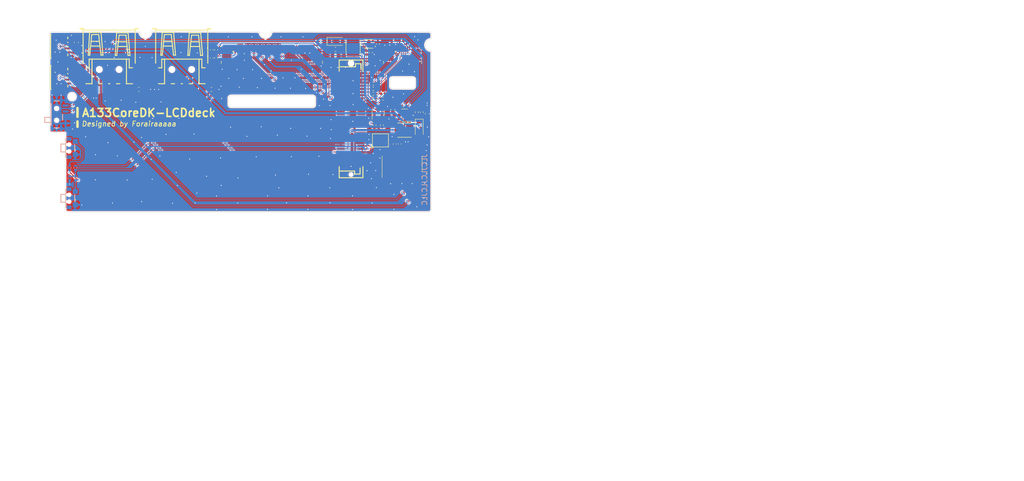
<source format=kicad_pcb>
(kicad_pcb (version 20211014) (generator pcbnew)
  (layers (0 "F.Cu" signal) (1 "In1.Cu" signal) (2 "In2.Cu" signal) (31 "B.Cu" signal) (34 "B.Paste" user) (35 "F.Paste" user) (36 "B.SilkS" user "B.Silkscreen") (37 "F.SilkS" user "F.Silkscreen") (38 "B.Mask" user) (39 "F.Mask" user) (44 "Edge.Cuts" user))
  (net 0 "")
  (net 1 "/LVDS0-D0P")
  (net 2 "/LVDS0-D0N")
  (net 3 "/LVDS0-D1P")
  (net 4 "/LVDS0-D1N")
  (net 5 "/LVDS0-D2P")
  (net 6 "/LVDS0-D2N")
  (net 7 "/LVDS0-CKP")
  (net 8 "/LVDS0-CKN")
  (net 9 "/LVDS0-D3P")
  (net 10 "/LVDS0-D3N")
  (net 11 "GND")
  (net 12 "/LVDS1-D0P")
  (net 13 "/LVDS1-D0N")
  (net 14 "/LVDS1-D1P")
  (net 15 "/LVDS1-D1N")
  (net 16 "/LVDS1-D2P")
  (net 17 "/LVDS1-D2N")
  (net 18 "/LVDS1-CKP")
  (net 19 "/LVDS1-CKN")
  (net 20 "/LVDS1-D3P")
  (net 21 "/LVDS1-D3N")
  (net 22 "/LCD-PWM")
  (net 23 "/LCD-EN")
  (net 24 "/PD20")
  (net 25 "/PD21")
  (net 26 "/PSOUT")
  (net 27 "+3V3")
  (net 28 "/CTP_RST")
  (net 29 "/CTP_INT")
  (net 30 "/CTP_TWI1_SDA")
  (net 31 "/CTP_TWI1_SCK")
  (net 32 "/PB3")
  (net 33 "/PB2")
  (net 34 "/UART2-RX")
  (net 35 "/UART2-TX")
  (net 36 "/PH19")
  (net 37 "/PH13")
  (net 38 "/4G_ENABLE")
  (net 39 "/PWRON")
  (net 40 "/FEL")
  (net 41 "/AP-RESET")
  (net 42 "/LRADC")
  (net 43 "/AVCC")
  (net 44 "/USB1-DP")
  (net 45 "/USB1-DN")
  (net 46 "/TS")
  (net 47 "Net-(J1-Pad4)")
  (net 49 "Net-(J1-Pad5)")
  (net 50 "Net-(J1-Pad6)")
  (net 51 "Net-(J1-Pad7)")
  (net 52 "/RESET")
  (net 55 "/LED-")
  (net 56 "/LED+")
  (net 66 "/3V3-LCD")
  (net 67 "Net-(D1-Pad2)")
  (net 69 "Net-(C6-Pad1)")
  (net 70 "Net-(C9-Pad1)")
  (net 71 "/VCC-5V")
  (net 72 "Net-(D2-Pad2)")
  (net 73 "Net-(R10-Pad2)")
  (net 75 "Net-(U4-Pad15)")
  (net 76 "Net-(U4-Pad16)")
  (net 77 "/D4N")
  (net 78 "/D4P")
  (net 79 "/D3N")
  (net 80 "/D3P")
  (net 81 "/D2N")
  (net 82 "/D2P")
  (net 83 "/D1N")
  (net 84 "/D1P")
  (net 85 "Net-(Key1-Pad1)")
  (net 86 "Net-(Key2-Pad1)")
  (net 87 "/USBHUB-EN")
  (footprint "Capacitor_SMD:C_0402_1005Metric" (layer "F.Cu") (at 180.721 63.6524 180)
    (fp_text reference "C2" hide)
    (fp_text value "0.1uf" hide)
  )
  (footprint "MyFootprints:A133CoreDK" (layer "F.Cu") (at 160.2866 62.6029)
    (fp_text reference "U1" hide)
    (fp_text value "A133CoreDK" hide)
  )
  (footprint "Capacitor_SMD:C_0402_1005Metric" (layer "F.Cu") (at 180.975 89.8144 90)
    (fp_text reference "C9" hide)
    (fp_text value "10uf" hide)
  )
  (footprint "Capacitor_SMD:C_0402_1005Metric" (layer "F.Cu") (at 182.245 89.8144 90)
    (fp_text reference "C6" hide)
    (fp_text value "10uf" hide)
  )
  (footprint "Package_TO_SOT_SMD:SOT-23" (layer "F.Cu") (at 176.8348 81.9381 90)
    (fp_text reference "Q1" hide)
    (fp_text value "AO3401A" hide)
  )
  (footprint "Capacitor_SMD:C_0603_1608Metric" (layer "F.Cu") (at 166.0106 65.8482)
    (fp_text reference "C10" hide)
    (fp_text value "33pf/50V" hide)
  )
  (footprint "Capacitor_SMD:C_0402_1005Metric" (layer "F.Cu") (at 173.8846 66.6788 90)
    (fp_text reference "C7" hide)
    (fp_text value "10uf" hide)
  )
  (footprint "Resistor_SMD:R_0402_1005Metric" (layer "F.Cu") (at 187.876211 81.763659 -90)
    (fp_text reference "R11" hide)
    (fp_text value "10k" hide)
  )
  (footprint "Diode_SMD:D_SOD-123" (layer "F.Cu") (at 187.215811 85.776859 -90)
    (fp_text reference "D2" hide)
    (fp_text value "D_Schottky" hide)
  )
  (footprint "Diode_SMD:D_SOD-123" (layer "F.Cu") (at 166.1376 63.834)
    (fp_text reference "D1" hide)
    (fp_text value "D_Schottky" hide)
  )
  (footprint "Resistor_SMD:R_0402_1005Metric" (layer "F.Cu") (at 135.8265 68.0186 -90)
    (fp_text reference "R7" hide)
    (fp_text value "10k" hide)
  )
  (footprint "Resistor_SMD:R_0402_1005Metric" (layer "F.Cu") (at 175.5902 74.5744 180)
    (fp_text reference "R4" hide)
    (fp_text value "22r" hide)
  )
  (footprint "MyFootprints:OSC-SMD_4P-L3.2-W2.5-BL" (layer "F.Cu") (at 177.3936 88.9)
    (fp_text reference "X1" hide)
    (fp_text value "X322512MSB4SI" hide)
  )
  (footprint "Capacitor_SMD:C_0402_1005Metric" (layer "F.Cu") (at 175.0022 66.6788 90)
    (fp_text reference "C8" hide)
    (fp_text value "0.1uf" hide)
  )
  (footprint "MyFootprints:BTB板对板60P 母" (layer "F.Cu") (at 169.9641 83.4592)
    (fp_text reference "CN1" hide)
    (fp_text value "BTB板对板60P 母" hide)
  )
  (footprint "MyFootprints:SH1.0MM-卧贴-4P-CONN-SMD_1.0T-4P" (layer "F.Cu") (at 97.2833 72.9996 -90)
    (fp_text reference "J8" hide)
    (fp_text value "SH1.0MM-4P-卧贴" hide)
  )
  (footprint "MyFootprints:CD32贴片电感-IND-SMD_L3.5-W3.0" (layer "F.Cu") (at 170.481 65.485 -90)
    (fp_text reference "L1" hide)
    (fp_text value "10uh" hide)
  )
  (footprint "Resistor_SMD:R_0402_1005Metric" (layer "F.Cu") (at 177.7848 85.0623 90)
    (fp_text reference "R8" hide)
    (fp_text value "20k" hide)
  )
  (footprint "Resistor_SMD:R_0402_1005Metric" (layer "F.Cu") (at 178.0794 77.0636 180)
    (fp_text reference "R6" hide)
    (fp_text value "4.7k" hide)
  )
  (footprint "Capacitor_SMD:C_0603_1608Metric" (layer "F.Cu") (at 166.0106 67.4484)
    (fp_text reference "C11" hide)
    (fp_text value "1uf/50V" hide)
  )
  (footprint "MyFootprints:CD32贴片电感-IND-SMD_L3.5-W3.0" (layer "F.Cu") (at 183.482011 86.310259)
    (fp_text reference "L2" hide)
    (fp_text value "4.7uh" hide)
  )
  (footprint "MyFootprints:TDFN-6_L2.0-W2.0-P0.65-BL-EP" (layer "F.Cu") (at 174.4434 64.469 180)
    (fp_text reference "U2" hide)
    (fp_text value "AW9962EDNR" hide)
  )
  (footprint "Resistor_SMD:R_0402_1005Metric" (layer "F.Cu") (at 175.5902 78.3082 180)
    (fp_text reference "R1" hide)
    (fp_text value "22r" hide)
  )
  (footprint "Capacitor_SMD:C_0402_1005Metric" (layer "F.Cu") (at 134.6835 68.0186 90)
    (fp_text reference "C5" hide)
    (fp_text value "0.1uf" hide)
  )
  (footprint "Capacitor_SMD:C_0603_1608Metric" (layer "F.Cu") (at 100.457 64.0842 -90)
    (fp_text reference "C16" hide)
    (fp_text value "22uf" hide)
  )
  (footprint "Resistor_SMD:R_0402_1005Metric" (layer "F.Cu") (at 186.580811 81.763659 90)
    (fp_text reference "R10" hide)
    (fp_text value "73.2k" hide)
  )
  (footprint "Resistor_SMD:R_0402_1005Metric" (layer "F.Cu") (at 175.5902 77.0636 180)
    (fp_text reference "R2" hide)
    (fp_text value "22r" hide)
  )
  (footprint "Capacitor_SMD:C_0603_1608Metric" (layer "F.Cu") (at 189.273211 82.144659 90)
    (fp_text reference "C12" hide)
    (fp_text value "22uf" hide)
  )
  (footprint "Resistor_SMD:R_0402_1005Metric" (layer "F.Cu") (at 178.0794 78.3082 180)
    (fp_text reference "R5" hide)
    (fp_text value "4.7k" hide)
  )
  (footprint "Capacitor_SMD:C_0603_1608Metric" (layer "F.Cu") (at 180.535611 81.103259 90)
    (fp_text reference "C13" hide)
    (fp_text value "22uf" hide)
  )
  (footprint "Capacitor_SMD:C_0402_1005Metric" (layer "F.Cu") (at 182.7276 63.6524)
    (fp_text reference "C1" hide)
    (fp_text value "10uf" hide)
  )
  (footprint "Resistor_SMD:R_0402_1005Metric" (layer "F.Cu") (at 175.8848 85.0623 -90)
    (fp_text reference "R9" hide)
    (fp_text value "NC" hide)
  )
  (footprint "MyFootprints:SH1.0MM-卧贴-4P-CONN-SMD_1.0T-4P" (layer "F.Cu") (at 97.2833 65.1002 -90)
    (fp_text reference "J3" hide)
    (fp_text value "SH1.0MM-4P-卧贴" hide)
  )
  (footprint "Resistor_SMD:R_0402_1005Metric" (layer "F.Cu") (at 175.5902 75.819 180)
    (fp_text reference "R3" hide)
    (fp_text value "22r" hide)
  )
  (footprint "Capacitor_SMD:C_0603_1608Metric" (layer "F.Cu") (at 134.6276 75.9968 180)
    (fp_text reference "C14" hide)
    (fp_text value "22uf" hide)
  )
  (footprint "Capacitor_SMD:C_0402_1005Metric" (layer "F.Cu") (at 135.8265 65.9612 90)
    (fp_text reference "C4" hide)
    (fp_text value "0.1uf" hide)
  )
  (footprint "Resistor_SMD:R_0402_1005Metric" (layer "F.Cu") (at 176.7548 64.469 90)
    (fp_text reference "R14" hide)
    (fp_text value "5r" hide)
  )
  (footprint "Package_SO:SOP-16_3.9x9.9mm_P1.27mm" (layer "F.Cu") (at 182.88 94.8182 90)
    (fp_text reference "U4" hide)
    (fp_text value "SL2.1A" hide)
  )
  (footprint "MyFootprints:USB-A-SMD_FUS270-FSBW5K" (layer "F.Cu") (at 127.127 73.54316 180)
    (fp_text reference "J5" hide)
    (fp_text value "USB_A" hide)
  )
  (footprint "Capacitor_SMD:C_0603_1608Metric" (layer "F.Cu") (at 100.457 67.5132 90)
    (fp_text reference "C17" hide)
    (fp_text value "22uf" hide)
  )
  (footprint "Connector_FFC-FPC:TE_4-1734839-0_1x40-1MP_P0.5mm_Horizontal" (layer "F.Cu") (at 149.9188 66.8622)
    (fp_text reference "J2" hide)
    (fp_text value "FPC 0.8mm 40P" hide)
  )
  (footprint "MyFootprints:USB-A-SMD_FUS270-FSBW5K" (layer "F.Cu") (at 108.7628 73.54316 180)
    (fp_text reference "J4" hide)
    (fp_text value "USB_A" hide)
  )
  (footprint "Capacitor_SMD:C_0603_1608Metric" (layer "F.Cu") (at 116.2634 75.9968 180)
    (fp_text reference "C15" hide)
    (fp_text value "22uf" hide)
  )
  (footprint "Package_TO_SOT_SMD:SOT-23-6" (layer "F.Cu") (at 183.507411 82.525659 180)
    (fp_text reference "U3" hide)
    (fp_text value "SX1308" hide)
  )
  (footprint "Connector_FFC-FPC:TE_0-1734839-8_1x08-1MP_P0.5mm_Horizontal" (layer "F.Cu") (at 183.007 66.8622)
    (fp_text reference "J1" hide)
    (fp_text value "FPC 0.5mm 8P" hide)
  )
  (footprint "Capacitor_SMD:C_0402_1005Metric" (layer "F.Cu") (at 134.6835 65.9612 90)
    (fp_text reference "C3" hide)
    (fp_text value "10uf" hide)
  )
  (footprint "MyFootprints:SW-SMD_TS24CA" (layer "B.Cu") (at 99.404175 90.82915 -90)
    (fp_text reference "Key2" hide)
    (fp_text value "TS-018" hide)
  )
  (footprint "MyFootprints:SW-SMD_TS24CA" (layer "B.Cu") (at 99.404175 103.55455 -90)
    (fp_text reference "Key1" hide)
    (fp_text value "TS-018" hide)
  )
  (footprint "Resistor_SMD:R_0402_1005Metric" (layer "B.Cu") (at 100.203 95.8596 -90)
    (fp_text reference "R12" hide)
    (fp_text value "100k" hide)
  )
  (footprint "Resistor_SMD:R_0402_1005Metric" (layer "B.Cu") (at 98.7298 95.8596 90)
    (fp_text reference "R15" hide)
    (fp_text value "8.2k" hide)
  )
  (footprint "Capacitor_SMD:C_0402_1005Metric" (layer "B.Cu") (at 98.7298 98.4758 -90)
    (fp_text reference "C18" hide)
    (fp_text value "1nf" hide)
  )
  (footprint "MyFootprints:SW-TH_MSK12C02" (layer "B.Cu") (at 96.0107 82.3214 90)
    (fp_text reference "SW1" hide)
    (fp_text value "MSK12C02" hide)
  )
  (footprint "Resistor_SMD:R_0402_1005Metric" (layer "B.Cu") (at 100.203 98.4758 -90)
    (fp_text reference "R13" hide)
    (fp_text value "6.8k" hide)
  )
  (gr_line (start 100.7364 84.10575) (end 100.7364 85.4456) (layer "F.SilkS") (width 0.635))
  (gr_line (start 100.7364 80.7085) (end 100.7364 82.9183) (layer "F.SilkS") (width 0.635))
  (gr_arc (start 180.46065 75.8444) (mid 179.993677 75.650973) (end 179.80025 75.184) (layer "Edge.Cuts") (width 0.1))
  (gr_line (start 160.2486 80.518) (end 139.573 80.518) (layer "Edge.Cuts") (width 0.1))
  (gr_arc (start 190.246 66.294) (mid 188.6839 64.7319) (end 190.246 63.1698) (layer "Edge.Cuts") (width 0.1))
  (gr_arc (start 179.80025 73.5076) (mid 179.993677 73.040627) (end 180.46065 72.8472) (layer "Edge.Cuts") (width 0.1))
  (gr_arc (start 160.2486 77.5208) (mid 160.715573 77.714227) (end 160.909 78.1812) (layer "Edge.Cuts") (width 0.1))
  (gr_line (start 179.80025 75.184) (end 179.80025 73.5076) (layer "Edge.Cuts") (width 0.1))
  (gr_line (start 189.6364 61.4172) (end 149.86 61.3918) (layer "Edge.Cuts") (width 0.1))
  (gr_arc (start 138.9126 78.1812) (mid 139.106027 77.714227) (end 139.573 77.5208) (layer "Edge.Cuts") (width 0.1))
  (gr_arc (start 139.573 80.518) (mid 139.106027 80.324573) (end 138.9126 79.8576) (layer "Edge.Cuts") (width 0.1))
  (gr_line (start 93.6498 86.3092) (end 93.6498 62.0268) (layer "Edge.Cuts") (width 0.1))
  (gr_line (start 160.909 78.1812) (end 160.909 79.8576) (layer "Edge.Cuts") (width 0.1))
  (gr_line (start 190.246 66.294) (end 190.246 106.426) (layer "Edge.Cuts") (width 0.1))
  (gr_arc (start 190.246 106.426) (mid 190.067452 106.857052) (end 189.6364 107.0356) (layer "Edge.Cuts") (width 0.1))
  (gr_line (start 97.6884 106.426) (end 97.6884 86.9188) (layer "Edge.Cuts") (width 0.1))
  (gr_line (start 185.55335 75.8444) (end 180.46065 75.8444) (layer "Edge.Cuts") (width 0.1))
  (gr_arc (start 149.86 61.3918) (mid 148.3233 62.966756) (end 146.760992 61.4172) (layer "Edge.Cuts") (width 0.1))
  (gr_arc (start 160.909 79.8576) (mid 160.715573 80.324573) (end 160.2486 80.518) (layer "Edge.Cuts") (width 0.1))
  (gr_arc (start 94.2594 86.9188) (mid 93.828348 86.740252) (end 93.6498 86.3092) (layer "Edge.Cuts") (width 0.1))
  (gr_arc (start 98.298 107.0356) (mid 97.866948 106.857052) (end 97.6884 106.426) (layer "Edge.Cuts") (width 0.1))
  (gr_line (start 138.9126 79.8576) (end 138.9126 78.1812) (layer "Edge.Cuts") (width 0.1))
  (gr_arc (start 189.6364 61.4172) (mid 190.067452 61.595748) (end 190.246 62.0268) (layer "Edge.Cuts") (width 0.1))
  (gr_line (start 190.246 63.1698) (end 190.246 62.0268) (layer "Edge.Cuts") (width 0.1))
  (gr_line (start 94.2594 86.9188) (end 97.6884 86.9188) (layer "Edge.Cuts") (width 0.1))
  (gr_line (start 98.298 107.0356) (end 189.6364 107.0356) (layer "Edge.Cuts") (width 0.1))
  (gr_line (start 180.46065 72.8472) (end 185.55335 72.8472) (layer "Edge.Cuts") (width 0.1))
  (gr_line (start 116.369892 61.417044) (end 94.2594 61.4172) (layer "Edge.Cuts") (width 0.1))
  (gr_line (start 146.760992 61.4172) (end 119.4689 61.391644) (layer "Edge.Cuts") (width 0.1))
  (gr_circle (center 99.3648 77.8096) (end 100.3648 77.8096) (layer "Edge.Cuts") (width 0.1) (fill none))
  (gr_arc (start 185.55335 72.8472) (mid 186.020323 73.040627) (end 186.21375 73.5076) (layer "Edge.Cuts") (width 0.1))
  (gr_arc (start 93.6498 62.0268) (mid 93.828348 61.595748) (end 94.2594 61.4172) (layer "Edge.Cuts") (width 0.1))
  (gr_arc (start 119.4689 61.391644) (mid 117.9322 62.9666) (end 116.369892 61.417044) (layer "Edge.Cuts") (width 0.1))
  (gr_line (start 186.21375 73.5076) (end 186.21375 75.184) (layer "Edge.Cuts") (width 0.1))
  (gr_arc (start 186.21375 75.184) (mid 186.020323 75.650973) (end 185.55335 75.8444) (layer "Edge.Cuts") (width 0.1))
  (gr_line (start 139.573 77.5208) (end 160.2486 77.5208) (layer "Edge.Cuts") (width 0.1))
  (gr_text "JLCJLCJLCJLC" (at 188.5696 98.8568 90) (layer "B.SilkS") (effects (font (size 1.27 1.27) (thickness 0.1778)) (justify mirror)))
  (gr_text "A133CoreDK-LCDdeck" (at 118.7704 81.915) (layer "F.SilkS") (effects (font (size 2.032 2.032) (thickness 0.4064))))
  (gr_text "Designed by Forairaaaaa" (at 113.7666 84.709) (layer "F.SilkS") (effects (font (size 1.27 1.27) (thickness 0.2032) italic)))
  (segment (start 162.75605 71.41945) (end 162.75605 71.95915) (width 0.127) (layer "F.Cu") (net 1))
  (segment (start 144.1688 65.9122) (end 144.1688 65.5122) (width 0.127) (layer "F.Cu") (net 1))
  (segment (start 165.278436 71.874936) (end 165.278436 71.874935) (width 0.127) (layer "F.Cu") (net 1))
  (segment (start 163.63545 71.95915) (end 163.63545 71.41945) (width 0.127) (layer "F.Cu") (net 1))
  (segment (start 164.678436 71.874935) (end 164.678436 71.874936) (width 0.127) (layer "F.Cu") (net 1))
  (segment (start 164.32295 72.11945) (end 163.79575 72.11945) (width 0.127) (layer "F.Cu") (net 1))
  (segment (start 166.614 71.8591) (end 166.35365 72.11945) (width 0.127) (layer "F.Cu") (net 1))
  (segment (start 165.033922 71.630421) (end 164.92295 71.630421) (width 0.127) (layer "F.Cu") (net 1))
  (segment (start 164.433922 72.11945) (end 164.32295 72.11945) (width 0.127) (layer "F.Cu") (net 1))
  (segment (start 144.0585 67.635534) (end 144.0585 66.0225) (width 0.127) (layer "F.Cu") (net 1))
  (segment (start 166.35365 72.11945) (end 165.52295 72.11945) (width 0.127) (layer "F.Cu") (net 1))
  (segment (start 167.364 71.8591) (end 166.614 71.8591) (width 0.127) (layer "F.Cu") (net 1))
  (segment (start 148.542416 72.11945) (end 144.0585 67.635534) (width 0.127) (layer "F.Cu") (net 1))
  (segment (start 162.59575 72.11945) (end 162.443956 72.11945) (width 0.127) (layer "F.Cu") (net 1))
  (segment (start 162.443956 72.11945) (end 148.542416 72.11945) (width 0.127) (layer "F.Cu") (net 1))
  (segment (start 144.0585 66.0225) (end 144.1688 65.9122) (width 0.127) (layer "F.Cu") (net 1))
  (arc (start 164.92295 71.630421) (mid 164.750052 71.702037) (end 164.678436 71.874935) (width 0.127) (layer "F.Cu") (net 1))
  (arc (start 165.278436 71.874935) (mid 165.20682 71.702037) (end 165.033922 71.630421) (width 0.127) (layer "F.Cu") (net 1))
  (arc (start 163.19575 70.97975) (mid 162.884835 71.108535) (end 162.75605 71.41945) (width 0.127) (layer "F.Cu") (net 1))
  (arc (start 163.79575 72.11945) (mid 163.682401 72.072499) (end 163.63545 71.95915) (width 0.127) (layer "F.Cu") (net 1))
  (arc (start 164.678436 71.874936) (mid 164.60682 72.047834) (end 164.433922 72.11945) (width 0.127) (layer "F.Cu") (net 1))
  (arc (start 162.75605 71.95915) (mid 162.709099 72.072499) (end 162.59575 72.11945) (width 0.127) (layer "F.Cu") (net 1))
  (arc (start 163.63545 71.41945) (mid 163.506665 71.108535) (end 163.19575 70.97975) (width 0.127) (layer "F.Cu") (net 1))
  (arc (start 165.52295 72.11945) (mid 165.350052 72.047834) (end 165.278436 71.874936) (width 0.127) (layer "F.Cu") (net 1))
  (segment (start 167.364 72.6592) (end 166.614 72.6592) (width 0.127) (layer "F.Cu") (net 2))
  (segment (start 148.426684 72.39885) (end 143.7791 67.751266) (width 0.127) (layer "F.Cu") (net 2))
  (segment (start 163.03545 71.41945) (end 163.03545 71.95915) (width 0.127) (layer "F.Cu") (net 2))
  (segment (start 162.59575 72.39885) (end 162.443956 72.39885) (width 0.127) (layer "F.Cu") (net 2))
  (segment (start 166.614 72.6592) (end 166.35365 72.39885) (width 0.127) (layer "F.Cu") (net 2))
  (segment (start 166.35365 72.39885) (end 163.79575 72.39885) (width 0.127) (layer "F.Cu") (net 2))
  (segment (start 163.35605 71.95915) (end 163.35605 71.41945) (width 0.127) (layer "F.Cu") (net 2))
  (segment (start 143.7791 67.751266) (end 143.7791 66.0225) (width 0.127) (layer "F.Cu") (net 2))
  (segment (start 143.7791 66.0225) (end 143.6688 65.9122) (width 0.127) (layer "F.Cu") (net 2))
  (segment (start 162.443956 72.39885) (end 148.426684 72.39885) (width 0.127) (layer "F.Cu") (net 2))
  (segment (start 143.6688 65.9122) (end 143.6688 65.5122) (width 0.127) (layer "F.Cu") (net 2))
  (arc (start 163.79575 72.39885) (mid 163.484835 72.270065) (end 163.35605 71.95915) (width 0.127) (layer "F.Cu") (net 2))
  (arc (start 163.03545 71.95915) (mid 162.906665 72.270065) (end 162.59575 72.39885) (width 0.127) (layer "F.Cu") (net 2))
  (arc (start 163.35605 71.41945) (mid 163.309099 71.306101) (end 163.19575 71.25915) (width 0.127) (layer "F.Cu") (net 2))
  (arc (start 163.19575 71.25915) (mid 163.082401 71.306101) (end 163.03545 71.41945) (width 0.127) (layer "F.Cu") (net 2))
  (segment (start 145.6688 65.9122) (end 145.5585 66.0225) (width 0.127) (layer "F.Cu") (net 3))
  (segment (start 151.082216 73.71945) (end 150.793887 73.431121) (width 0.127) (layer "F.Cu") (net 3))
  (segment (start 150.793887 73.431121) (end 150.793887 73.161713) (width 0.127) (layer "F.Cu") (net 3))
  (segment (start 164.983322 73.230421) (end 164.87235 73.230421) (width 0.127) (layer "F.Cu") (net 3))
  (segment (start 145.5585 66.0225) (end 145.5585 66.923196) (width 0.127) (layer "F.Cu") (net 3))
  (segment (start 145.5585 66.923196) (end 145.749 67.113696) (width 0.127) (layer "F.Cu") (net 3))
  (segment (start 166.35365 73.71945) (end 165.47235 73.71945) (width 0.127) (layer "F.Cu") (net 3))
  (segment (start 164.27235 73.71945) (end 151.082216 73.71945) (width 0.127) (layer "F.Cu") (net 3))
  (segment (start 164.383322 73.71945) (end 164.27235 73.71945) (width 0.127) (layer "F.Cu") (net 3))
  (segment (start 166.614 73.4591) (end 166.35365 73.71945) (width 0.127) (layer "F.Cu") (net 3))
  (segment (start 164.627836 73.474935) (end 164.627836 73.474936) (width 0.127) (layer "F.Cu") (net 3))
  (segment (start 145.6688 65.5122) (end 145.6688 65.9122) (width 0.127) (layer "F.Cu") (net 3))
  (segment (start 165.227836 73.474936) (end 165.227836 73.474935) (width 0.127) (layer "F.Cu") (net 3))
  (segment (start 167.364 73.4591) (end 166.614 73.4591) (width 0.127) (layer "F.Cu") (net 3))
  (via (at 145.749 67.113696) (size 0.508) (drill 0.254) (layers "F.Cu" "B.Cu") (net 3))
  (via (at 150.793887 73.161713) (size 0.508) (drill 0.254) (layers "F.Cu" "B.Cu") (net 3))
  (arc (start 164.87235 73.230421) (mid 164.699452 73.302037) (end 164.627836 73.474935) (width 0.127) (layer "F.Cu") (net 3))
  (arc (start 165.47235 73.71945) (mid 165.299452 73.647834) (end 165.227836 73.474936) (width 0.127) (layer "F.Cu") (net 3))
  (arc (start 165.227836 73.474935) (mid 165.15622 73.302037) (end 164.983322 73.230421) (width 0.127) (layer "F.Cu") (net 3))
  (arc (start 164.627836 73.474936) (mid 164.55622 73.647834) (end 164.383322 73.71945) (width 0.127) (layer "F.Cu") (net 3))
  (segment (start 145.5585 68.195734) (end 145.5585 67.304196) (width 0.127) (layer "B.Cu") (net 3))
  (segment (start 150.524479 73.161713) (end 145.5585 68.195734) (width 0.127) (layer "B.Cu") (net 3))
  (segment (start 150.793887 73.161713) (end 150.524479 73.161713) (width 0.127) (layer "B.Cu") (net 3))
  (segment (start 145.5585 67.304196) (end 145.749 67.113696) (width 0.127) (layer "B.Cu") (net 3))
  (segment (start 145.1688 65.9122) (end 145.2791 66.0225) (width 0.127) (layer "F.Cu") (net 4))
  (segment (start 150.966484 73.99885) (end 150.596321 73.628687) (width 0.127) (layer "F.Cu") (net 4))
  (segment (start 145.2791 66.923196) (end 145.0886 67.113696) (width 0.127) (layer "F.Cu") (net 4))
  (segment (start 166.35365 73.99885) (end 150.966484 73.99885) (width 0.127) (layer "F.Cu") (net 4))
  (segment (start 145.1688 65.5122) (end 145.1688 65.9122) (width 0.127) (layer "F.Cu") (net 4))
  (segment (start 167.364 74.2592) (end 166.614 74.2592) (width 0.127) (layer "F.Cu") (net 4))
  (segment (start 145.2791 66.0225) (end 145.2791 66.923196) (width 0.127) (layer "F.Cu") (net 4))
  (segment (start 150.596321 73.628687) (end 150.326913 73.628687) (width 0.127) (layer "F.Cu") (net 4))
  (segment (start 166.614 74.2592) (end 166.35365 73.99885) (width 0.127) (layer "F.Cu") (net 4))
  (via (at 145.0886 67.113696) (size 0.508) (drill 0.254) (layers "F.Cu" "B.Cu") (net 4))
  (via (at 150.326913 73.628687) (size 0.508) (drill 0.254) (layers "F.Cu" "B.Cu") (net 4))
  (segment (start 145.2791 67.304196) (end 145.0886 67.113696) (width 0.127) (layer "B.Cu") (net 4))
  (segment (start 150.326913 73.628687) (end 150.326913 73.359279) (width 0.127) (layer "B.Cu") (net 4))
  (segment (start 145.2791 68.311466) (end 145.2791 67.304196) (width 0.127) (layer "B.Cu") (net 4))
  (segment (start 150.326913 73.359279) (end 145.2791 68.311466) (width 0.127) (layer "B.Cu") (net 4))
  (segment (start 161.0233 75.3195) (end 160.8328 75.129) (width 0.127) (layer "F.Cu") (net 5))
  (segment (start 165.346607 75.075007) (end 165.346607 75.075006) (width 0.127) (layer "F.Cu") (net 5))
  (segment (start 147.0585 67.333534) (end 147.461879 67.736913) (width 0.127) (layer "F.Cu") (net 5))
  (segment (start 147.461879 67.736913) (end 147.731287 67.736913) (width 0.127) (layer "F.Cu") (net 5))
  (segment (start 166.3538 75.3195) (end 165.5911 75.3195) (width 0.127) (layer "F.Cu") (net 5))
  (segment (start 147.0585 66.0225) (end 147.0585 67.333534) (width 0.127) (layer "F.Cu") (net 5))
  (segment (start 147.1688 65.5122) (end 147.1688 65.9122) (width 0.127) (layer "F.Cu") (net 5))
  (segment (start 164.502114 75.3195) (end 164.3911 75.3195) (width 0.127) (layer "F.Cu") (net 5))
  (segment (start 167.364 75.0593) (end 166.614 75.0593) (width 0.127) (layer "F.Cu") (net 5))
  (segment (start 164.746607 75.075006) (end 164.746607 75.075007) (width 0.127) (layer "F.Cu") (net 5))
  (segment (start 164.3911 75.3195) (end 161.0233 75.3195) (width 0.127) (layer "F.Cu") (net 5))
  (segment (start 165.102114 74.830513) (end 164.9911 74.830513) (width 0.127) (layer "F.Cu") (net 5))
  (segment (start 166.614 75.0593) (end 166.3538 75.3195) (width 0.127) (layer "F.Cu") (net 5))
  (segment (start 147.1688 65.9122) (end 147.0585 66.0225) (width 0.127) (layer "F.Cu") (net 5))
  (via (at 160.8328 75.129) (size 0.508) (drill 0.254) (layers "F.Cu" "B.Cu") (net 5))
  (via (at 147.731287 67.736913) (size 0.508) (drill 0.254) (layers "F.Cu" "B.Cu") (net 5))
  (arc (start 164.746607 75.075007) (mid 164.674997 75.24789) (end 164.502114 75.3195) (width 0.127) (layer "F.Cu") (net 5))
  (arc (start 164.9911 74.830513) (mid 164.818217 74.902123) (end 164.746607 75.075006) (width 0.127) (layer "F.Cu") (net 5))
  (arc (start 165.5911 75.3195) (mid 165.418217 75.24789) (end 165.346607 75.075007) (width 0.127) (layer "F.Cu") (net 5))
  (arc (start 165.346607 75.075006) (mid 165.274997 74.902123) (end 165.102114 74.830513) (width 0.127) (layer "F.Cu") (net 5))
  (segment (start 155.759866 70.8279) (end 150.552866 70.8279) (width 0.127) (layer "B.Cu") (net 5))
  (segment (start 150.552866 70.8279) (end 147.731287 68.006321) (width 0.127) (layer "B.Cu") (net 5))
  (segment (start 160.8328 75.129) (end 160.6423 75.3195) (width 0.127) (layer "B.Cu") (net 5))
  (segment (start 147.731287 68.006321) (end 147.731287 67.736913) (width 0.127) (layer "B.Cu") (net 5))
  (segment (start 160.251466 75.3195) (end 155.759866 70.8279) (width 0.127) (layer "B.Cu") (net 5))
  (segment (start 160.6423 75.3195) (end 160.251466 75.3195) (width 0.127) (layer "B.Cu") (net 5))
  (segment (start 147.264313 67.934479) (end 147.264313 68.203887) (width 0.127) (layer "F.Cu") (net 6))
  (segment (start 166.3538 75.5989) (end 161.0233 75.5989) (width 0.127) (layer "F.Cu") (net 6))
  (segment (start 146.6688 65.9122) (end 146.7791 66.0225) (width 0.127) (layer "F.Cu") (net 6))
  (segment (start 167.364 75.8591) (end 166.614 75.8591) (width 0.127) (layer "F.Cu") (net 6))
  (segment (start 146.7791 67.449266) (end 147.264313 67.934479) (width 0.127) (layer "F.Cu") (net 6))
  (segment (start 146.6688 65.5122) (end 146.6688 65.9122) (width 0.127) (layer "F.Cu") (net 6))
  (segment (start 146.7791 66.0225) (end 146.7791 67.449266) (width 0.127) (layer "F.Cu") (net 6))
  (segment (start 166.614 75.8591) (end 166.3538 75.5989) (width 0.127) (layer "F.Cu") (net 6))
  (segment (start 161.0233 75.5989) (end 160.8328 75.7894) (width 0.127) (layer "F.Cu") (net 6))
  (via (at 147.264313 68.203887) (size 0.508) (drill 0.254) (layers "F.Cu" "B.Cu") (net 6))
  (via (at 160.8328 75.7894) (size 0.508) (drill 0.254) (layers "F.Cu" "B.Cu") (net 6))
  (segment (start 150.437134 71.1073) (end 147.533721 68.203887) (width 0.127) (layer "B.Cu") (net 6))
  (segment (start 160.135734 75.5989) (end 155.644134 71.1073) (width 0.127) (layer "B.Cu") (net 6))
  (segment (start 155.644134 71.1073) (end 150.437134 71.1073) (width 0.127) (layer "B.Cu") (net 6))
  (segment (start 160.6423 75.5989) (end 160.135734 75.5989) (width 0.127) (layer "B.Cu") (net 6))
  (segment (start 147.533721 68.203887) (end 147.264313 68.203887) (width 0.127) (layer "B.Cu") (net 6))
  (segment (start 160.8328 75.7894) (end 160.6423 75.5989) (width 0.127) (layer "B.Cu") (net 6))
  (segment (start 166.614 76.6592) (end 166.35375 76.91945) (width 0.127) (layer "F.Cu") (net 7))
  (segment (start 164.780522 76.430421) (end 164.66955 76.430421) (width 0.127) (layer "F.Cu") (net 7))
  (segment (start 149.595479 67.863913) (end 148.5585 66.826934) (width 0.127) (layer "F.Cu") (net 7))
  (segment (start 149.864887 67.863913) (end 149.595479 67.863913) (width 0.127) (layer "F.Cu") (net 7))
  (segment (start 148.6688 65.9122) (end 148.5585 66.0225) (width 0.127) (layer "F.Cu") (net 7))
  (segment (start 163.146816 76.91945) (end 162.945887 76.718521) (width 0.127) (layer "F.Cu") (net 7))
  (segment (start 162.945887 76.718521) (end 162.945887 76.449113) (width 0.127) (layer "F.Cu") (net 7))
  (segment (start 166.35375 76.91945) (end 165.26955 76.91945) (width 0.127) (layer "F.Cu") (net 7))
  (segment (start 167.364 76.6592) (end 166.614 76.6592) (width 0.127) (layer "F.Cu") (net 7))
  (segment (start 164.425036 76.674935) (end 164.425036 76.674936) (width 0.127) (layer "F.Cu") (net 7))
  (segment (start 148.5585 66.826934) (end 148.5585 66.0225) (width 0.127) (layer "F.Cu") (net 7))
  (segment (start 164.06955 76.91945) (end 163.146816 76.91945) (width 0.127) (layer "F.Cu") (net 7))
  (segment (start 148.6688 65.5122) (end 148.6688 65.9122) (width 0.127) (layer "F.Cu") (net 7))
  (segment (start 165.025036 76.674936) (end 165.025036 76.674935) (width 0.127) (layer "F.Cu") (net 7))
  (segment (start 164.180522 76.91945) (end 164.06955 76.91945) (width 0.127) (layer "F.Cu") (net 7))
  (via (at 162.945887 76.449113) (size 0.508) (drill 0.254) (layers "F.Cu" "B.Cu") (net 7))
  (via (at 149.864887 67.863913) (size 0.508) (drill 0.254) (layers "F.Cu" "B.Cu") (net 7))
  (arc (start 165.26955 76.91945) (mid 165.096652 76.847834) (end 165.025036 76.674936) (width 0.127) (layer "F.Cu") (net 7))
  (arc (start 164.425036 76.674936) (mid 164.35342 76.847834) (end 164.180522 76.91945) (width 0.127) (layer "F.Cu") (net 7))
  (arc (start 164.66955 76.430421) (mid 164.496652 76.502037) (end 164.425036 76.674935) (width 0.127) (layer "F.Cu") (net 7))
  (arc (start 165.025036 76.674935) (mid 164.95342 76.502037) (end 164.780522 76.430421) (width 0.127) (layer "F.Cu") (net 7))
  (segment (start 162.3441 76.116734) (end 162.3441 74.186334) (width 0.127) (layer "B.Cu") (net 7))
  (segment (start 149.864887 68.133321) (end 149.864887 67.863913) (width 0.127) (layer "B.Cu") (net 7))
  (segment (start 157.512466 69.3547) (end 151.086266 69.3547) (width 0.127) (layer "B.Cu") (net 7))
  (segment (start 162.676479 76.449113) (end 162.3441 76.116734) (width 0.127) (layer "B.Cu") (net 7))
  (segment (start 151.086266 69.3547) (end 149.864887 68.133321) (width 0.127) (layer "B.Cu") (net 7))
  (segment (start 162.3441 74.186334) (end 157.512466 69.3547) (width 0.127) (layer "B.Cu") (net 7))
  (segment (start 162.945887 76.449113) (end 162.676479 76.449113) (width 0.127) (layer "B.Cu") (net 7))
  (segment (start 148.1688 65.5122) (end 148.1688 65.9122) (width 0.127) (layer "F.Cu") (net 8))
  (segment (start 166.35375 77.19885) (end 163.031084 77.19885) (width 0.127) (layer "F.Cu") (net 8))
  (segment (start 148.2791 66.942666) (end 148.2791 66.0225) (width 0.127) (layer "F.Cu") (net 8))
  (segment (start 167.364 77.4591) (end 166.614 77.4591) (width 0.127) (layer "F.Cu") (net 8))
  (segment (start 162.748321 76.916087) (end 162.478913 76.916087) (width 0.127) (layer "F.Cu") (net 8))
  (segment (start 148.1688 65.9122) (end 148.2791 66.0225) (width 0.127) (layer "F.Cu") (net 8))
  (segment (start 163.031084 77.19885) (end 162.748321 76.916087) (width 0.127) (layer "F.Cu") (net 8))
  (segment (start 149.397913 68.330887) (end 149.397913 68.061479) (width 0.127) (layer "F.Cu") (net 8))
  (segment (start 149.397913 68.061479) (end 148.2791 66.942666) (width 0.127) (layer "F.Cu") (net 8))
  (segment (start 166.614 77.4591) (end 166.35375 77.19885) (width 0.127) (layer "F.Cu") (net 8))
  (via (at 162.478913 76.916087) (size 0.508) (drill 0.254) (layers "F.Cu" "B.Cu") (net 8))
  (via (at 149.397913 68.330887) (size 0.508) (drill 0.254) (layers "F.Cu" "B.Cu") (net 8))
  (segment (start 162.0647 76.232466) (end 162.0647 74.302066) (width 0.127) (layer "B.Cu") (net 8))
  (segment (start 162.478913 76.646679) (end 162.0647 76.232466) (width 0.127) (layer "B.Cu") (net 8))
  (segment (start 149.667321 68.330887) (end 149.397913 68.330887) (width 0.127) (layer "B.Cu") (net 8))
  (segment (start 162.478913 76.916087) (end 162.478913 76.646679) (width 0.127) (layer "B.Cu") (net 8))
  (segment (start 157.396734 69.6341) (end 150.970534 69.6341) (width 0.127) (layer "B.Cu") (net 8))
  (segment (start 162.0647 74.302066) (end 157.396734 69.6341) (width 0.127) (layer "B.Cu") (net 8))
  (segment (start 150.970534 69.6341) (end 149.667321 68.330887) (width 0.127) (layer "B.Cu") (net 8))
  (segment (start 165.381916 78.51955) (end 165.104887 78.242521) (width 0.127) (layer "F.Cu") (net 9))
  (segment (start 150.0585 66.0225) (end 150.0585 66.371134) (width 0.127) (layer "F.Cu") (net 9))
  (segment (start 150.0585 66.371134) (end 151.187866 67.5005) (width 0.127) (layer "F.Cu") (net 9))
  (segment (start 165.104887 78.242521) (end 165.104887 77.973113) (width 0.127) (layer "F.Cu") (net 9))
  (segment (start 150.1688 65.9122) (end 150.0585 66.0225) (width 0.127) (layer "F.Cu") (net 9))
  (segment (start 152.4381 67.5005) (end 152.6286 67.31) (width 0.127) (layer "F.Cu") (net 9))
  (segment (start 151.187866 67.5005) (end 152.4381 67.5005) (width 0.127) (layer "F.Cu") (net 9))
  (segment (start 150.1688 65.5122) (end 150.1688 65.9122) (width 0.127) (layer "F.Cu") (net 9))
  (segment (start 167.364 78.2592) (end 166.614 78.2592) (width 0.127) (layer "F.Cu") (net 9))
  (segment (start 166.35365 78.51955) (end 165.381916 78.51955) (width 0.127) (layer "F.Cu") (net 9))
  (segment (start 166.614 78.2592) (end 166.35365 78.51955) (width 0.127) (layer "F.Cu") (net 9))
  (via (at 152.6286 67.31) (size 0.508) (drill 0.254) (layers "F.Cu" "B.Cu") (net 9))
  (via (at 165.104887 77.973113) (size 0.508) (drill 0.254) (layers "F.Cu" "B.Cu") (net 9))
  (segment (start 164.4777 77.615334) (end 164.835479 77.973113) (width 0.127) (layer "B.Cu") (net 9))
  (segment (start 158.325266 67.5005) (end 164.4777 73.652934) (width 0.127) (layer "B.Cu") (net 9))
  (segment (start 153.876393 67.256007) (end 153.876393 67.256006) (width 0.127) (layer "B.Cu") (net 9))
  (segment (start 164.4777 73.652934) (end 164.4777 77.615334) (width 0.127) (layer "B.Cu") (net 9))
  (segment (start 154.120886 67.011513) (end 154.2319 67.011513) (width 0.127) (layer "B.Cu") (net 9))
  (segment (start 154.8319 67.5005) (end 158.325266 67.5005) (width 0.127) (layer "B.Cu") (net 9))
  (segment (start 154.720886 67.5005) (end 154.8319 67.5005) (width 0.127) (layer "B.Cu") (net 9))
  (segment (start 164.835479 77.973113) (end 165.104887 77.973113) (width 0.127) (layer "B.Cu") (net 9))
  (segment (start 152.6286 67.31) (end 152.8191 67.5005) (width 0.127) (layer "B.Cu") (net 9))
  (segment (start 154.476393 67.256006) (end 154.476393 67.256007) (width 0.127) (layer "B.Cu") (net 9))
  (segment (start 152.8191 67.5005) (end 153.6319 67.5005) (width 0.127) (layer "B.Cu") (net 9))
  (arc (start 154.476393 67.256007) (mid 154.548003 67.42889) (end 154.720886 67.5005) (width 0.127) (layer "B.Cu") (net 9))
  (arc (start 153.6319 67.5005) (mid 153.804783 67.42889) (end 153.876393 67.256007) (width 0.127) (layer "B.Cu") (net 9))
  (arc (start 153.876393 67.256006) (mid 153.948003 67.083123) (end 154.120886 67.011513) (width 0.127) (layer "B.Cu") (net 9))
  (arc (start 154.2319 67.011513) (mid 154.404783 67.083123) (end 154.476393 67.256006) (width 0.127) (layer "B.Cu") (net 9))
  (segment (start 149.7791 66.0225) (end 149.7791 66.486866) (width 0.127) (layer "F.Cu") (net 10))
  (segment (start 164.907321 78.440087) (end 164.637913 78.440087) (width 0.127) (layer "F.Cu") (net 10))
  (segment (start 152.4381 67.7799) (end 152.6286 67.9704) (width 0.127) (layer "F.Cu") (net 10))
  (segment (start 166.614 79.0593) (end 166.35365 78.79895) (width 0.127) (layer "F.Cu") (net 10))
  (segment (start 166.35365 78.79895) (end 165.266184 78.79895) (width 0.127) (layer "F.Cu") (net 10))
  (segment (start 149.6688 65.9122) (end 149.7791 66.0225) (width 0.127) (layer "F.Cu") (net 10))
  (segment (start 165.266184 78.79895) (end 164.907321 78.440087) (width 0.127) (layer "F.Cu") (net 10))
  (segment (start 151.072134 67.7799) (end 152.4381 67.7799) (width 0.127) (layer "F.Cu") (net 10))
  (segment (start 167.364 79.0593) (end 166.614 79.0593) (width 0.127) (layer "F.Cu") (net 10))
  (segment (start 149.7791 66.486866) (end 151.072134 67.7799) (width 0.127) (layer "F.Cu") (net 10))
  (segment (start 149.6688 65.5122) (end 149.6688 65.9122) (width 0.127) (layer "F.Cu") (net 10))
  (via (at 164.637913 78.440087) (size 0.508) (drill 0.254) (layers "F.Cu" "B.Cu") (net 10))
  (via (at 152.6286 67.9704) (size 0.508) (drill 0.254) (layers "F.Cu" "B.Cu") (net 10))
  (segment (start 164.637913 78.170679) (end 164.1983 77.731066) (width 0.127) (layer "B.Cu") (net 10))
  (segment (start 164.1983 73.768666) (end 158.209534 67.7799) (width 0.127) (layer "B.Cu") (net 10))
  (segment (start 164.1983 77.731066) (end 164.1983 73.768666) (width 0.127) (layer "B.Cu") (net 10))
  (segment (start 158.209534 67.7799) (end 152.8191 67.7799) (width 0.127) (layer "B.Cu") (net 10))
  (segment (start 152.8191 67.7799) (end 152.6286 67.9704) (width 0.127) (layer "B.Cu") (net 10))
  (segment (start 164.637913 78.440087) (end 164.637913 78.170679) (width 0.127) (layer "B.Cu") (net 10))
  (segment (start 146.1688 65.5122) (end 146.1688 64.6094) (width 0.1524) (layer "F.Cu") (net 11))
  (segment (start 143.3576 64.4144) (end 144.4814 64.4144) (width 0.1524) (layer "F.Cu") (net 11))
  (segment (start 146.1688 64.6094) (end 145.9738 64.4144) (width 0.1524) (layer "F.Cu") (net 11))
  (segment (start 146.1688 65.5122) (end 146.1688 66.5144) (width 0.1524) (layer "F.Cu") (net 11))
  (segment (start 143.1688 66.305) (end 142.9512 66.5226) (width 0.1524) (layer "F.Cu") (net 11))
  (segment (start 152.1688 66.4438) (end 152.1714 66.4464) (width 0.1524) (layer "F.Cu") (net 11))
  (segment (start 152.1688 65.5122) (end 152.1688 66.4438) (width 0.1524) (layer "F.Cu") (net 11))
  (segment (start 150.6688 64.5882) (end 150.8426 64.4144) (width 0.1524) (layer "F.Cu") (net 11))
  (segment (start 147.6688 64.5854) (end 147.6688 65.5122) (width 0.1524) (layer "F.Cu") (net 11))
  (segment (start 143.1688 65.5122) (end 143.1688 66.305) (width 0.1524) (layer "F.Cu") (net 11))
  (segment (start 152.1688 64.5896) (end 152.1688 65.5122) (width 0.1524) (layer "F.Cu") (net 11))
  (segment (start 146.1688 66.5144) (end 146.2532 66.5988) (width 0.1524) (layer "F.Cu") (net 11))
  (segment (start 143.1688 64.6032) (end 143.3576 64.4144) (width 0.1524) (layer "F.Cu") (net 11))
  (segment (start 153.6688 66.5214) (end 153.67 66.5226) (width 0.1524) (layer "F.Cu") (net 11))
  (segment (start 149.1688 64.5868) (end 149.3412 64.4144) (width 0.1524) (layer "F.Cu") (net 11))
  (segment (start 177.2666 91.2368) (end 178.4937 90.0097) (width 0.635) (layer "F.Cu") (net 11))
  (segment (start 149.1688 66.5934) (end 149.606 67.0306) (width 0.1524) (layer "F.Cu") (net 11))
  (segment (start 150.6688 64.5882) (end 150.6688 65.5122) (width 0.1524) (layer "F.Cu") (net 11))
  (segment (start 188.261741 82.273659) (end 189.165741 81.369659) (width 0.635) (layer "F.Cu") (net 11))
  (segment (start 146.1688 64.6094) (end 146.1688 64.6004) (width 0.1524) (layer "F.Cu") (net 11))
  (segment (start 156.6688 65.512188) (end 156.6688 66.4702) (width 0.254) (layer "F.Cu") (net 11))
  (segment (start 184.64597 82.5246) (end 184.644911 82.525659) (width 0.1524) (layer "F.Cu") (net 11))
  (segment (start 181.257 65.5122) (end 181.257 64.5694) (width 0.1524) (layer "F.Cu") (net 11))
  (segment (start 154.6688 66.5144) (end 154.6606 66.5226) (width 0.1524) (layer "F.Cu") (net 11))
  (segment (start 150.8426 64.4144) (end 151.9936 64.4144) (width 0.1524) (layer "F.Cu") (net 11))
  (segment (start 142.9512 66.5226) (end 142.9512 66.9544) (width 0.1524) (layer "F.Cu") (net 11))
  (segment (start 147.6688 65.5122) (end 147.6688 66.7952) (width 0.1524) (layer "F.Cu") (net 11))
  (segment (start 156.6688 66.4702) (end 156.6672 66.4718) (width 0.1524) (layer "F.Cu") (net 11))
  (segment (start 150.495 64.4144) (end 150.6688 64.5882) (width 0.1524) (layer "F.Cu") (net 11))
  (segment (start 146.1688 64.6004) (end 146.3548 64.4144) (width 0.1524) (layer "F.Cu") (net 11))
  (segment (start 187.876211 82.273659) (end 188.261741 82.273659) (width 0.635) (layer "F.Cu") (net 11))
  (segment (start 154.6688 65.5122) (end 154.6688 66.5144) (width 0.1524) (layer "F.Cu") (net 11))
  (segment (start 148.9964 64.4144) (end 149.1688 64.5868) (width 0.1524) (layer "F.Cu") (net 11))
  (segment (start 153.6688 65.5122) (end 153.6688 66.5214) (width 0.1524) (layer "F.Cu") (net 11))
  (segment (start 181.257 64.5694) (end 181.2544 64.5668) (width 0.1524) (layer "F.Cu") (net 11))
  (segment (start 144.8562 64.4144) (end 144.6688 64.6018) (width 0.1524) (layer "F.Cu") (net 11))
  (segment (start 185.6994 82.5246) (end 184.64596 82.5246) (width 0.635) (layer "F.Cu") (net 11))
  (segment (start 178.4937 90.0097) (end 178.4937 89.775) (width 0.1524) (layer "F.Cu") (net 11))
  (segment (start 189.165741 81.369659) (end 189.273211 81.369659) (width 0.635) (layer "F.Cu") (net 11))
  (segment (start 145.9738 64.4144) (end 144.8562 64.4144) (width 0.1524) (layer "F.Cu") (net 11))
  (segment (start 144.6688 64.6018) (end 144.6688 65.5122) (width 0.1524) (layer "F.Cu") (net 11))
  (segment (start 147.6688 64.5854) (end 147.8398 64.4144) (width 0.1524) (layer "F.Cu") (net 11))
  (segment (start 143.1688 65.5122) (end 143.1688 64.6032) (width 0.1524) (layer "F.Cu") (net 11))
  (segment (start 144.4814 64.4144) (end 144.6688 64.6018) (width 0.1524) (layer "F.Cu") (net 11))
  (segment (start 150.6688 65.5122) (end 150.6688 66.2646) (width 0.1524) (layer "F.Cu") (net 11))
  (segment (start 149.1688 64.5868) (end 149.1688 65.5122) (width 0.1524) (layer "F.Cu") (net 11))
  (segment (start 151.9936 64.4144) (end 152.1688 64.5896) (width 0.1524) (layer "F.Cu") (net 11))
  (segment (start 147.4978 64.4144) (end 147.6688 64.5854) (width 0.1524) (layer "F.Cu") (net 11))
  (segment (start 147.6688 66.7952) (end 147.7264 66.8528) (width 0.1524) (layer "F.Cu") (net 11))
  (segment (start 150.6688 66.2646) (end 151.2316 66.8274) (width 0.1524) (layer "F.Cu") (net 11))
  (segment (start 146.3548 64.4144) (end 147.4978 64.4144) (width 0.1524) (layer "F.Cu") (net 11))
  (segment (start 147.8398 64.4144) (end 148.9964 64.4144) (width 0.1524) (layer "F.Cu") (net 11))
  (segment (start 149.3412 64.4144) (end 150.495 64.4144) (width 0.1524) (layer "F.Cu") (net 11))
  (segment (start 149.1688 65.5122) (end 149.1688 66.5934) (width 0.1524) (layer "F.Cu") (net 11))
  (segment (start 144.6688 66.4464) (end 144.6688 65.5122) (width 0.1524) (layer "F.Cu") (net 11))
  (via (at 189.0014 94.6912) (size 0.508) (drill 0.254) (layers "F.Cu" "B.Cu") (net 11))
  (via (at 154.686 85.852) (size 0.508) (drill 0.254) (layers "F.Cu" "B.Cu") (net 11))
  (via (at 136.5758 75.9968) (size 0.508) (drill 0.254) (layers "F.Cu" "B.Cu") (net 11))
  (via (at 152.7302 73.0504) (size 0.508) (drill 0.254) (layers "F.Cu" "B.Cu") (net 11))
  (via (at 189.23 79.4258) (size 0.508) (drill 0.254) (layers "F.Cu" "B.Cu") (net 11))
  (via (at 110.8202 92.8116) (size 0.508) (drill 0.254) (layers "F.Cu" "B.Cu") (net 11))
  (via (at 161.1884 76.835) (size 0.508) (drill 0.254) (layers "F.Cu" "B.Cu") (net 11))
  (via (at 138.9126 62.6618) (size 0.508) (drill 0.254) (layers "F.Cu" "B.Cu") (net 11))
  (via (at 116.9416 88.1634) (size 0.508) (drill 0.254) (layers "F.Cu" "B.Cu") (net 11))
  (via (at 179.7558 64.77) (size 0.508) (drill 0.254) (layers "F.Cu" "B.Cu") (net 11))
  (via (at 150.7236 75.692) (size 0.508) (drill 0.254) (layers "F.Cu" "B.Cu") (net 11))
  (via (at 100.2538 103.9876) (size 0.508) (drill 0.254) (layers "F.Cu" "B.Cu") (net 11))
  (via (at 175.3108 104.775) (size 0.508) (drill 0.254) (layers "F.Cu" "B.Cu") (net 11))
  (via (at 179.197 80.3148) (size 0.508) (drill 0.254) (layers "F.Cu" "B.Cu") (net 11))
  (via (at 178.5112 64.7954) (size 0.508) (drill 0.254) (layers "F.Cu" "B.Cu") (net 11))
  (via (at 159.512 66.7766) (size 0.508) (drill 0.254) (layers "F.Cu" "B.Cu") (net 11))
  (via (at 115.0112 89.3318) (size 0.508) (drill 0.254) (layers "F.Cu" "B.Cu") (net 11))
  (via (at 98.770635 99.97142) (size 0.508) (drill 0.254) (layers "F.Cu" "B.Cu") (net 11))
  (via (at 164.6428 80.0862) (size 0.508) (drill 0.254) (layers "F.Cu" "B.Cu") (net 11))
  (via (at 161.9504 80.1116) (size 0.508) (drill 0.254) (layers "F.Cu" "B.Cu") (net 11))
  (via (at 188.595 99.7458) (size 0.508) (drill 0.254) (layers "F.Cu" "B.Cu") (net 11))
  (via (at 174.4726 88.7222) (size 0.508) (drill 0.254) (layers "F.Cu" "B.Cu") (net 11))
  (via (at 154.6352 75.692) (size 0.508) (drill 0.254) (layers "F.Cu" "B.Cu") (net 11))
  (via (at 95.088171 66.547503) (size 0.508) (drill 0.254) (layers "F.Cu" "B.Cu") (net 11))
  (via (at 184.7596 64.4652) (size 0.508) (drill 0.254) (layers "F.Cu" "B.Cu") (net 11))
  (via (at 180.3654 87.9348) (size 0.508) (drill 0.254) (layers "F.Cu" "B.Cu") (net 11))
  (via (at 135.9154 102.9716) (size 0.508) (drill 0.254) (layers "F.Cu" "B.Cu") (net 11))
  (via (at 163.0172 78.4606) (size 0.508) (drill 0.254) (layers "F.Cu" "B.Cu") (net 11))
  (via (at 141.1224 70.993) (size 0.508) (drill 0.254) (layers "F.Cu" "B.Cu") (net 11))
  (via (at 142.9512 66.9544) (size 0.508) (drill 0.254) (layers "F.Cu" "B.Cu") (net 11))
  (via (at 101.854 66.7258) (size 0.508) (drill 0.254) (layers "F.Cu" "B.Cu") (net 11))
  (via (at 108.458 89.4842) (size 0.508) (drill 0.254) (layers "F.Cu" "B.Cu") (net 11))
  (via (at 143.5862 87.884) (size 0.508) (drill 0.254) (layers "F.Cu" "B.Cu") (net 11))
  (via (at 184.404 89.281) (size 0.508) (drill 0.254) (layers "F.Cu" "B.Cu") (net 11))
  (via (at 164.8968 83.6422) (size 0.508) (drill 0.254) (layers "F.Cu" "B.Cu") (net 11))
  (via (at 127 62.6364) (size 0.508) (drill 0.254) (layers "F.Cu" "B.Cu") (net 11))
  (via (at 163.2712 74.676) (size 0.508) (drill 0.254) (layers "F.Cu" "B.Cu") (net 11))
  (via (at 119.2276 75.9968) (size 0.508) (drill 0.254) (layers "F.Cu" "B.Cu") (net 11))
  (via (at 180.7972 106.3752) (size 0.508) (drill 0.254) (layers "F.Cu" "B.Cu") (net 11))
  (via (at 169.975779 95.473978) (size 0.508) (drill 0.254) (layers "F.Cu" "B.Cu") (net 11))
  (via (at 121.5898 92.8624) (size 0.508) (drill 0.254) (layers "F.Cu" "B.Cu") (net 11))
  (via (at 170.4848 77.0636) (size 0.508) (drill 0.254) (layers "F.Cu" "B.Cu") (net 11))
  (via (at 123.1392 87.376) (size 0.508) (drill 0.254) (layers "F.Cu" "B.Cu") (net 11))
  (via (at 96.266 66.548) (size 0.508) (drill 0.254) (layers "F.Cu" "B.Cu") (net 11))
  (via (at 99.187 62.3062) (size 0.508) (drill 0.254) (layers "F.Cu" "B.Cu") (net 11))
  (via (at 170.4848 79.8322) (size 0.508) (drill 0.254) (layers "F.Cu" "B.Cu") (net 11))
  (via (at 116.967 104.394) (size 0.508) (drill 0.254) (layers "F.Cu" "B.Cu") (net 11))
  (via (at 189.0268 97.409) (size 0.508) (drill 0.254) (layers "F.Cu" "B.Cu") (net 11))
  (via (at 158.8262 87.8332) (size 0.508) (drill 0.254) (layers "F.Cu" "B.Cu") (net 11))
  (via (at 133.4008 97.9932) (size 0.508) (drill 0.254) (layers "F.Cu" "B.Cu") (net 11))
  (via (at 105.4862 78.1812) (size 0.508) (drill 0.254) (layers "F.Cu" "B.Cu") (net 11))
  (via (at 152.2476 62.6618) (size 0.508) (drill 0.254) (layers "F.Cu" "B.Cu") (net 11))
  (via (at 148.844 102.9208) (size 0.508) (drill 0.254) (layers "F.Cu" "B.Cu") (net 11))
  (via (at 188.976 91.4908) (size 0.508) (drill 0.254) (layers "F.Cu" "B.Cu") (net 11))
  (via (at 119.38 93.7006) (size 0.508) (drill 0.254) (layers "F.Cu" "B.Cu") (net 11))
  (via (at 162.4076 70.0786) (size 0.508) (drill 0.254) (layers "F.Cu" "B.Cu") (net 11))
  (via (at 126.365 83.2612) (size 0.508) (drill 0.254) (layers "F.Cu" "B.Cu") (net 11))
  (via (at 103.8606 84.7344) (size 0.508) (drill 0.254) (layers "F.Cu" "B.Cu") (net 11))
  (via (at 164.592 100.8888) (size 0.508) (drill 0.254) (layers "F.Cu" "B.Cu") (net 11))
  (via (at 107.7214 63.8556) (size 0.508) (drill 0.254) (layers "F.Cu" "B.Cu") (net 11))
  (via (at 131.064 66.7258) (size 0.508) (drill 0.254) (layers "F.Cu" "B.Cu") (net 11))
  (via (at 164.973 86.1822) (size 0.508) (drill 0.254) (layers "F.Cu" "B.Cu") (net 11))
  (via (at 186.0042 71.501) (size 0.508) (drill 0.254) (layers "F.Cu" "B.Cu") (net 11))
  (via (at 179.5526 83.4644) (size 0.508) (drill 0.254) (layers "F.Cu" "B.Cu") (net 11))
  (via (at 146.2532 75.5396) (size 0.508) (drill 0.254) (layers "F.Cu" "B.Cu") (net 11))
  (via (at 121.285 75.9968) (size 0.508) (drill 0.254) (layers "F.Cu" "B.Cu") (net 11))
  (via (at 115.4938 79.248) (size 0.508) (drill 0.254) (layers "F.Cu" "B.Cu") (net 11))
  (via (at 105.3084 92.5322) (size 0.508) (drill 0.254) (layers "F.Cu" "B.Cu") (net 11))
  (via (at 100.1776 91.3384) (size 0.508) (drill 0.254) (layers "F.Cu" "B.Cu") (net 11))
  (via (at 126.8984 66.6496) (size 0.508) (drill 0.254) (layers "F.Cu" "B.Cu") (net 11))
  (via (at 107.7468 78.9178) (size 0.508) (drill 0.254) (layers "F.Cu" "B.Cu") (net 11))
  (via (at 189.2046 90.043) (size 0.508) (drill 0.254) (layers "F.Cu" "B.Cu") (net 11))
  (via (at 124.7902 104.8512) (size 0.508) (drill 0.254) (layers "F.Cu" "B.Cu") (net 11))
  (via (at 174.4218 83.2866) (size 0.508) (drill 0.254) (layers "F.Cu" "B.Cu") (net 11))
  (via (at 186.0296 62.6364) (size 0.508) (drill 0.254) (layers "F.Cu" "B.Cu") (net 11))
  (via (at 130.4798 104.7242) (size 0.508) (drill 0.254) (layers "F.Cu" "B.Cu") (net 11))
  (via (at 180.7972 102.5652) (size 0.508) (drill 0.254) (layers "F.Cu" "B.Cu") (net 11))
  (via (at 135.9154 106.426) (size 0.508) (drill 0.254) (layers "F.Cu" "B.Cu") (net 11))
  (via (at 139.0142 73.1774) (size 0.508) (drill 0.254) (layers "F.Cu" "B.Cu") (net 11))
  (via (at 185.6994 82.5246) (size 0.508) (drill 0.254) (layers "F.Cu" "B.Cu") (net 11))
  (via (at 94.3102 77.3938) (size 0.508) (drill 0.254) (layers "F.Cu" "B.Cu") (net 11))
  (via (at 155.7528 73.0504) (size 0.508) (drill 0.254) (layers "F.Cu" "B.Cu") (net 11))
  (via (at 133.6548 65.4812) (size 0.508) (drill 0.254) (layers "F.Cu" "B.Cu") (net 11))
  (via (at 142.748 73.2282) (size 0.508) (drill 0.254) (layers "F.Cu" "B.Cu") (net 11))
  (via (at 125.73 97.028) (size 0.508) (drill 0.254) (layers "F.Cu" "B.Cu") (net 11))
  (via (at 109.601 104.775) (size 0.508) (drill 0.254) (layers "F.Cu" "B.Cu") (net 11))
  (via (at 166.5732 70.4088) (size 0.508) (drill 0.254) (layers "F.Cu" "B.Cu") (net 11))
  (via (at 188.3664 103.5558) (size 0.508) (drill 0.254) (layers "F.Cu" "B.Cu") (net 11))
  (via (at 164.7444 88.4174) (size 0.508) (drill 0.254) (layers "F.Cu" "B.Cu") (net 11))
  (via (at 137.3632 70.866) (size 0.508) (drill 0.254) (layers "F.Cu" "B.Cu") (net 11))
  (via (at 121.8692 79.1464) (size 0.508) (drill 0.254) (layers "F.Cu" "B.Cu") (net 11))
  (via (at 111.7854 78.74) (size 0.508) (drill 0.254) (layers "F.Cu" "B.Cu") (net 11))
  (via (at 158.4706 75.7428) (size 0.508) (drill 0.254) (layers "F.Cu" "B.Cu") (net 11))
  (via (at 175.5902 92.2274) (size 0.508) (drill 0.254) (layers "F.Cu" "B.Cu") (net 11))
  (via (at 141.3256 98.425) (size 0.508) (drill 0.254) (layers "F.Cu" "B.Cu") (net 11))
  (via (at 102.797879 87.964278) (size 0.508) (drill 0.254) (layers "F.Cu" "B.Cu") (net 11))
  (via (at 137.202118 78.281121) (size 0.508) (drill 0.254) (layers "F.Cu" "B.Cu") (net 11))
  (via (at 162.2552 85.852) (size 0.508) (drill 0.254) (layers "F.Cu" "B.Cu") (net 11))
  (via (at 159.0548 102.9462) (size 0.508) (drill 0.254) (layers "F.Cu" "B.Cu") (net 11))
  (via (at 147.2438 85.4456) (size 0.508) (drill 0.254) (layers "F.Cu" "B.Cu") (net 11))
  (via (at 105.2576 98.8822) (size 0.508) (drill 0.254) (layers "F.Cu" "B.Cu") (net 11))
  (via (at 142.9512 68.6054) (size 0.508) (drill 0.254) (layers "F.Cu" "B.Cu") (net 11))
  (via (at 137.1092 100.3046) (size 0.508) (drill 0.254) (layers "F.Cu" "B.Cu") (net 11))
  (via (at 119.643565 98.753777) (size 0.508) (drill 0.254) (layers "F.Cu" "B.Cu") (net 11))
  (via (at 174.34 80.794673) (size 0.508) (drill 0.254) (layers "F.Cu" "B.Cu") (net 11))
  (via (at 164.6428 104.7242) (size 0.508) (drill 0.254) (layers "F.Cu" "B.Cu") (net 11))
  (via (at 176.0474 70.0024) (size 0.508) (drill 0.254) (layers "F.Cu" "B.Cu") (net 11))
  (via (at 111.5568 82.8802) (size 0.508) (drill 0.254) (layers "F.Cu" "B.Cu") (net 11))
  (via (at 99.1108 67.9196) (size 0.508) (drill 0.254) (layers "F.Cu" "B.Cu") (net 11))
  (via (at 176.3776 100.8634) (size 0.508) (drill 0.254) (layers "F.Cu" "B.Cu") (net 11))
  (via (at 154.8384 93.0402) (size 0.508) (drill 0.254) (layers "F.Cu" "B.Cu") (net 11))
  (via (at 96.5962 77.4446) (size 0.508) (drill 0.254) (layers "F.Cu" "B.Cu") (net 11))
  (via (at 148.8186 106.3752) (size 0.508) (drill 0.254) (layers "F.Cu" "B.Cu") (net 11))
  (via (at 157.353 70.866) (size 0.508) (drill 0.254) (layers "F.Cu" "B.Cu") (net 11))
  (via (at 120.2436 75.9968) (size 0.508) (drill 0.254) (layers "F.Cu" "B.Cu") (net 11))
  (via (at 175.1076 98.5774) (size 0.508) (drill 0.254) (layers "F.Cu" "B.Cu") (net 11))
  (via (at 113.3094 98.933) (size 0.508) (drill 0.254) (layers "F.Cu" "B.Cu") (net 11))
  (via (at 170.3324 106.426) (size 0.508) (drill 0.254) (layers "F.Cu" "B.Cu") (net 11))
  (via (at 161.8234 92.9132) (size 0.508) (drill 0.254) (layers "F.Cu" "B.Cu") (net 11))
  (via (at 177.2666 91.2368) (size 0.508) (drill 0.254) (layers "F.Cu" "B.Cu") (net 11))
  (via (at 174.0408 96.5708) (size 0.508) (drill 0.254) (layers "F.Cu" "B.Cu") (net 11))
  (via (at 99.4664 86.0298) (size 0.508) (drill 0.254) (layers "F.Cu" "B.Cu") (net 11))
  (via (at 181.2544 64.5668) (size 0.508) (drill 0.254) (layers "F.Cu" "B.Cu") (net 11))
  (via (at 130.2258 87.2998) (size 0.508) (drill 0.254) (layers "F.Cu" "B.Cu") (net 11))
  (via (at 189.2808 85.5218) (size 0.508) (drill 0.254) (layers "F.Cu" "B.Cu") (net 11))
  (via (at 145.030335 70.967221) (size 0.508) (drill 0.254) (layers "F.Cu" "B.Cu") (net 11))
  (via (at 101.8286 105.283) (size 0.508) (drill 0.254) (layers "F.Cu" "B.Cu") (net 11))
  (via (at 158.2674 66.7766) (size 0.508) (drill 0.254) (layers "F.Cu" "B.Cu") (net 11))
  (via (at 117.9068 65.0748) (size 0.508) (drill 0.254) (layers "F.Cu" "B.Cu") (net 11))
  (via (at 95.4532 85.9028) (size 0.508) (drill 0.254) (layers "F.Cu" "B.Cu") (net 11))
  (via (at 170.434 84.074) (size 0.508) (drill 0.254) (layers "F.Cu" "B.Cu") (net 11))
  (via (at 184.632157 69.58862) (size 0.508) (drill 0.254) (layers "F.Cu" "B.Cu") (net 11))
  (via (at 105.645853 63.863949) (size 0.508) (drill 0.254) (layers "F.Cu" "B.Cu") (net 11))
  (via (at 136.9314 93.345) (size 0.508) (drill 0.254) (layers "F.Cu" "B.Cu") (net 11))
  (via (at 141.6812 75.4126) (size 0.508) (drill 0.254) (layers "F.Cu" "B.Cu") (net 11))
  (via (at 150.8506 97.6884) (size 0.508) (drill 0.254) (layers "F.Cu" "B.Cu") (net 11))
  (via (at 157.7848 62.6618) (size 0.508) (drill 0.254) (layers "F.Cu" "B.Cu") (net 11))
  (via (at 165.354 97.5614) (size 0.508) (drill 0.254) (layers "F.Cu" "B.Cu") (net 11))
  (via (at 170.3324 102.9462) (size 0.508) (drill 0.254) (layers "F.Cu" "B.Cu") (net 11))
  (via (at 139.4714 85.5472) (size 0.508) (drill 0.254) (layers "F.Cu" "B.Cu") (net 11))
  (via (at 180.5686 77.978) (size 0.508) (drill 0.254) (layers "F.Cu" "B.Cu") (net 11))
  (via (at 129.1336 93.6498) (size 0.508) (drill 0.254) (layers "F.Cu" "B.Cu") (net 11))
  (via (at 174.9298 94.5896) (size 0.508) (drill 0.254) (layers "F.Cu" "B.Cu") (net 11))
  (via (at 95.7834 69.0372) (size 0.508) (drill 0.254) (layers "F.Cu" "B.Cu") (net 11))
  (via (at 104.8004 78.1812) (size 0.508) (drill 0.254) (layers "F.Cu" "B.Cu") (net 11))
  (via (at 116.5352 67.8942) (size 0.508) (drill 0.254) (layers "F.Cu" "B.Cu") (net 11))
  (via (at 175.1584 72.9234) (size 0.508) (drill 0.254) (layers "F.Cu" "B.Cu") (net 11))
  (via (at 159.0294 106.3752) (size 0.508) (drill 0.254) (layers "F.Cu" "B.Cu") (net 11))
  (via (at 185.4454 99.8474) (size 0.508) (drill 0.254) (layers "F.Cu" "B.Cu") (net 11))
  (via (at 183.261 77.1144) (size 0.508) (drill 0.254) (layers "F.Cu" "B.Cu") (net 11))
  (via (at 183.7436 89.281) (size 0.508) (drill 0.254) (layers "F.Cu" "B.Cu") (net 11))
  (via (at 145.9738 93.0402) (size 0.508) (drill 0.254) (layers "F.Cu" "B.Cu") (net 11))
  (via (at 110.0582 67.9196) (size 0.508) (drill 0.254) (layers "F.Cu" "B.Cu") (net 11))
  (via (at 126.0094 100.33) (size 0.508) (drill 0.254) (layers "F.Cu" "B.Cu") (net 11))
  (via (at 151.6888 100.9142) (size 0.508) (drill 0.254) (layers "F.Cu" "B.Cu") (net 11))
  (via (at 183.007 71.3486) (size 0.508) (drill 0.254) (layers "F.Cu" "B.Cu") (net 11))
  (via (at 99.9998 84.4804) (size 0.508) (drill 0.254) (layers "F.Cu" "B.Cu") (net 11))
  (via (at 109.726181 84.09253) (size 0.508) (drill 0.254) (layers "F.Cu" "B.Cu") (net 11))
  (via (at 119.6086 67.945) (size 0.508) (drill 0.254) (layers "F.Cu" "B.Cu") (net 11))
  (via (at 101.8286 64.8716) (size 0.508) (drill 0.254) (layers "F.Cu" "B.Cu") (net 11))
  (via (at 182.8546 99.8474) (size 0.508) (drill 0.254) (layers "F.Cu" "B.Cu") (net 11))
  (via (at 134.5438 81.8134) (size 0.508) (drill 0.254) (layers "F.Cu" "B.Cu") (net 11))
  (via (at 95.3516 63.5254) (size 0.508) (drill 0.254) (layers "F.Cu" "B.Cu") (net 11))
  (via (at 186.876134 63.446514) (size 0.508) (drill 0.254) (layers "F.Cu" "B.Cu") (net 11))
  (via (at 144.6688 66.4464) (size 0.508) (drill 0.254) (layers "F.Cu" "B.Cu") (net 11))
  (via (at 154.8638 68.6054) (size 0.508) (drill 0.254) (layers "F.Cu" "B.Cu") (net 11))
  (via (at 133.7056 67.5386) (size 0.508) (drill 0.254) (layers "F.Cu" "B.Cu") (net 11))
  (via (at 153.6446 104.7242) (size 0.508) (drill 0.254) (layers "F.Cu" "B.Cu") (net 11))
  (via (at 144.907 62.6618) (size 0.508) (drill 0.254) (layers "F.Cu" "B.Cu") (net 11))
  (via (at 177.0126 72.9234) (size 0.508) (drill 0.254) (layers "F.Cu" "B.Cu") (net 11))
  (via (at 130.937 102.2604) (size 0.508) (drill 0.254) (layers "F.Cu" "B.Cu") (net 11))
  (via (at 151.3078 87.5792) (size 0.508) (drill 0.254) (layers "F.Cu" "B.Cu") (net 11))
  (via (at 177.2158 93.345) (size 0.508) (drill 0.254) (layers "F.Cu" "B.Cu") (net 11))
  (via (at 95.090048 71.652445) (size 0.508) (drill 0.254) (layers "F.Cu" "B.Cu") (net 11))
  (via (at 96.5962 74.549) (size 0.508) (drill 0.254) (layers "F.Cu" "B.Cu") (net 11))
  (via (at 119.7356 83.3374) (size 0.508) (drill 0.254) (layers "F.Cu" "B.Cu") (net 11))
  (via (at 176.1998 96.5454) (size 0.508) (drill 0.254) (layers "F.Cu" "B.Cu") (net 11))
  (via (at 177.335701 68.628656) (size 0.508) (drill 0.254) (layers "F.Cu" "B.Cu") (net 11))
  (via (at 149.7076 71.3232) (size 0.508) (drill 0.254) (layers "F.Cu" "B.Cu") (net 11))
  (via (at 160.1978 70.866) (size 0.508) (drill 0.254) (layers "F.Cu" "B.Cu") (net 11))
  (via (at 148.082 69.723) (size 0.508) (drill 0.254) (layers "F.Cu" "B.Cu") (net 11))
  (via (at 179.9844 99.8728) (size 0.508) (drill 0.254) (layers "F.Cu" "B.Cu") (net 11))
  (via (at 95.528151 74.541379) (size 0.508) (drill 0.254) (layers "F.Cu" "B.Cu") (net 11))
  (via (at 174.5234 87.376) (size 0.508) (drill 0.254) (layers "F.Cu" "B.Cu") (net 11))
  (via (at 186.6138 105.7148) (size 0.508) (drill 0.254) (layers "F.Cu" "B.Cu") (net 11))
  (via (at 170.4848 73.787) (size 0.508) (drill 0.254) (layers "F.Cu" "B.Cu") (net 11))
  (via (at 189.23 80.01) (size 0.508) (drill 0.254) (layers "F.Cu" "B.Cu") (net 11))
  (via (at 162.4584 73.1012) (size 0.508) (drill 0.254) (layers "F.Cu" "B.Cu") (net 11))
  (via (at 141.3002 104.7496) (size 0.508) (drill 0.254) (layers "F.Cu" "B.Cu") (net 11))
  (via (at 175.8442 67.1576) (size 0.508) (drill 0.254) (layers "F.Cu" "B.Cu") (net 11))
  (via (at 189.611 88.011) (size 0.508) (drill 0.254) (layers "F.Cu" "B.Cu") (net 11))
  (via (at 159.1818 97.4852) (size 0.508) (drill 0.254) (layers "F.Cu" "B.Cu") (net 11))
  (via (at 147.32 73.2028) (size 0.508) (drill 0.254) (layers "F.Cu" "B.Cu") (net 11))
  (via (at 168.5544 70.4088) (size 0.508) (drill 0.254) (layers "F.Cu" "B.Cu") (net 11))
  (via (at 164.8968 70.4088) (size 0.508) (drill 0.254) (layers "F.Cu" "B.Cu") (net 11))
  (via (at 137.0584 75.184) (size 0.508) (drill 0.254) (layers "F.Cu" "B.Cu") (net 11))
  (via (at 108.3564 69.8754) (size 0.508) (drill 0.254) (layers "F.Cu" "B.Cu") (net 11))
  (segment (start 168.8081 91.0593) (end 169.2148 90.6526) (width 0.1524) (layer "F.Cu") (net 22))
  (segment (start 172.9486 69.5198) (end 173.8884 69.5198) (width 0.1524) (layer "F.Cu") (net 22))
  (segment (start 173.4147 64.469) (end 172.7162 64.469) (width 0.1524) (layer "F.Cu") (net 22))
  (segment (start 167.364 91.0593) (end 168.8081 91.0593) (width 0.1524) (layer "F.Cu") (net 22))
  (segment (start 169.2148 90.6526) (end 169.2148 73.2536) (width 0.1524) (layer "F.Cu") (net 22))
  (segment (start 169.2148 73.2536) (end 172.9486 69.5198) (width 0.1524) (layer "F.Cu") (net 22))
  (via (at 173.8884 69.5198) (size 0.508) (drill 0.254) (layers "F.Cu" "B.Cu") (net 22))
  (via (at 172.7162 64.469) (size 0.508) (drill 0.254) (layers "F.Cu" "B.Cu") (net 22))
  (segment (start 173.8884 65.6412) (end 172.7162 64.469) (width 0.1524) (layer "B.Cu") (net 22))
  (segment (start 173.8884 69.5198) (end 173.8884 65.6412) (width 0.1524) (layer "B.Cu") (net 22))
  (segment (start 175.8848 82.8756) (end 175.8848 84.5523) (width 0.254) (layer "F.Cu") (net 23))
  (segment (start 174.9806 84.5543) (end 175.8828 84.5543) (width 0.1524) (layer "F.Cu") (net 23))
  (segment (start 167.364 91.8591) (end 165.6969 91.8591) (width 0.1524) (layer "F.Cu") (net 23))
  (segment (start 165.6969 91.8591) (end 165.6842 91.8464) (width 0.1524) (layer "F.Cu") (net 23))
  (segment (start 175.8828 84.5543) (end 175.8848 84.5523) (width 0.1524) (layer "F.Cu") (net 23))
  (segment (start 175.8848 84.5523) (end 177.7848 84.5523) (width 0.254) (layer "F.Cu") (net 23))
  (via (at 165.6842 91.8464) (size 0.508) (drill 0.254) (layers "F.Cu" "B.Cu") (net 23))
  (via (at 174.9806 84.5543) (size 0.508) (drill 0.254) (layers "F.Cu" "B.Cu") (net 23))
  (segment (start 180.891211 84.354459) (end 182.179011 85.642259) (width 0.635) (layer "F.Cu") (net 26))
  (segment (start 184.6326 79.8322) (end 183.515 80.9498) (width 0.254) (layer "F.Cu") (net 26))
  (segment (start 167.364004 94.259197) (end 167.364004 95.059297) (width 0.508) (layer "F.Cu") (net 26))
  (segment (start 182.828141 82.525659) (end 182.369911 82.525659) (width 0.254) (layer "F.Cu") (net 26))
  (segment (start 103.4034 76.2102) (end 99.5426 80.071) (width 0.254) (layer "F.Cu") (net 26))
  (segment (start 180.891211 82.551059) (end 180.891211 84.354459) (width 0.635) (layer "F.Cu") (net 26))
  (segment (start 182.369911 82.525659) (end 181.424611 82.525659) (width 0.635) (layer "F.Cu") (net 26))
  (segment (start 181.424611 82.525659) (end 180.916611 82.525659) (width 0.635) (layer "F.Cu") (net 26))
  (segment (start 109.855 64.1858) (end 103.4034 70.6374) (width 0.254) (layer "F.Cu") (net 26))
  (segment (start 180.248611 86.302659) (end 180.256211 86.310259) (width 0.1524) (layer "F.Cu") (net 26))
  (segment (start 180.535606 82.049556) (end 181.011703 82.525654) (width 0.635) (layer "F.Cu") (net 26))
  (segment (start 109.855 64.1096) (end 109.855 64.1858) (width 0.254) (layer "F.Cu") (net 26))
  (segment (start 180.774416 86.310254) (end 182.179011 86.310254) (width 0.635) (layer "F.Cu") (net 26))
  (segment (start 103.4034 70.6374) (end 103.4034 76.2102) (width 0.254) (layer "F.Cu") (net 26))
  (segment (start 170.2054 86.868) (end 170.2054 92.9894) (width 0.635) (layer "F.Cu") (net 26))
  (segment (start 170.2054 86.3092) (end 170.2054 86.868) (width 0.635) (layer "F.Cu") (net 26))
  (segment (start 170.2054 92.9894) (end 168.9356 94.2592) (width 0.635) (layer "F.Cu") (net 26))
  (segment (start 180.256206 86.310254) (end 180.774416 86.310254) (width 0.635) (layer "F.Cu") (net 26))
  (segment (start 180.916611 82.525659) (end 180.891211 82.551059) (width 0.508) (layer "F.Cu") (net 26))
  (segment (start 183.515 81.8388) (end 182.828141 82.525659) (width 0.254) (layer "F.Cu") (net 26))
  (segment (start 180.535611 81.878264) (end 180.535611 82.049562) (width 0.508) (layer "F.Cu") (net 26))
  (segment (start 183.515 80.9498) (end 183.515 81.8388) (width 0.254) (layer "F.Cu") (net 26))
  (segment (start 168.9356 94.2592) (end 167.364 94.2592) (width 0.635) (layer "F.Cu") (net 26))
  (via (at 180.774416 86.310254) (size 0.508) (drill 0.254) (layers "F.Cu" "B.Cu") (net 26))
  (via (at 180.248611 86.302659) (size 0.508) (drill 0.254) (layers "F.Cu" "B.Cu") (net 26))
  (via (at 184.6326 79.8322) (size 0.508) (drill 0.254) (layers "F.Cu" "B.Cu") (net 26))
  (via (at 170.2054 86.868) (size 0.508) (drill 0.254) (layers "F.Cu" "B.Cu") (net 26))
  (via (at 99.5426 80.071) (size 0.508) (drill 0.254) (layers "F.Cu" "B.Cu") (net 26))
  (via (at 109.855 64.1096) (size 0.508) (drill 0.254) (layers "F.Cu" "B.Cu") (net 26))
  (via (at 170.2054 86.3092) (size 0.508) (drill 0.254) (layers "F.Cu" "B.Cu") (net 26))
  (segment (start 188.722 67.4116) (end 188.722 75.7428) (width 0.254) (layer "B.Cu") (net 26))
  (segment (start 170.2054 86.3092) (end 170.2054 86.868) (width 0.635) (layer "B.Cu") (net 26))
  (segment (start 161.8234 62.4586) (end 183.769 62.4586) (width 0.254) (layer "B.Cu") (net 26))
  (segment (start 170.2054 86.3092) (end 180.24207 86.3092) (width 0.635) (layer "B.Cu") (net 26))
  (segment (start 97.71 80.071) (end 99.5426 80.071) (width 0.1524) (layer "B.Cu") (net 26))
  (segment (start 110.3376 63.627) (end 160.655 63.627) (width 0.254) (layer "B.Cu") (net 26))
  (segment (start 180.774416 86.310254) (end 180.256206 86.310254) (width 0.635) (layer "B.Cu") (net 26))
  (segment (start 180.256206 86.310254) (end 180.248611 86.302659) (width 0.635) (layer "B.Cu") (net 26))
  (segment (start 109.855 64.1096) (end 110.3376 63.627) (width 0.254) (layer "B.Cu") (net 26))
  (segment (start 183.769 62.4586) (end 188.722 67.4116) (width 0.254) (layer "B.Cu") (net 26))
  (segment (start 160.655 63.627) (end 161.8234 62.4586) (width 0.254) (layer "B.Cu") (net 26))
  (segment (start 188.722 75.7428) (end 184.6326 79.8322) (width 0.254) (layer "B.Cu") (net 26))
  (segment (start 177.7848 85.5723) (end 178.4584 85.5723) (width 0.254) (layer "F.Cu") (net 27))
  (segment (start 174.2669 71.8591) (end 174.2694 71.8566) (width 0.254) (layer "F.Cu") (net 27))
  (segment (start 181.4576 67.437) (end 181.4576 68.8086) (width 0.254) (layer "F.Cu") (net 27))
  (segment (start 177.7746 79.3242) (end 178.0794 79.3242) (width 0.254) (layer "F.Cu") (net 27))
  (segment (start 182.257 65.5122) (end 182.257 63.6618) (width 0.254) (layer "F.Cu") (net 27))
  (segment (start 172.563892 71.859089) (end 174.266911 71.859089) (width 0.3048) (layer "F.Cu") (net 27))
  (segment (start 178.7652 85.2655) (end 178.7652 84.2749) (width 0.254) (layer "F.Cu") (net 27))
  (segment (start 178.589407 78.3082) (end 178.589407 77.0636) (width 0.254) (layer "F.Cu") (net 27))
  (segment (start 178.4096 71.8566) (end 174.2694 71.8566) (width 0.254) (layer "F.Cu") (net 27))
  (segment (start 178.5894 78.8142) (end 178.5894 78.3082) (width 0.254) (layer "F.Cu") (net 27))
  (segment (start 181.4576 68.8086) (end 178.4096 71.8566) (width 0.254) (layer "F.Cu") (net 27))
  (segment (start 178.4584 85.5723) (end 178.7652 85.2655) (width 0.254) (layer "F.Cu") (net 27))
  (segment (start 182.257 63.6618) (end 182.2476 63.6524) (width 0.254) (layer "F.Cu") (net 27))
  (segment (start 182.257 65.5122) (end 182.257 66.6376) (width 0.254) (layer "F.Cu") (net 27))
  (segment (start 182.2476 63.6524) (end 181.201 63.6524) (width 0.254) (layer "F.Cu") (net 27))
  (segment (start 182.257 66.6376) (end 181.4576 67.437) (width 0.254) (layer "F.Cu") (net 27))
  (segment (start 177.7848 83.2945) (end 177.7848 82.8756) (width 0.1524) (layer "F.Cu") (net 27))
  (segment (start 177.7848 82.8756) (end 177.7746 82.8654) (width 0.1524) (layer "F.Cu") (net 27))
  (segment (start 178.0794 79.3242) (end 178.5894 78.8142) (width 0.254) (layer "F.Cu") (net 27))
  (segment (start 176.8348 79.3242) (end 177.7746 79.3242) (width 0.254) (layer "F.Cu") (net 27))
  (segment (start 177.7746 82.865392) (end 177.7746 79.3242) (width 0.254) (layer "F.Cu") (net 27))
  (segment (start 172.563892 71.859089) (end 172.563892 72.659189) (width 0.508) (layer "F.Cu") (net 27))
  (segment (start 178.7652 84.2749) (end 177.7848 83.2945) (width 0.254) (layer "F.Cu") (net 27))
  (via (at 174.2694 71.8566) (size 0.508) (drill 0.254) (layers "F.Cu" "B.Cu") (net 27))
  (via (at 176.8348 79.3242) (size 0.508) (drill 0.254) (layers "F.Cu" "B.Cu") (net 27))
  (segment (start 176.0982 79.3242) (end 174.2694 77.4954) (width 0.3048) (layer "B.Cu") (net 27))
  (segment (start 174.2694 77.4954) (end 174.2694 71.8566) (width 0.3048) (layer "B.Cu") (net 27))
  (segment (start 176.8348 79.3242) (end 176.0982 79.3242) (width 0.3048) (layer "B.Cu") (net 27))
  (segment (start 174.5953 75.0593) (end 175.0802 74.5744) (width 0.1524) (layer "F.Cu") (net 28))
  (segment (start 172.5639 75.0593) (end 174.5953 75.0593) (width 0.1524) (layer "F.Cu") (net 28))
  (segment (start 175.0401 75.8591) (end 175.0802 75.819) (width 0.1524) (layer "F.Cu") (net 29))
  (segment (start 172.5639 75.8591) (end 175.0401 75.8591) (width 0.1524) (layer "F.Cu") (net 29))
  (segment (start 172.5639 76.6592) (end 174.6758 76.6592) (width 0.1524) (layer "F.Cu") (net 30))
  (segment (start 174.6758 76.6592) (end 175.0802 77.0636) (width 0.1524) (layer "F.Cu") (net 30))
  (segment (start 174.2311 77.4591) (end 175.0802 78.3082) (width 0.1524) (layer "F.Cu") (net 31))
  (segment (start 172.5639 77.4591) (end 174.2311 77.4591) (width 0.1524) (layer "F.Cu") (net 31))
  (segment (start 115.697 95.1738) (end 119.7864 91.0844) (width 0.254) (layer "F.Cu") (net 42))
  (segment (start 174.789795 90.259205) (end 172.563892 90.259205) (width 0.254) (layer "F.Cu") (net 42))
  (segment (start 174.8028 90.2462) (end 174.7898 90.2592) (width 0.1524) (layer "F.Cu") (net 42))
  (via (at 174.8028 90.2462) (size 0.508) (drill 0.254) (layers "F.Cu" "B.Cu") (net 42))
  (via (at 119.7864 91.0844) (size 0.508) (drill 0.254) (layers "F.Cu" "B.Cu") (net 42))
  (via (at 115.697 95.1738) (size 0.508) (drill 0.254) (layers "F.Cu" "B.Cu") (net 42))
  (segment (start 173.1772 91.821) (end 172.4406 91.0844) (width 0.254) (layer "B.Cu") (net 42))
  (segment (start 174.8282 91.821) (end 173.1772 91.821) (width 0.254) (layer "B.Cu") (net 42))
  (segment (start 175.2346 91.4146) (end 174.8282 91.821) (width 0.254) (layer "B.Cu") (net 42))
  (segment (start 172.4406 91.0844) (end 119.7864 91.0844) (width 0.254) (layer "B.Cu") (net 42))
  (segment (start 174.8028 90.2462) (end 175.2346 90.678) (width 0.254) (layer "B.Cu") (net 42))
  (segment (start 100.203 97.965793) (end 100.203 96.369607) (width 0.254) (layer "B.Cu") (net 42))
  (segment (start 98.7298 97.995791) (end 100.173003 97.995791) (width 0.254) (layer "B.Cu") (net 42))
  (segment (start 100.173 97.9958) (end 100.203 97.9658) (width 0.1524) (layer "B.Cu") (net 42))
  (segment (start 100.203 96.3696) (end 114.5012 96.3696) (width 0.254) (layer "B.Cu") (net 42))
  (segment (start 175.2346 90.678) (end 175.2346 91.4146) (width 0.254) (layer "B.Cu") (net 42))
  (segment (start 114.5012 96.3696) (end 115.697 95.1738) (width 0.254) (layer "B.Cu") (net 42))
  (segment (start 174.319895 91.059305) (end 172.563892 91.059305) (width 0.254) (layer "F.Cu") (net 43))
  (segment (start 174.3202 91.059) (end 174.3199 91.0593) (width 0.1524) (layer "F.Cu") (net 43))
  (segment (start 114.4524 93.8276) (end 118.4656 89.8144) (width 0.254) (layer "F.Cu") (net 43))
  (via (at 174.3202 91.059) (size 0.508) (drill 0.254) (layers "F.Cu" "B.Cu") (net 43))
  (via (at 118.4656 89.8144) (size 0.508) (drill 0.254) (layers "F.Cu" "B.Cu") (net 43))
  (via (at 114.4524 93.8276) (size 0.508) (drill 0.254) (layers "F.Cu" "B.Cu") (net 43))
  (segment (start 112.9304 95.3496) (end 114.4524 93.8276) (width 0.254) (layer "B.Cu") (net 43))
  (segment (start 100.203 95.3496) (end 112.9304 95.3496) (width 0.254) (layer "B.Cu") (net 43))
  (segment (start 173.0756 89.8144) (end 174.3202 91.059) (width 0.254) (layer "B.Cu") (net 43))
  (segment (start 118.4656 89.8144) (end 173.0756 89.8144) (width 0.254) (layer "B.Cu") (net 43))
  (segment (start 173.57425 92.91955) (end 175.184516 92.91955) (width 0.127) (layer "F.Cu") (net 44))
  (segment (start 175.184516 92.91955) (end 176.867266 94.6023) (width 0.127) (layer "F.Cu") (net 44))
  (segment (start 186.55078 93.51058) (end 186.055 93.0148) (width 0.127) (layer "F.Cu") (net 44))
  (segment (start 176.867266 94.6023) (end 186.098734 94.6023) (width 0.127) (layer "F.Cu") (net 44))
  (segment (start 186.098734 94.6023) (end 186.55078 94.150254) (width 0.127) (layer "F.Cu") (net 44))
  (segment (start 186.055 93.0148) (end 186.055 92.3182) (width 0.127) (layer "F.Cu") (net 44))
  (segment (start 186.55078 94.150254) (end 186.55078 93.51058) (width 0.127) (layer "F.Cu") (net 44))
  (segment (start 173.3139 92.6592) (end 173.57425 92.91955) (width 0.127) (layer "F.Cu") (net 44))
  (segment (start 172.5639 92.6592) (end 173.3139 92.6592) (width 0.127) (layer "F.Cu") (net 44))
  (segment (start 186.214466 94.8817) (end 176.751534 94.8817) (width 0.127) (layer "F.Cu") (net 45))
  (segment (start 186.8297 94.266466) (end 186.214466 94.8817) (width 0.127) (layer "F.Cu") (net 45))
  (segment (start 186.8297 93.5101) (end 186.8297 94.266466) (width 0.127) (layer "F.Cu") (net 45))
  (segment (start 175.068784 93.19895) (end 173.57425 93.19895) (width 0.127) (layer "F.Cu") (net 45))
  (segment (start 173.57425 93.19895) (end 173.3139 93.4593) (width 0.127) (layer "F.Cu") (net 45))
  (segment (start 176.751534 94.8817) (end 175.068784 93.19895) (width 0.127) (layer "F.Cu") (net 45))
  (segment (start 187.325 92.3182) (end 187.325 93.0148) (width 0.127) (layer "F.Cu") (net 45))
  (segment (start 173.3139 93.4593) (end 172.5639 93.4593) (width 0.127) (layer "F.Cu") (net 45))
  (segment (start 187.325 93.0148) (end 186.8297 93.5101) (width 0.127) (layer "F.Cu") (net 45))
  (segment (start 176.1002 78.3082) (end 176.8348 78.3082) (width 0.1524) (layer "F.Cu") (net 47))
  (segment (start 182.3466 67.8942) (end 182.757 67.4838) (width 0.1524) (layer "F.Cu") (net 47))
  (segment (start 182.757 67.4838) (end 182.757 65.5122) (width 0.1524) (layer "F.Cu") (net 47))
  (segment (start 177.5694 78.3082) (end 176.8348 78.3082) (width 0.1524) (layer "F.Cu") (net 47))
  (via (at 182.3466 67.8942) (size 0.508) (drill 0.254) (layers "F.Cu" "B.Cu") (net 47))
  (via (at 176.8348 78.3082) (size 0.508) (drill 0.254) (layers "F.Cu" "B.Cu") (net 47))
  (segment (start 182.3466 68.326) (end 178.7144 71.9582) (width 0.1524) (layer "B.Cu") (net 47))
  (segment (start 178.7144 71.9582) (end 178.7144 76.4286) (width 0.1524) (layer "B.Cu") (net 47))
  (segment (start 182.3466 67.8942) (end 182.3466 68.326) (width 0.1524) (layer "B.Cu") (net 47))
  (segment (start 178.7144 76.4286) (end 176.8348 78.3082) (width 0.1524) (layer "B.Cu") (net 47))
  (segment (start 183.257 67.822) (end 183.257 65.5122) (width 0.1524) (layer "F.Cu") (net 49))
  (segment (start 177.5694 77.0636) (end 176.8348 77.0636) (width 0.1524) (layer "F.Cu") (net 49))
  (segment (start 177.6984 73.3806) (end 183.257 67.822) (width 0.1524) (layer "F.Cu") (net 49))
  (segment (start 176.1002 77.0636) (end 176.8348 77.0636) (width 0.1524) (layer "F.Cu") (net 49))
  (segment (start 177.673 73.3806) (end 177.6984 73.3806) (width 0.1524) (layer "F.Cu") (net 49))
  (via (at 177.673 73.3806) (size 0.508) (drill 0.254) (layers "F.Cu" "B.Cu") (net 49))
  (via (at 176.8348 77.0636) (size 0.508) (drill 0.254) (layers "F.Cu" "B.Cu") (net 49))
  (segment (start 177.673 73.3806) (end 177.673 76.2254) (width 0.1524) (layer "B.Cu") (net 49))
  (segment (start 177.673 76.2254) (end 176.8348 77.0636) (width 0.1524) (layer "B.Cu") (net 49))
  (segment (start 183.757 68.1622) (end 176.1002 75.819) (width 0.1524) (layer "F.Cu") (net 50))
  (segment (start 183.757 65.5122) (end 183.757 68.1622) (width 0.1524) (layer "F.Cu") (net 50))
  (segment (start 176.0982 73.66) (end 176.0982 74.5724) (width 0.1524) (layer "F.Cu") (net 51))
  (segment (start 184.531 66.8274) (end 184.257 66.5534) (width 0.1524) (layer "F.Cu") (net 51))
  (segment (start 176.0982 74.5724) (end 176.1002 74.5744) (width 0.1524) (layer "F.Cu") (net 51))
  (segment (start 184.257 66.5534) (end 184.257 65.5122) (width 0.1524) (layer "F.Cu") (net 51))
  (via (at 184.531 66.8274) (size 0.508) (drill 0.254) (layers "F.Cu" "B.Cu") (net 51))
  (via (at 176.0982 73.66) (size 0.508) (drill 0.254) (layers "F.Cu" "B.Cu") (net 51))
  (segment (start 184.531 66.8274) (end 181.7116 66.8274) (width 0.1524) (layer "B.Cu") (net 51))
  (segment (start 176.0982 72.4408) (end 176.0982 73.66) (width 0.1524) (layer "B.Cu") (net 51))
  (segment (start 181.7116 66.8274) (end 176.0982 72.4408) (width 0.1524) (layer "B.Cu") (net 51))
  (segment (start 134.6835 68.4986) (end 135.7965 68.4986) (width 0.1524) (layer "F.Cu") (net 52))
  (segment (start 136.7028 69.3674) (end 139.8778 69.3674) (width 0.1524) (layer "F.Cu") (net 52))
  (segment (start 139.8778 69.3674) (end 142.1688 67.0764) (width 0.1524) (layer "F.Cu") (net 52))
  (segment (start 142.1688 67.0764) (end 142.1688 65.5122) (width 0.1524) (layer "F.Cu") (net 52))
  (segment (start 135.8265 68.5286) (end 135.864 68.5286) (width 0.1524) (layer "F.Cu") (net 52))
  (segment (start 135.864 68.5286) (end 136.7028 69.3674) (width 0.1524) (layer "F.Cu") (net 52))
  (segment (start 135.7965 68.4986) (end 135.8265 68.5286) (width 0.1524) (layer "F.Cu") (net 52))
  (segment (start 176.5808 66.1416) (end 176.5808 67.4624) (width 0.3048) (layer "F.Cu") (net 55))
  (segment (start 155.668802 65.512188) (end 155.168803 65.512188) (width 0.3048) (layer "F.Cu") (net 55))
  (segment (start 176.0601 65.6209) (end 176.1129 65.6209) (width 0.3048) (layer "F.Cu") (net 55))
  (segment (start 175.8188 68.2244) (end 168.0972 68.2244) (width 0.3048) (layer "F.Cu") (net 55))
  (segment (start 155.6688 66.4894) (end 155.6688 65.5122) (width 0.3048) (layer "F.Cu") (net 55))
  (segment (start 176.0601 65.6209) (end 176.5808 66.1416) (width 0.3048) (layer "F.Cu") (net 55))
  (segment (start 158.4706 69.2912) (end 155.6688 66.4894) (width 0.3048) (layer "F.Cu") (net 55))
  (segment (start 175.4721 65.1192) (end 175.5584 65.1192) (width 0.3048) (layer "F.Cu") (net 55))
  (segment (start 167.0304 69.2912) (end 158.4706 69.2912) (width 0.3048) (layer "F.Cu") (net 55))
  (segment (start 175.5584 65.1192) (end 176.0601 65.6209) (width 0.3048) (layer "F.Cu") (net 55))
  (segment (start 176.5808 67.4624) (end 175.8188 68.2244) (width 0.3048) (layer "F.Cu") (net 55))
  (segment (start 168.0972 68.2244) (end 167.0304 69.2912) (width 0.3048) (layer "F.Cu") (net 55))
  (segment (start 176.1129 65.6209) (end 176.7548 64.979) (width 0.3048) (layer "F.Cu") (net 55))
  (segment (start 164.4876 63.9798) (end 165.2356 64.7278) (width 0.3048) (layer "F.Cu") (net 56))
  (segment (start 164.4876 63.834) (end 164.4876 63.9798) (width 0.127) (layer "F.Cu") (net 56))
  (segment (start 159.668794 65.512188) (end 159.668794 65.121206) (width 0.3048) (layer "F.Cu") (net 56))
  (segment (start 159.6688 64.9688) (end 159.8422 64.7954) (width 0.3048) (layer "F.Cu") (net 56))
  (segment (start 159.6688 65.1212) (end 159.6688 64.9688) (width 0.3048) (layer "F.Cu") (net 56))
  (segment (start 165.2356 65.8482) (end 165.2356 67.4484) (width 0.3048) (layer "F.Cu") (net 56))
  (segment (start 165.2356 64.7278) (end 165.2356 65.8482) (width 0.3048) (layer "F.Cu") (net 56))
  (segment (start 159.8422 64.7954) (end 163.6776 64.7954) (width 0.3048) (layer "F.Cu") (net 56))
  (segment (start 159.168795 65.512188) (end 159.668794 65.512188) (width 0.3048) (layer "F.Cu") (net 56))
  (segment (start 163.6776 64.7954) (end 164.4876 63.9854) (width 0.3048) (layer "F.Cu") (net 56))
  (segment (start 175.0022 66.1988) (end 173.8846 66.1988) (width 0.254) (layer "F.Cu") (net 66))
  (segment (start 141.3764 64.5414) (end 141.1688 64.749) (width 0.1524) (layer "F.Cu") (net 66))
  (segment (start 173.4147 65.7289) (end 173.8846 66.1988) (width 0.254) (layer "F.Cu") (net 66))
  (segment (start 142.4686 64.5414) (end 141.3764 64.5414) (width 0.1524) (layer "F.Cu") (net 66))
  (segment (start 156.1592 64.5668) (end 156.1688 64.5764) (width 0.1524) (layer "F.Cu") (net 66))
  (segment (start 140.668807 65.512188) (end 141.168806 65.512188) (width 0.254) (layer "F.Cu") (net 66))
  (segment (start 171.1046 67.4116) (end 170.481 66.788) (width 0.3048) (layer "F.Cu") (net 66))
  (segment (start 172.9296 65.1192) (end 173.4147 65.1192) (width 0.3048) (layer "F.Cu") (net 66))
  (segment (start 135.8265 67.5086) (end 135.8265 66.4412) (width 0.1524) (layer "F.Cu") (net 66))
  (segment (start 156.1688 64.5764) (end 156.1688 65.5122) (width 0.1524) (layer "F.Cu") (net 66))
  (segment (start 142.6688 64.7416) (end 142.4686 64.5414) (width 0.1524) (layer "F.Cu") (net 66))
  (segment (start 135.8311 67.5132) (end 135.8265 67.5086) (width 0.254) (layer "F.Cu") (net 66))
  (segment (start 175.9204 81.0006) (end 175.895 80.9752) (width 0.3048) (layer "F.Cu") (net 66))
  (segment (start 134.6835 66.441209) (end 135.8265 66.441209) (width 0.254) (layer "F.Cu") (net 66))
  (segment (start 173.4147 65.1192) (end 173.4147 65.7289) (width 0.254) (layer "F.Cu") (net 66))
  (segment (start 172.72 67.4116) (end 171.1046 67.4116) (width 0.3048) (layer "F.Cu") (net 66))
  (segment (start 170.481 66.788) (end 171.2608 66.788) (width 0.1524) (layer "F.Cu") (net 66))
  (segment (start 171.2608 66.788) (end 172.9296 65.1192) (width 0.3048) (layer "F.Cu") (net 66))
  (segment (start 136.6774 67.5132) (end 135.831097 67.5132) (width 0.254) (layer "F.Cu") (net 66))
  (segment (start 136.6774 67.5132) (end 136.6774 64.77) (width 0.254) (layer "F.Cu") (net 66))
  (segment (start 140.6652 67.0306) (end 140.6652 65.5158) (width 0.254) (layer "F.Cu") (net 66))
  (segment (start 142.6688 65.5122) (end 142.6688 64.7416) (width 0.1524) (layer "F.Cu") (net 66))
  (segment (start 140.6652 65.5158) (end 140.6688 65.5122) (width 0.254) (layer "F.Cu") (net 66))
  (segment (start 141.1688 64.749) (end 141.1688 65.5122) (width 0.1524) (layer "F.Cu") (net 66))
  (segment (start 176.8348 81.0006) (end 175.9204 81.0006) (width 0.3048) (layer "F.Cu") (net 66))
  (via (at 140.6652 67.0306) (size 0.508) (drill 0.254) (layers "F.Cu" "B.Cu") (net 66))
  (via (at 175.895 80.9752) (size 0.508) (drill 0.254) (layers "F.Cu" "B.Cu") (net 66))
  (via (at 136.6774 67.5132) (size 0.508) (drill 0.254) (layers "F.Cu" "B.Cu") (net 66))
  (via (at 136.6774 64.77) (size 0.508) (drill 0.254) (layers "F.Cu" "B.Cu") (net 66))
  (via (at 156.1592 64.5668) (size 0.508) (drill 0.254) (layers "F.Cu" "B.Cu") (net 66))
  (via (at 172.72 67.4116) (size 0.508) (drill 0.254) (layers "F.Cu" "B.Cu") (net 66))
  (segment (start 156.1592 64.2874) (end 156.1338 64.262) (width 0.1524) (layer "B.Cu") (net 66))
  (segment (start 156.1338 64.262) (end 160.4518 64.262) (width 0.254) (layer "B.Cu") (net 66))
  (segment (start 136.6774 64.77) (end 137.1854 64.262) (width 0.254) (layer "B.Cu") (net 66))
  (segment (start 163.6014 67.4116) (end 172.72 67.4116) (width 0.254) (layer "B.Cu") (net 66))
  (segment (start 175.895 80.9752) (end 172.72 77.8002) (width 0.3048) (layer "B.Cu") (net 66))
  (segment (start 156.1592 64.5668) (end 156.1592 64.2874) (width 0.1524) (layer "B.Cu") (net 66))
  (segment (start 160.4518 64.262) (end 163.6014 67.4116) (width 0.254) (layer "B.Cu") (net 66))
  (segment (start 140.1826 67.5132) (end 140.6652 67.0306) (width 0.254) (layer "B.Cu") (net 66))
  (segment (start 136.6774 67.5132) (end 140.1826 67.5132) (width 0.254) (layer "B.Cu") (net 66))
  (segment (start 137.1854 64.262) (end 156.1338 64.262) (width 0.254) (layer "B.Cu") (net 66))
  (segment (start 172.72 77.8002) (end 172.72 67.4116) (width 0.3048) (layer "B.Cu") (net 66))
  (segment (start 170.844195 63.818811) (end 173.4147 63.818811) (width 0.3048) (layer "F.Cu") (net 67))
  (segment (start 170.481 64.182) (end 170.8442 63.8188) (width 0.1524) (layer "F.Cu") (net 67))
  (segment (start 167.787609 63.834) (end 170.132995 63.834) (width 0.3048) (layer "F.Cu") (net 67))
  (segment (start 170.133 63.834) (end 170.481 64.182) (width 0.1524) (layer "F.Cu") (net 67))
  (segment (start 182.245 92.318205) (end 182.245 90.294409) (width 0.254) (layer "F.Cu") (net 69))
  (segment (start 180.975 92.318205) (end 180.975 90.294409) (width 0.254) (layer "F.Cu") (net 70))
  (segment (start 188.7728 86.902048) (end 187.208211 85.337459) (width 0.381) (layer "F.Cu") (net 71))
  (segment (start 133.8526 78.3898) (end 133.8453 78.3971) (width 0.1524) (layer "F.Cu") (net 71))
  (segment (start 133.85259 75.9968) (end 133.85259 78.38981) (width 0.381) (layer "F.Cu") (net 71))
  (segment (start 184.785 90.5256) (end 185.6486 89.662) (width 0.381) (layer "F.Cu") (net 71))
  (segment (start 189.273211 83.795659) (end 188.942011 84.126859) (width 0.635) (layer "F.Cu") (net 71))
  (segment (start 187.8838 89.662) (end 188.7728 88.773) (width 0.381) (layer "F.Cu") (net 71))
  (segment (start 112.268 74.84365) (end 112.268 75.9968) (width 0.635) (layer "F.Cu") (net 71))
  (segment (start 103.2764 63.9826) (end 102.603 63.3092) (width 0.635) (layer "F.Cu") (net 71))
  (segment (start 184.785 92.3182) (end 184.785 90.5256) (width 0.381) (layer "F.Cu") (net 71))
  (segment (start 102.0188 68.2882) (end 100.457 68.2882) (width 0.635) (layer "F.Cu") (net 71))
  (segment (start 98.2815 71.501) (end 98.6282 71.501) (width 0.1524) (layer "F.Cu") (net 71))
  (segment (start 112.268 75.9968) (end 115.48839 75.9968) (width 0.381) (layer "F.Cu") (net 71))
  (segment (start 113.3348 66.2178) (end 113.3348 72.4662) (width 0.635) (layer "F.Cu") (net 71))
  (segment (start 189.273211 82.919659) (end 189.273211 83.795659) (width 0.635) (layer "F.Cu") (net 71))
  (segment (start 133.8453 78.3971) (end 131.2672 78.3971) (width 0.635) (layer "F.Cu") (net 71))
  (segment (start 130.6322 77.7621) (end 130.6322 74.84365) (width 0.635) (layer "F.Cu") (net 71))
  (segment (start 134.6073 78.3971) (end 133.8453 78.3971) (width 0.635) (layer "F.Cu") (net 71))
  (segment (start 102.603 63.3092) (end 100.457 63.3092) (width 0.635) (layer "F.Cu") (net 71))
  (segment (start 98.679 71.4502) (end 98.9838 71.1454) (width 0.508) (layer "F.Cu") (net 71))
  (segment (start 103.2764 66.2178) (end 103.2764 67.0306) (width 0.635) (layer "F.Cu") (net 71))
  (segment (start 103.2764 66.2178) (end 103.2764 63.9826) (width 0.635) (layer "F.Cu") (net 71))
  (segment (start 113.3348 72.4662) (end 112.268 73.533) (width 0.635) (layer "F.Cu") (net 71))
  (segment (start 131.2672 78.3971) (end 130.6322 77.7621) (width 0.635) (layer "F.Cu") (net 71))
  (segment (start 187.215811 84.126859) (end 186.580811 83.491859) (width 0.635) (layer "F.Cu") (net 71))
  (segment (start 186.580811 83.491859) (end 186.580811 82.273659) (width 0.635) (layer "F.Cu") (net 71))
  (segment (start 112.268 73.533) (end 112.268 74.84365) (width 0.635) (layer "F.Cu") (net 71))
  (segment (start 98.6282 71.501) (end 98.679 71.4502) (width 0.1524) (layer "F.Cu") (net 71))
  (segment (start 187.215806 84.796464) (end 187.215806 85.329864) (width 0.635) (layer "F.Cu") (net 71))
  (segment (start 100.1646 63.6016) (end 100.457 63.3092) (width 0.1524) (layer "F.Cu") (net 71))
  (segment (start 188.942011 84.126859) (end 187.215811 84.126859) (width 0.635) (layer "F.Cu") (net 71))
  (segment (start 187.215806 84.12687) (end 187.215806 84.796464) (width 0.635) (layer "F.Cu") (net 71))
  (segment (start 187.215811 85.329859) (end 187.208211 85.337459) (width 0.508) (layer "F.Cu") (net 71))
  (segment (start 98.9838 71.1454) (end 98.9838 69.7614) (width 0.508) (layer "F.Cu") (net 71))
  (segment (start 188.7728 88.773) (end 188.7728 86.902048) (width 0.381) (layer "F.Cu") (net 71))
  (segment (start 98.9838 69.7614) (end 100.457 68.2882) (width 0.508) (layer "F.Cu") (net 71))
  (segment (start 103.2764 67.0306) (end 102.0188 68.2882) (width 0.635) (layer "F.Cu") (net 71))
  (segment (start 98.28149 63.6016) (end 100.164595 63.6016) (width 0.508) (layer "F.Cu") (net 71))
  (segment (start 185.6486 89.662) (end 187.8838 89.662) (width 0.381) (layer "F.Cu") (net 71))
  (via (at 187.215806 84.796464) (size 0.508) (drill 0.254) (layers "F.Cu" "B.Cu") (net 71))
  (via (at 103.2764 66.2178) (size 0.508) (drill 0.254) (layers "F.Cu" "B.Cu") (net 71))
  (via (at 134.6073 78.3971) (size 0.508) (drill 0.254) (layers "F.Cu" "B.Cu") (net 71))
  (via (at 113.3348 66.2178) (size 0.508) (drill 0.254) (layers "F.Cu" "B.Cu") (net 71))
  (via (at 187.208211 85.337459) (size 0.508) (drill 0.254) (layers "F.Cu" "B.Cu") (net 71))
  (segment (start 103.2764 66.2178) (end 113.3348 66.2178) (width 0.635) (layer "B.Cu") (net 71))
  (segment (start 113.3348 66.2178) (end 122.428 66.2178) (width 0.635) (layer "B.Cu") (net 71))
  (segment (start 134.6073 78.3971) (end 138.2522 82.042) (width 0.635) (layer "B.Cu") (net 71))
  (segment (start 187.215806 84.796464) (end 187.215806 85.329864) (width 0.635) (layer "B.Cu") (net 71))
  (segment (start 183.831064 84.796464) (end 187.215806 84.796464) (width 0.635) (layer "B.Cu") (net 71))
  (segment (start 122.428 66.2178) (end 134.6073 78.3971) (width 0.635) (layer "B.Cu") (net 71))
  (segment (start 138.2522 82.042) (end 181.0766 82.042) (width 0.635) (layer "B.Cu") (net 71))
  (segment (start 181.0766 82.042) (end 183.831064 84.796464) (width 0.635) (layer "B.Cu") (net 71))
  (segment (start 184.785011 86.310259) (end 184.785011 87.257659) (width 0.1524) (layer "F.Cu") (net 72))
  (segment (start 184.785 83.615745) (end 184.785 86.310254) (width 0.635) (layer "F.Cu") (net 72))
  (segment (start 187.215811 87.426859) (end 185.901611 87.426859) (width 0.635) (layer "F.Cu") (net 72))
  (segment (start 184.785011 87.257659) (end 184.955211 87.427859) (width 0.1524) (layer "F.Cu") (net 72))
  (segment (start 184.644911 83.475659) (end 184.785011 83.615759) (width 0.1524) (layer "F.Cu") (net 72))
  (segment (start 184.955211 87.427859) (end 185.900611 87.427859) (width 0.635) (layer "F.Cu") (net 72))
  (segment (start 185.900611 87.427859) (end 185.901611 87.426859) (width 0.1524) (layer "F.Cu") (net 72))
  (segment (start 186.580811 81.253659) (end 185.439811 81.253659) (width 0.635) (layer "F.Cu") (net 73))
  (segment (start 185.117811 81.575659) (end 184.644911 81.575659) (width 0.635) (layer "F.Cu") (net 73))
  (segment (start 187.876211 81.253659) (end 186.580811 81.253659) (width 0.635) (layer "F.Cu") (net 73))
  (segment (start 185.439811 81.253659) (end 185.117811 81.575659) (width 0.635) (layer "F.Cu") (net 73))
  (segment (start 179.705 92.3182) (end 179.705 89.1286) (width 0.254) (layer "F.Cu") (net 75))
  (segment (start 179.705 89.1286) (end 178.6014 88.025) (width 0.254) (layer "F.Cu") (net 75))
  (segment (start 178.6014 88.025) (end 178.4937 88.025) (width 0.254) (layer "F.Cu") (net 75))
  (segment (start 176.2935 89.775) (end 176.2935 91.7623) (width 0.254) (layer "F.Cu") (net 76))
  (segment (start 176.2935 91.7623) (end 176.8494 92.3182) (width 0.254) (layer "F.Cu") (net 76))
  (segment (start 176.8494 92.3182) (end 178.435 92.3182) (width 0.254) (layer "F.Cu") (net 76))
  (segment (start 178.351734 99.5553) (end 178.9303 98.976734) (width 0.127) (layer "F.Cu") (net 77))
  (segment (start 127.27175 78.560184) (end 148.266866 99.5553) (width 0.127) (layer "F.Cu") (net 77))
  (segment (start 178.9303 98.4631) (end 178.435 97.9678) (width 0.127) (layer "F.Cu") (net 77))
  (segment (start 127.27175 77.00515) (end 127.27175 78.560184) (width 0.127) (layer "F.Cu") (net 77))
  (segment (start 148.266866 99.5553) (end 178.351734 99.5553) (width 0.127) (layer "F.Cu") (net 77))
  (segment (start 178.435 97.9678) (end 178.435 97.3182) (width 0.127) (layer "F.Cu") (net 77))
  (segment (start 178.9303 98.976734) (end 178.9303 98.4631) (width 0.127) (layer "F.Cu") (net 77))
  (segment (start 128.1328 74.84365) (end 128.1328 76.1441) (width 0.127) (layer "F.Cu") (net 77))
  (segment (start 128.1328 76.1441) (end 127.27175 77.00515) (width 0.127) (layer "F.Cu") (net 77))
  (segment (start 126.1313 76.1441) (end 126.99235 77.00515) (width 0.127) (layer "F.Cu") (net 78))
  (segment (start 179.2097 99.092466) (end 179.20922 99.091986) (width 0.127) (layer "F.Cu") (net 78))
  (segment (start 179.705 97.9678) (end 179.705 97.3182) (width 0.127) (layer "F.Cu") (net 78))
  (segment (start 126.99235 78.675916) (end 148.151134 99.8347) (width 0.127) (layer "F.Cu") (net 78))
  (segment (start 179.20922 99.091986) (end 179.20922 98.46358) (width 0.127) (layer "F.Cu") (net 78))
  (segment (start 178.467466 99.8347) (end 179.2097 99.092466) (width 0.127) (layer "F.Cu") (net 78))
  (segment (start 179.20922 98.46358) (end 179.705 97.9678) (width 0.127) (layer "F.Cu") (net 78))
  (segment (start 126.99235 77.00515) (end 126.99235 78.675916) (width 0.127) (layer "F.Cu") (net 78))
  (segment (start 126.1313 74.84365) (end 126.1313 76.1441) (width 0.127) (layer "F.Cu") (net 78))
  (segment (start 148.151134 99.8347) (end 178.467466 99.8347) (width 0.127) (layer "F.Cu") (net 78))
  (segment (start 109.7686 76.1441) (end 108.90755 77.00515) (width 0.127) (layer "F.Cu") (net 79))
  (segment (start 108.90755 77.00515) (end 108.90755 78.280784) (width 0.127) (layer "F.Cu") (net 79))
  (segment (start 109.7686 74.84365) (end 109.7686 76.1441) (width 0.127) (layer "F.Cu") (net 79))
  (segment (start 181.4703 99.789534) (end 181.4703 98.4631) (width 0.127) (layer "F.Cu") (net 79))
  (segment (start 180.975 97.9678) (end 180.975 97.3182) (width 0.127) (layer "F.Cu") (net 79))
  (segment (start 181.4703 98.4631) (end 180.975 97.9678) (width 0.127) (layer "F.Cu") (net 79))
  (segment (start 132.518866 101.8921) (end 179.367734 101.8921) (width 0.127) (layer "F.Cu") (net 79))
  (segment (start 179.367734 101.8921) (end 181.4703 99.789534) (width 0.127) (layer "F.Cu") (net 79))
  (segment (start 108.90755 78.280784) (end 132.518866 101.8921) (width 0.127) (layer "F.Cu") (net 79))
  (segment (start 132.403134 102.1715) (end 179.483466 102.1715) (width 0.127) (layer "F.Cu") (net 80))
  (segment (start 108.62815 78.396516) (end 132.403134 102.1715) (width 0.127) (layer "F.Cu") (net 80))
  (segment (start 107.7671 76.1441) (end 108.62815 77.00515) (width 0.127) (layer "F.Cu") (net 80))
  (segment (start 181.74922 98.46358) (end 182.245 97.9678) (width 0.127) (layer "F.Cu") (net 80))
  (segment (start 108.62815 77.00515) (end 108.62815 78.396516) (width 0.127) (layer "F.Cu") (net 80))
  (segment (start 107.7671 74.84365) (end 107.7671 76.1441) (width 0.127) (layer "F.Cu") (net 80))
  (segment (start 181.7497 99.905266) (end 181.74922 99.904786) (width 0.127) (layer "F.Cu") (net 80))
  (segment (start 179.483466 102.1715) (end 181.7497 99.905266) (width 0.127) (layer "F.Cu") (net 80))
  (segment (start 182.245 97.9678) (end 182.245 97.3182) (width 0.127) (layer "F.Cu") (net 80))
  (segment (start 181.74922 99.904786) (end 181.74922 98.46358) (width 0.127) (layer "F.Cu") (net 80))
  (segment (start 184.0103 101.211934) (end 184.0103 98.4377) (width 0.127) (layer "F.Cu") (net 81))
  (segment (start 97.32015 64.96305) (end 96.395638 64.96305) (width 0.127) (layer "F.Cu") (net 81))
  (segment (start 96.395638 64.96305) (end 96.205138 64.77255) (width 0.127) (layer "F.Cu") (net 81))
  (segment (start 97.6808 64.6024) (end 97.32015 64.96305) (width 0.127) (layer "F.Cu") (net 81))
  (segment (start 184.0103 98.4377) (end 183.515 97.9424) (width 0.127) (layer "F.Cu") (net 81))
  (segment (start 182.900513 102.052313) (end 183.169921 102.052313) (width 0.127) (layer "F.Cu") (net 81))
  (segment (start 98.2815 64.6024) (end 97.6808 64.6024) (width 0.127) (layer "F.Cu") (net 81))
  (segment (start 183.169921 102.052313) (end 184.0103 101.211934) (width 0.127) (layer "F.Cu") (net 81))
  (segment (start 183.515 97.9424) (end 183.515 97.3182) (width 0.127) (layer "F.Cu") (net 81))
  (via (at 96.205138 64.77255) (size 0.508) (drill 0.254) (layers "F.Cu" "B.Cu") (net 81))
  (via (at 182.900513 102.052313) (size 0.508) (drill 0.254) (layers "F.Cu" "B.Cu") (net 81))
  (segment (start 182.900513 102.321721) (end 182.900513 102.052313) (width 0.127) (layer "B.Cu") (net 81))
  (segment (start 106.6673 74.008534) (end 106.6673 79.596534) (width 0.127) (layer "B.Cu") (net 81))
  (segment (start 181.501334 103.7209) (end 182.900513 102.321721) (width 0.127) (layer "B.Cu") (net 81))
  (segment (start 106.6673 79.596534) (end 130.791666 103.7209) (width 0.127) (layer "B.Cu") (net 81))
  (segment (start 130.791666 103.7209) (end 181.501334 103.7209) (width 0.127) (layer "B.Cu") (net 81))
  (segment (start 97.621816 64.96305) (end 106.6673 74.008534) (width 0.127) (layer "B.Cu") (net 81))
  (segment (start 96.395638 64.96305) (end 97.621816 64.96305) (width 0.127) (layer "B.Cu") (net 81))
  (segment (start 96.205138 64.77255) (end 96.395638 64.96305) (width 0.127) (layer "B.Cu") (net 81))
  (segment (start 97.6808 65.6031) (end 97.32015 65.24245) (width 0.127) (layer "F.Cu") (net 82))
  (segment (start 183.367487 102.249879) (end 184.2897 101.327666) (width 0.127) (layer "F.Cu") (net 82))
  (segment (start 183.367487 102.519287) (end 183.367487 102.249879) (width 0.127) (layer "F.Cu") (net 82))
  (segment (start 184.28922 98.43818) (end 184.785 97.9424) (width 0.127) (layer "F.Cu") (net 82))
  (segment (start 184.28922 101.327186) (end 184.28922 98.43818) (width 0.127) (layer "F.Cu") (net 82))
  (segment (start 184.2897 101.327666) (end 184.28922 101.327186) (width 0.127) (layer "F.Cu") (net 82))
  (segment (start 98.2815 65.6031) (end 97.6808 65.6031) (width 0.127) (layer "F.Cu") (net 82))
  (segment (start 97.32015 65.24245) (end 96.395638 65.24245) (width 0.127) (layer "F.Cu") (net 82))
  (segment (start 96.395638 65.24245) (end 96.205138 65.43295) (width 0.127) (layer "F.Cu") (net 82))
  (segment (start 184.785 97.9424) (end 184.785 97.3182) (width 0.127) (layer "F.Cu") (net 82))
  (via (at 96.205138 65.43295) (size 0.508) (drill 0.254) (layers "F.Cu" "B.Cu") (net 82))
  (via (at 183.367487 102.519287) (size 0.508) (drill 0.254) (layers "F.Cu" "B.Cu") (net 82))
  (segment (start 106.3879 79.712266) (end 130.675934 104.0003) (width 0.127) (layer "B.Cu") (net 82))
  (segment (start 96.395638 65.24245) (end 97.506084 65.24245) (width 0.127) (layer "B.Cu") (net 82))
  (segment (start 183.098079 102.519287) (end 183.367487 102.519287) (width 0.127) (layer "B.Cu") (net 82))
  (segment (start 97.506084 65.24245) (end 106.3879 74.124266) (width 0.127) (layer "B.Cu") (net 82))
  (segment (start 130.675934 104.0003) (end 181.617066 104.0003) (width 0.127) (layer "B.Cu") (net 82))
  (segment (start 96.205138 65.43295) (end 96.395638 65.24245) (width 0.127) (layer "B.Cu") (net 82))
  (segment (start 106.3879 74.124266) (end 106.3879 79.712266) (width 0.127) (layer "B.Cu") (net 82))
  (segment (start 181.617066 104.0003) (end 183.098079 102.519287) (width 0.127) (layer "B.Cu") (net 82))
  (segment (start 186.055 97.9424) (end 186.055 97.3182) (width 0.127) (layer "F.Cu") (net 83))
  (segment (start 184.068913 104.211313) (end 184.338321 104.211313) (width 0.127) (layer "F.Cu") (net 83))
  (segment (start 186.5503 101.999334) (end 186.5503 98.4377) (width 0.127) (layer "F.Cu") (net 83))
  (segment (start 98.2815 72.5018) (end 97.6808 72.5018) (width 0.127) (layer "F.Cu") (net 83))
  (segment (start 97.32015 72.86245) (end 96.392447 72.86245) (width 0.127) (layer "F.Cu") (net 83))
  (segment (start 96.392447 72.86245) (end 96.201947 72.67195) (width 0.127) (layer "F.Cu") (net 83))
  (segment (start 97.6808 72.5018) (end 97.32015 72.86245) (width 0.127) (layer "F.Cu") (net 83))
  (segment (start 184.338321 104.211313) (end 186.5503 101.999334) (width 0.127) (layer "F.Cu") (net 83))
  (segment (start 186.5503 98.4377) (end 186.055 97.9424) (width 0.127) (layer "F.Cu") (net 83))
  (via (at 96.201947 72.67195) (size 0.508) (drill 0.254) (layers "F.Cu" "B.Cu") (net 83))
  (via (at 184.068913 104.211313) (size 0.508) (drill 0.254) (layers "F.Cu" "B.Cu") (net 83))
  (segment (start 96.201947 72.67195) (end 96.392447 72.86245) (width 0.127) (layer "B.Cu") (net 83))
  (segment (start 184.068913 104.480721) (end 184.068913 104.211313) (width 0.127) (layer "B.Cu") (net 83))
  (segment (start 130.131266 105.4735) (end 183.076134 105.4735) (width 0.127) (layer "B.Cu") (net 83))
  (segment (start 183.076134 105.4735) (end 184.068913 104.480721) (width 0.127) (layer "B.Cu") (net 83))
  (segment (start 96.392447 72.86245) (end 97.520216 72.86245) (width 0.127) (layer "B.Cu") (net 83))
  (segment (start 97.520216 72.86245) (end 130.131266 105.4735) (width 0.127) (layer "B.Cu") (net 83))
  (segment (start 98.2815 73.5025) (end 97.6808 73.5025) (width 0.127) (layer "F.Cu") (net 84))
  (segment (start 184.535887 104.678287) (end 184.535887 104.408879) (width 0.127) (layer "F.Cu") (net 84))
  (segment (start 184.535887 104.408879) (end 186.8297 102.115066) (width 0.127) (layer "F.Cu") (net 84))
  (segment (start 97.32015 73.14185) (end 96.392447 73.14185) (width 0.127) (layer "F.Cu") (net 84))
  (segment (start 186.8297 98.4377) (end 187.325 97.9424) (width 0.127) (layer "F.Cu") (net 84))
  (segment (start 97.6808 73.5025) (end 97.32015 73.14185) (width 0.127) (layer "F.Cu") (net 84))
  (segment (start 187.325 97.9424) (end 187.325 97.3182) (width 0.127) (layer "F.Cu") (net 84))
  (segment (start 96.392447 73.14185) (end 96.201947 73.33235) (width 0.127) (layer "F.Cu") (net 84))
  (segment (start 186.8297 102.115066) (end 186.8297 98.4377) (width 0.127) (layer "F.Cu") (net 84))
  (via (at 96.201947 73.33235) (size 0.508) (drill 0.254) (layers "F.Cu" "B.Cu") (net 84))
  (via (at 184.535887 104.678287) (size 0.508) (drill 0.254) (layers "F.Cu" "B.Cu") (net 84))
  (segment (start 184.266479 104.678287) (end 184.535887 104.678287) (width 0.127) (layer "B.Cu") (net 84))
  (segment (start 97.404484 73.14185) (end 130.015534 105.7529) (width 0.127) (layer "B.Cu") (net 84))
  (segment (start 183.191866 105.7529) (end 184.266479 104.678287) (width 0.127) (layer "B.Cu") (net 84))
  (segment (start 96.392447 73.14185) (end 97.404484 73.14185) (width 0.127) (layer "B.Cu") (net 84))
  (segment (start 130.015534 105.7529) (end 183.191866 105.7529) (width 0.127) (layer "B.Cu") (net 84))
  (segment (start 96.201947 73.33235) (end 96.392447 73.14185) (width 0.127) (layer "B.Cu") (net 84))
  (segment (start 100.838 98.9838) (end 100.9396 98.9838) (width 0.254) (layer "F.Cu") (net 85))
  (segment (start 98.8568 97.0026) (end 100.838 98.9838) (width 0.254) (layer "F.Cu") (net 85))
  (segment (start 98.7298 97.0026) (end 98.8568 97.0026) (width 0.254) (layer "F.Cu") (net 85))
  (via (at 100.9396 98.9838) (size 0.508) (drill 0.254) (layers "F.Cu" "B.Cu") (net 85))
  (via (at 98.7298 97.0026) (size 0.508) (drill 0.254) (layers "F.Cu" "B.Cu") (net 85))
  (segment (start 98.7298 97.0026) (end 98.7298 96.369607) (width 0.254) (layer "B.Cu") (net 85))
  (segment (start 100.937593 98.985807) (end 100.203 98.985807) (width 0.254) (layer "B.Cu") (net 85))
  (segment (start 100.17887 101.880645) (end 100.17887 99.009937) (width 0.254) (layer "B.Cu") (net 85))
  (segment (start 100.178875 99.009925) (end 100.203 98.9858) (width 0.1524) (layer "B.Cu") (net 85))
  (segment (start 100.9396 98.9838) (end 100.9376 98.9858) (width 0.1524) (layer "B.Cu") (net 85))
  (segment (start 98.7298 94.6658) (end 99.1362 94.2594) (width 0.254) (layer "B.Cu") (net 86))
  (segment (start 102.108 93.4212) (end 102.108 91.0336) (width 0.254) (layer "B.Cu") (net 86))
  (segment (start 102.108 91.0336) (end 100.22965 89.15525) (width 0.254) (layer "B.Cu") (net 86))
  (segment (start 98.7298 95.3496) (end 98.7298 94.6658) (width 0.254) (layer "B.Cu") (net 86))
  (segment (start 99.1362 94.2594) (end 101.2698 94.2594) (width 0.254) (layer "B.Cu") (net 86))
  (segment (start 101.2698 94.2594) (end 102.108 93.4212) (width 0.254) (layer "B.Cu") (net 86))
  (segment (start 100.22965 89.15525) (end 100.178875 89.15525) (width 0.1524) (layer "B.Cu") (net 86))
  (segment (start 104.0892 77.0255) (end 104.0892 70.993) (width 0.254) (layer "F.Cu") (net 87))
  (segment (start 104.0892 70.993) (end 111.252 63.8302) (width 0.254) (layer "F.Cu") (net 87))
  (segment (start 183.2102 79.7814) (end 182.369911 80.621689) (width 0.254) (layer "F.Cu") (net 87))
  (segment (start 99.5426 81.5721) (end 104.0892 77.0255) (width 0.254) (layer "F.Cu") (net 87))
  (segment (start 182.369911 80.621689) (end 182.369911 81.575659) (width 0.254) (layer "F.Cu") (net 87))
  (segment (start 111.252 63.8302) (end 162.2806 63.8302) (width 0.254) (layer "F.Cu") (net 87))
  (via (at 99.5426 81.5721) (size 0.508) (drill 0.254) (layers "F.Cu" "B.Cu") (net 87))
  (via (at 162.2806 63.8302) (size 0.508) (drill 0.254) (layers "F.Cu" "B.Cu") (net 87))
  (via (at 183.2102 79.7814) (size 0.508) (drill 0.254) (layers "F.Cu" "B.Cu") (net 87))
  (segment (start 183.007 63.8302) (end 187.6298 68.453) (width 0.254) (layer "B.Cu") (net 87))
  (segment (start 162.2806 63.8302) (end 183.007 63.8302) (width 0.254) (layer "B.Cu") (net 87))
  (segment (start 187.6298 68.453) (end 187.6298 75.3618) (width 0.254) (layer "B.Cu") (net 87))
  (segment (start 97.71 81.5721) (end 99.5426 81.5721) (width 0.1524) (layer "B.Cu") (net 87))
  (segment (start 187.6298 75.3618) (end 183.2102 79.7814) (width 0.254) (layer "B.Cu") (net 87))
  (zone (net 79) (net_name "/D3N") (layer "F.Cu") (priority 16962) (connect_pads yes (clearance 0)) (min_thickness 0.0254) (fill yes (thermal_gap 0.508) (thermal_bridge_width 0.508))
    (polygon (pts (xy 181.0385 97.9082) (xy 181.041694 97.839504) (xy 181.050777 97.782755) (xy 181.064994 97.73537) (xy 181.083591 97.694767) (xy 181.105817 97.658363) (xy 181.130917 97.623577) (xy 181.158139 97.587826) (xy 181.186729 97.548529) (xy 181.215933 97.503103) (xy 181.245 97.448966) (xy 180.975 97.1682) (xy 180.705 97.448966) (xy 180.734066 97.503103) (xy 180.76327 97.548529) (xy 180.79186 97.587826) (xy 180.819082 97.623577) (xy 180.844182 97.658363) (xy 180.866408 97.694767) (xy 180.885005 97.73537) (xy 180.899222 97.782755) (xy 180.908305 97.839504) (xy 180.9115 97.9082)))
  )
  (zone (net 66) (net_name "/3V3-LCD") (layer "F.Cu") (priority 16962) (connect_pads yes (clearance 0)) (min_thickness 0.0254) (fill yes (thermal_gap 0.508) (thermal_bridge_width 0.508))
    (polygon (pts (xy 136.5504 67.0092) (xy 136.549467 67.065616) (xy 136.546632 67.114052) (xy 136.541839 67.156077) (xy 136.535033 67.193259) (xy 136.526158 67.227167) (xy 136.515158 67.259368) (xy 136.501978 67.291432) (xy 136.486562 67.324927) (xy 136.468854 67.361421) (xy 136.4488 67.402484) (xy 136.6774 67.6402) (xy 136.906 67.402484) (xy 136.885945 67.361421) (xy 136.868237 67.324927) (xy 136.852821 67.291432) (xy 136.839641 67.259368) (xy 136.828641 67.227167) (xy 136.819766 67.193259) (xy 136.81296 67.156077) (xy 136.808167 67.114052) (xy 136.805332 67.065616) (xy 136.8044 67.0092)))
  )
  (zone (net 49) (net_name "Net-(J1-Pad5)") (layer "F.Cu") (priority 16962) (connect_pads yes (clearance 0)) (min_thickness 0.0254) (fill yes (thermal_gap 0.508) (thermal_bridge_width 0.508))
    (polygon (pts (xy 177.0394 77.1398) (xy 177.100333 77.142217) (xy 177.151139 77.149137) (xy 177.193973 77.16006) (xy 177.230992 77.174485) (xy 177.264351 77.191913) (xy 177.296206 77.211844) (xy 177.328714 77.233778) (xy 177.364029 77.257215) (xy 177.404309 77.281655) (xy 177.45171 77.3066) (xy 177.7044 77.0636) (xy 177.45171 76.8206) (xy 177.404309 76.845544) (xy 177.364029 76.869984) (xy 177.328714 76.893421) (xy 177.296206 76.915355) (xy 177.264351 76.935286) (xy 177.230992 76.952714) (xy 177.193973 76.967139) (xy 177.151139 76.978062) (xy 177.100333 76.984982) (xy 177.0394 76.9874)))
  )
  (zone (net 81) (net_name "/D2N") (layer "F.Cu") (priority 16962) (connect_pads yes (clearance 0)) (min_thickness 0.0254) (fill yes (thermal_gap 0.508) (thermal_bridge_width 0.508))
    (polygon (pts (xy 183.297972 101.83446) (xy 183.268312 101.860274) (xy 183.239937 101.877502) (xy 183.212446 101.887121) (xy 183.185441 101.890113) (xy 183.158522 101.887455) (xy 183.131289 101.880127) (xy 183.103342 101.86911) (xy 183.074283 101.855382) (xy 183.043712 101.839923) (xy 183.011229 101.823713) (xy 182.773513 102.052313) (xy 183.080118 102.231918) (xy 183.116975 102.19506) (xy 183.14854 102.163495) (xy 183.176291 102.135744) (xy 183.201703 102.110332) (xy 183.226254 102.085781) (xy 183.25142 102.060615) (xy 183.278679 102.033356) (xy 183.309506 102.002529) (xy 183.345379 101.966656) (xy 183.387774 101.924262)))
  )
  (zone (net 7) (net_name "/LVDS0-CKP") (layer "F.Cu") (priority 16962) (connect_pads yes (clearance 0)) (min_thickness 0.0254) (fill yes (thermal_gap 0.508) (thermal_bridge_width 0.508))
    (polygon (pts (xy 149.377626 67.735862) (xy 149.42002 67.778256) (xy 149.455893 67.814129) (xy 149.48672 67.844956) (xy 149.513979 67.872215) (xy 149.539145 67.897381) (xy 149.563696 67.921932) (xy 149.589108 67.947344) (xy 149.616859 67.975095) (xy 149.648424 68.00666) (xy 149.685282 68.043518) (xy 149.991887 67.863913) (xy 149.754171 67.635313) (xy 149.721687 67.651523) (xy 149.691116 67.666982) (xy 149.662057 67.68071) (xy 149.63411 67.691727) (xy 149.606877 67.699055) (xy 149.579958 67.701713) (xy 149.552953 67.698721) (xy 149.525462 67.689102) (xy 149.497087 67.671874) (xy 149.467428 67.64606)))
  )
  (zone (net 67) (net_name "Net-(D1-Pad2)") (layer "F.Cu") (priority 16962) (connect_pads yes (clearance 0)) (min_thickness 0.0254) (fill yes (thermal_gap 0.508) (thermal_bridge_width 0.508))
    (polygon (pts (xy 172.214645 63.666411) (xy 171.976281 63.65648) (xy 171.777326 63.629396) (xy 171.608718 63.589216) (xy 171.461395 63.54) (xy 171.326294 63.485808) (xy 171.194355 63.430698) (xy 171.056515 63.37873) (xy 170.903713 63.333963) (xy 170.726886 63.300456) (xy 170.516973 63.282269) (xy 170.068281 64.361903) (xy 171.164627 64.768057) (xy 171.267921 64.638791) (xy 171.355449 64.516171) (xy 171.433265 64.401836) (xy 171.507423 64.297426) (xy 171.583979 64.204581) (xy 171.668988 64.12494) (xy 171.768504 64.060143) (xy 171.888582 64.011829) (xy 172.035277 63.981638) (xy 172.214645 63.971211)))
  )
  (zone (net 27) (net_name "+3V3") (layer "F.Cu") (priority 16962) (connect_pads yes (clearance 0)) (min_thickness 0.0254) (fill yes (thermal_gap 0.508) (thermal_bridge_width 0.508))
    (polygon (pts (xy 177.966738 83.368675) (xy 177.93527 83.330419) (xy 177.91852 83.294322) (xy 177.914324 83.259742) (xy 177.920521 83.226038) (xy 177.934946 83.192571) (xy 177.955437 83.1587) (xy 177.979831 83.123784) (xy 178.005964 83.087184) (xy 178.031675 83.048257) (xy 178.0548 83.006366) (xy 177.7848 82.7256) (xy 177.572668 83.087732) (xy 177.611992 83.129923) (xy 177.642815 83.168528) (xy 177.667432 83.204614) (xy 177.688142 83.23925) (xy 177.707241 83.273505) (xy 177.727027 83.308445) (xy 177.749796 83.34514) (xy 177.777845 83.384659) (xy 177.813472 83.428068) (xy 177.858975 83.476438)))
  )
  (zone (net 42) (net_name "/LRADC") (layer "F.Cu") (priority 16962) (connect_pads yes (clearance 0)) (min_thickness 0.0254) (fill yes (thermal_gap 0.508) (thermal_bridge_width 0.508))
    (polygon (pts (xy 119.519822 91.530583) (xy 119.560373 91.49135) (xy 119.596627 91.459105) (xy 119.629732 91.432777) (xy 119.660836 91.411299) (xy 119.691088 91.393598) (xy 119.721636 91.378606) (xy 119.753628 91.365254) (xy 119.788213 91.35247) (xy 119.82654 91.339186) (xy 119.869756 91.324332) (xy 119.876202 90.994598) (xy 119.546468 91.001044) (xy 119.531613 91.044259) (xy 119.518329 91.082586) (xy 119.505545 91.117171) (xy 119.492193 91.149163) (xy 119.477201 91.179711) (xy 119.4595 91.209963) (xy 119.438022 91.241067) (xy 119.411694 91.274172) (xy 119.379449 91.310426) (xy 119.340217 91.350978)))
  )
  (zone (net 23) (net_name "/LCD-EN") (layer "F.Cu") (priority 16962) (connect_pads yes (clearance 0)) (min_thickness 0.0254) (fill yes (thermal_gap 0.508) (thermal_bridge_width 0.508))
    (polygon (pts (xy 166.874 91.9353) (xy 166.930113 91.937405) (xy 166.977035 91.943447) (xy 167.016712 91.953015) (xy 167.051089 91.965695) (xy 167.082112 91.981077) (xy 167.111728 91.998749) (xy 167.141881 92.018299) (xy 167.174518 92.039315) (xy 167.211585 92.061386) (xy 167.255028 92.0841) (xy 167.489 91.8591) (xy 167.255028 91.6341) (xy 167.211585 91.656813) (xy 167.174518 91.678884) (xy 167.141881 91.6999) (xy 167.111728 91.71945) (xy 167.082112 91.737122) (xy 167.051089 91.752504) (xy 167.016712 91.765184) (xy 166.977035 91.774752) (xy 166.930113 91.780794) (xy 166.874 91.7829)))
  )
  (zone (net 77) (net_name "/D4N") (layer "F.Cu") (priority 16962) (connect_pads yes (clearance 0)) (min_thickness 0.0254) (fill yes (thermal_gap 0.508) (thermal_bridge_width 0.508))
    (polygon (pts (xy 178.4985 97.9082) (xy 178.501694 97.839504) (xy 178.510777 97.782755) (xy 178.524994 97.73537) (xy 178.543591 97.694767) (xy 178.565817 97.658363) (xy 178.590917 97.623577) (xy 178.618139 97.587826) (xy 178.646729 97.548529) (xy 178.675933 97.503103) (xy 178.705 97.448966) (xy 178.435 97.1682) (xy 178.165 97.448966) (xy 178.194066 97.503103) (xy 178.22327 97.548529) (xy 178.25186 97.587826) (xy 178.279082 97.623577) (xy 178.304182 97.658363) (xy 178.326408 97.694767) (xy 178.345005 97.73537) (xy 178.359222 97.782755) (xy 178.368305 97.839504) (xy 178.3715 97.9082)))
  )
  (zone (net 28) (net_name "/CTP_RST") (layer "F.Cu") (priority 16962) (connect_pads yes (clearance 0)) (min_thickness 0.0254) (fill yes (thermal_gap 0.508) (thermal_bridge_width 0.508))
    (polygon (pts (xy 173.0539 74.9831) (xy 172.997786 74.980994) (xy 172.950864 74.974952) (xy 172.911187 74.965384) (xy 172.87681 74.952704) (xy 172.845787 74.937322) (xy 172.816171 74.91965) (xy 172.786018 74.9001) (xy 172.753381 74.879084) (xy 172.716314 74.857013) (xy 172.672872 74.8343) (xy 172.4389 75.0593) (xy 172.672872 75.2843) (xy 172.716314 75.261586) (xy 172.753381 75.239515) (xy 172.786018 75.218499) (xy 172.816171 75.198949) (xy 172.845787 75.181277) (xy 172.87681 75.165895) (xy 172.911187 75.153215) (xy 172.950864 75.143647) (xy 172.997786 75.137605) (xy 173.0539 75.1355)))
  )
  (zone (net 23) (net_name "/LCD-EN") (layer "F.Cu") (priority 16962) (connect_pads yes (clearance 0)) (min_thickness 0.0254) (fill yes (thermal_gap 0.508) (thermal_bridge_width 0.508))
    (polygon (pts (xy 166.2009 91.7829) (xy 166.1424 91.780795) (xy 166.093398 91.774706) (xy 166.051915 91.764975) (xy 166.015972 91.751941) (xy 165.983589 91.735943) (xy 165.952789 91.717323) (xy 165.921591 91.69642) (xy 165.888017 91.673573) (xy 165.850088 91.649124) (xy 165.805825 91.623413) (xy 165.557349 91.840268) (xy 165.783748 92.080079) (xy 165.831773 92.058002) (xy 165.872791 92.036541) (xy 165.908903 92.016098) (xy 165.942212 91.997076) (xy 165.974818 91.979876) (xy 166.008826 91.964901) (xy 166.046335 91.952554) (xy 166.08945 91.943236) (xy 166.14027 91.937351) (xy 166.2009 91.9353)))
  )
  (zone (net 9) (net_name "/LVDS0-D3P") (layer "F.Cu") (priority 16962) (connect_pads yes (clearance 0)) (min_thickness 0.0254) (fill yes (thermal_gap 0.508) (thermal_bridge_width 0.508))
    (polygon (pts (xy 152.193508 67.564) (xy 152.253463 67.564) (xy 152.304195 67.564) (xy 152.347791 67.563999) (xy 152.38634 67.564) (xy 152.421931 67.564) (xy 152.456651 67.564) (xy 152.49259 67.564) (xy 152.531835 67.564) (xy 152.576475 67.564) (xy 152.6286 67.564) (xy 152.718402 67.220198) (xy 152.388668 67.226644) (xy 152.377161 67.261075) (xy 152.366475 67.293624) (xy 152.355634 67.323878) (xy 152.343663 67.35143) (xy 152.329587 67.375867) (xy 152.312432 67.396781) (xy 152.291221 67.413762) (xy 152.26498 67.426398) (xy 152.232734 67.434281) (xy 152.193508 67.437)))
  )
  (zone (net 11) (net_name "GND") (layers "F.Cu" "In1.Cu" "In2.Cu" "B.Cu") (connect_pads (clearance 0.254)) (min_thickness 0.254) (fill yes (thermal_gap 0.508) (thermal_bridge_width 0.508))
    (polygon (pts (xy 201.93 114.6556) (xy 81.1276 114.554) (xy 81.1276 54.4576) (xy 201.93 53.34)))
  )
  (zone (net 42) (net_name "/LRADC") (layer "F.Cu") (priority 16962) (connect_pads yes (clearance 0)) (min_thickness 0.0254) (fill yes (thermal_gap 0.508) (thermal_bridge_width 0.508))
    (polygon (pts (xy 174.285795 90.386205) (xy 174.345251 90.387023) (xy 174.396303 90.389532) (xy 174.44063 90.39381) (xy 174.479908 90.399938) (xy 174.515816 90.407994) (xy 174.550031 90.418058) (xy 174.58423 90.43021) (xy 174.620091 90.44453) (xy 174.659292 90.461096) (xy 174.70351 90.479989) (xy 174.929645 90.239928) (xy 174.68093 90.023347) (xy 174.640446 90.045509) (xy 174.604274 90.064873) (xy 174.570879 90.081549) (xy 174.538723 90.095646) (xy 174.50627 90.107273) (xy 174.471985 90.116541) (xy 174.434331 90.123558) (xy 174.391772 90.128435) (xy 174.342772 90.13128) (xy 174.285795 90.132205)))
  )
  (zone (net 85) (net_name "Net-(Key1-Pad1)") (layer "F.Cu") (priority 16962) (connect_pads yes (clearance 0)) (min_thickness 0.0254) (fill yes (thermal_gap 0.508) (thermal_bridge_width 0.508))
    (polygon (pts (xy 100.441314 98.766719) (xy 100.486503 98.812719) (xy 100.524378 98.852987) (xy 100.556335 98.888865) (xy 100.583772 98.921695) (xy 100.608087 98.952818) (xy 100.630677 98.983575) (xy 100.65294 99.015308) (xy 100.676273 99.049358) (xy 100.702073 99.087067) (xy 100.731739 99.129777) (xy 101.050592 99.045522) (xy 100.953939 98.730206) (xy 100.912899 98.72767) (xy 100.876022 98.724483) (xy 100.842391 98.719908) (xy 100.811089 98.713208) (xy 100.781202 98.703646) (xy 100.751813 98.690485) (xy 100.722006 98.672988) (xy 100.690866 98.650419) (xy 100.657475 98.622039) (xy 100.620919 98.587114)))
  )
  (zone (net 2) (net_name "/LVDS0-D0N") (layer "F.Cu") (priority 16962) (connect_pads yes (clearance 0)) (min_thickness 0.0254) (fill yes (thermal_gap 0.508) (thermal_bridge_width 0.508))
    (polygon (pts (xy 143.7323 65.8022) (xy 143.733155 65.769637) (xy 143.735659 65.741998) (xy 143.739718 65.718277) (xy 143.745237 65.69747) (xy 143.752125 65.678573) (xy 143.760286 65.660582) (xy 143.769628 65.642491) (xy 143.780057 65.623297) (xy 143.791478 65.601996) (xy 143.8038 65.577583) (xy 143.6688 65.4372) (xy 143.5338 65.577583) (xy 143.546121 65.601996) (xy 143.557542 65.623297) (xy 143.567971 65.642491) (xy 143.577313 65.660582) (xy 143.585474 65.678573) (xy 143.592362 65.69747) (xy 143.597881 65.718277) (xy 143.60194 65.741998) (xy 143.604444 65.769637) (xy 143.6053 65.8022)))
  )
  (zone (net 84) (net_name "/D1P") (layer "F.Cu") (priority 16962) (connect_pads yes (clearance 0)) (min_thickness 0.0254) (fill yes (thermal_gap 0.508) (thermal_bridge_width 0.508))
    (polygon (pts (xy 184.663938 104.191026) (xy 184.621543 104.23342) (xy 184.58567 104.269293) (xy 184.554843 104.30012) (xy 184.527584 104.327379) (xy 184.502418 104.352545) (xy 184.477867 104.377096) (xy 184.452455 104.402508) (xy 184.424704 104.430259) (xy 184.393139 104.461824) (xy 184.356282 104.498682) (xy 184.535887 104.805287) (xy 184.764487 104.567571) (xy 184.748276 104.535087) (xy 184.732817 104.504516) (xy 184.719089 104.475457) (xy 184.708072 104.44751) (xy 184.700744 104.420277) (xy 184.698086 104.393358) (xy 184.701078 104.366353) (xy 184.710697 104.338862) (xy 184.727925 104.310487) (xy 184.75374 104.280828)))
  )
  (zone (net 78) (net_name "/D4P") (layer "F.Cu") (priority 16962) (connect_pads yes (clearance 0)) (min_thickness 0.0254) (fill yes (thermal_gap 0.508) (thermal_bridge_width 0.508))
    (polygon (pts (xy 179.7685 97.9082) (xy 179.771694 97.839504) (xy 179.780777 97.782755) (xy 179.794994 97.73537) (xy 179.813591 97.694767) (xy 179.835817 97.658363) (xy 179.860917 97.623577) (xy 179.888139 97.587826) (xy 179.916729 97.548529) (xy 179.945933 97.503103) (xy 179.975 97.448966) (xy 179.705 97.1682) (xy 179.435 97.448966) (xy 179.464066 97.503103) (xy 179.49327 97.548529) (xy 179.52186 97.587826) (xy 179.549082 97.623577) (xy 179.574182 97.658363) (xy 179.596408 97.694767) (xy 179.615005 97.73537) (xy 179.629222 97.782755) (xy 179.638305 97.839504) (xy 179.6415 97.9082)))
  )
  (zone (net 26) (net_name "/PSOUT") (layer "F.Cu") (priority 16962) (connect_pads yes (clearance 0)) (min_thickness 0.0254) (fill yes (thermal_gap 0.508) (thermal_bridge_width 0.508))
    (polygon (pts (xy 181.236208 82.301146) (xy 181.187595 82.251438) (xy 181.144262 82.204588) (xy 181.106193 82.160223) (xy 181.073367 82.11797) (xy 181.045767 82.077458) (xy 181.023374 82.038314) (xy 181.00617 82.000166) (xy 180.994136 81.962642) (xy 180.987254 81.92537) (xy 180.985506 81.887978) (xy 180.42432 81.682711) (xy 180.314214 82.270028) (xy 180.357986 82.297926) (xy 180.398938 82.330095) (xy 180.438422 82.366608) (xy 180.477788 82.407542) (xy 180.518388 82.452971) (xy 180.561574 82.50297) (xy 180.608696 82.557613) (xy 180.661106 82.616976) (xy 180.720155 82.681133) (xy 180.787195 82.750159)))
  )
  (zone (net 7) (net_name "/LVDS0-CKP") (layer "F.Cu") (priority 16962) (connect_pads yes (clearance 0)) (min_thickness 0.0254) (fill yes (thermal_gap 0.508) (thermal_bridge_width 0.508))
    (polygon (pts (xy 148.7323 65.8022) (xy 148.733155 65.769637) (xy 148.735659 65.741998) (xy 148.739718 65.718277) (xy 148.745237 65.69747) (xy 148.752125 65.678573) (xy 148.760286 65.660582) (xy 148.769628 65.642491) (xy 148.780057 65.623297) (xy 148.791478 65.601996) (xy 148.8038 65.577583) (xy 148.6688 65.4372) (xy 148.5338 65.577583) (xy 148.546121 65.601996) (xy 148.557542 65.623297) (xy 148.567971 65.642491) (xy 148.577313 65.660582) (xy 148.585474 65.678573) (xy 148.592362 65.69747) (xy 148.597881 65.718277) (xy 148.60194 65.741998) (xy 148.604444 65.769637) (xy 148.6053 65.8022)))
  )
  (zone (net 23) (net_name "/LCD-EN") (layer "F.Cu") (priority 16962) (connect_pads yes (clearance 0)) (min_thickness 0.0254) (fill yes (thermal_gap 0.508) (thermal_bridge_width 0.508))
    (polygon (pts (xy 175.7578 84.0223) (xy 175.756596 84.081663) (xy 175.753005 84.132407) (xy 175.747055 84.176252) (xy 175.738776 84.21492) (xy 175.728196 84.250132) (xy 175.715344 84.283611) (xy 175.70025 84.317076) (xy 175.682941 84.35225) (xy 175.663448 84.390854) (xy 175.6418 84.43461) (xy 175.8848 84.6873) (xy 176.1278 84.43461) (xy 176.106151 84.390854) (xy 176.086658 84.35225) (xy 176.069349 84.317076) (xy 176.054255 84.283611) (xy 176.041403 84.250132) (xy 176.030823 84.21492) (xy 176.022544 84.176252) (xy 176.016594 84.132407) (xy 176.013003 84.081663) (xy 176.0118 84.0223)))
  )
  (zone (net 27) (net_name "+3V3") (layer "F.Cu") (priority 16962) (connect_pads yes (clearance 0)) (min_thickness 0.0254) (fill yes (thermal_gap 0.508) (thermal_bridge_width 0.508))
    (polygon (pts (xy 178.716407 77.5936) (xy 178.71761 77.534235) (xy 178.721201 77.483491) (xy 178.72715 77.439645) (xy 178.73543 77.400976) (xy 178.746009 77.365764) (xy 178.758861 77.332285) (xy 178.773955 77.298819) (xy 178.791262 77.263644) (xy 178.810755 77.225039) (xy 178.832403 77.181283) (xy 178.589397 76.928601) (xy 178.346404 77.181296) (xy 178.368053 77.22505) (xy 178.387547 77.263653) (xy 178.404856 77.298826) (xy 178.419951 77.332291) (xy 178.432803 77.365769) (xy 178.443383 77.400981) (xy 178.451662 77.439648) (xy 178.457612 77.483493) (xy 178.461203 77.534236) (xy 178.462407 77.5936)))
  )
  (zone (net 71) (net_name "/VCC-5V") (layer "F.Cu") (priority 16962) (connect_pads yes (clearance 0)) (min_thickness 0.0254) (fill yes (thermal_gap 0.508) (thermal_bridge_width 0.508))
    (polygon (pts (xy 100.007282 69.097129) (xy 100.078038 69.027798) (xy 100.141011 68.969421) (xy 100.1982 68.920467) (xy 100.251607 68.87941) (xy 100.303232 68.844719) (xy 100.355078 68.814867) (xy 100.409144 68.788326) (xy 100.467432 68.763566) (xy 100.531943 68.739059) (xy 100.604678 68.713277) (xy 100.616099 68.129101) (xy 100.031923 68.140522) (xy 100.00614 68.213256) (xy 99.981633 68.277767) (xy 99.956873 68.336055) (xy 99.930332 68.390121) (xy 99.90048 68.441967) (xy 99.865789 68.493592) (xy 99.824732 68.546999) (xy 99.775778 68.604188) (xy 99.717401 68.667161) (xy 99.648071 68.737918)))
  )
  (zone (net 76) (net_name "Net-(U4-Pad16)") (layer "F.Cu") (priority 16962) (connect_pads yes (clearance 0)) (min_thickness 0.0254) (fill yes (thermal_gap 0.508) (thermal_bridge_width 0.508))
    (polygon (pts (xy 176.4205 90.965) (xy 176.426842 90.826317) (xy 176.444887 90.711663) (xy 176.473159 90.615846) (xy 176.510183 90.533676) (xy 176.554483 90.45996) (xy 176.604585 90.38951) (xy 176.659012 90.317133) (xy 176.716291 90.237638) (xy 176.774945 90.145835) (xy 176.8335 90.036533) (xy 176.2935 89.475) (xy 175.7535 90.036533) (xy 175.812054 90.145835) (xy 175.870708 90.237638) (xy 175.927987 90.317133) (xy 175.982414 90.38951) (xy 176.032516 90.45996) (xy 176.076816 90.533676) (xy 176.11384 90.615846) (xy 176.142112 90.711663) (xy 176.160157 90.826317) (xy 176.1665 90.965)))
  )
  (zone (net 27) (net_name "+3V3") (layer "F.Cu") (priority 16962) (connect_pads yes (clearance 0)) (min_thickness 0.0254) (fill yes (thermal_gap 0.508) (thermal_bridge_width 0.508))
    (polygon (pts (xy 178.65516 78.928044) (xy 178.693591 78.881106) (xy 178.716535 78.835076) (xy 178.72764 78.789949) (xy 178.730553 78.745723) (xy 178.728924 78.702395) (xy 178.726399 78.659962) (xy 178.726628 78.618421) (xy 178.733259 78.577768) (xy 178.749939 78.538001) (xy 178.780318 78.499118) (xy 178.5894 78.1732) (xy 178.3464 78.42589) (xy 178.368259 78.462424) (xy 178.395212 78.496345) (xy 178.424603 78.528276) (xy 178.453777 78.55884) (xy 178.480078 78.58866) (xy 178.500851 78.618362) (xy 178.51344 78.648567) (xy 178.515191 78.679899) (xy 178.503448 78.712982) (xy 178.475556 78.74844)))
  )
  (zone (net 71) (net_name "/VCC-5V") (layer "F.Cu") (priority 16962) (connect_pads yes (clearance 0)) (min_thickness 0.0254) (fill yes (thermal_gap 0.508) (thermal_bridge_width 0.508))
    (polygon (pts (xy 112.3143 75.6793) (xy 112.232619 75.67046) (xy 112.207766 75.645318) (xy 112.229346 75.605937) (xy 112.286967 75.554381) (xy 112.370235 75.492713) (xy 112.468756 75.422999) (xy 112.572137 75.347301) (xy 112.669984 75.267683) (xy 112.751905 75.186209) (xy 112.807505 75.104944) (xy 112.268 74.543925) (xy 112.268 75.4431) (xy 112.340982 75.467493) (xy 112.362831 75.533704) (xy 112.347027 75.631279) (xy 112.307047 75.749762) (xy 112.256371 75.8787) (xy 112.208477 76.007637) (xy 112.176844 76.12612) (xy 112.174951 76.223695) (xy 112.216277 76.289906) (xy 112.3143 76.3143)))
  )
  (zone (net 26) (net_name "/PSOUT") (layer "F.Cu") (priority 16962) (connect_pads yes (clearance 0)) (min_thickness 0.0254) (fill yes (thermal_gap 0.508) (thermal_bridge_width 0.508))
    (polygon (pts (xy 180.784416 86.627754) (xy 180.893899 86.631715) (xy 180.993851 86.64304) (xy 181.084664 86.660895) (xy 181.166727 86.684444) (xy 181.240432 86.71285) (xy 181.306169 86.745278) (xy 181.36433 86.780892) (xy 181.415304 86.818857) (xy 181.459483 86.858336) (xy 181.497258 86.898495) (xy 182.629235 86.310261) (xy 181.497265 85.722015) (xy 181.459489 85.762173) (xy 181.41531 85.801652) (xy 181.364335 85.839616) (xy 181.306174 85.87523) (xy 181.240436 85.907658) (xy 181.16673 85.936064) (xy 181.084666 85.959612) (xy 180.993853 85.977467) (xy 180.893899 85.988793) (xy 180.784416 85.992754)))
  )
  (zone (net 8) (net_name "/LVDS0-CKN") (layer "F.Cu") (priority 16962) (connect_pads yes (clearance 0)) (min_thickness 0.0254) (fill yes (thermal_gap 0.508) (thermal_bridge_width 0.508))
    (polygon (pts (xy 162.966174 77.044138) (xy 162.923779 77.001743) (xy 162.887906 76.96587) (xy 162.857079 76.935043) (xy 162.82982 76.907784) (xy 162.804654 76.882618) (xy 162.780103 76.858067) (xy 162.754691 76.832655) (xy 162.72694 76.804904) (xy 162.695375 76.773339) (xy 162.658518 76.736482) (xy 162.351913 76.916087) (xy 162.589629 77.144687) (xy 162.622112 77.128476) (xy 162.652683 77.113017) (xy 162.681742 77.099289) (xy 162.709689 77.088272) (xy 162.736922 77.080944) (xy 162.763841 77.078286) (xy 162.790846 77.081278) (xy 162.818337 77.090897) (xy 162.846712 77.108125) (xy 162.876372 77.13394)))
  )
  (zone (net 66) (net_name "/3V3-LCD") (layer "F.Cu") (priority 16962) (connect_pads yes (clearance 0)) (min_thickness 0.0254) (fill yes (thermal_gap 0.508) (thermal_bridge_width 0.508))
    (polygon (pts (xy 140.878806 65.639188) (xy 140.911451 65.638952) (xy 140.941937 65.638384) (xy 140.970226 65.637696) (xy 140.996278 65.637098) (xy 141.020053 65.636801) (xy 141.041513 65.637014) (xy 141.060617 65.63795) (xy 141.077326 65.639818) (xy 141.091602 65.642829) (xy 141.103405 65.647194) (xy 141.243799 65.512206) (xy 141.103429 65.377195) (xy 141.091624 65.381558) (xy 141.077347 65.384567) (xy 141.060635 65.386434) (xy 141.041529 65.387367) (xy 141.020067 65.387579) (xy 140.99629 65.38728) (xy 140.970235 65.386681) (xy 140.941944 65.385992) (xy 140.911454 65.385424) (xy 140.878806 65.385188)))
  )
  (zone (net 66) (net_name "/3V3-LCD") (layer "F.Cu") (priority 16962) (connect_pads yes (clearance 0)) (min_thickness 0.0254) (fill yes (thermal_gap 0.508) (thermal_bridge_width 0.508))
    (polygon (pts (xy 174.4522 66.3258) (xy 174.513925 66.327156) (xy 174.566571 66.331179) (xy 174.611964 66.337796) (xy 174.651932 66.346937) (xy 174.688303 66.35853) (xy 174.722903 66.372505) (xy 174.75756 66.388791) (xy 174.794102 66.407316) (xy 174.834357 66.428009) (xy 174.880151 66.4508) (xy 175.1422 66.1988) (xy 174.880151 65.9468) (xy 174.834357 65.96959) (xy 174.794102 65.990283) (xy 174.75756 66.008808) (xy 174.722903 66.025094) (xy 174.688303 66.039069) (xy 174.651932 66.050662) (xy 174.611964 66.059803) (xy 174.566571 66.06642) (xy 174.513925 66.070443) (xy 174.4522 66.0718)))
  )
  (zone (net 27) (net_name "+3V3") (layer "F.Cu") (priority 16962) (connect_pads yes (clearance 0)) (min_thickness 0.0254) (fill yes (thermal_gap 0.508) (thermal_bridge_width 0.508))
    (polygon (pts (xy 173.053892 71.706689) (xy 172.9996 71.706354) (xy 172.952255 71.705175) (xy 172.9106 71.702892) (xy 172.87338 71.699244) (xy 172.839338 71.693971) (xy 172.80722 71.686811) (xy 172.775768 71.677504) (xy 172.743729 71.66579) (xy 172.709845 71.651407) (xy 172.672862 71.634096) (xy 172.438901 71.859105) (xy 172.672882 72.084095) (xy 172.709862 72.06678) (xy 172.743743 72.052395) (xy 172.775781 72.040679) (xy 172.80723 72.03137) (xy 172.839347 72.024209) (xy 172.873388 72.018935) (xy 172.910607 72.015286) (xy 172.95226 72.013002) (xy 172.999603 72.011824) (xy 173.053892 72.011489)))
  )
  (zone (net 6) (net_name "/LVDS0-D2N") (layer "F.Cu") (priority 16962) (connect_pads yes (clearance 0)) (min_thickness 0.0254) (fill yes (thermal_gap 0.508) (thermal_bridge_width 0.508))
    (polygon (pts (xy 166.874 75.9226) (xy 166.930596 75.925013) (xy 166.977602 75.931898) (xy 167.017074 75.942722) (xy 167.051067 75.956954) (xy 167.081634 75.974061) (xy 167.110832 75.993511) (xy 167.140716 76.014772) (xy 167.173339 76.037312) (xy 167.210758 76.060598) (xy 167.255028 76.0841) (xy 167.489 75.8591) (xy 167.255028 75.6341) (xy 167.210758 75.657601) (xy 167.173339 75.680887) (xy 167.140716 75.703427) (xy 167.110832 75.724688) (xy 167.081634 75.744138) (xy 167.051067 75.761245) (xy 167.017074 75.775477) (xy 166.977602 75.786301) (xy 166.930596 75.793186) (xy 166.874 75.7956)))
  )
  (zone (net 4) (net_name "/LVDS0-D1N") (layer "F.Cu") (priority 16962) (connect_pads yes (clearance 0)) (min_thickness 0.0254) (fill yes (thermal_gap 0.508) (thermal_bridge_width 0.508))
    (polygon (pts (xy 145.2156 66.678604) (xy 145.212881 66.71783) (xy 145.204998 66.750076) (xy 145.192362 66.776317) (xy 145.175381 66.797528) (xy 145.154467 66.814683) (xy 145.13003 66.828759) (xy 145.102478 66.84073) (xy 145.072224 66.851571) (xy 145.039675 66.862257) (xy 145.005244 66.873764) (xy 144.998798 67.203498) (xy 145.3426 67.113696) (xy 145.3426 67.061571) (xy 145.3426 67.016931) (xy 145.342599 66.977686) (xy 145.3426 66.941747) (xy 145.3426 66.907027) (xy 145.3426 66.871436) (xy 145.3426 66.832887) (xy 145.3426 66.789291) (xy 145.3426 66.738559) (xy 145.3426 66.678604)))
  )
  (zone (net 52) (net_name "/RESET") (layer "F.Cu") (priority 16962) (connect_pads yes (clearance 0)) (min_thickness 0.0254) (fill yes (thermal_gap 0.508) (thermal_bridge_width 0.508))
    (polygon (pts (xy 135.2865 68.5748) (xy 135.346294 68.577205) (xy 135.396191 68.584164) (xy 135.438222 68.595287) (xy 135.474416 68.610186) (xy 135.506803 68.628472) (xy 135.537414 68.649757) (xy 135.568278 68.673652) (xy 135.601427 68.69977) (xy 135.638889 68.727721) (xy 135.682695 68.757117) (xy 135.960674 68.543508) (xy 135.736365 68.27409) (xy 135.683471 68.294778) (xy 135.63853 68.315645) (xy 135.599219 68.336135) (xy 135.563213 68.355692) (xy 135.528191 68.373763) (xy 135.491828 68.389793) (xy 135.451801 68.403226) (xy 135.405786 68.413508) (xy 135.35146 68.420084) (xy 135.2865 68.4224)))
  )
  (zone (net 10) (net_name "/LVDS0-D3N") (layer "F.Cu") (priority 16962) (connect_pads yes (clearance 0)) (min_thickness 0.0254) (fill yes (thermal_gap 0.508) (thermal_bridge_width 0.508))
    (polygon (pts (xy 166.874 79.1228) (xy 166.930596 79.125213) (xy 166.977602 79.132098) (xy 167.017074 79.142922) (xy 167.051067 79.157154) (xy 167.081634 79.174261) (xy 167.110832 79.193711) (xy 167.140716 79.214972) (xy 167.173339 79.237512) (xy 167.210758 79.260798) (xy 167.255028 79.2843) (xy 167.489 79.0593) (xy 167.255028 78.8343) (xy 167.210758 78.857801) (xy 167.173339 78.881087) (xy 167.140716 78.903627) (xy 167.110832 78.924888) (xy 167.081634 78.944338) (xy 167.051067 78.961445) (xy 167.017074 78.975677) (xy 166.977602 78.986501) (xy 166.930596 78.993386) (xy 166.874 78.9958)))
  )
  (zone (net 8) (net_name "/LVDS0-CKN") (layer "F.Cu") (priority 16962) (connect_pads yes (clearance 0)) (min_thickness 0.0254) (fill yes (thermal_gap 0.508) (thermal_bridge_width 0.508))
    (polygon (pts (xy 166.874 77.5226) (xy 166.930596 77.525013) (xy 166.977602 77.531898) (xy 167.017074 77.542722) (xy 167.051067 77.556954) (xy 167.081634 77.574061) (xy 167.110832 77.593511) (xy 167.140716 77.614772) (xy 167.173339 77.637312) (xy 167.210758 77.660598) (xy 167.255028 77.6841) (xy 167.489 77.4591) (xy 167.255028 77.2341) (xy 167.210758 77.257601) (xy 167.173339 77.280887) (xy 167.140716 77.303427) (xy 167.110832 77.324688) (xy 167.081634 77.344138) (xy 167.051067 77.361245) (xy 167.017074 77.375477) (xy 166.977602 77.386301) (xy 166.930596 77.393186) (xy 166.874 77.3956)))
  )
  (zone (net 75) (net_name "Net-(U4-Pad15)") (layer "F.Cu") (priority 16962) (connect_pads yes (clearance 0)) (min_thickness 0.0254) (fill yes (thermal_gap 0.508) (thermal_bridge_width 0.508))
    (polygon (pts (xy 179.483161 88.727156) (xy 179.38422 88.619412) (xy 179.310877 88.521276) (xy 179.258009 88.430046) (xy 179.220494 88.34302) (xy 179.193209 88.257496) (xy 179.171032 88.170773) (xy 179.14884 88.08015) (xy 179.12151 87.982925) (xy 179.083921 87.876397) (xy 179.03095 87.757864) (xy 178.256398 87.841459) (xy 178.370201 88.612152) (xy 178.488601 88.63243) (xy 178.594618 88.643344) (xy 178.690806 88.649172) (xy 178.779722 88.654189) (xy 178.863918 88.662673) (xy 178.945952 88.678899) (xy 179.028377 88.707144) (xy 179.11375 88.751685) (xy 179.204624 88.816799) (xy 179.303556 88.906761)))
  )
  (zone (net 4) (net_name "/LVDS0-D1N") (layer "F.Cu") (priority 16962) (connect_pads yes (clearance 0)) (min_thickness 0.0254) (fill yes (thermal_gap 0.508) (thermal_bridge_width 0.508))
    (polygon (pts (xy 145.2323 65.8022) (xy 145.233155 65.769637) (xy 145.235659 65.741998) (xy 145.239718 65.718277) (xy 145.245237 65.69747) (xy 145.252125 65.678573) (xy 145.260286 65.660582) (xy 145.269628 65.642491) (xy 145.280057 65.623297) (xy 145.291478 65.601996) (xy 145.3038 65.577583) (xy 145.1688 65.4372) (xy 145.0338 65.577583) (xy 145.046121 65.601996) (xy 145.057542 65.623297) (xy 145.067971 65.642491) (xy 145.077313 65.660582) (xy 145.085474 65.678573) (xy 145.092362 65.69747) (xy 145.097881 65.718277) (xy 145.10194 65.741998) (xy 145.104444 65.769637) (xy 145.1053 65.8022)))
  )
  (zone (net 50) (net_name "Net-(J1-Pad6)") (layer "F.Cu") (priority 16962) (connect_pads yes (clearance 0)) (min_thickness 0.0254) (fill yes (thermal_gap 0.508) (thermal_bridge_width 0.508))
    (polygon (pts (xy 176.421084 75.390353) (xy 176.376288 75.431729) (xy 176.335469 75.462761) (xy 176.297458 75.485326) (xy 176.261082 75.501302) (xy 176.22517 75.512567) (xy 176.188552 75.520999) (xy 176.150056 75.528475) (xy 176.108511 75.536875) (xy 176.062747 75.548075) (xy 176.011593 75.563954) (xy 176.004741 75.914459) (xy 176.355246 75.907607) (xy 176.371124 75.856452) (xy 176.382324 75.810688) (xy 176.390724 75.769143) (xy 176.3982 75.730647) (xy 176.406632 75.694029) (xy 176.417897 75.658117) (xy 176.433873 75.621741) (xy 176.456438 75.58373) (xy 176.48747 75.542911) (xy 176.528847 75.498116)))
  )
  (zone (net 77) (net_name "/D4N") (layer "F.Cu") (priority 16962) (connect_pads yes (clearance 0)) (min_thickness 0.0254) (fill yes (thermal_gap 0.508) (thermal_bridge_width 0.508))
    (polygon (pts (xy 128.1963 76.0331) (xy 128.204176 75.891631) (xy 128.226421 75.776318) (xy 128.260955 75.681407) (xy 128.305703 75.601145) (xy 128.358586 75.529776) (xy 128.417525 75.461546) (xy 128.480445 75.390702) (xy 128.545266 75.31149) (xy 128.609912 75.218155) (xy 128.672305 75.104944) (xy 128.1328 74.543925) (xy 127.593295 75.104944) (xy 127.655687 75.218155) (xy 127.720333 75.31149) (xy 127.785154 75.390702) (xy 127.848074 75.461546) (xy 127.907013 75.529776) (xy 127.959896 75.601145) (xy 128.004644 75.681407) (xy 128.039178 75.776318) (xy 128.061423 75.891631) (xy 128.0693 76.0331)))
  )
  (zone (net 56) (net_name "/LED+") (layer "F.Cu") (priority 16962) (connect_pads yes (clearance 0)) (min_thickness 0.0254) (fill yes (thermal_gap 0.508) (thermal_bridge_width 0.508))
    (polygon (pts (xy 165.153977 64.43065) (xy 165.090221 64.361916) (xy 165.041773 64.298856) (xy 165.006381 64.239701) (xy 164.981795 64.182685) (xy 164.965761 64.12604) (xy 164.956029 64.067997) (xy 164.950346 64.006788) (xy 164.946463 63.940647) (xy 164.942126 63.867805) (xy 164.935085 63.786494) (xy 164.368696 63.642986) (xy 164.247433 64.214551) (xy 164.330059 64.263702) (xy 164.40393 64.30265) (xy 164.471202 64.334722) (xy 164.534031 64.363245) (xy 164.594574 64.391546) (xy 164.654986 64.422952) (xy 164.717423 64.460791) (xy 164.784042 64.50839) (xy 164.856999 64.569076) (xy 164.93845 64.646177)))
  )
  (zone (net 6) (net_name "/LVDS0-D2N") (layer "F.Cu") (priority 16962) (connect_pads yes (clearance 0)) (min_thickness 0.0254) (fill yes (thermal_gap 0.508) (thermal_bridge_width 0.508))
    (polygon (pts (xy 147.04646 67.806428) (xy 147.072274 67.836087) (xy 147.089502 67.864462) (xy 147.099121 67.891953) (xy 147.102113 67.918958) (xy 147.099455 67.945877) (xy 147.092127 67.97311) (xy 147.08111 68.001057) (xy 147.067382 68.030116) (xy 147.051923 68.060687) (xy 147.035713 68.093171) (xy 147.264313 68.330887) (xy 147.443918 68.024282) (xy 147.40706 67.987424) (xy 147.375495 67.955859) (xy 147.347744 67.928108) (xy 147.322332 67.902696) (xy 147.297781 67.878145) (xy 147.272615 67.852979) (xy 147.245356 67.82572) (xy 147.214529 67.794893) (xy 147.178656 67.75902) (xy 147.136262 67.716626)))
  )
  (zone (net 26) (net_name "/PSOUT") (layer "F.Cu") (priority 16962) (connect_pads yes (clearance 0)) (min_thickness 0.0254) (fill yes (thermal_gap 0.508) (thermal_bridge_width 0.508))
    (polygon (pts (xy 99.809178 79.624817) (xy 99.768626 79.664049) (xy 99.732372 79.696294) (xy 99.699267 79.722622) (xy 99.668163 79.7441) (xy 99.637911 79.761801) (xy 99.607363 79.776793) (xy 99.575371 79.790145) (xy 99.540786 79.802929) (xy 99.502459 79.816213) (xy 99.459244 79.831068) (xy 99.452798 80.160802) (xy 99.782532 80.154356) (xy 99.797386 80.11114) (xy 99.81067 80.072813) (xy 99.823454 80.038228) (xy 99.836806 80.006236) (xy 99.851798 79.975688) (xy 99.869499 79.945436) (xy 99.890977 79.914332) (xy 99.917305 79.881227) (xy 99.94955 79.844973) (xy 99.988783 79.804422)))
  )
  (zone (net 55) (net_name "/LED-") (layer "F.Cu") (priority 16962) (connect_pads yes (clearance 0)) (min_thickness 0.0254) (fill yes (thermal_gap 0.508) (thermal_bridge_width 0.508))
    (polygon (pts (xy 175.879425 65.224699) (xy 175.843771 65.190672) (xy 175.809429 65.160695) (xy 175.77668 65.13428) (xy 175.745803 65.110936) (xy 175.717082 65.090173) (xy 175.690795 65.071501) (xy 175.667224 65.054431) (xy 175.64665 65.038472) (xy 175.629353 65.023134) (xy 175.615616 65.007929) (xy 175.390749 65.078869) (xy 175.470424 65.300792) (xy 175.484519 65.30252) (xy 175.499762 65.307358) (xy 175.516159 65.315157) (xy 175.533719 65.325769) (xy 175.552448 65.339045) (xy 175.572354 65.354839) (xy 175.593445 65.373002) (xy 175.615727 65.393386) (xy 175.639209 65.415843) (xy 175.663899 65.440225)))
  )
  (zone (net 87) (net_name "/USBHUB-EN") (layer "F.Cu") (priority 16962) (connect_pads yes (clearance 0)) (min_thickness 0.0254) (fill yes (thermal_gap 0.508) (thermal_bridge_width 0.508))
    (polygon (pts (xy 99.809178 81.125917) (xy 99.768626 81.165149) (xy 99.732372 81.197394) (xy 99.699267 81.223722) (xy 99.668163 81.2452) (xy 99.637911 81.262901) (xy 99.607363 81.277893) (xy 99.575371 81.291245) (xy 99.540786 81.304029) (xy 99.502459 81.317313) (xy 99.459244 81.332168) (xy 99.452798 81.661902) (xy 99.782532 81.655456) (xy 99.797386 81.61224) (xy 99.81067 81.573913) (xy 99.823454 81.539328) (xy 99.836806 81.507336) (xy 99.851798 81.476788) (xy 99.869499 81.446536) (xy 99.890977 81.415432) (xy 99.917305 81.382327) (xy 99.94955 81.346073) (xy 99.988783 81.305522)))
  )
  (zone (net 43) (net_name "/AVCC") (layer "F.Cu") (priority 16962) (connect_pads yes (clearance 0)) (min_thickness 0.0254) (fill yes (thermal_gap 0.508) (thermal_bridge_width 0.508))
    (polygon (pts (xy 114.718978 93.381417) (xy 114.678426 93.420649) (xy 114.642172 93.452894) (xy 114.609067 93.479222) (xy 114.577963 93.5007) (xy 114.547711 93.518401) (xy 114.517163 93.533393) (xy 114.485171 93.546745) (xy 114.450586 93.559529) (xy 114.412259 93.572813) (xy 114.369044 93.587668) (xy 114.362598 93.917402) (xy 114.692332 93.910956) (xy 114.707186 93.86774) (xy 114.72047 93.829413) (xy 114.733254 93.794828) (xy 114.746606 93.762836) (xy 114.761598 93.732288) (xy 114.779299 93.702036) (xy 114.800777 93.670932) (xy 114.827105 93.637827) (xy 114.85935 93.601573) (xy 114.898583 93.561022)))
  )
  (zone (net 23) (net_name "/LCD-EN") (layer "F.Cu") (priority 16962) (connect_pads yes (clearance 0)) (min_thickness 0.0254) (fill yes (thermal_gap 0.508) (thermal_bridge_width 0.508))
    (polygon (pts (xy 175.3528 84.6305) (xy 175.414176 84.632906) (xy 175.465369 84.639792) (xy 175.508553 84.650659) (xy 175.545898 84.665006) (xy 175.579575 84.682333) (xy 175.611758 84.702142) (xy 175.644617 84.723932) (xy 175.680324 84.747203) (xy 175.72105 84.771456) (xy 175.768969 84.796191) (xy 176.019796 84.55127) (xy 175.765259 84.310206) (xy 175.717966 84.335524) (xy 175.677754 84.360248) (xy 175.642472 84.383888) (xy 175.609967 84.405958) (xy 175.578089 84.42597) (xy 175.544687 84.443437) (xy 175.507608 84.457871) (xy 175.464701 84.468784) (xy 175.413815 84.475689) (xy 175.3528 84.4781)))
  )
  (zone (net 22) (net_name "/LCD-PWM") (layer "F.Cu") (priority 16962) (connect_pads yes (clearance 0)) (min_thickness 0.0254) (fill yes (thermal_gap 0.508) (thermal_bridge_width 0.508))
    (polygon (pts (xy 167.854 90.9831) (xy 167.797886 90.980994) (xy 167.750964 90.974952) (xy 167.711287 90.965384) (xy 167.67691 90.952704) (xy 167.645887 90.937322) (xy 167.616271 90.91965) (xy 167.586118 90.9001) (xy 167.553481 90.879084) (xy 167.516414 90.857013) (xy 167.472972 90.8343) (xy 167.239 91.0593) (xy 167.472972 91.2843) (xy 167.516414 91.261586) (xy 167.553481 91.239515) (xy 167.586118 91.218499) (xy 167.616271 91.198949) (xy 167.645887 91.181277) (xy 167.67691 91.165895) (xy 167.711287 91.153215) (xy 167.750964 91.143647) (xy 167.797886 91.137605) (xy 167.854 91.1355)))
  )
  (zone (net 78) (net_name "/D4P") (layer "F.Cu") (priority 16962) (connect_pads yes (clearance 0)) (min_thickness 0.0254) (fill yes (thermal_gap 0.508) (thermal_bridge_width 0.508))
    (polygon (pts (xy 126.1948 76.0331) (xy 126.202676 75.891631) (xy 126.224921 75.776318) (xy 126.259455 75.681407) (xy 126.304203 75.601145) (xy 126.357086 75.529776) (xy 126.416025 75.461546) (xy 126.478945 75.390702) (xy 126.543766 75.31149) (xy 126.608412 75.218155) (xy 126.670805 75.104944) (xy 126.1313 74.543925) (xy 125.591795 75.104944) (xy 125.654187 75.218155) (xy 125.718833 75.31149) (xy 125.783654 75.390702) (xy 125.846574 75.461546) (xy 125.905513 75.529776) (xy 125.958396 75.601145) (xy 126.003144 75.681407) (xy 126.037678 75.776318) (xy 126.059923 75.891631) (xy 126.0678 76.0331)))
  )
  (zone (net 30) (net_name "/CTP_TWI1_SDA") (layer "F.Cu") (priority 16962) (connect_pads yes (clearance 0)) (min_thickness 0.0254) (fill yes (thermal_gap 0.508) (thermal_bridge_width 0.508))
    (polygon (pts (xy 174.651553 76.742716) (xy 174.692929 76.787511) (xy 174.723961 76.82833) (xy 174.746526 76.866341) (xy 174.762502 76.902717) (xy 174.773767 76.938629) (xy 174.782199 76.975247) (xy 174.789675 77.013743) (xy 174.798075 77.055288) (xy 174.809275 77.101052) (xy 174.825154 77.152207) (xy 175.175659 77.159059) (xy 175.168807 76.808554) (xy 175.117652 76.792675) (xy 175.071888 76.781475) (xy 175.030343 76.773075) (xy 174.991847 76.765599) (xy 174.955229 76.757167) (xy 174.919317 76.745902) (xy 174.882941 76.729926) (xy 174.84493 76.707361) (xy 174.804111 76.676329) (xy 174.759316 76.634953)))
  )
  (zone (net 26) (net_name "/PSOUT") (layer "F.Cu") (priority 16962) (connect_pads yes (clearance 0)) (min_thickness 0.0254) (fill yes (thermal_gap 0.508) (thermal_bridge_width 0.508))
    (polygon (pts (xy 182.838584 82.33561) (xy 182.802777 82.364892) (xy 182.768698 82.380442) (xy 182.735867 82.384303) (xy 182.703803 82.378518) (xy 182.672027 82.365129) (xy 182.64006 82.346182) (xy 182.607421 82.323717) (xy 182.573631 82.29978) (xy 182.538209 82.276413) (xy 182.500677 82.255659) (xy 182.219911 82.525659) (xy 182.582043 82.737791) (xy 182.624353 82.70146) (xy 182.665732 82.676312) (xy 182.706637 82.659327) (xy 182.747527 82.647484) (xy 182.788858 82.637761) (xy 182.831091 82.627137) (xy 182.874682 82.612592) (xy 182.92009 82.591104) (xy 182.967773 82.559652) (xy 183.01819 82.515216)))
  )
  (zone (net 23) (net_name "/LCD-EN") (layer "F.Cu") (priority 16962) (connect_pads yes (clearance 0)) (min_thickness 0.0254) (fill yes (thermal_gap 0.508) (thermal_bridge_width 0.508))
    (polygon (pts (xy 177.2548 84.6793) (xy 177.314163 84.680503) (xy 177.364907 84.684094) (xy 177.408752 84.690044) (xy 177.44742 84.698323) (xy 177.482632 84.708903) (xy 177.516111 84.721755) (xy 177.549576 84.736849) (xy 177.58475 84.754158) (xy 177.623354 84.773651) (xy 177.66711 84.7953) (xy 177.9198 84.5523) (xy 177.66711 84.3093) (xy 177.623354 84.330948) (xy 177.58475 84.350441) (xy 177.549576 84.36775) (xy 177.516111 84.382844) (xy 177.482632 84.395696) (xy 177.44742 84.406276) (xy 177.408752 84.414555) (xy 177.364907 84.420505) (xy 177.314163 84.424096) (xy 177.2548 84.4253)))
  )
  (zone (net 71) (net_name "/VCC-5V") (layer "F.Cu") (priority 16962) (connect_pads yes (clearance 0)) (min_thickness 0.0254) (fill yes (thermal_gap 0.508) (thermal_bridge_width 0.508))
    (polygon (pts (xy 189.480746 84.037135) (xy 189.548081 83.950518) (xy 189.583717 83.862547) (xy 189.594852 83.774287) (xy 189.588684 83.686804) (xy 189.57241 83.601162) (xy 189.55323 83.518427) (xy 189.538342 83.439664) (xy 189.534943 83.365938) (xy 189.550233 83.298313) (xy 189.591409 83.237857) (xy 189.273211 82.694659) (xy 188.868211 83.115809) (xy 188.895041 83.160355) (xy 188.929805 83.205001) (xy 188.968655 83.249932) (xy 189.007741 83.295336) (xy 189.043217 83.341398) (xy 189.071232 83.388306) (xy 189.08794 83.436245) (xy 189.089492 83.485404) (xy 189.07204 83.535968) (xy 189.031735 83.588124)))
  )
  (zone (net 69) (net_name "Net-(C6-Pad1)") (layer "F.Cu") (priority 16962) (connect_pads yes (clearance 0)) (min_thickness 0.0254) (fill yes (thermal_gap 0.508) (thermal_bridge_width 0.508))
    (polygon (pts (xy 182.372 90.844409) (xy 182.373356 90.782681) (xy 182.377378 90.730035) (xy 182.383995 90.68464) (xy 182.393136 90.644672) (xy 182.40473 90.6083) (xy 182.418705 90.573699) (xy 182.43499 90.539041) (xy 182.453515 90.502498) (xy 182.474209 90.462243) (xy 182.497 90.416449) (xy 182.245 90.1544) (xy 181.993 90.416449) (xy 182.01579 90.462243) (xy 182.036484 90.502498) (xy 182.055009 90.539041) (xy 182.071294 90.573699) (xy 182.085269 90.6083) (xy 182.096863 90.644672) (xy 182.106004 90.68464) (xy 182.112621 90.730035) (xy 182.116643 90.782681) (xy 182.118 90.844409)))
  )
  (zone (net 49) (net_name "Net-(J1-Pad5)") (layer "F.Cu") (priority 16962) (connect_pads yes (clearance 0)) (min_thickness 0.0254) (fill yes (thermal_gap 0.508) (thermal_bridge_width 0.508))
    (polygon (pts (xy 183.3332 65.8022) (xy 183.333757 65.769947) (xy 183.335444 65.742251) (xy 183.33828 65.718219) (xy 183.342285 65.696957) (xy 183.34748 65.677574) (xy 183.353884 65.659176) (xy 183.361518 65.64087) (xy 183.370402 65.621765) (xy 183.380556 65.600966) (xy 183.392 65.577583) (xy 183.257 65.4372) (xy 183.122 65.577583) (xy 183.133443 65.600966) (xy 183.143597 65.621765) (xy 183.152481 65.64087) (xy 183.160115 65.659176) (xy 183.166519 65.677574) (xy 183.171714 65.696957) (xy 183.175719 65.718219) (xy 183.178555 65.742251) (xy 183.180242 65.769947) (xy 183.1808 65.8022)))
  )
  (zone (net 27) (net_name "+3V3") (layer "F.Cu") (priority 16962) (connect_pads yes (clearance 0)) (min_thickness 0.0254) (fill yes (thermal_gap 0.508) (thermal_bridge_width 0.508))
    (polygon (pts (xy 178.3148 85.4453) (xy 178.255436 85.444096) (xy 178.204692 85.440505) (xy 178.160847 85.434555) (xy 178.122179 85.426276) (xy 178.086967 85.415696) (xy 178.053488 85.402844) (xy 178.020023 85.38775) (xy 177.984849 85.370441) (xy 177.946245 85.350948) (xy 177.90249 85.3293) (xy 177.6498 85.5723) (xy 177.90249 85.8153) (xy 177.946245 85.793651) (xy 177.984849 85.774158) (xy 178.020023 85.756849) (xy 178.053488 85.741755) (xy 178.086967 85.728903) (xy 178.122179 85.718323) (xy 178.160847 85.710044) (xy 178.204692 85.704094) (xy 178.255436 85.700503) (xy 178.3148 85.6993)))
  )
  (zone (net 71) (net_name "/VCC-5V") (layer "F.Cu") (priority 16962) (connect_pads yes (clearance 0)) (min_thickness 0.0254) (fill yes (thermal_gap 0.508) (thermal_bridge_width 0.508))
    (polygon (pts (xy 101.347 62.9917) (xy 101.248212 62.991967) (xy 101.160516 62.992262) (xy 101.082201 62.991823) (xy 101.011559 62.989888) (xy 100.946881 62.985695) (xy 100.886459 62.978482) (xy 100.828583 62.967488) (xy 100.771546 62.951951) (xy 100.713637 62.931108) (xy 100.65315 62.9042) (xy 100.232 63.3092) (xy 100.65315 63.7142) (xy 100.713637 63.687291) (xy 100.771546 63.666448) (xy 100.828583 63.650911) (xy 100.886459 63.639917) (xy 100.946881 63.632704) (xy 101.011559 63.628511) (xy 101.082201 63.626576) (xy 101.160516 63.626137) (xy 101.248212 63.626432) (xy 101.347 63.6267)))
  )
  (zone (net 5) (net_name "/LVDS0-D2P") (layer "F.Cu") (priority 16962) (connect_pads yes (clearance 0)) (min_thickness 0.0254) (fill yes (thermal_gap 0.508) (thermal_bridge_width 0.508))
    (polygon (pts (xy 147.244026 67.608862) (xy 147.28642 67.651256) (xy 147.322293 67.687129) (xy 147.35312 67.717956) (xy 147.380379 67.745215) (xy 147.405545 67.770381) (xy 147.430096 67.794932) (xy 147.455508 67.820344) (xy 147.483259 67.848095) (xy 147.514824 67.87966) (xy 147.551682 67.916518) (xy 147.858287 67.736913) (xy 147.620571 67.508313) (xy 147.588087 67.524523) (xy 147.557516 67.539982) (xy 147.528457 67.55371) (xy 147.50051 67.564727) (xy 147.473277 67.572055) (xy 147.446358 67.574713) (xy 147.419353 67.571721) (xy 147.391862 67.562102) (xy 147.363487 67.544874) (xy 147.333828 67.51906)))
  )
  (zone (net 51) (net_name "Net-(J1-Pad7)") (layer "F.Cu") (priority 16962) (connect_pads yes (clearance 0)) (min_thickness 0.0254) (fill yes (thermal_gap 0.508) (thermal_bridge_width 0.508))
    (polygon (pts (xy 176.1744 74.164) (xy 176.176539 74.106134) (xy 176.182685 74.057734) (xy 176.192426 74.016795) (xy 176.205352 73.981313) (xy 176.221052 73.949281) (xy 176.239116 73.918696) (xy 176.259134 73.887551) (xy 176.280694 73.853843) (xy 176.303386 73.815566) (xy 176.3268 73.770716) (xy 176.0982 73.533) (xy 175.8696 73.770716) (xy 175.893013 73.815566) (xy 175.915705 73.853843) (xy 175.937265 73.887551) (xy 175.957283 73.918696) (xy 175.975347 73.949281) (xy 175.991047 73.981313) (xy 176.003973 74.016795) (xy 176.013714 74.057734) (xy 176.01986 74.106134) (xy 176.022 74.164)))
  )
  (zone (net 66) (net_name "/3V3-LCD") (layer "F.Cu") (priority 16962) (connect_pads yes (clearance 0)) (min_thickness 0.0254) (fill yes (thermal_gap 0.508) (thermal_bridge_width 0.508))
    (polygon (pts (xy 176.4044 80.8482) (xy 176.350163 80.847742) (xy 176.302789 80.846175) (xy 176.261085 80.843207) (xy 176.223859 80.838546) (xy 176.189919 80.831899) (xy 176.158074 80.822976) (xy 176.127131 80.811485) (xy 176.095898 80.797132) (xy 176.063183 80.779628) (xy 176.027795 80.75868) (xy 175.768624 80.962632) (xy 175.982549 81.213634) (xy 176.025063 81.19855) (xy 176.063574 81.186174) (xy 176.099555 81.176243) (xy 176.13448 81.168493) (xy 176.169824 81.162659) (xy 176.207059 81.158478) (xy 176.24766 81.155685) (xy 176.293102 81.154017) (xy 176.344857 81.15321) (xy 176.4044 81.153)))
  )
  (zone (net 51) (net_name "Net-(J1-Pad7)") (layer "F.Cu") (priority 16962) (connect_pads yes (clearance 0)) (min_thickness 0.0254) (fill yes (thermal_gap 0.508) (thermal_bridge_width 0.508))
    (polygon (pts (xy 184.1808 66.426895) (xy 184.183493 66.483388) (xy 184.190804 66.530685) (xy 184.201579 66.570863) (xy 184.214662 66.606002) (xy 184.2289 66.63818) (xy 184.243137 66.669475) (xy 184.25622 66.701966) (xy 184.266995 66.737732) (xy 184.274306 66.77885) (xy 184.277 66.8274) (xy 184.620802 66.917202) (xy 184.614356 66.587468) (xy 184.574632 66.576277) (xy 184.534782 66.568823) (xy 184.495821 66.563299) (xy 184.458763 66.557897) (xy 184.424624 66.550813) (xy 184.394416 66.540237) (xy 184.369156 66.524365) (xy 184.349856 66.501388) (xy 184.337533 66.4695) (xy 184.3332 66.426895)))
  )
  (zone (net 49) (net_name "Net-(J1-Pad5)") (layer "F.Cu") (priority 16962) (connect_pads yes (clearance 0)) (min_thickness 0.0254) (fill yes (thermal_gap 0.508) (thermal_bridge_width 0.508))
    (polygon (pts (xy 176.3308 77.1398) (xy 176.388665 77.141939) (xy 176.437065 77.148085) (xy 176.478004 77.157826) (xy 176.513486 77.170752) (xy 176.545518 77.186452) (xy 176.576103 77.204516) (xy 176.607248 77.224534) (xy 176.640956 77.246094) (xy 176.679233 77.268786) (xy 176.724084 77.2922) (xy 176.9618 77.0636) (xy 176.724084 76.835) (xy 176.679233 76.858413) (xy 176.640956 76.881105) (xy 176.607248 76.902665) (xy 176.576103 76.922683) (xy 176.545518 76.940747) (xy 176.513486 76.956447) (xy 176.478004 76.969373) (xy 176.437065 76.979114) (xy 176.388665 76.98526) (xy 176.3308 76.9874)))
  )
  (zone (net 79) (net_name "/D3N") (layer "F.Cu") (priority 16962) (connect_pads yes (clearance 0)) (min_thickness 0.0254) (fill yes (thermal_gap 0.508) (thermal_bridge_width 0.508))
    (polygon (pts (xy 109.8321 76.0331) (xy 109.839976 75.891631) (xy 109.862221 75.776318) (xy 109.896755 75.681407) (xy 109.941503 75.601145) (xy 109.994386 75.529776) (xy 110.053325 75.461546) (xy 110.116245 75.390702) (xy 110.181066 75.31149) (xy 110.245712 75.218155) (xy 110.308105 75.104944) (xy 109.7686 74.543925) (xy 109.229095 75.104944) (xy 109.291487 75.218155) (xy 109.356133 75.31149) (xy 109.420954 75.390702) (xy 109.483874 75.461546) (xy 109.542813 75.529776) (xy 109.595696 75.601145) (xy 109.640444 75.681407) (xy 109.674978 75.776318) (xy 109.697223 75.891631) (xy 109.7051 76.0331)))
  )
  (zone (net 71) (net_name "/VCC-5V") (layer "F.Cu") (priority 16962) (connect_pads yes (clearance 0)) (min_thickness 0.0254) (fill yes (thermal_gap 0.508) (thermal_bridge_width 0.508))
    (polygon (pts (xy 188.105811 83.809359) (xy 188.007023 83.809626) (xy 187.919327 83.809921) (xy 187.841012 83.809482) (xy 187.77037 83.807547) (xy 187.705692 83.803354) (xy 187.64527 83.796141) (xy 187.587394 83.785147) (xy 187.530357 83.76961) (xy 187.472448 83.748767) (xy 187.411961 83.721859) (xy 186.990811 84.126859) (xy 187.411961 84.531859) (xy 187.472448 84.50495) (xy 187.530357 84.484107) (xy 187.587394 84.46857) (xy 187.64527 84.457576) (xy 187.705692 84.450363) (xy 187.77037 84.44617) (xy 187.841012 84.444235) (xy 187.919327 84.443796) (xy 188.007023 84.444091) (xy 188.105811 84.444359)))
  )
  (zone (net 66) (net_name "/3V3-LCD") (layer "F.Cu") (priority 16962) (connect_pads yes (clearance 0)) (min_thickness 0.0254) (fill yes (thermal_gap 0.508) (thermal_bridge_width 0.508))
    (polygon (pts (xy 136.1734 67.6402) (xy 136.229816 67.641132) (xy 136.278252 67.643967) (xy 136.320277 67.64876) (xy 136.357459 67.655566) (xy 136.391367 67.664441) (xy 136.423568 67.675441) (xy 136.455632 67.688621) (xy 136.489127 67.704037) (xy 136.525621 67.721745) (xy 136.566684 67.7418) (xy 136.8044 67.5132) (xy 136.566684 67.2846) (xy 136.525621 67.304654) (xy 136.489127 67.322362) (xy 136.455632 67.337778) (xy 136.423568 67.350958) (xy 136.391367 67.361958) (xy 136.357459 67.370833) (xy 136.320277 67.377639) (xy 136.278252 67.382432) (xy 136.229816 67.385267) (xy 136.1734 67.3862)))
  )
  (zone (net 26) (net_name "/PSOUT") (layer "F.Cu") (priority 16962) (connect_pads yes (clearance 0)) (min_thickness 0.0254) (fill yes (thermal_gap 0.508) (thermal_bridge_width 0.508))
    (polygon (pts (xy 181.105659 85.01792) (xy 181.209805 85.132286) (xy 181.287165 85.239794) (xy 181.340716 85.342657) (xy 181.373439 85.443089) (xy 181.388311 85.543303) (xy 181.388313 85.645513) (xy 181.376424 85.751931) (xy 181.355622 85.864773) (xy 181.328888 85.98625) (xy 181.2992 86.118578) (xy 182.284504 86.74795) (xy 182.815725 85.673545) (xy 182.674636 85.536836) (xy 182.54903 85.423117) (xy 182.434348 85.325954) (xy 182.326034 85.238912) (xy 182.219531 85.155558) (xy 182.11028 85.069457) (xy 181.993726 84.974176) (xy 181.865312 84.86328) (xy 181.720479 84.730335) (xy 181.554672 84.568907)))
  )
  (zone (net 71) (net_name "/VCC-5V") (layer "F.Cu") (priority 16962) (connect_pads yes (clearance 0)) (min_thickness 0.0254) (fill yes (thermal_gap 0.508) (thermal_bridge_width 0.508))
    (polygon (pts (xy 130.9497 76.0331) (xy 130.951494 75.900289) (xy 130.957066 75.785801) (xy 130.9667 75.686096) (xy 130.980679 75.597638) (xy 130.999288 75.516888) (xy 131.022809 75.440309) (xy 131.051528 75.364363) (xy 131.085728 75.285512) (xy 131.125692 75.200218) (xy 131.171705 75.104944) (xy 130.6322 74.543925) (xy 130.092695 75.104944) (xy 130.138707 75.200218) (xy 130.178671 75.285512) (xy 130.212871 75.364363) (xy 130.24159 75.440309) (xy 130.265111 75.516888) (xy 130.28372 75.597638) (xy 130.297699 75.686096) (xy 130.307333 75.785801) (xy 130.312905 75.900289) (xy 130.3147 76.0331)))
  )
  (zone (net 66) (net_name "/3V3-LCD") (layer "F.Cu") (priority 16962) (connect_pads yes (clearance 0)) (min_thickness 0.0254) (fill yes (thermal_gap 0.508) (thermal_bridge_width 0.508))
    (polygon (pts (xy 173.40589 65.899695) (xy 173.448577 65.9443) (xy 173.482959 65.984371) (xy 173.510377 66.021148) (xy 173.532175 66.055873) (xy 173.549695 66.089788) (xy 173.564279 66.124136) (xy 173.57727 66.160158) (xy 173.59001 66.199096) (xy 173.603842 66.242192) (xy 173.620108 66.290689) (xy 173.983594 66.297794) (xy 173.976489 65.934308) (xy 173.927992 65.918042) (xy 173.884896 65.90421) (xy 173.845958 65.89147) (xy 173.809936 65.878479) (xy 173.775588 65.863895) (xy 173.741673 65.846375) (xy 173.706948 65.824577) (xy 173.670171 65.797159) (xy 173.6301 65.762777) (xy 173.585495 65.72009)))
  )
  (zone (net 27) (net_name "+3V3") (layer "F.Cu") (priority 16962) (connect_pads yes (clearance 0)) (min_thickness 0.0254) (fill yes (thermal_gap 0.508) (thermal_bridge_width 0.508))
    (polygon (pts (xy 181.751 63.5254) (xy 181.689274 63.524043) (xy 181.636628 63.52002) (xy 181.591235 63.513403) (xy 181.551267 63.504262) (xy 181.514896 63.492669) (xy 181.480296 63.478694) (xy 181.445639 63.462408) (xy 181.409097 63.443883) (xy 181.368842 63.42319) (xy 181.323049 63.4004) (xy 181.061 63.6524) (xy 181.323049 63.9044) (xy 181.368842 63.881609) (xy 181.409097 63.860916) (xy 181.445639 63.842391) (xy 181.480296 63.826105) (xy 181.514896 63.81213) (xy 181.551267 63.800537) (xy 181.591235 63.791396) (xy 181.636628 63.784779) (xy 181.689274 63.780756) (xy 181.751 63.7794)))
  )
  (zone (net 50) (net_name "Net-(J1-Pad6)") (layer "F.Cu") (priority 16962) (connect_pads yes (clearance 0)) (min_thickness 0.0254) (fill yes (thermal_gap 0.508) (thermal_bridge_width 0.508))
    (polygon (pts (xy 183.8332 65.8022) (xy 183.833757 65.769947) (xy 183.835444 65.742251) (xy 183.83828 65.718219) (xy 183.842285 65.696957) (xy 183.84748 65.677574) (xy 183.853884 65.659176) (xy 183.861518 65.64087) (xy 183.870402 65.621765) (xy 183.880556 65.600966) (xy 183.892 65.577583) (xy 183.757 65.4372) (xy 183.622 65.577583) (xy 183.633443 65.600966) (xy 183.643597 65.621765) (xy 183.652481 65.64087) (xy 183.660115 65.659176) (xy 183.666519 65.677574) (xy 183.671714 65.696957) (xy 183.675719 65.718219) (xy 183.678555 65.742251) (xy 183.680242 65.769947) (xy 183.6808 65.8022)))
  )
  (zone (net 28) (net_name "/CTP_RST") (layer "F.Cu") (priority 16962) (connect_pads yes (clearance 0)) (min_thickness 0.0254) (fill yes (thermal_gap 0.508) (thermal_bridge_width 0.508))
    (polygon (pts (xy 174.759316 75.003047) (xy 174.804111 74.96167) (xy 174.84493 74.930638) (xy 174.882941 74.908073) (xy 174.919317 74.892097) (xy 174.955229 74.880832) (xy 174.991847 74.8724) (xy 175.030343 74.864924) (xy 175.071888 74.856524) (xy 175.117652 74.845324) (xy 175.168807 74.829446) (xy 175.175659 74.478941) (xy 174.825154 74.485793) (xy 174.809275 74.536947) (xy 174.798075 74.582711) (xy 174.789675 74.624256) (xy 174.782199 74.662752) (xy 174.773767 74.69937) (xy 174.762502 74.735282) (xy 174.746526 74.771658) (xy 174.723961 74.809669) (xy 174.692929 74.850488) (xy 174.651553 74.895284)))
  )
  (zone (net 85) (net_name "Net-(Key1-Pad1)") (layer "F.Cu") (priority 16962) (connect_pads yes (clearance 0)) (min_thickness 0.0254) (fill yes (thermal_gap 0.508) (thermal_bridge_width 0.508))
    (polygon (pts (xy 99.232273 97.198468) (xy 99.186406 97.151839) (xy 99.147873 97.111129) (xy 99.115188 97.075022) (xy 99.086863 97.042198) (xy 99.061412 97.01134) (xy 99.03735 96.981129) (xy 99.01319 96.950247) (xy 98.987446 96.917375) (xy 98.958631 96.881197) (xy 98.92526 96.840394) (xy 98.614208 96.949995) (xy 98.735882 97.256527) (xy 98.774483 97.255901) (xy 98.809413 97.256403) (xy 98.84147 97.258674) (xy 98.871456 97.263358) (xy 98.90017 97.271095) (xy 98.928412 97.282529) (xy 98.956983 97.298301) (xy 98.986682 97.319054) (xy 99.01831 97.345431) (xy 99.052668 97.378073)))
  )
  (zone (net 82) (net_name "/D2P") (layer "F.Cu") (priority 16962) (connect_pads yes (clearance 0)) (min_thickness 0.0254) (fill yes (thermal_gap 0.508) (thermal_bridge_width 0.508))
    (polygon (pts (xy 184.8485 97.9082) (xy 184.851694 97.839504) (xy 184.860777 97.782755) (xy 184.874994 97.73537) (xy 184.893591 97.694767) (xy 184.915817 97.658363) (xy 184.940917 97.623577) (xy 184.968139 97.587826) (xy 184.996729 97.548529) (xy 185.025933 97.503103) (xy 185.055 97.448966) (xy 184.785 97.1682) (xy 184.515 97.448966) (xy 184.544066 97.503103) (xy 184.57327 97.548529) (xy 184.60186 97.587826) (xy 184.629082 97.623577) (xy 184.654182 97.658363) (xy 184.676408 97.694767) (xy 184.695005 97.73537) (xy 184.709222 97.782755) (xy 184.718305 97.839504) (xy 184.7215 97.9082)))
  )
  (zone (net 3) (net_name "/LVDS0-D1P") (layer "F.Cu") (priority 16962) (connect_pads yes (clearance 0)) (min_thickness 0.0254) (fill yes (thermal_gap 0.508) (thermal_bridge_width 0.508))
    (polygon (pts (xy 145.495 66.678604) (xy 145.495 66.738559) (xy 145.495 66.789291) (xy 145.494999 66.832887) (xy 145.495 66.871436) (xy 145.495 66.907027) (xy 145.495 66.941747) (xy 145.495 66.977686) (xy 145.495 67.016931) (xy 145.495 67.061571) (xy 145.495 67.113696) (xy 145.838802 67.203498) (xy 145.832356 66.873764) (xy 145.797924 66.862257) (xy 145.765375 66.851571) (xy 145.735121 66.84073) (xy 145.707569 66.828759) (xy 145.683132 66.814683) (xy 145.662218 66.797528) (xy 145.645237 66.776317) (xy 145.632601 66.750076) (xy 145.624718 66.71783) (xy 145.622 66.678604)))
  )
  (zone (net 87) (net_name "/USBHUB-EN") (layer "F.Cu") (priority 16962) (connect_pads yes (clearance 0)) (min_thickness 0.0254) (fill yes (thermal_gap 0.508) (thermal_bridge_width 0.508))
    (polygon (pts (xy 182.943622 80.227583) (xy 182.984173 80.18835) (xy 183.020427 80.156105) (xy 183.053532 80.129777) (xy 183.084636 80.108299) (xy 183.114888 80.090598) (xy 183.145436 80.075606) (xy 183.177428 80.062254) (xy 183.212013 80.04947) (xy 183.25034 80.036186) (xy 183.293556 80.021332) (xy 183.300002 79.691598) (xy 182.970268 79.698044) (xy 182.955413 79.741259) (xy 182.942129 79.779586) (xy 182.929345 79.814171) (xy 182.915993 79.846163) (xy 182.901001 79.876711) (xy 182.8833 79.906963) (xy 182.861822 79.938067) (xy 182.835494 79.971172) (xy 182.803249 80.007426) (xy 182.764017 80.047978)))
  )
  (zone (net 6) (net_name "/LVDS0-D2N") (layer "F.Cu") (priority 16962) (connect_pads yes (clearance 0)) (min_thickness 0.0254) (fill yes (thermal_gap 0.508) (thermal_bridge_width 0.508))
    (polygon (pts (xy 146.7323 65.8022) (xy 146.733155 65.769637) (xy 146.735659 65.741998) (xy 146.739718 65.718277) (xy 146.745237 65.69747) (xy 146.752125 65.678573) (xy 146.760286 65.660582) (xy 146.769628 65.642491) (xy 146.780057 65.623297) (xy 146.791478 65.601996) (xy 146.8038 65.577583) (xy 146.6688 65.4372) (xy 146.5338 65.577583) (xy 146.546121 65.601996) (xy 146.557542 65.623297) (xy 146.567971 65.642491) (xy 146.577313 65.660582) (xy 146.585474 65.678573) (xy 146.592362 65.69747) (xy 146.597881 65.718277) (xy 146.60194 65.741998) (xy 146.604444 65.769637) (xy 146.6053 65.8022)))
  )
  (zone (net 71) (net_name "/VCC-5V") (layer "F.Cu") (priority 16962) (connect_pads yes (clearance 0)) (min_thickness 0.0254) (fill yes (thermal_gap 0.508) (thermal_bridge_width 0.508))
    (polygon (pts (xy 99.664595 63.8556) (xy 99.775467 63.8529) (xy 99.870749 63.845574) (xy 99.953652 63.834777) (xy 100.027386 63.821667) (xy 100.09516 63.8074) (xy 100.160186 63.793132) (xy 100.225672 63.780022) (xy 100.29483 63.769225) (xy 100.370869 63.761899) (xy 100.457 63.7592) (xy 100.628101 63.163087) (xy 100.044833 63.128597) (xy 100.023625 63.172349) (xy 100.000301 63.210822) (xy 99.974251 63.244175) (xy 99.94487 63.272566) (xy 99.911549 63.296154) (xy 99.873681 63.315097) (xy 99.83066 63.329555) (xy 99.781876 63.339686) (xy 99.726723 63.345647) (xy 99.664595 63.3476)))
  )
  (zone (net 45) (net_name "/USB1-DN") (layer "F.Cu") (priority 16962) (connect_pads yes (clearance 0)) (min_thickness 0.0254) (fill yes (thermal_gap 0.508) (thermal_bridge_width 0.508))
    (polygon (pts (xy 173.0539 93.3958) (xy 172.997303 93.393386) (xy 172.950297 93.386501) (xy 172.910825 93.375677) (xy 172.876832 93.361445) (xy 172.846265 93.344338) (xy 172.817067 93.324888) (xy 172.787183 93.303627) (xy 172.75456 93.281087) (xy 172.717141 93.257801) (xy 172.672872 93.2343) (xy 172.4389 93.4593) (xy 172.672872 93.6843) (xy 172.717141 93.660798) (xy 172.75456 93.637512) (xy 172.787183 93.614972) (xy 172.817067 93.593711) (xy 172.846265 93.574261) (xy 172.876832 93.557154) (xy 172.910825 93.542922) (xy 172.950297 93.532098) (xy 172.997303 93.525213) (xy 173.0539 93.5228)))
  )
  (zone (net 47) (net_name "Net-(J1-Pad4)") (layer "F.Cu") (priority 16962) (connect_pads yes (clearance 0)) (min_thickness 0.0254) (fill yes (thermal_gap 0.508) (thermal_bridge_width 0.508))
    (polygon (pts (xy 176.6302 78.232) (xy 176.569266 78.229582) (xy 176.51846 78.222662) (xy 176.475626 78.211739) (xy 176.438607 78.197314) (xy 176.405248 78.179886) (xy 176.373393 78.159955) (xy 176.340885 78.138021) (xy 176.30557 78.114584) (xy 176.26529 78.090144) (xy 176.21789 78.0652) (xy 175.9652 78.3082) (xy 176.21789 78.5512) (xy 176.26529 78.526255) (xy 176.30557 78.501815) (xy 176.340885 78.478378) (xy 176.373393 78.456444) (xy 176.405248 78.436513) (xy 176.438607 78.419085) (xy 176.475626 78.40466) (xy 176.51846 78.393737) (xy 176.569266 78.386817) (xy 176.6302 78.3844)))
  )
  (zone (net 84) (net_name "/D1P") (layer "F.Cu") (priority 16962) (connect_pads yes (clearance 0)) (min_thickness 0.0254) (fill yes (thermal_gap 0.508) (thermal_bridge_width 0.508))
    (polygon (pts (xy 187.3885 97.9082) (xy 187.391694 97.839504) (xy 187.400777 97.782755) (xy 187.414994 97.73537) (xy 187.433591 97.694767) (xy 187.455817 97.658363) (xy 187.480917 97.623577) (xy 187.508139 97.587826) (xy 187.536729 97.548529) (xy 187.565933 97.503103) (xy 187.595 97.448966) (xy 187.325 97.1682) (xy 187.055 97.448966) (xy 187.084066 97.503103) (xy 187.11327 97.548529) (xy 187.14186 97.587826) (xy 187.169082 97.623577) (xy 187.194182 97.658363) (xy 187.216408 97.694767) (xy 187.235005 97.73537) (xy 187.249222 97.782755) (xy 187.258305 97.839504) (xy 187.2615 97.9082)))
  )
  (zone (net 4) (net_name "/LVDS0-D1N") (layer "F.Cu") (priority 16962) (connect_pads yes (clearance 0)) (min_thickness 0.0254) (fill yes (thermal_gap 0.508) (thermal_bridge_width 0.508))
    (polygon (pts (xy 150.814174 73.756738) (xy 150.771779 73.714343) (xy 150.735906 73.67847) (xy 150.705079 73.647643) (xy 150.67782 73.620384) (xy 150.652654 73.595218) (xy 150.628103 73.570667) (xy 150.602691 73.545255) (xy 150.57494 73.517504) (xy 150.543375 73.485939) (xy 150.506518 73.449082) (xy 150.199913 73.628687) (xy 150.437629 73.857287) (xy 150.470112 73.841076) (xy 150.500683 73.825617) (xy 150.529742 73.811889) (xy 150.557689 73.800872) (xy 150.584922 73.793544) (xy 150.611841 73.790886) (xy 150.638846 73.793878) (xy 150.666337 73.803497) (xy 150.694712 73.820725) (xy 150.724372 73.84654)))
  )
  (zone (net 56) (net_name "/LED+") (layer "F.Cu") (priority 16962) (connect_pads yes (clearance 0)) (min_thickness 0.0254) (fill yes (thermal_gap 0.508) (thermal_bridge_width 0.508))
    (polygon (pts (xy 165.388 66.7382) (xy 165.391384 66.636671) (xy 165.401157 66.551342) (xy 165.416744 66.478816) (xy 165.437575 66.415696) (xy 165.463076 66.358588) (xy 165.492675 66.304095) (xy 165.525799 66.24882) (xy 165.561876 66.189369) (xy 165.600334 66.122344) (xy 165.6406 66.04435) (xy 165.2356 65.6232) (xy 164.8306 66.04435) (xy 164.870865 66.122344) (xy 164.909323 66.189369) (xy 164.9454 66.24882) (xy 164.978524 66.304095) (xy 165.008123 66.358588) (xy 165.033624 66.415696) (xy 165.054455 66.478816) (xy 165.070042 66.551342) (xy 165.079815 66.636671) (xy 165.0832 66.7382)))
  )
  (zone (net 66) (net_name "/3V3-LCD") (layer "F.Cu") (priority 16962) (connect_pads yes (clearance 0)) (min_thickness 0.0254) (fill yes (thermal_gap 0.508) (thermal_bridge_width 0.508))
    (polygon (pts (xy 171.909959 65.923315) (xy 171.792212 66.026406) (xy 171.680901 66.095209) (xy 171.573863 66.134071) (xy 171.468938 66.147336) (xy 171.363965 66.139351) (xy 171.256783 66.114461) (xy 171.145232 66.077012) (xy 171.027151 66.031349) (xy 170.900378 65.981819) (xy 170.762754 65.932767) (xy 170.034738 66.847604) (xy 171.117714 67.424714) (xy 171.253799 67.280841) (xy 171.362174 67.15133) (xy 171.450288 67.032069) (xy 171.525588 66.918947) (xy 171.595526 66.80785) (xy 171.667549 66.694668) (xy 171.749107 66.575288) (xy 171.84765 66.445598) (xy 171.970626 66.301486) (xy 172.125485 66.138841)))
  )
  (zone (net 22) (net_name "/LCD-PWM") (layer "F.Cu") (priority 16962) (connect_pads yes (clearance 0)) (min_thickness 0.0254) (fill yes (thermal_gap 0.508) (thermal_bridge_width 0.508))
    (polygon (pts (xy 173.3844 69.596) (xy 173.442265 69.598139) (xy 173.490665 69.604285) (xy 173.531604 69.614026) (xy 173.567086 69.626952) (xy 173.599118 69.642652) (xy 173.629703 69.660716) (xy 173.660848 69.680734) (xy 173.694556 69.702294) (xy 173.732833 69.724986) (xy 173.777684 69.7484) (xy 174.0154 69.5198) (xy 173.777684 69.2912) (xy 173.732833 69.314613) (xy 173.694556 69.337305) (xy 173.660848 69.358865) (xy 173.629703 69.378883) (xy 173.599118 69.396947) (xy 173.567086 69.412647) (xy 173.531604 69.425573) (xy 173.490665 69.435314) (xy 173.442265 69.44146) (xy 173.3844 69.4436)))
  )
  (zone (net 56) (net_name "/LED+") (layer "F.Cu") (priority 16962) (connect_pads yes (clearance 0)) (min_thickness 0.0254) (fill yes (thermal_gap 0.508) (thermal_bridge_width 0.508))
    (polygon (pts (xy 164.03675 64.651777) (xy 164.118749 64.574058) (xy 164.192122 64.512758) (xy 164.259049 64.464539) (xy 164.321711 64.426065) (xy 164.382287 64.393998) (xy 164.442959 64.365003) (xy 164.505906 64.335742) (xy 164.573311 64.302878) (xy 164.647352 64.263075) (xy 164.730212 64.212997) (xy 164.605272 63.642224) (xy 164.039819 63.789376) (xy 164.033233 63.87104) (xy 164.029225 63.944202) (xy 164.025556 64.010637) (xy 164.019985 64.072117) (xy 164.010273 64.130416) (xy 163.994181 64.187306) (xy 163.96947 64.244562) (xy 163.933899 64.303955) (xy 163.88523 64.36726) (xy 163.821223 64.43625)))
  )
  (zone (net 27) (net_name "+3V3") (layer "F.Cu") (priority 16962) (connect_pads yes (clearance 0)) (min_thickness 0.0254) (fill yes (thermal_gap 0.508) (thermal_bridge_width 0.508))
    (polygon (pts (xy 182.13 65.2222) (xy 182.130236 65.254847) (xy 182.130803 65.285336) (xy 182.131492 65.313627) (xy 182.132091 65.339681) (xy 182.132389 65.363458) (xy 182.132176 65.384919) (xy 182.131241 65.404025) (xy 182.129374 65.420736) (xy 182.126364 65.435013) (xy 182.122 65.446817) (xy 182.257 65.5872) (xy 182.392 65.446817) (xy 182.387635 65.435013) (xy 182.384625 65.420736) (xy 182.382758 65.404025) (xy 182.381823 65.384919) (xy 182.38161 65.363458) (xy 182.381908 65.339681) (xy 182.382507 65.313627) (xy 182.383196 65.285336) (xy 182.383763 65.254847) (xy 182.384 65.2222)))
  )
  (zone (net 66) (net_name "/3V3-LCD") (layer "F.Cu") (priority 16962) (connect_pads yes (clearance 0)) (min_thickness 0.0254) (fill yes (thermal_gap 0.508) (thermal_bridge_width 0.508))
    (polygon (pts (xy 142.5926 65.2222) (xy 142.592042 65.254452) (xy 142.590355 65.282148) (xy 142.587519 65.30618) (xy 142.583514 65.327442) (xy 142.578319 65.346825) (xy 142.571915 65.365223) (xy 142.564281 65.383529) (xy 142.555397 65.402634) (xy 142.545243 65.423433) (xy 142.5338 65.446817) (xy 142.6688 65.5872) (xy 142.8038 65.446817) (xy 142.792356 65.423433) (xy 142.782202 65.402634) (xy 142.773318 65.383529) (xy 142.765684 65.365223) (xy 142.75928 65.346825) (xy 142.754085 65.327442) (xy 142.75008 65.30618) (xy 142.747244 65.282148) (xy 142.745557 65.254452) (xy 142.745 65.2222)))
  )
  (zone (net 66) (net_name "/3V3-LCD") (layer "F.Cu") (priority 16962) (connect_pads yes (clearance 0)) (min_thickness 0.0254) (fill yes (thermal_gap 0.508) (thermal_bridge_width 0.508))
    (polygon (pts (xy 173.5417 65.4808) (xy 173.541601 65.440599) (xy 173.541513 65.404958) (xy 173.541742 65.373162) (xy 173.542596 65.344499) (xy 173.544386 65.318254) (xy 173.547418 65.293716) (xy 173.552001 65.27017) (xy 173.558443 65.246904) (xy 173.567053 65.223204) (xy 173.57814 65.198357) (xy 173.4147 65.0284) (xy 173.25126 65.198357) (xy 173.262346 65.223204) (xy 173.270956 65.246904) (xy 173.277398 65.27017) (xy 173.281981 65.293716) (xy 173.285013 65.318254) (xy 173.286803 65.344499) (xy 173.287657 65.373162) (xy 173.287886 65.404958) (xy 173.287798 65.440599) (xy 173.2877 65.4808)))
  )
  (zone (net 9) (net_name "/LVDS0-D3P") (layer "F.Cu") (priority 16962) (connect_pads yes (clearance 0)) (min_thickness 0.0254) (fill yes (thermal_gap 0.508) (thermal_bridge_width 0.508))
    (polygon (pts (xy 150.2323 65.8022) (xy 150.233155 65.769637) (xy 150.235659 65.741998) (xy 150.239718 65.718277) (xy 150.245237 65.69747) (xy 150.252125 65.678573) (xy 150.260286 65.660582) (xy 150.269628 65.642491) (xy 150.280057 65.623297) (xy 150.291478 65.601996) (xy 150.3038 65.577583) (xy 150.1688 65.4372) (xy 150.0338 65.577583) (xy 150.046121 65.601996) (xy 150.057542 65.623297) (xy 150.067971 65.642491) (xy 150.077313 65.660582) (xy 150.085474 65.678573) (xy 150.092362 65.69747) (xy 150.097881 65.718277) (xy 150.10194 65.741998) (xy 150.104444 65.769637) (xy 150.1053 65.8022)))
  )
  (zone (net 44) (net_name "/USB1-DP") (layer "F.Cu") (priority 16962) (connect_pads yes (clearance 0)) (min_thickness 0.0254) (fill yes (thermal_gap 0.508) (thermal_bridge_width 0.508))
    (polygon (pts (xy 173.0539 92.5957) (xy 172.997303 92.593286) (xy 172.950297 92.586401) (xy 172.910825 92.575577) (xy 172.876832 92.561345) (xy 172.846265 92.544238) (xy 172.817067 92.524788) (xy 172.787183 92.503527) (xy 172.75456 92.480987) (xy 172.717141 92.457701) (xy 172.672872 92.4342) (xy 172.4389 92.6592) (xy 172.672872 92.8842) (xy 172.717141 92.860698) (xy 172.75456 92.837412) (xy 172.787183 92.814872) (xy 172.817067 92.793611) (xy 172.846265 92.774161) (xy 172.876832 92.757054) (xy 172.910825 92.742822) (xy 172.950297 92.731998) (xy 172.997303 92.725113) (xy 173.0539 92.7227)))
  )
  (zone (net 82) (net_name "/D2P") (layer "F.Cu") (priority 16962) (connect_pads yes (clearance 0)) (min_thickness 0.0254) (fill yes (thermal_gap 0.508) (thermal_bridge_width 0.508))
    (polygon (pts (xy 97.8921 65.6666) (xy 97.93657 65.66822) (xy 97.973815 65.672876) (xy 98.005358 65.680261) (xy 98.032723 65.690067) (xy 98.057437 65.701988) (xy 98.081022 65.715716) (xy 98.105005 65.730945) (xy 98.13091 65.747366) (xy 98.160261 65.764673) (xy 98.194584 65.78256) (xy 98.3812 65.6031) (xy 98.194584 65.42364) (xy 98.160261 65.441526) (xy 98.13091 65.458833) (xy 98.105005 65.475254) (xy 98.081022 65.490483) (xy 98.057437 65.504211) (xy 98.032723 65.516132) (xy 98.005358 65.525938) (xy 97.973815 65.533323) (xy 97.93657 65.537979) (xy 97.8921 65.5396)))
  )
  (zone (net 27) (net_name "+3V3") (layer "F.Cu") (priority 16962) (connect_pads yes (clearance 0)) (min_thickness 0.0254) (fill yes (thermal_gap 0.508) (thermal_bridge_width 0.508))
    (polygon (pts (xy 177.3388 79.1972) (xy 177.282383 79.196267) (xy 177.233947 79.193432) (xy 177.191922 79.188639) (xy 177.15474 79.181833) (xy 177.120832 79.172958) (xy 177.088631 79.161958) (xy 177.056567 79.148778) (xy 177.023072 79.133362) (xy 176.986578 79.115654) (xy 176.945516 79.0956) (xy 176.7078 79.3242) (xy 176.945516 79.5528) (xy 176.986578 79.532745) (xy 177.023072 79.515037) (xy 177.056567 79.499621) (xy 177.088631 79.486441) (xy 177.120832 79.475441) (xy 177.15474 79.466566) (xy 177.191922 79.45976) (xy 177.233947 79.454967) (xy 177.282383 79.452132) (xy 177.3388 79.4512)))
  )
  (zone (net 71) (net_name "/VCC-5V") (layer "F.Cu") (priority 16962) (connect_pads yes (clearance 0)) (min_thickness 0.0254) (fill yes (thermal_gap 0.508) (thermal_bridge_width 0.508))
    (polygon (pts (xy 114.59839 76.1873) (xy 114.698764 76.189773) (xy 114.784059 76.197047) (xy 114.857346 76.208903) (xy 114.921699 76.225123) (xy 114.980189 76.245486) (xy 115.03589 76.269774) (xy 115.091874 76.297769) (xy 115.151214 76.32925) (xy 115.216981 76.364) (xy 115.29225 76.4018) (xy 115.7134 75.9968) (xy 115.29225 75.5918) (xy 115.216981 75.629599) (xy 115.151214 75.664349) (xy 115.091874 75.69583) (xy 115.03589 75.723825) (xy 114.980189 75.748113) (xy 114.921699 75.768476) (xy 114.857346 75.784696) (xy 114.784059 75.796552) (xy 114.698764 75.803826) (xy 114.59839 75.8063)))
  )
  (zone (net 71) (net_name "/VCC-5V") (layer "F.Cu") (priority 16962) (connect_pads yes (clearance 0)) (min_thickness 0.0254) (fill yes (thermal_gap 0.508) (thermal_bridge_width 0.508))
    (polygon (pts (xy 187.699295 85.559136) (xy 187.659366 85.519671) (xy 187.623265 85.484518) (xy 187.590791 85.452805) (xy 187.561743 85.423663) (xy 187.53592 85.396222) (xy 187.51312 85.369613) (xy 187.493144 85.342966) (xy 187.475789 85.315412) (xy 187.460856 85.286081) (xy 187.448143 85.254103) (xy 187.118409 85.247657) (xy 187.124855 85.577391) (xy 187.156833 85.590104) (xy 187.186164 85.605037) (xy 187.213718 85.622392) (xy 187.240365 85.642368) (xy 187.266974 85.665168) (xy 187.294415 85.690991) (xy 187.323557 85.720039) (xy 187.35527 85.752513) (xy 187.390423 85.788614) (xy 187.429888 85.828543)))
  )
  (zone (net 1) (net_name "/LVDS0-D0P") (layer "F.Cu") (priority 16962) (connect_pads yes (clearance 0)) (min_thickness 0.0254) (fill yes (thermal_gap 0.508) (thermal_bridge_width 0.508))
    (polygon (pts (xy 144.2323 65.8022) (xy 144.233155 65.769637) (xy 144.235659 65.741998) (xy 144.239718 65.718277) (xy 144.245237 65.69747) (xy 144.252125 65.678573) (xy 144.260286 65.660582) (xy 144.269628 65.642491) (xy 144.280057 65.623297) (xy 144.291478 65.601996) (xy 144.3038 65.577583) (xy 144.1688 65.4372) (xy 144.0338 65.577583) (xy 144.046121 65.601996) (xy 144.057542 65.623297) (xy 144.067971 65.642491) (xy 144.077313 65.660582) (xy 144.085474 65.678573) (xy 144.092362 65.69747) (xy 144.097881 65.718277) (xy 144.10194 65.741998) (xy 144.104444 65.769637) (xy 144.1053 65.8022)))
  )
  (zone (net 71) (net_name "/VCC-5V") (layer "F.Cu") (priority 16962) (connect_pads yes (clearance 0)) (min_thickness 0.0254) (fill yes (thermal_gap 0.508) (thermal_bridge_width 0.508))
    (polygon (pts (xy 101.347 67.9707) (xy 101.248212 67.970967) (xy 101.160516 67.971262) (xy 101.082201 67.970823) (xy 101.011559 67.968888) (xy 100.946881 67.964695) (xy 100.886459 67.957482) (xy 100.828583 67.946488) (xy 100.771546 67.930951) (xy 100.713637 67.910108) (xy 100.65315 67.8832) (xy 100.232 68.2882) (xy 100.65315 68.6932) (xy 100.713637 68.666291) (xy 100.771546 68.645448) (xy 100.828583 68.629911) (xy 100.886459 68.618917) (xy 100.946881 68.611704) (xy 101.011559 68.607511) (xy 101.082201 68.605576) (xy 101.160516 68.605137) (xy 101.248212 68.605432) (xy 101.347 68.6057)))
  )
  (zone (net 8) (net_name "/LVDS0-CKN") (layer "F.Cu") (priority 16962) (connect_pads yes (clearance 0)) (min_thickness 0.0254) (fill yes (thermal_gap 0.508) (thermal_bridge_width 0.508))
    (polygon (pts (xy 149.18006 67.933428) (xy 149.205874 67.963087) (xy 149.223102 67.991462) (xy 149.232721 68.018953) (xy 149.235713 68.045958) (xy 149.233055 68.072877) (xy 149.225727 68.10011) (xy 149.21471 68.128057) (xy 149.200982 68.157116) (xy 149.185523 68.187687) (xy 149.169313 68.220171) (xy 149.397913 68.457887) (xy 149.577518 68.151282) (xy 149.54066 68.114424) (xy 149.509095 68.082859) (xy 149.481344 68.055108) (xy 149.455932 68.029696) (xy 149.431381 68.005145) (xy 149.406215 67.979979) (xy 149.378956 67.95272) (xy 149.348129 67.921893) (xy 149.312256 67.88602) (xy 149.269862 67.843626)))
  )
  (zone (net 71) (net_name "/VCC-5V") (layer "F.Cu") (priority 16962) (connect_pads yes (clearance 0)) (min_thickness 0.0254) (fill yes (thermal_gap 0.508) (thermal_bridge_width 0.508))
    (polygon (pts (xy 134.04309 76.8868) (xy 134.045563 76.786427) (xy 134.052837 76.701134) (xy 134.064694 76.627849) (xy 134.080914 76.563498) (xy 134.101277 76.505009) (xy 134.125566 76.449309) (xy 134.153561 76.393327) (xy 134.185044 76.33399) (xy 134.219794 76.268224) (xy 134.257595 76.192959) (xy 133.852605 75.771801) (xy 133.447596 76.192941) (xy 133.485393 76.268209) (xy 133.520141 76.333977) (xy 133.551622 76.393317) (xy 133.579616 76.449301) (xy 133.603904 76.505001) (xy 133.624267 76.563491) (xy 133.640486 76.627844) (xy 133.652342 76.701131) (xy 133.659616 76.786425) (xy 133.66209 76.8868)))
  )
  (zone (net 66) (net_name "/3V3-LCD") (layer "F.Cu") (priority 16962) (connect_pads yes (clearance 0)) (min_thickness 0.0254) (fill yes (thermal_gap 0.508) (thermal_bridge_width 0.508))
    (polygon (pts (xy 176.2448 81.153) (xy 176.310666 81.15407) (xy 176.367261 81.157327) (xy 176.416399 81.162843) (xy 176.459895 81.170687) (xy 176.499564 81.180931) (xy 176.537222 81.193643) (xy 176.574682 81.208896) (xy 176.613761 81.226759) (xy 176.656273 81.247304) (xy 176.704034 81.2706) (xy 176.9848 81.0006) (xy 176.704034 80.7306) (xy 176.656273 80.753895) (xy 176.613761 80.77444) (xy 176.574682 80.792303) (xy 176.537222 80.807556) (xy 176.499564 80.820268) (xy 176.459895 80.830512) (xy 176.416399 80.838356) (xy 176.367261 80.843872) (xy 176.310666 80.847129) (xy 176.2448 80.8482)))
  )
  (zone (net 23) (net_name "/LCD-EN") (layer "F.Cu") (priority 16962) (connect_pads yes (clearance 0)) (min_thickness 0.0254) (fill yes (thermal_gap 0.508) (thermal_bridge_width 0.508))
    (polygon (pts (xy 176.4148 84.4253) (xy 176.355436 84.424096) (xy 176.304692 84.420505) (xy 176.260847 84.414555) (xy 176.222179 84.406276) (xy 176.186967 84.395696) (xy 176.153488 84.382844) (xy 176.120023 84.36775) (xy 176.084849 84.350441) (xy 176.046245 84.330948) (xy 176.00249 84.3093) (xy 175.7498 84.5523) (xy 176.00249 84.7953) (xy 176.046245 84.773651) (xy 176.084849 84.754158) (xy 176.120023 84.736849) (xy 176.153488 84.721755) (xy 176.186967 84.708903) (xy 176.222179 84.698323) (xy 176.260847 84.690044) (xy 176.304692 84.684094) (xy 176.355436 84.680503) (xy 176.4148 84.6793)))
  )
  (zone (net 66) (net_name "/3V3-LCD") (layer "F.Cu") (priority 16962) (connect_pads yes (clearance 0)) (min_thickness 0.0254) (fill yes (thermal_gap 0.508) (thermal_bridge_width 0.508))
    (polygon (pts (xy 140.7922 65.8058) (xy 140.791993 65.773097) (xy 140.791509 65.742541) (xy 140.790951 65.714178) (xy 140.790524 65.688055) (xy 140.790431 65.664218) (xy 140.790876 65.642713) (xy 140.792064 65.623587) (xy 140.794197 65.606886) (xy 140.79748 65.592657) (xy 140.802118 65.580946) (xy 140.670679 65.437224) (xy 140.532204 65.574179) (xy 140.536417 65.586453) (xy 140.539221 65.601236) (xy 140.540841 65.618495) (xy 140.541507 65.638197) (xy 140.541445 65.660306) (xy 140.540884 65.68479) (xy 140.540051 65.711615) (xy 140.539174 65.740747) (xy 140.538481 65.772153) (xy 140.5382 65.8058)))
  )
  (zone (net 8) (net_name "/LVDS0-CKN") (layer "F.Cu") (priority 16962) (connect_pads yes (clearance 0)) (min_thickness 0.0254) (fill yes (thermal_gap 0.508) (thermal_bridge_width 0.508))
    (polygon (pts (xy 148.2323 65.8022) (xy 148.233155 65.769637) (xy 148.235659 65.741998) (xy 148.239718 65.718277) (xy 148.245237 65.69747) (xy 148.252125 65.678573) (xy 148.260286 65.660582) (xy 148.269628 65.642491) (xy 148.280057 65.623297) (xy 148.291478 65.601996) (xy 148.3038 65.577583) (xy 148.1688 65.4372) (xy 148.0338 65.577583) (xy 148.046121 65.601996) (xy 148.057542 65.623297) (xy 148.067971 65.642491) (xy 148.077313 65.660582) (xy 148.085474 65.678573) (xy 148.092362 65.69747) (xy 148.097881 65.718277) (xy 148.10194 65.741998) (xy 148.104444 65.769637) (xy 148.1053 65.8022)))
  )
  (zone (net 29) (net_name "/CTP_INT") (layer "F.Cu") (priority 16962) (connect_pads yes (clearance 0)) (min_thickness 0.0254) (fill yes (thermal_gap 0.508) (thermal_bridge_width 0.508))
    (polygon (pts (xy 173.0539 75.7829) (xy 172.997786 75.780794) (xy 172.950864 75.774752) (xy 172.911187 75.765184) (xy 172.87681 75.752504) (xy 172.845787 75.737122) (xy 172.816171 75.71945) (xy 172.786018 75.6999) (xy 172.753381 75.678884) (xy 172.716314 75.656813) (xy 172.672872 75.6341) (xy 172.4389 75.8591) (xy 172.672872 76.0841) (xy 172.716314 76.061386) (xy 172.753381 76.039315) (xy 172.786018 76.018299) (xy 172.816171 75.998749) (xy 172.845787 75.981077) (xy 172.87681 75.965695) (xy 172.911187 75.953015) (xy 172.950864 75.943447) (xy 172.997786 75.937405) (xy 173.0539 75.9353)))
  )
  (zone (net 27) (net_name "+3V3") (layer "F.Cu") (priority 16962) (connect_pads yes (clearance 0)) (min_thickness 0.0254) (fill yes (thermal_gap 0.508) (thermal_bridge_width 0.508))
    (polygon (pts (xy 182.384 64.2118) (xy 182.385283 64.147879) (xy 182.389095 64.09334) (xy 182.395376 64.046275) (xy 182.404068 64.004778) (xy 182.415113 63.96694) (xy 182.42845 63.930856) (xy 182.444022 63.894617) (xy 182.461771 63.856317) (xy 182.481636 63.814049) (xy 182.503561 63.765906) (xy 182.242893 63.51248) (xy 181.999847 63.782853) (xy 182.024222 63.828183) (xy 182.046142 63.868164) (xy 182.065582 63.904597) (xy 182.082515 63.939287) (xy 182.096915 63.974036) (xy 182.108756 64.010649) (xy 182.118011 64.050928) (xy 182.124654 64.096678) (xy 182.128659 64.1497) (xy 182.13 64.2118)))
  )
  (zone (net 10) (net_name "/LVDS0-D3N") (layer "F.Cu") (priority 16962) (connect_pads yes (clearance 0)) (min_thickness 0.0254) (fill yes (thermal_gap 0.508) (thermal_bridge_width 0.508))
    (polygon (pts (xy 165.125174 78.568138) (xy 165.082779 78.525743) (xy 165.046906 78.48987) (xy 165.016079 78.459043) (xy 164.98882 78.431784) (xy 164.963654 78.406618) (xy 164.939103 78.382067) (xy 164.913691 78.356655) (xy 164.88594 78.328904) (xy 164.854375 78.297339) (xy 164.817518 78.260482) (xy 164.510913 78.440087) (xy 164.748629 78.668687) (xy 164.781112 78.652476) (xy 164.811683 78.637017) (xy 164.840742 78.623289) (xy 164.868689 78.612272) (xy 164.895922 78.604944) (xy 164.922841 78.602286) (xy 164.949846 78.605278) (xy 164.977337 78.614897) (xy 165.005712 78.632125) (xy 165.035372 78.65794)))
  )
  (zone (net 83) (net_name "/D1N") (layer "F.Cu") (priority 16962) (connect_pads yes (clearance 0)) (min_thickness 0.0254) (fill yes (thermal_gap 0.508) (thermal_bridge_width 0.508))
    (polygon (pts (xy 186.1185 97.9082) (xy 186.121694 97.839504) (xy 186.130777 97.782755) (xy 186.144994 97.73537) (xy 186.163591 97.694767) (xy 186.185817 97.658363) (xy 186.210917 97.623577) (xy 186.238139 97.587826) (xy 186.266729 97.548529) (xy 186.295933 97.503103) (xy 186.325 97.448966) (xy 186.055 97.1682) (xy 185.785 97.448966) (xy 185.814066 97.503103) (xy 185.84327 97.548529) (xy 185.87186 97.587826) (xy 185.899082 97.623577) (xy 185.924182 97.658363) (xy 185.946408 97.694767) (xy 185.965005 97.73537) (xy 185.979222 97.782755) (xy 185.988305 97.839504) (xy 185.9915 97.9082)))
  )
  (zone (net 56) (net_name "/LED+") (layer "F.Cu") (priority 16962) (connect_pads yes (clearance 0)) (min_thickness 0.0254) (fill yes (thermal_gap 0.508) (thermal_bridge_width 0.508))
    (polygon (pts (xy 165.0832 66.5584) (xy 165.079815 66.659928) (xy 165.070042 66.745257) (xy 165.054455 66.817783) (xy 165.033624 66.880903) (xy 165.008123 66.938011) (xy 164.978524 66.992504) (xy 164.9454 67.047779) (xy 164.909323 67.10723) (xy 164.870865 67.174255) (xy 164.8306 67.25225) (xy 165.2356 67.6734) (xy 165.6406 67.25225) (xy 165.600334 67.174255) (xy 165.561876 67.10723) (xy 165.525799 67.047779) (xy 165.492675 66.992504) (xy 165.463076 66.938011) (xy 165.437575 66.880903) (xy 165.416744 66.817783) (xy 165.401157 66.745257) (xy 165.391384 66.659928) (xy 165.388 66.5584)))
  )
  (zone (net 3) (net_name "/LVDS0-D1P") (layer "F.Cu") (priority 16962) (connect_pads yes (clearance 0)) (min_thickness 0.0254) (fill yes (thermal_gap 0.508) (thermal_bridge_width 0.508))
    (polygon (pts (xy 151.01174 73.559172) (xy 150.985925 73.529512) (xy 150.968697 73.501137) (xy 150.959078 73.473646) (xy 150.956086 73.446641) (xy 150.958744 73.419722) (xy 150.966072 73.392489) (xy 150.977089 73.364542) (xy 150.990817 73.335483) (xy 151.006276 73.304912) (xy 151.022487 73.272429) (xy 150.793887 73.034713) (xy 150.614282 73.341318) (xy 150.651139 73.378175) (xy 150.682704 73.40974) (xy 150.710455 73.437491) (xy 150.735867 73.462903) (xy 150.760418 73.487454) (xy 150.785584 73.51262) (xy 150.812843 73.539879) (xy 150.84367 73.570706) (xy 150.879543 73.606579) (xy 150.921938 73.648974)))
  )
  (zone (net 82) (net_name "/D2P") (layer "F.Cu") (priority 16962) (connect_pads yes (clearance 0)) (min_thickness 0.0254) (fill yes (thermal_gap 0.508) (thermal_bridge_width 0.508))
    (polygon (pts (xy 183.495538 102.032026) (xy 183.453143 102.07442) (xy 183.41727 102.110293) (xy 183.386443 102.14112) (xy 183.359184 102.168379) (xy 183.334018 102.193545) (xy 183.309467 102.218096) (xy 183.284055 102.243508) (xy 183.256304 102.271259) (xy 183.224739 102.302824) (xy 183.187882 102.339682) (xy 183.367487 102.646287) (xy 183.596087 102.408571) (xy 183.579876 102.376087) (xy 183.564417 102.345516) (xy 183.550689 102.316457) (xy 183.539672 102.28851) (xy 183.532344 102.261277) (xy 183.529686 102.234358) (xy 183.532678 102.207353) (xy 183.542297 102.179862) (xy 183.559525 102.151487) (xy 183.58534 102.121828)))
  )
  (zone (net 47) (net_name "Net-(J1-Pad4)") (layer "F.Cu") (priority 16962) (connect_pads yes (clearance 0)) (min_thickness 0.0254) (fill yes (thermal_gap 0.508) (thermal_bridge_width 0.508))
    (polygon (pts (xy 182.8332 65.8022) (xy 182.833757 65.769947) (xy 182.835444 65.742251) (xy 182.83828 65.718219) (xy 182.842285 65.696957) (xy 182.84748 65.677574) (xy 182.853884 65.659176) (xy 182.861518 65.64087) (xy 182.870402 65.621765) (xy 182.880556 65.600966) (xy 182.892 65.577583) (xy 182.757 65.4372) (xy 182.622 65.577583) (xy 182.633443 65.600966) (xy 182.643597 65.621765) (xy 182.652481 65.64087) (xy 182.660115 65.659176) (xy 182.666519 65.677574) (xy 182.671714 65.696957) (xy 182.675719 65.718219) (xy 182.678555 65.742251) (xy 182.680242 65.769947) (xy 182.6808 65.8022)))
  )
  (zone (net 80) (net_name "/D3P") (layer "F.Cu") (priority 16962) (connect_pads yes (clearance 0)) (min_thickness 0.0254) (fill yes (thermal_gap 0.508) (thermal_bridge_width 0.508))
    (polygon (pts (xy 182.3085 97.9082) (xy 182.311694 97.839504) (xy 182.320777 97.782755) (xy 182.334994 97.73537) (xy 182.353591 97.694767) (xy 182.375817 97.658363) (xy 182.400917 97.623577) (xy 182.428139 97.587826) (xy 182.456729 97.548529) (xy 182.485933 97.503103) (xy 182.515 97.448966) (xy 182.245 97.1682) (xy 181.975 97.448966) (xy 182.004066 97.503103) (xy 182.03327 97.548529) (xy 182.06186 97.587826) (xy 182.089082 97.623577) (xy 182.114182 97.658363) (xy 182.136408 97.694767) (xy 182.155005 97.73537) (xy 182.169222 97.782755) (xy 182.178305 97.839504) (xy 182.1815 97.9082)))
  )
  (zone (net 47) (net_name "Net-(J1-Pad4)") (layer "F.Cu") (priority 16962) (connect_pads yes (clearance 0)) (min_thickness 0.0254) (fill yes (thermal_gap 0.508) (thermal_bridge_width 0.508))
    (polygon (pts (xy 182.649099 67.483938) (xy 182.606668 67.523341) (xy 182.568099 67.553219) (xy 182.532263 67.575279) (xy 182.498033 67.591229) (xy 182.464282 67.602777) (xy 182.429882 67.611631) (xy 182.393705 67.619499) (xy 182.354625 67.628089) (xy 182.311513 67.639109) (xy 182.263244 67.654268) (xy 182.256798 67.984002) (xy 182.586532 67.977556) (xy 182.60169 67.929286) (xy 182.61271 67.886174) (xy 182.6213 67.847094) (xy 182.629168 67.810917) (xy 182.638022 67.776517) (xy 182.64957 67.742766) (xy 182.66552 67.708536) (xy 182.68758 67.6727) (xy 182.717458 67.634131) (xy 182.756862 67.591701)))
  )
  (zone (net 82) (net_name "/D2P") (layer "F.Cu") (priority 16962) (connect_pads yes (clearance 0)) (min_thickness 0.0254) (fill yes (thermal_gap 0.508) (thermal_bridge_width 0.508))
    (polygon (pts (xy 96.64023 65.17895) (xy 96.580274 65.17895) (xy 96.529542 65.17895) (xy 96.485946 65.178949) (xy 96.447397 65.17895) (xy 96.411806 65.17895) (xy 96.377086 65.17895) (xy 96.341147 65.17895) (xy 96.301902 65.17895) (xy 96.257262 65.17895) (xy 96.205138 65.17895) (xy 96.115336 65.522752) (xy 96.44507 65.516306) (xy 96.456576 65.481874) (xy 96.467262 65.449325) (xy 96.478103 65.419071) (xy 96.490074 65.391519) (xy 96.50415 65.367082) (xy 96.521305 65.346168) (xy 96.542516 65.329187) (xy 96.568757 65.316551) (xy 96.601003 65.308668) (xy 96.64023 65.30595)))
  )
  (zone (net 67) (net_name "Net-(D1-Pad2)") (layer "F.Cu") (priority 16962) (connect_pads yes (clearance 0)) (min_thickness 0.0254) (fill yes (thermal_gap 0.508) (thermal_bridge_width 0.508))
    (polygon (pts (xy 173.0531 63.971211) (xy 173.094054 63.970891) (xy 173.13213 63.970122) (xy 173.167348 63.969192) (xy 173.199728 63.968387) (xy 173.229291 63.967994) (xy 173.256057 63.968299) (xy 173.280046 63.96959) (xy 173.301278 63.972153) (xy 173.319773 63.976275) (xy 173.335553 63.982244) (xy 173.505499 63.818795) (xy 173.335533 63.655365) (xy 173.319755 63.661334) (xy 173.301261 63.665458) (xy 173.280031 63.668023) (xy 173.256044 63.669315) (xy 173.22928 63.669623) (xy 173.199719 63.669231) (xy 173.167341 63.668427) (xy 173.132125 63.667498) (xy 173.094051 63.66673) (xy 173.0531 63.666411)))
  )
  (zone (net 23) (net_name "/LCD-EN") (layer "F.Cu") (priority 16962) (connect_pads yes (clearance 0)) (min_thickness 0.0254) (fill yes (thermal_gap 0.508) (thermal_bridge_width 0.508))
    (polygon (pts (xy 175.4846 84.4781) (xy 175.426734 84.47596) (xy 175.378334 84.469814) (xy 175.337395 84.460073) (xy 175.301913 84.447147) (xy 175.269881 84.431447) (xy 175.239296 84.413383) (xy 175.208151 84.393365) (xy 175.174443 84.371805) (xy 175.136166 84.349113) (xy 175.091316 84.3257) (xy 174.8536 84.5543) (xy 175.091316 84.7829) (xy 175.136166 84.759486) (xy 175.174443 84.736794) (xy 175.208151 84.715234) (xy 175.239296 84.695216) (xy 175.269881 84.677152) (xy 175.301913 84.661452) (xy 175.337395 84.648526) (xy 175.378334 84.638785) (xy 175.426734 84.632639) (xy 175.4846 84.6305)))
  )
  (zone (net 5) (net_name "/LVDS0-D2P") (layer "F.Cu") (priority 16962) (connect_pads yes (clearance 0)) (min_thickness 0.0254) (fill yes (thermal_gap 0.508) (thermal_bridge_width 0.508))
    (polygon (pts (xy 166.874 75.1228) (xy 166.930596 75.125213) (xy 166.977602 75.132098) (xy 167.017074 75.142922) (xy 167.051067 75.157154) (xy 167.081634 75.174261) (xy 167.110832 75.193711) (xy 167.140716 75.214972) (xy 167.173339 75.237512) (xy 167.210758 75.260798) (xy 167.255028 75.2843) (xy 167.489 75.0593) (xy 167.255028 74.8343) (xy 167.210758 74.857801) (xy 167.173339 74.881087) (xy 167.140716 74.903627) (xy 167.110832 74.924888) (xy 167.081634 74.944338) (xy 167.051067 74.961445) (xy 167.017074 74.975677) (xy 166.977602 74.986501) (xy 166.930596 74.993386) (xy 166.874 74.9958)))
  )
  (zone (net 29) (net_name "/CTP_INT") (layer "F.Cu") (priority 16962) (connect_pads yes (clearance 0)) (min_thickness 0.0254) (fill yes (thermal_gap 0.508) (thermal_bridge_width 0.508))
    (polygon (pts (xy 174.5401 75.9353) (xy 174.606029 75.937588) (xy 174.661207 75.944063) (xy 174.707999 75.954143) (xy 174.748771 75.967244) (xy 174.785889 75.982783) (xy 174.821719 76.000177) (xy 174.858626 76.018844) (xy 174.898976 76.0382) (xy 174.945136 76.057662) (xy 174.999472 76.076648) (xy 175.213736 75.799175) (xy 174.928101 75.595918) (xy 174.885838 75.626525) (xy 174.849616 75.655458) (xy 174.817458 75.682352) (xy 174.787389 75.706842) (xy 174.757429 75.728563) (xy 174.725603 75.747153) (xy 174.689934 75.762245) (xy 174.648445 75.773477) (xy 174.599159 75.780483) (xy 174.5401 75.7829)))
  )
  (zone (net 31) (net_name "/CTP_TWI1_SCK") (layer "F.Cu") (priority 16962) (connect_pads yes (clearance 0)) (min_thickness 0.0254) (fill yes (thermal_gap 0.508) (thermal_bridge_width 0.508))
    (polygon (pts (xy 173.0539 77.3829) (xy 172.997786 77.380794) (xy 172.950864 77.374752) (xy 172.911187 77.365184) (xy 172.87681 77.352504) (xy 172.845787 77.337122) (xy 172.816171 77.31945) (xy 172.786018 77.2999) (xy 172.753381 77.278884) (xy 172.716314 77.256813) (xy 172.672872 77.2341) (xy 172.4389 77.4591) (xy 172.672872 77.6841) (xy 172.716314 77.661386) (xy 172.753381 77.639315) (xy 172.786018 77.618299) (xy 172.816171 77.598749) (xy 172.845787 77.581077) (xy 172.87681 77.565695) (xy 172.911187 77.553015) (xy 172.950864 77.543447) (xy 172.997786 77.537405) (xy 173.0539 77.5353)))
  )
  (zone (net 69) (net_name "Net-(C6-Pad1)") (layer "F.Cu") (priority 16962) (connect_pads yes (clearance 0)) (min_thickness 0.0254) (fill yes (thermal_gap 0.508) (thermal_bridge_width 0.508))
    (polygon (pts (xy 182.118 91.728205) (xy 182.116335 91.794671) (xy 182.111446 91.851137) (xy 182.103488 91.89964) (xy 182.092618 91.942219) (xy 182.078993 91.980912) (xy 182.062767 92.017758) (xy 182.044099 92.054794) (xy 182.023144 92.09406) (xy 182.000059 92.137594) (xy 181.975 92.187434) (xy 182.245 92.4682) (xy 182.515 92.187434) (xy 182.48994 92.137594) (xy 182.466855 92.09406) (xy 182.4459 92.054794) (xy 182.427232 92.017758) (xy 182.411006 91.980912) (xy 182.397381 91.942219) (xy 182.386511 91.89964) (xy 182.378553 91.851137) (xy 182.373664 91.794671) (xy 182.372 91.728205)))
  )
  (zone (net 52) (net_name "/RESET") (layer "F.Cu") (priority 16962) (connect_pads yes (clearance 0)) (min_thickness 0.0254) (fill yes (thermal_gap 0.508) (thermal_bridge_width 0.508))
    (polygon (pts (xy 135.2335 68.4224) (xy 135.170153 68.419826) (xy 135.117404 68.412466) (xy 135.07299 68.400866) (xy 135.03465 68.385568) (xy 135.000123 68.367117) (xy 134.967148 68.346056) (xy 134.933464 68.32293) (xy 134.896811 68.298283) (xy 134.854926 68.272658) (xy 134.805549 68.2466) (xy 134.5435 68.4986) (xy 134.805549 68.7506) (xy 134.854926 68.724541) (xy 134.896811 68.698916) (xy 134.933464 68.674269) (xy 134.967148 68.651143) (xy 135.000123 68.630082) (xy 135.03465 68.611631) (xy 135.07299 68.596333) (xy 135.117404 68.584733) (xy 135.170153 68.577373) (xy 135.2335 68.5748)))
  )
  (zone (net 42) (net_name "/LRADC") (layer "F.Cu") (priority 16962) (connect_pads yes (clearance 0)) (min_thickness 0.0254) (fill yes (thermal_gap 0.508) (thermal_bridge_width 0.508))
    (polygon (pts (xy 115.963578 94.727617) (xy 115.923026 94.766849) (xy 115.886772 94.799094) (xy 115.853667 94.825422) (xy 115.822563 94.8469) (xy 115.792311 94.864601) (xy 115.761763 94.879593) (xy 115.729771 94.892945) (xy 115.695186 94.905729) (xy 115.656859 94.919013) (xy 115.613644 94.933868) (xy 115.607198 95.263602) (xy 115.936932 95.257156) (xy 115.951786 95.21394) (xy 115.96507 95.175613) (xy 115.977854 95.141028) (xy 115.991206 95.109036) (xy 116.006198 95.078488) (xy 116.023899 95.048236) (xy 116.045377 95.017132) (xy 116.071705 94.984027) (xy 116.10395 94.947773) (xy 116.143183 94.907222)))
  )
  (zone (net 52) (net_name "/RESET") (layer "F.Cu") (priority 16962) (connect_pads yes (clearance 0)) (min_thickness 0.0254) (fill yes (thermal_gap 0.508) (thermal_bridge_width 0.508))
    (polygon (pts (xy 136.285576 68.842413) (xy 136.240931 68.794539) (xy 136.206822 68.751234) (xy 136.181239 68.711219) (xy 136.162169 68.67322) (xy 136.147601 68.635959) (xy 136.135526 68.59816) (xy 136.123931 68.558546) (xy 136.110807 68.515841) (xy 136.094141 68.468768) (xy 136.071923 68.416052) (xy 135.722365 68.442689) (xy 135.762644 68.79094) (xy 135.815204 68.802151) (xy 135.862124 68.809786) (xy 135.904601 68.81558) (xy 135.943826 68.821265) (xy 135.980996 68.828575) (xy 136.017305 68.839243) (xy 136.053946 68.855004) (xy 136.092115 68.877591) (xy 136.133006 68.908737) (xy 136.177813 68.950176)))
  )
  (zone (net 44) (net_name "/USB1-DP") (layer "F.Cu") (priority 16962) (connect_pads yes (clearance 0)) (min_thickness 0.0254) (fill yes (thermal_gap 0.508) (thermal_bridge_width 0.508))
    (polygon (pts (xy 186.1185 92.9082) (xy 186.121694 92.839504) (xy 186.130777 92.782755) (xy 186.144994 92.73537) (xy 186.163591 92.694767) (xy 186.185817 92.658363) (xy 186.210917 92.623577) (xy 186.238139 92.587826) (xy 186.266729 92.548529) (xy 186.295933 92.503103) (xy 186.325 92.448966) (xy 186.055 92.1682) (xy 185.785 92.448966) (xy 185.814066 92.503103) (xy 185.84327 92.548529) (xy 185.87186 92.587826) (xy 185.899082 92.623577) (xy 185.924182 92.658363) (xy 185.946408 92.694767) (xy 185.965005 92.73537) (xy 185.979222 92.782755) (xy 185.988305 92.839504) (xy 185.9915 92.9082)))
  )
  (zone (net 81) (net_name "/D2N") (layer "F.Cu") (priority 16962) (connect_pads yes (clearance 0)) (min_thickness 0.0254) (fill yes (thermal_gap 0.508) (thermal_bridge_width 0.508))
    (polygon (pts (xy 97.8921 64.6659) (xy 97.93657 64.66752) (xy 97.973815 64.672176) (xy 98.005358 64.679561) (xy 98.032723 64.689367) (xy 98.057437 64.701288) (xy 98.081022 64.715016) (xy 98.105005 64.730245) (xy 98.13091 64.746666) (xy 98.160261 64.763973) (xy 98.194584 64.78186) (xy 98.3812 64.6024) (xy 98.194584 64.42294) (xy 98.160261 64.440826) (xy 98.13091 64.458133) (xy 98.105005 64.474554) (xy 98.081022 64.489783) (xy 98.057437 64.503511) (xy 98.032723 64.515432) (xy 98.005358 64.525238) (xy 97.973815 64.532623) (xy 97.93657 64.537279) (xy 97.8921 64.5389)))
  )
  (zone (net 49) (net_name "Net-(J1-Pad5)") (layer "F.Cu") (priority 16962) (connect_pads yes (clearance 0)) (min_thickness 0.0254) (fill yes (thermal_gap 0.508) (thermal_bridge_width 0.508))
    (polygon (pts (xy 177.993828 72.977409) (xy 177.951715 73.016506) (xy 177.913364 73.046134) (xy 177.877646 73.067901) (xy 177.843431 73.083418) (xy 177.809592 73.094296) (xy 177.774999 73.102145) (xy 177.738523 73.108575) (xy 177.699035 73.115197) (xy 177.655407 73.123621) (xy 177.60651 73.135458) (xy 177.577177 73.463948) (xy 177.906563 73.48042) (xy 177.925854 73.431353) (xy 177.940391 73.387575) (xy 177.951974 73.347899) (xy 177.962403 73.311135) (xy 177.973479 73.276096) (xy 177.987002 73.241593) (xy 178.004775 73.206437) (xy 178.028596 73.16944) (xy 178.060268 73.129415) (xy 178.101591 73.085172)))
  )
  (zone (net 70) (net_name "Net-(C9-Pad1)") (layer "F.Cu") (priority 16962) (connect_pads yes (clearance 0)) (min_thickness 0.0254) (fill yes (thermal_gap 0.508) (thermal_bridge_width 0.508))
    (polygon (pts (xy 181.102 90.844409) (xy 181.103356 90.782681) (xy 181.107378 90.730035) (xy 181.113995 90.68464) (xy 181.123136 90.644672) (xy 181.13473 90.6083) (xy 181.148705 90.573699) (xy 181.16499 90.539041) (xy 181.183515 90.502498) (xy 181.204209 90.462243) (xy 181.227 90.416449) (xy 180.975 90.1544) (xy 180.723 90.416449) (xy 180.74579 90.462243) (xy 180.766484 90.502498) (xy 180.785009 90.539041) (xy 180.801294 90.573699) (xy 180.815269 90.6083) (xy 180.826863 90.644672) (xy 180.836004 90.68464) (xy 180.842621 90.730035) (xy 180.846643 90.782681) (xy 180.848 90.844409)))
  )
  (zone (net 22) (net_name "/LCD-PWM") (layer "F.Cu") (priority 16962) (connect_pads yes (clearance 0)) (min_thickness 0.0254) (fill yes (thermal_gap 0.508) (thermal_bridge_width 0.508))
    (polygon (pts (xy 173.2202 64.3928) (xy 173.162334 64.39066) (xy 173.113934 64.384514) (xy 173.072995 64.374773) (xy 173.037513 64.361847) (xy 173.005481 64.346147) (xy 172.974896 64.328083) (xy 172.943751 64.308065) (xy 172.910043 64.286505) (xy 172.871766 64.263813) (xy 172.826916 64.2404) (xy 172.5892 64.469) (xy 172.826916 64.6976) (xy 172.871766 64.674186) (xy 172.910043 64.651494) (xy 172.943751 64.629934) (xy 172.974896 64.609916) (xy 173.005481 64.591852) (xy 173.037513 64.576152) (xy 173.072995 64.563226) (xy 173.113934 64.553485) (xy 173.162334 64.547339) (xy 173.2202 64.5452)))
  )
  (zone (net 67) (net_name "Net-(D1-Pad2)") (layer "F.Cu") (priority 16962) (connect_pads yes (clearance 0)) (min_thickness 0.0254) (fill yes (thermal_gap 0.508) (thermal_bridge_width 0.508))
    (polygon (pts (xy 168.677609 63.6816) (xy 168.576079 63.678215) (xy 168.490749 63.668442) (xy 168.418221 63.652855) (xy 168.355101 63.632024) (xy 168.297992 63.606524) (xy 168.243498 63.576925) (xy 168.188223 63.543801) (xy 168.12877 63.507723) (xy 168.061745 63.469266) (xy 167.98375 63.429) (xy 167.5626 63.834) (xy 167.98375 64.239) (xy 168.061745 64.198733) (xy 168.12877 64.160276) (xy 168.188223 64.124198) (xy 168.243498 64.091074) (xy 168.297992 64.061475) (xy 168.355101 64.035975) (xy 168.418221 64.015144) (xy 168.490749 63.999557) (xy 168.576079 63.989784) (xy 168.677609 63.9864)))
  )
  (zone (net 42) (net_name "/LRADC") (layer "F.Cu") (priority 16962) (connect_pads yes (clearance 0)) (min_thickness 0.0254) (fill yes (thermal_gap 0.508) (thermal_bridge_width 0.508))
    (polygon (pts (xy 173.053892 90.132205) (xy 172.999231 90.131305) (xy 172.952271 90.128571) (xy 172.911503 90.123948) (xy 172.875419 90.117384) (xy 172.842513 90.108823) (xy 172.811276 90.098213) (xy 172.780202 90.085499) (xy 172.747782 90.070629) (xy 172.71251 90.053548) (xy 172.672877 90.034203) (xy 172.438901 90.259198) (xy 172.672867 90.484202) (xy 172.712501 90.464857) (xy 172.747775 90.447777) (xy 172.780196 90.432908) (xy 172.811271 90.420195) (xy 172.842509 90.409585) (xy 172.875416 90.401025) (xy 172.9115 90.394461) (xy 172.952269 90.389838) (xy 172.99923 90.387104) (xy 173.053892 90.386205)))
  )
  (zone (net 51) (net_name "Net-(J1-Pad7)") (layer "F.Cu") (priority 16962) (connect_pads yes (clearance 0)) (min_thickness 0.0254) (fill yes (thermal_gap 0.508) (thermal_bridge_width 0.508))
    (polygon (pts (xy 184.3332 65.8022) (xy 184.333757 65.769947) (xy 184.335444 65.742251) (xy 184.33828 65.718219) (xy 184.342285 65.696957) (xy 184.34748 65.677574) (xy 184.353884 65.659176) (xy 184.361518 65.64087) (xy 184.370402 65.621765) (xy 184.380556 65.600966) (xy 184.392 65.577583) (xy 184.257 65.4372) (xy 184.122 65.577583) (xy 184.133443 65.600966) (xy 184.143597 65.621765) (xy 184.152481 65.64087) (xy 184.160115 65.659176) (xy 184.166519 65.677574) (xy 184.171714 65.696957) (xy 184.175719 65.718219) (xy 184.178555 65.742251) (xy 184.180242 65.769947) (xy 184.1808 65.8022)))
  )
  (zone (net 7) (net_name "/LVDS0-CKP") (layer "F.Cu") (priority 16962) (connect_pads yes (clearance 0)) (min_thickness 0.0254) (fill yes (thermal_gap 0.508) (thermal_bridge_width 0.508))
    (polygon (pts (xy 163.16374 76.846572) (xy 163.137925 76.816912) (xy 163.120697 76.788537) (xy 163.111078 76.761046) (xy 163.108086 76.734041) (xy 163.110744 76.707122) (xy 163.118072 76.679889) (xy 163.129089 76.651942) (xy 163.142817 76.622883) (xy 163.158276 76.592312) (xy 163.174487 76.559829) (xy 162.945887 76.322113) (xy 162.766282 76.628718) (xy 162.803139 76.665575) (xy 162.834704 76.69714) (xy 162.862455 76.724891) (xy 162.887867 76.750303) (xy 162.912418 76.774854) (xy 162.937584 76.80002) (xy 162.964843 76.827279) (xy 162.99567 76.858106) (xy 163.031543 76.893979) (xy 163.073938 76.936374)))
  )
  (zone (net 83) (net_name "/D1N") (layer "F.Cu") (priority 16962) (connect_pads yes (clearance 0)) (min_thickness 0.0254) (fill yes (thermal_gap 0.508) (thermal_bridge_width 0.508))
    (polygon (pts (xy 96.637039 72.79895) (xy 96.597812 72.796231) (xy 96.565566 72.788348) (xy 96.539325 72.775712) (xy 96.518114 72.758731) (xy 96.500959 72.737817) (xy 96.486883 72.71338) (xy 96.474912 72.685828) (xy 96.464071 72.655574) (xy 96.453385 72.623025) (xy 96.441879 72.588594) (xy 96.112145 72.582148) (xy 96.201947 72.92595) (xy 96.254071 72.92595) (xy 96.298711 72.92595) (xy 96.337956 72.925949) (xy 96.373895 72.92595) (xy 96.408615 72.92595) (xy 96.444206 72.92595) (xy 96.482755 72.92595) (xy 96.526351 72.92595) (xy 96.577083 72.92595) (xy 96.637039 72.92595)))
  )
  (zone (net 66) (net_name "/3V3-LCD") (layer "F.Cu") (priority 16962) (connect_pads yes (clearance 0)) (min_thickness 0.0254) (fill yes (thermal_gap 0.508) (thermal_bridge_width 0.508))
    (polygon (pts (xy 173.0531 65.2716) (xy 173.094052 65.27128) (xy 173.132127 65.270512) (xy 173.167344 65.269582) (xy 173.199724 65.268778) (xy 173.229285 65.268385) (xy 173.25605 65.268692) (xy 173.280038 65.269983) (xy 173.301269 65.272548) (xy 173.319764 65.276671) (xy 173.335543 65.28264) (xy 173.5055 65.1192) (xy 173.335543 64.95576) (xy 173.319764 64.961728) (xy 173.301269 64.965851) (xy 173.280038 64.968416) (xy 173.25605 64.969707) (xy 173.229285 64.970014) (xy 173.199724 64.969621) (xy 173.167344 64.968817) (xy 173.132127 64.967887) (xy 173.094052 64.967119) (xy 173.0531 64.9668)))
  )
  (zone (net 84) (net_name "/D1P") (layer "F.Cu") (priority 16962) (connect_pads yes (clearance 0)) (min_thickness 0.0254) (fill yes (thermal_gap 0.508) (thermal_bridge_width 0.508))
    (polygon (pts (xy 97.8921 73.566) (xy 97.93657 73.56762) (xy 97.973815 73.572276) (xy 98.005358 73.579661) (xy 98.032723 73.589467) (xy 98.057437 73.601388) (xy 98.081022 73.615116) (xy 98.105005 73.630345) (xy 98.13091 73.646766) (xy 98.160261 73.664073) (xy 98.194584 73.68196) (xy 98.3812 73.5025) (xy 98.194584 73.32304) (xy 98.160261 73.340926) (xy 98.13091 73.358233) (xy 98.105005 73.374654) (xy 98.081022 73.389883) (xy 98.057437 73.403611) (xy 98.032723 73.415532) (xy 98.005358 73.425338) (xy 97.973815 73.432723) (xy 97.93657 73.437379) (xy 97.8921 73.439)))
  )
  (zone (net 4) (net_name "/LVDS0-D1N") (layer "F.Cu") (priority 16962) (connect_pads yes (clearance 0)) (min_thickness 0.0254) (fill yes (thermal_gap 0.508) (thermal_bridge_width 0.508))
    (polygon (pts (xy 166.874 74.3227) (xy 166.930596 74.325113) (xy 166.977602 74.331998) (xy 167.017074 74.342822) (xy 167.051067 74.357054) (xy 167.081634 74.374161) (xy 167.110832 74.393611) (xy 167.140716 74.414872) (xy 167.173339 74.437412) (xy 167.210758 74.460698) (xy 167.255028 74.4842) (xy 167.489 74.2592) (xy 167.255028 74.0342) (xy 167.210758 74.057701) (xy 167.173339 74.080987) (xy 167.140716 74.103527) (xy 167.110832 74.124788) (xy 167.081634 74.144238) (xy 167.051067 74.161345) (xy 167.017074 74.175577) (xy 166.977602 74.186401) (xy 166.930596 74.193286) (xy 166.874 74.1957)))
  )
  (zone (net 66) (net_name "/3V3-LCD") (layer "F.Cu") (priority 16962) (connect_pads yes (clearance 0)) (min_thickness 0.0254) (fill yes (thermal_gap 0.508) (thermal_bridge_width 0.508))
    (polygon (pts (xy 172.216 67.564) (xy 172.272034 67.564365) (xy 172.320836 67.565638) (xy 172.363728 67.568083) (xy 172.402027 67.571963) (xy 172.437053 67.577544) (xy 172.470126 67.585089) (xy 172.502567 67.594863) (xy 172.535693 67.60713) (xy 172.570826 67.622154) (xy 172.609284 67.6402) (xy 172.847 67.4116) (xy 172.609284 67.183) (xy 172.570826 67.201045) (xy 172.535693 67.216069) (xy 172.502567 67.228336) (xy 172.470126 67.23811) (xy 172.437053 67.245655) (xy 172.402027 67.251236) (xy 172.363728 67.255116) (xy 172.320836 67.257561) (xy 172.272034 67.258834) (xy 172.216 67.2592)))
  )
  (zone (net 43) (net_name "/AVCC") (layer "F.Cu") (priority 16962) (connect_pads yes (clearance 0)) (min_thickness 0.0254) (fill yes (thermal_gap 0.508) (thermal_bridge_width 0.508))
    (polygon (pts (xy 118.199022 90.260583) (xy 118.239573 90.22135) (xy 118.275827 90.189105) (xy 118.308932 90.162777) (xy 118.340036 90.141299) (xy 118.370288 90.123598) (xy 118.400836 90.108606) (xy 118.432828 90.095254) (xy 118.467413 90.08247) (xy 118.50574 90.069186) (xy 118.548956 90.054332) (xy 118.555402 89.724598) (xy 118.225668 89.731044) (xy 118.210813 89.774259) (xy 118.197529 89.812586) (xy 118.184745 89.847171) (xy 118.171393 89.879163) (xy 118.156401 89.909711) (xy 118.1387 89.939963) (xy 118.117222 89.971067) (xy 118.090894 90.004172) (xy 118.058649 90.040426) (xy 118.019417 90.080978)))
  )
  (zone (net 55) (net_name "/LED-") (layer "F.Cu") (priority 16962) (connect_pads yes (clearance 0)) (min_thickness 0.0254) (fill yes (thermal_gap 0.508) (thermal_bridge_width 0.508))
    (polygon (pts (xy 176.487798 65.461528) (xy 176.529875 65.420331) (xy 176.567347 65.38568) (xy 176.601397 65.356658) (xy 176.63321 65.332347) (xy 176.663969 65.311829) (xy 176.694859 65.294189) (xy 176.727063 65.278507) (xy 176.761767 65.263868) (xy 176.800153 65.249353) (xy 176.843407 65.234046) (xy 176.850259 64.883541) (xy 176.499754 64.890393) (xy 176.484446 64.933646) (xy 176.469931 64.972032) (xy 176.455292 65.006736) (xy 176.43961 65.03894) (xy 176.42197 65.06983) (xy 176.401452 65.100589) (xy 176.377141 65.132402) (xy 176.348119 65.166452) (xy 176.313468 65.203924) (xy 176.272272 65.246002)))
  )
  (zone (net 10) (net_name "/LVDS0-D3N") (layer "F.Cu") (priority 16962) (connect_pads yes (clearance 0)) (min_thickness 0.0254) (fill yes (thermal_gap 0.508) (thermal_bridge_width 0.508))
    (polygon (pts (xy 149.7323 65.8022) (xy 149.733155 65.769637) (xy 149.735659 65.741998) (xy 149.739718 65.718277) (xy 149.745237 65.69747) (xy 149.752125 65.678573) (xy 149.760286 65.660582) (xy 149.769628 65.642491) (xy 149.780057 65.623297) (xy 149.791478 65.601996) (xy 149.8038 65.577583) (xy 149.6688 65.4372) (xy 149.5338 65.577583) (xy 149.546121 65.601996) (xy 149.557542 65.623297) (xy 149.567971 65.642491) (xy 149.577313 65.660582) (xy 149.585474 65.678573) (xy 149.592362 65.69747) (xy 149.597881 65.718277) (xy 149.60194 65.741998) (xy 149.604444 65.769637) (xy 149.6053 65.8022)))
  )
  (zone (net 72) (net_name "Net-(D2-Pad2)") (layer "F.Cu") (priority 16962) (connect_pads yes (clearance 0)) (min_thickness 0.0254) (fill yes (thermal_gap 0.508) (thermal_bridge_width 0.508))
    (polygon (pts (xy 186.325811 87.744359) (xy 186.424598 87.744091) (xy 186.512294 87.743796) (xy 186.590609 87.744235) (xy 186.661251 87.74617) (xy 186.725929 87.750363) (xy 186.786351 87.757576) (xy 186.844227 87.76857) (xy 186.901264 87.784107) (xy 186.959173 87.80495) (xy 187.019661 87.831859) (xy 187.440811 87.426859) (xy 187.019661 87.021859) (xy 186.959173 87.048767) (xy 186.901264 87.06961) (xy 186.844227 87.085147) (xy 186.786351 87.096141) (xy 186.725929 87.103354) (xy 186.661251 87.107547) (xy 186.590609 87.109482) (xy 186.512294 87.109921) (xy 186.424598 87.109626) (xy 186.325811 87.109359)))
  )
  (zone (net 76) (net_name "Net-(U4-Pad16)") (layer "F.Cu") (priority 16962) (connect_pads yes (clearance 0)) (min_thickness 0.0254) (fill yes (thermal_gap 0.508) (thermal_bridge_width 0.508))
    (polygon (pts (xy 177.845 92.4452) (xy 177.911467 92.446864) (xy 177.967933 92.451753) (xy 178.016437 92.459711) (xy 178.059016 92.470581) (xy 178.09771 92.484206) (xy 178.134556 92.500431) (xy 178.171593 92.519099) (xy 178.210859 92.540054) (xy 178.254393 92.56314) (xy 178.304234 92.5882) (xy 178.585 92.3182) (xy 178.304234 92.0482) (xy 178.254393 92.073259) (xy 178.210859 92.096345) (xy 178.171593 92.1173) (xy 178.134556 92.135968) (xy 178.09771 92.152193) (xy 178.059016 92.165818) (xy 178.016437 92.176688) (xy 177.967933 92.184646) (xy 177.911467 92.189535) (xy 177.845 92.1912)))
  )
  (zone (net 83) (net_name "/D1N") (layer "F.Cu") (priority 16962) (connect_pads yes (clearance 0)) (min_thickness 0.0254) (fill yes (thermal_gap 0.508) (thermal_bridge_width 0.508))
    (polygon (pts (xy 97.8921 72.5653) (xy 97.93657 72.56692) (xy 97.973815 72.571576) (xy 98.005358 72.578961) (xy 98.032723 72.588767) (xy 98.057437 72.600688) (xy 98.081022 72.614416) (xy 98.105005 72.629645) (xy 98.13091 72.646066) (xy 98.160261 72.663373) (xy 98.194584 72.68126) (xy 98.3812 72.5018) (xy 98.194584 72.32234) (xy 98.160261 72.340226) (xy 98.13091 72.357533) (xy 98.105005 72.373954) (xy 98.081022 72.389183) (xy 98.057437 72.402911) (xy 98.032723 72.414832) (xy 98.005358 72.424638) (xy 97.973815 72.432023) (xy 97.93657 72.436679) (xy 97.8921 72.4383)))
  )
  (zone (net 47) (net_name "Net-(J1-Pad4)") (layer "F.Cu") (priority 16962) (connect_pads yes (clearance 0)) (min_thickness 0.0254) (fill yes (thermal_gap 0.508) (thermal_bridge_width 0.508))
    (polygon (pts (xy 176.3308 78.3844) (xy 176.388665 78.386539) (xy 176.437065 78.392685) (xy 176.478004 78.402426) (xy 176.513486 78.415352) (xy 176.545518 78.431052) (xy 176.576103 78.449116) (xy 176.607248 78.469134) (xy 176.640956 78.490694) (xy 176.679233 78.513386) (xy 176.724084 78.5368) (xy 176.9618 78.3082) (xy 176.724084 78.0796) (xy 176.679233 78.103013) (xy 176.640956 78.125705) (xy 176.607248 78.147265) (xy 176.576103 78.167283) (xy 176.545518 78.185347) (xy 176.513486 78.201047) (xy 176.478004 78.213973) (xy 176.437065 78.223714) (xy 176.388665 78.22986) (xy 176.3308 78.232)))
  )
  (zone (net 49) (net_name "Net-(J1-Pad5)") (layer "F.Cu") (priority 16962) (connect_pads yes (clearance 0)) (min_thickness 0.0254) (fill yes (thermal_gap 0.508) (thermal_bridge_width 0.508))
    (polygon (pts (xy 176.6302 76.9874) (xy 176.569266 76.984982) (xy 176.51846 76.978062) (xy 176.475626 76.967139) (xy 176.438607 76.952714) (xy 176.405248 76.935286) (xy 176.373393 76.915355) (xy 176.340885 76.893421) (xy 176.30557 76.869984) (xy 176.26529 76.845544) (xy 176.21789 76.8206) (xy 175.9652 77.0636) (xy 176.21789 77.3066) (xy 176.26529 77.281655) (xy 176.30557 77.257215) (xy 176.340885 77.233778) (xy 176.373393 77.211844) (xy 176.405248 77.191913) (xy 176.438607 77.174485) (xy 176.475626 77.16006) (xy 176.51846 77.149137) (xy 176.569266 77.142217) (xy 176.6302 77.1398)))
  )
  (zone (net 66) (net_name "/3V3-LCD") (layer "F.Cu") (priority 16962) (connect_pads yes (clearance 0)) (min_thickness 0.0254) (fill yes (thermal_gap 0.508) (thermal_bridge_width 0.508))
    (polygon (pts (xy 135.9027 66.9912) (xy 135.905273 66.927853) (xy 135.912633 66.875104) (xy 135.924233 66.83069) (xy 135.939531 66.79235) (xy 135.957982 66.757823) (xy 135.979043 66.724848) (xy 136.002169 66.691164) (xy 136.026816 66.654511) (xy 136.052441 66.612626) (xy 136.0785 66.563249) (xy 135.8265 66.3012) (xy 135.5745 66.563249) (xy 135.600558 66.612626) (xy 135.626183 66.654511) (xy 135.65083 66.691164) (xy 135.673956 66.724848) (xy 135.695017 66.757823) (xy 135.713468 66.79235) (xy 135.728766 66.83069) (xy 135.740366 66.875104) (xy 135.747726 66.927853) (xy 135.7503 66.9912)))
  )
  (zone (net 66) (net_name "/3V3-LCD") (layer "F.Cu") (priority 16962) (connect_pads yes (clearance 0)) (min_thickness 0.0254) (fill yes (thermal_gap 0.508) (thermal_bridge_width 0.508))
    (polygon (pts (xy 135.7503 66.9786) (xy 135.747882 67.039533) (xy 135.740962 67.090339) (xy 135.730039 67.133173) (xy 135.715614 67.170192) (xy 135.698186 67.203551) (xy 135.678255 67.235406) (xy 135.656321 67.267914) (xy 135.632884 67.303229) (xy 135.608444 67.343509) (xy 135.5835 67.39091) (xy 135.8265 67.6436) (xy 136.0695 67.39091) (xy 136.044555 67.343509) (xy 136.020115 67.303229) (xy 135.996678 67.267914) (xy 135.974744 67.235406) (xy 135.954813 67.203551) (xy 135.937385 67.170192) (xy 135.92296 67.133173) (xy 135.912037 67.090339) (xy 135.905117 67.039533) (xy 135.9027 66.9786)))
  )
  (zone (net 27) (net_name "+3V3") (layer "F.Cu") (priority 16962) (connect_pads yes (clearance 0)) (min_thickness 0.0254) (fill yes (thermal_gap 0.508) (thermal_bridge_width 0.508))
    (polygon (pts (xy 181.6976 63.7794) (xy 181.759325 63.780756) (xy 181.811971 63.784779) (xy 181.857364 63.791396) (xy 181.897332 63.800537) (xy 181.933703 63.81213) (xy 181.968303 63.826105) (xy 182.00296 63.842391) (xy 182.039502 63.860916) (xy 182.079757 63.881609) (xy 182.125551 63.9044) (xy 182.3876 63.6524) (xy 182.125551 63.4004) (xy 182.079757 63.42319) (xy 182.039502 63.443883) (xy 182.00296 63.462408) (xy 181.968303 63.478694) (xy 181.933703 63.492669) (xy 181.897332 63.504262) (xy 181.857364 63.513403) (xy 181.811971 63.52002) (xy 181.759325 63.524043) (xy 181.6976 63.5254)))
  )
  (zone (net 5) (net_name "/LVDS0-D2P") (layer "F.Cu") (priority 16962) (connect_pads yes (clearance 0)) (min_thickness 0.0254) (fill yes (thermal_gap 0.508) (thermal_bridge_width 0.508))
    (polygon (pts (xy 161.267892 75.256) (xy 161.228665 75.253281) (xy 161.196419 75.245398) (xy 161.170178 75.232762) (xy 161.148967 75.215781) (xy 161.131812 75.194867) (xy 161.117736 75.17043) (xy 161.105765 75.142878) (xy 161.094924 75.112624) (xy 161.084238 75.080075) (xy 161.072732 75.045644) (xy 160.742998 75.039198) (xy 160.8328 75.383) (xy 160.884924 75.383) (xy 160.929564 75.383) (xy 160.968809 75.382999) (xy 161.004748 75.383) (xy 161.039468 75.383) (xy 161.075059 75.383) (xy 161.113608 75.383) (xy 161.157204 75.383) (xy 161.207936 75.383) (xy 161.267892 75.383)))
  )
  (zone (net 71) (net_name "/VCC-5V") (layer "F.Cu") (priority 16962) (connect_pads yes (clearance 0)) (min_thickness 0.0254) (fill yes (thermal_gap 0.508) (thermal_bridge_width 0.508))
    (polygon (pts (xy 111.9505 73.6542) (xy 111.948705 73.78701) (xy 111.943133 73.901498) (xy 111.933499 74.001203) (xy 111.91952 74.089661) (xy 111.900911 74.170411) (xy 111.87739 74.24699) (xy 111.848671 74.322936) (xy 111.814471 74.401787) (xy 111.774507 74.487081) (xy 111.728495 74.582356) (xy 112.268 75.143375) (xy 112.807505 74.582356) (xy 112.761492 74.487081) (xy 112.721528 74.401787) (xy 112.687328 74.322936) (xy 112.658609 74.24699) (xy 112.635088 74.170411) (xy 112.616479 74.089661) (xy 112.6025 74.001203) (xy 112.592866 73.901498) (xy 112.587294 73.78701) (xy 112.5855 73.6542)))
  )
  (zone (net 3) (net_name "/LVDS0-D1P") (layer "F.Cu") (priority 16962) (connect_pads yes (clearance 0)) (min_thickness 0.0254) (fill yes (thermal_gap 0.508) (thermal_bridge_width 0.508))
    (polygon (pts (xy 145.7323 65.8022) (xy 145.733155 65.769637) (xy 145.735659 65.741998) (xy 145.739718 65.718277) (xy 145.745237 65.69747) (xy 145.752125 65.678573) (xy 145.760286 65.660582) (xy 145.769628 65.642491) (xy 145.780057 65.623297) (xy 145.791478 65.601996) (xy 145.8038 65.577583) (xy 145.6688 65.4372) (xy 145.5338 65.577583) (xy 145.546121 65.601996) (xy 145.557542 65.623297) (xy 145.567971 65.642491) (xy 145.577313 65.660582) (xy 145.585474 65.678573) (xy 145.592362 65.69747) (xy 145.597881 65.718277) (xy 145.60194 65.741998) (xy 145.604444 65.769637) (xy 145.6053 65.8022)))
  )
  (zone (net 45) (net_name "/USB1-DN") (layer "F.Cu") (priority 16962) (connect_pads yes (clearance 0)) (min_thickness 0.0254) (fill yes (thermal_gap 0.508) (thermal_bridge_width 0.508))
    (polygon (pts (xy 187.3885 92.9082) (xy 187.391694 92.839504) (xy 187.400777 92.782755) (xy 187.414994 92.73537) (xy 187.433591 92.694767) (xy 187.455817 92.658363) (xy 187.480917 92.623577) (xy 187.508139 92.587826) (xy 187.536729 92.548529) (xy 187.565933 92.503103) (xy 187.595 92.448966) (xy 187.325 92.1682) (xy 187.055 92.448966) (xy 187.084066 92.503103) (xy 187.11327 92.548529) (xy 187.14186 92.587826) (xy 187.169082 92.623577) (xy 187.194182 92.658363) (xy 187.216408 92.694767) (xy 187.235005 92.73537) (xy 187.249222 92.782755) (xy 187.258305 92.839504) (xy 187.2615 92.9082)))
  )
  (zone (net 71) (net_name "/VCC-5V") (layer "F.Cu") (priority 16962) (connect_pads yes (clearance 0)) (min_thickness 0.0254) (fill yes (thermal_gap 0.508) (thermal_bridge_width 0.508))
    (polygon (pts (xy 98.611583 71.409854) (xy 98.585182 71.430883) (xy 98.560537 71.440329) (xy 98.537163 71.440046) (xy 98.514576 71.431891) (xy 98.49229 71.417718) (xy 98.469821 71.399384) (xy 98.446683 71.378743) (xy 98.422393 71.357652) (xy 98.396466 71.337966) (xy 98.368416 71.32154) (xy 98.1818 71.501) (xy 98.422497 71.641997) (xy 98.450912 71.61841) (xy 98.479069 71.603361) (xy 98.507169 71.594577) (xy 98.535417 71.589785) (xy 98.564014 71.586713) (xy 98.593164 71.583089) (xy 98.62307 71.576639) (xy 98.653933 71.565092) (xy 98.685957 71.546176) (xy 98.719346 71.517617)))
  )
  (zone (net 66) (net_name "/3V3-LCD") (layer "F.Cu") (priority 16962) (connect_pads yes (clearance 0)) (min_thickness 0.0254) (fill yes (thermal_gap 0.508) (thermal_bridge_width 0.508))
    (polygon (pts (xy 135.2765 66.568209) (xy 135.338226 66.569565) (xy 135.390873 66.573587) (xy 135.436267 66.580205) (xy 135.476236 66.589345) (xy 135.512607 66.600938) (xy 135.547208 66.614913) (xy 135.581866 66.631198) (xy 135.618409 66.649722) (xy 135.658664 66.670414) (xy 135.70446 66.693204) (xy 135.966499 66.441196) (xy 135.704443 66.189205) (xy 135.65865 66.211996) (xy 135.618397 66.23269) (xy 135.581856 66.251216) (xy 135.547199 66.267502) (xy 135.5126 66.281477) (xy 135.47623 66.293071) (xy 135.436262 66.302212) (xy 135.39087 66.308829) (xy 135.338224 66.312852) (xy 135.2765 66.314209)))
  )
  (zone (net 66) (net_name "/3V3-LCD") (layer "F.Cu") (priority 16962) (connect_pads yes (clearance 0)) (min_thickness 0.0254) (fill yes (thermal_gap 0.508) (thermal_bridge_width 0.508))
    (polygon (pts (xy 141.0926 65.2222) (xy 141.092042 65.254452) (xy 141.090355 65.282148) (xy 141.087519 65.30618) (xy 141.083514 65.327442) (xy 141.078319 65.346825) (xy 141.071915 65.365223) (xy 141.064281 65.383529) (xy 141.055397 65.402634) (xy 141.045243 65.423433) (xy 141.0338 65.446817) (xy 141.1688 65.5872) (xy 141.3038 65.446817) (xy 141.292356 65.423433) (xy 141.282202 65.402634) (xy 141.273318 65.383529) (xy 141.265684 65.365223) (xy 141.25928 65.346825) (xy 141.254085 65.327442) (xy 141.25008 65.30618) (xy 141.247244 65.282148) (xy 141.245557 65.254452) (xy 141.245 65.2222)))
  )
  (zone (net 9) (net_name "/LVDS0-D3P") (layer "F.Cu") (priority 16962) (connect_pads yes (clearance 0)) (min_thickness 0.0254) (fill yes (thermal_gap 0.508) (thermal_bridge_width 0.508))
    (polygon (pts (xy 165.32274 78.370572) (xy 165.296925 78.340912) (xy 165.279697 78.312537) (xy 165.270078 78.285046) (xy 165.267086 78.258041) (xy 165.269744 78.231122) (xy 165.277072 78.203889) (xy 165.288089 78.175942) (xy 165.301817 78.146883) (xy 165.317276 78.116312) (xy 165.333487 78.083829) (xy 165.104887 77.846113) (xy 164.925282 78.152718) (xy 164.962139 78.189575) (xy 164.993704 78.22114) (xy 165.021455 78.248891) (xy 165.046867 78.274303) (xy 165.071418 78.298854) (xy 165.096584 78.32402) (xy 165.123843 78.351279) (xy 165.15467 78.382106) (xy 165.190543 78.417979) (xy 165.232938 78.460374)))
  )
  (zone (net 49) (net_name "Net-(J1-Pad5)") (layer "F.Cu") (priority 16962) (connect_pads yes (clearance 0)) (min_thickness 0.0254) (fill yes (thermal_gap 0.508) (thermal_bridge_width 0.508))
    (polygon (pts (xy 177.3388 76.9874) (xy 177.280934 76.98526) (xy 177.232534 76.979114) (xy 177.191595 76.969373) (xy 177.156113 76.956447) (xy 177.124081 76.940747) (xy 177.093496 76.922683) (xy 177.062351 76.902665) (xy 177.028643 76.881105) (xy 176.990366 76.858413) (xy 176.945516 76.835) (xy 176.7078 77.0636) (xy 176.945516 77.2922) (xy 176.990366 77.268786) (xy 177.028643 77.246094) (xy 177.062351 77.224534) (xy 177.093496 77.204516) (xy 177.124081 77.186452) (xy 177.156113 77.170752) (xy 177.191595 77.157826) (xy 177.232534 77.148085) (xy 177.280934 77.141939) (xy 177.3388 77.1398)))
  )
  (zone (net 27) (net_name "+3V3") (layer "F.Cu") (priority 16962) (connect_pads yes (clearance 0)) (min_thickness 0.0254) (fill yes (thermal_gap 0.508) (thermal_bridge_width 0.508))
    (polygon (pts (xy 173.762911 72.011489) (xy 173.819555 72.011832) (xy 173.868881 72.013041) (xy 173.912232 72.015387) (xy 173.950946 72.019138) (xy 173.986364 72.024565) (xy 174.019827 72.031938) (xy 174.052676 72.041526) (xy 174.086251 72.053599) (xy 174.121893 72.068427) (xy 174.160943 72.08628) (xy 174.396393 71.855349) (xy 174.156436 71.629103) (xy 174.118095 71.64753) (xy 174.08303 71.662859) (xy 174.049927 71.675362) (xy 174.017475 71.685311) (xy 173.98436 71.692981) (xy 173.94927 71.698644) (xy 173.910893 71.702573) (xy 173.867915 71.705041) (xy 173.819026 71.706322) (xy 173.762911 71.706689)))
  )
  (zone (net 47) (net_name "Net-(J1-Pad4)") (layer "F.Cu") (priority 16962) (connect_pads yes (clearance 0)) (min_thickness 0.0254) (fill yes (thermal_gap 0.508) (thermal_bridge_width 0.508))
    (polygon (pts (xy 177.0394 78.3844) (xy 177.100333 78.386817) (xy 177.151139 78.393737) (xy 177.193973 78.40466) (xy 177.230992 78.419085) (xy 177.264351 78.436513) (xy 177.296206 78.456444) (xy 177.328714 78.478378) (xy 177.364029 78.501815) (xy 177.404309 78.526255) (xy 177.45171 78.5512) (xy 177.7044 78.3082) (xy 177.45171 78.0652) (xy 177.404309 78.090144) (xy 177.364029 78.114584) (xy 177.328714 78.138021) (xy 177.296206 78.159955) (xy 177.264351 78.179886) (xy 177.230992 78.197314) (xy 177.193973 78.211739) (xy 177.151139 78.222662) (xy 177.100333 78.229582) (xy 177.0394 78.232)))
  )
  (zone (net 22) (net_name "/LCD-PWM") (layer "F.Cu") (priority 16962) (connect_pads yes (clearance 0)) (min_thickness 0.0254) (fill yes (thermal_gap 0.508) (thermal_bridge_width 0.508))
    (polygon (pts (xy 173.0531 64.5452) (xy 173.093952 64.546202) (xy 173.128661 64.549153) (xy 173.158479 64.553965) (xy 173.184661 64.56055) (xy 173.208459 64.568822) (xy 173.231125 64.578694) (xy 173.253914 64.590079) (xy 173.278077 64.602889) (xy 173.304869 64.617039) (xy 173.335543 64.63244) (xy 173.5055 64.469) (xy 173.335543 64.30556) (xy 173.304869 64.32096) (xy 173.278077 64.33511) (xy 173.253914 64.34792) (xy 173.231125 64.359305) (xy 173.208459 64.369177) (xy 173.184661 64.377449) (xy 173.158479 64.384034) (xy 173.128661 64.388846) (xy 173.093952 64.391797) (xy 173.0531 64.3928)))
  )
  (zone (net 31) (net_name "/CTP_TWI1_SCK") (layer "F.Cu") (priority 16962) (connect_pads yes (clearance 0)) (min_thickness 0.0254) (fill yes (thermal_gap 0.508) (thermal_bridge_width 0.508))
    (polygon (pts (xy 174.651553 77.987316) (xy 174.692929 78.032111) (xy 174.723961 78.07293) (xy 174.746526 78.110941) (xy 174.762502 78.147317) (xy 174.773767 78.183229) (xy 174.782199 78.219847) (xy 174.789675 78.258343) (xy 174.798075 78.299888) (xy 174.809275 78.345652) (xy 174.825154 78.396807) (xy 175.175659 78.403659) (xy 175.168807 78.053154) (xy 175.117652 78.037275) (xy 175.071888 78.026075) (xy 175.030343 78.017675) (xy 174.991847 78.010199) (xy 174.955229 78.001767) (xy 174.919317 77.990502) (xy 174.882941 77.974526) (xy 174.84493 77.951961) (xy 174.804111 77.920929) (xy 174.759316 77.879553)))
  )
  (zone (net 27) (net_name "+3V3") (layer "F.Cu") (priority 16962) (connect_pads yes (clearance 0)) (min_thickness 0.0254) (fill yes (thermal_gap 0.508) (thermal_bridge_width 0.508))
    (polygon (pts (xy 178.462407 77.7782) (xy 178.461203 77.837563) (xy 178.457612 77.888306) (xy 178.451662 77.932151) (xy 178.443383 77.970818) (xy 178.432803 78.00603) (xy 178.419951 78.039508) (xy 178.404856 78.072973) (xy 178.387547 78.108146) (xy 178.368053 78.146749) (xy 178.346404 78.190504) (xy 178.589397 78.443199) (xy 178.832403 78.190517) (xy 178.810755 78.14676) (xy 178.791262 78.108155) (xy 178.773955 78.07298) (xy 178.758861 78.039514) (xy 178.746009 78.006035) (xy 178.73543 77.970823) (xy 178.72715 77.932154) (xy 178.721201 77.888308) (xy 178.71761 77.837564) (xy 178.716407 77.7782)))
  )
  (zone (net 43) (net_name "/AVCC") (layer "F.Cu") (priority 16962) (connect_pads yes (clearance 0)) (min_thickness 0.0254) (fill yes (thermal_gap 0.508) (thermal_bridge_width 0.508))
    (polygon (pts (xy 173.815895 91.186305) (xy 173.872383 91.187235) (xy 173.920882 91.190063) (xy 173.962962 91.194844) (xy 174.000194 91.201636) (xy 174.034149 91.210493) (xy 174.066398 91.221473) (xy 174.098513 91.234631) (xy 174.132065 91.250023) (xy 174.168624 91.267705) (xy 174.209763 91.287734) (xy 174.447199 91.058846) (xy 174.209206 90.830536) (xy 174.168159 90.850641) (xy 174.131673 90.868388) (xy 174.098182 90.883834) (xy 174.066117 90.897036) (xy 174.033911 90.90805) (xy 173.999997 90.916933) (xy 173.962805 90.923744) (xy 173.920769 90.928538) (xy 173.872322 90.931372) (xy 173.815895 90.932305)))
  )
  (zone (net 26) (net_name "/PSOUT") (layer "F.Cu") (priority 16962) (connect_pads yes (clearance 0)) (min_thickness 0.0254) (fill yes (thermal_gap 0.508) (thermal_bridge_width 0.508))
    (polygon (pts (xy 184.366022 80.278383) (xy 184.406573 80.23915) (xy 184.442827 80.206905) (xy 184.475932 80.180577) (xy 184.507036 80.159099) (xy 184.537288 80.141398) (xy 184.567836 80.126406) (xy 184.599828 80.113054) (xy 184.634413 80.10027) (xy 184.67274 80.086986) (xy 184.715956 80.072132) (xy 184.722402 79.742398) (xy 184.392668 79.748844) (xy 184.377813 79.792059) (xy 184.364529 79.830386) (xy 184.351745 79.864971) (xy 184.338393 79.896963) (xy 184.323401 79.927511) (xy 184.3057 79.957763) (xy 184.284222 79.988867) (xy 184.257894 80.021972) (xy 184.225649 80.058226) (xy 184.186417 80.098778)))
  )
  (zone (net 10) (net_name "/LVDS0-D3N") (layer "F.Cu") (priority 16962) (connect_pads yes (clearance 0)) (min_thickness 0.0254) (fill yes (thermal_gap 0.508) (thermal_bridge_width 0.508))
    (polygon (pts (xy 152.193508 67.8434) (xy 152.232734 67.846118) (xy 152.26498 67.854001) (xy 152.291221 67.866637) (xy 152.312432 67.883618) (xy 152.329587 67.904532) (xy 152.343663 67.928969) (xy 152.355634 67.956521) (xy 152.366475 67.986775) (xy 152.377161 68.019324) (xy 152.388668 68.053756) (xy 152.718402 68.060202) (xy 152.6286 67.7164) (xy 152.576475 67.7164) (xy 152.531835 67.7164) (xy 152.49259 67.716399) (xy 152.456651 67.7164) (xy 152.421931 67.7164) (xy 152.38634 67.7164) (xy 152.347791 67.7164) (xy 152.304195 67.7164) (xy 152.253463 67.7164) (xy 152.193508 67.7164)))
  )
  (zone (net 66) (net_name "/3V3-LCD") (layer "F.Cu") (priority 16962) (connect_pads yes (clearance 0)) (min_thickness 0.0254) (fill yes (thermal_gap 0.508) (thermal_bridge_width 0.508))
    (polygon (pts (xy 136.8044 65.274) (xy 136.805332 65.217583) (xy 136.808167 65.169147) (xy 136.81296 65.127122) (xy 136.819766 65.08994) (xy 136.828641 65.056032) (xy 136.839641 65.023831) (xy 136.852821 64.991767) (xy 136.868237 64.958272) (xy 136.885945 64.921778) (xy 136.906 64.880716) (xy 136.6774 64.643) (xy 136.4488 64.880716) (xy 136.468854 64.921778) (xy 136.486562 64.958272) (xy 136.501978 64.991767) (xy 136.515158 65.023831) (xy 136.526158 65.056032) (xy 136.535033 65.08994) (xy 136.541839 65.127122) (xy 136.546632 65.169147) (xy 136.549467 65.217583) (xy 136.5504 65.274)))
  )
  (zone (net 9) (net_name "/LVDS0-D3P") (layer "F.Cu") (priority 16962) (connect_pads yes (clearance 0)) (min_thickness 0.0254) (fill yes (thermal_gap 0.508) (thermal_bridge_width 0.508))
    (polygon (pts (xy 166.874 78.3227) (xy 166.930596 78.325113) (xy 166.977602 78.331998) (xy 167.017074 78.342822) (xy 167.051067 78.357054) (xy 167.081634 78.374161) (xy 167.110832 78.393611) (xy 167.140716 78.414872) (xy 167.173339 78.437412) (xy 167.210758 78.460698) (xy 167.255028 78.4842) (xy 167.489 78.2592) (xy 167.255028 78.0342) (xy 167.210758 78.057701) (xy 167.173339 78.080987) (xy 167.140716 78.103527) (xy 167.110832 78.124788) (xy 167.081634 78.144238) (xy 167.051067 78.161345) (xy 167.017074 78.175577) (xy 166.977602 78.186401) (xy 166.930596 78.193286) (xy 166.874 78.1957)))
  )
  (zone (net 71) (net_name "/VCC-5V") (layer "F.Cu") (priority 16962) (connect_pads yes (clearance 0)) (min_thickness 0.0254) (fill yes (thermal_gap 0.508) (thermal_bridge_width 0.508))
    (polygon (pts (xy 184.5945 91.7282) (xy 184.594265 91.793574) (xy 184.593311 91.850826) (xy 184.591266 91.901382) (xy 184.587755 91.946666) (xy 184.582405 91.988103) (xy 184.574842 92.027116) (xy 184.564694 92.065131) (xy 184.551586 92.103573) (xy 184.535146 92.143865) (xy 184.515 92.187434) (xy 184.785 92.4682) (xy 185.055 92.187434) (xy 185.034853 92.143865) (xy 185.018413 92.103573) (xy 185.005305 92.065131) (xy 184.995157 92.027116) (xy 184.987594 91.988103) (xy 184.982244 91.946666) (xy 184.978733 91.901382) (xy 184.976688 91.850826) (xy 184.975734 91.793574) (xy 184.9755 91.7282)))
  )
  (zone (net 75) (net_name "Net-(U4-Pad15)") (layer "F.Cu") (priority 16962) (connect_pads yes (clearance 0)) (min_thickness 0.0254) (fill yes (thermal_gap 0.508) (thermal_bridge_width 0.508))
    (polygon (pts (xy 179.578 91.7282) (xy 179.576335 91.794667) (xy 179.571446 91.851133) (xy 179.563488 91.899637) (xy 179.552618 91.942216) (xy 179.538993 91.98091) (xy 179.522768 92.017756) (xy 179.5041 92.054793) (xy 179.483145 92.094059) (xy 179.460059 92.137593) (xy 179.435 92.187434) (xy 179.705 92.4682) (xy 179.975 92.187434) (xy 179.94994 92.137593) (xy 179.926854 92.094059) (xy 179.905899 92.054793) (xy 179.887231 92.017756) (xy 179.871006 91.98091) (xy 179.857381 91.942216) (xy 179.846511 91.899637) (xy 179.838553 91.851133) (xy 179.833664 91.794667) (xy 179.832 91.7282)))
  )
  (zone (net 72) (net_name "Net-(D2-Pad2)") (layer "F.Cu") (priority 16962) (connect_pads yes (clearance 0)) (min_thickness 0.0254) (fill yes (thermal_gap 0.508) (thermal_bridge_width 0.508))
    (polygon (pts (xy 185.577561 87.351659) (xy 185.495786 87.340515) (xy 185.442683 87.309152) (xy 185.414462 87.260674) (xy 185.407335 87.198184) (xy 185.417514 87.124784) (xy 185.441211 87.043578) (xy 185.474638 86.957669) (xy 185.514007 86.87016) (xy 185.555529 86.784155) (xy 185.595416 86.702756) (xy 184.785011 85.860034) (xy 184.785011 87.210709) (xy 184.887255 87.218922) (xy 184.971404 87.241217) (xy 185.042326 87.274072) (xy 185.104893 87.313968) (xy 185.163975 87.357384) (xy 185.224441 87.400799) (xy 185.291163 87.440695) (xy 185.36901 87.47355) (xy 185.462852 87.495845) (xy 185.577561 87.504059)))
  )
  (zone (net 66) (net_name "/3V3-LCD") (layer "F.Cu") (priority 16962) (connect_pads yes (clearance 0)) (min_thickness 0.0254) (fill yes (thermal_gap 0.508) (thermal_bridge_width 0.508))
    (polygon (pts (xy 174.4346 66.0718) (xy 174.372874 66.070443) (xy 174.320228 66.06642) (xy 174.274835 66.059803) (xy 174.234867 66.050662) (xy 174.198496 66.039069) (xy 174.163896 66.025094) (xy 174.129239 66.008808) (xy 174.092697 65.990283) (xy 174.052442 65.96959) (xy 174.006649 65.9468) (xy 173.7446 66.1988) (xy 174.006649 66.4508) (xy 174.052442 66.428009) (xy 174.092697 66.407316) (xy 174.129239 66.388791) (xy 174.163896 66.372505) (xy 174.198496 66.35853) (xy 174.234867 66.346937) (xy 174.274835 66.337796) (xy 174.320228 66.331179) (xy 174.372874 66.327156) (xy 174.4346 66.3258)))
  )
  (zone (net 66) (net_name "/3V3-LCD") (layer "F.Cu") (priority 16962) (connect_pads yes (clearance 0)) (min_thickness 0.0254) (fill yes (thermal_gap 0.508) (thermal_bridge_width 0.508))
    (polygon (pts (xy 172.03505 67.2592) (xy 171.890762 67.248966) (xy 171.773286 67.219316) (xy 171.67867 67.17183) (xy 171.60296 67.108086) (xy 171.542204 67.029662) (xy 171.49245 66.938138) (xy 171.449746 66.835091) (xy 171.410138 66.7221) (xy 171.369676 66.600745) (xy 171.324406 66.472603) (xy 170.155255 66.477207) (xy 170.481 67.68845) (xy 170.670086 67.684965) (xy 170.831089 67.675507) (xy 170.971731 67.661568) (xy 171.099739 67.644643) (xy 171.222837 67.626225) (xy 171.34875 67.607806) (xy 171.485203 67.590881) (xy 171.639921 67.576942) (xy 171.820628 67.567484) (xy 172.03505 67.564)))
  )
  (zone (net 6) (net_name "/LVDS0-D2N") (layer "F.Cu") (priority 16962) (connect_pads yes (clearance 0)) (min_thickness 0.0254) (fill yes (thermal_gap 0.508) (thermal_bridge_width 0.508))
    (polygon (pts (xy 161.267892 75.5354) (xy 161.207936 75.5354) (xy 161.157204 75.5354) (xy 161.113608 75.535399) (xy 161.075059 75.5354) (xy 161.039468 75.5354) (xy 161.004748 75.5354) (xy 160.968809 75.535399) (xy 160.929564 75.5354) (xy 160.884924 75.5354) (xy 160.8328 75.5354) (xy 160.742998 75.879202) (xy 161.072732 75.872756) (xy 161.084238 75.838324) (xy 161.094924 75.805775) (xy 161.105765 75.775521) (xy 161.117736 75.747969) (xy 161.131812 75.723532) (xy 161.148967 75.702618) (xy 161.170178 75.685637) (xy 161.196419 75.673001) (xy 161.228665 75.665118) (xy 161.267892 75.6624)))
  )
  (zone (net 70) (net_name "Net-(C9-Pad1)") (layer "F.Cu") (priority 16962) (connect_pads yes (clearance 0)) (min_thickness 0.0254) (fill yes (thermal_gap 0.508) (thermal_bridge_width 0.508))
    (polygon (pts (xy 180.848 91.728205) (xy 180.846335 91.794671) (xy 180.841446 91.851137) (xy 180.833488 91.89964) (xy 180.822618 91.942219) (xy 180.808993 91.980912) (xy 180.792767 92.017758) (xy 180.774099 92.054794) (xy 180.753144 92.09406) (xy 180.730059 92.137594) (xy 180.705 92.187434) (xy 180.975 92.4682) (xy 181.245 92.187434) (xy 181.21994 92.137594) (xy 181.196855 92.09406) (xy 181.1759 92.054794) (xy 181.157232 92.017758) (xy 181.141006 91.980912) (xy 181.127381 91.942219) (xy 181.116511 91.89964) (xy 181.108553 91.851137) (xy 181.103664 91.794671) (xy 181.102 91.728205)))
  )
  (zone (net 51) (net_name "Net-(J1-Pad7)") (layer "F.Cu") (priority 16962) (connect_pads yes (clearance 0)) (min_thickness 0.0254) (fill yes (thermal_gap 0.508) (thermal_bridge_width 0.508))
    (polygon (pts (xy 176.022 74.0424) (xy 176.019593 74.103776) (xy 176.012707 74.154969) (xy 176.00184 74.198153) (xy 175.987493 74.235498) (xy 175.970166 74.269175) (xy 175.950357 74.301358) (xy 175.928567 74.334217) (xy 175.905296 74.369924) (xy 175.881043 74.41065) (xy 175.856309 74.458569) (xy 176.10123 74.709396) (xy 176.342294 74.454859) (xy 176.316975 74.407566) (xy 176.292251 74.367354) (xy 176.268611 74.332072) (xy 176.246541 74.299567) (xy 176.226529 74.267689) (xy 176.209062 74.234287) (xy 176.194628 74.197208) (xy 176.183715 74.154301) (xy 176.17681 74.103415) (xy 176.1744 74.0424)))
  )
  (zone (net 72) (net_name "Net-(D2-Pad2)") (layer "F.Cu") (priority 16962) (connect_pads yes (clearance 0)) (min_thickness 0.0254) (fill yes (thermal_gap 0.508) (thermal_bridge_width 0.508))
    (polygon (pts (xy 184.4675 84.509804) (xy 184.46112 84.715149) (xy 184.442628 84.888159) (xy 184.412988 85.035579) (xy 184.373169 85.164158) (xy 184.324135 85.280641) (xy 184.266855 85.391775) (xy 184.202295 85.504309) (xy 184.131422 85.624988) (xy 184.055202 85.76056) (xy 183.974602 85.917772) (xy 184.785016 86.760483) (xy 185.595411 85.917753) (xy 185.514807 85.760544) (xy 185.438585 85.624975) (xy 185.367709 85.504298) (xy 185.303147 85.391766) (xy 185.245866 85.280633) (xy 185.196832 85.164151) (xy 185.157011 85.035574) (xy 185.127371 84.888155) (xy 185.108879 84.715147) (xy 185.1025 84.509804)))
  )
  (zone (net 43) (net_name "/AVCC") (layer "F.Cu") (priority 16962) (connect_pads yes (clearance 0)) (min_thickness 0.0254) (fill yes (thermal_gap 0.508) (thermal_bridge_width 0.508))
    (polygon (pts (xy 173.053892 90.932305) (xy 172.999231 90.931405) (xy 172.952271 90.928671) (xy 172.911503 90.924048) (xy 172.875419 90.917484) (xy 172.842513 90.908923) (xy 172.811276 90.898313) (xy 172.780202 90.885599) (xy 172.747782 90.870729) (xy 172.71251 90.853648) (xy 172.672877 90.834303) (xy 172.438901 91.059298) (xy 172.672867 91.284302) (xy 172.712501 91.264957) (xy 172.747775 91.247877) (xy 172.780196 91.233008) (xy 172.811271 91.220295) (xy 172.842509 91.209685) (xy 172.875416 91.201125) (xy 172.9115 91.194561) (xy 172.952269 91.189938) (xy 172.99923 91.187204) (xy 173.053892 91.186305)))
  )
  (zone (net 83) (net_name "/D1N") (layer "F.Cu") (priority 16962) (connect_pads yes (clearance 0)) (min_thickness 0.0254) (fill yes (thermal_gap 0.508) (thermal_bridge_width 0.508))
    (polygon (pts (xy 184.466372 103.99346) (xy 184.436712 104.019274) (xy 184.408337 104.036502) (xy 184.380846 104.046121) (xy 184.353841 104.049113) (xy 184.326922 104.046455) (xy 184.299689 104.039127) (xy 184.271742 104.02811) (xy 184.242683 104.014382) (xy 184.212112 103.998923) (xy 184.179629 103.982713) (xy 183.941913 104.211313) (xy 184.248518 104.390918) (xy 184.285375 104.35406) (xy 184.31694 104.322495) (xy 184.344691 104.294744) (xy 184.370103 104.269332) (xy 184.394654 104.244781) (xy 184.41982 104.219615) (xy 184.447079 104.192356) (xy 184.477906 104.161529) (xy 184.513779 104.125656) (xy 184.556174 104.083262)))
  )
  (zone (net 2) (net_name "/LVDS0-D0N") (layer "F.Cu") (priority 16962) (connect_pads yes (clearance 0)) (min_thickness 0.0254) (fill yes (thermal_gap 0.508) (thermal_bridge_width 0.508))
    (polygon (pts (xy 166.874 72.7227) (xy 166.930596 72.725113) (xy 166.977602 72.731998) (xy 167.017074 72.742822) (xy 167.051067 72.757054) (xy 167.081634 72.774161) (xy 167.110832 72.793611) (xy 167.140716 72.814872) (xy 167.173339 72.837412) (xy 167.210758 72.860698) (xy 167.255028 72.8842) (xy 167.489 72.6592) (xy 167.255028 72.4342) (xy 167.210758 72.457701) (xy 167.173339 72.480987) (xy 167.140716 72.503527) (xy 167.110832 72.524788) (xy 167.081634 72.544238) (xy 167.051067 72.561345) (xy 167.017074 72.575577) (xy 166.977602 72.586401) (xy 166.930596 72.593286) (xy 166.874 72.5957)))
  )
  (zone (net 66) (net_name "/3V3-LCD") (layer "F.Cu") (priority 16962) (connect_pads yes (clearance 0)) (min_thickness 0.0254) (fill yes (thermal_gap 0.508) (thermal_bridge_width 0.508))
    (polygon (pts (xy 135.2335 66.314209) (xy 135.171775 66.312852) (xy 135.119129 66.308829) (xy 135.073737 66.302212) (xy 135.033769 66.293071) (xy 134.997399 66.281477) (xy 134.9628 66.267502) (xy 134.928143 66.251216) (xy 134.891602 66.23269) (xy 134.851349 66.211996) (xy 134.805557 66.189205) (xy 134.543501 66.441196) (xy 134.80554 66.693204) (xy 134.851335 66.670414) (xy 134.89159 66.649722) (xy 134.928133 66.631198) (xy 134.962791 66.614913) (xy 134.997392 66.600938) (xy 135.033763 66.589345) (xy 135.073732 66.580205) (xy 135.119126 66.573587) (xy 135.171773 66.569565) (xy 135.2335 66.568209)))
  )
  (zone (net 67) (net_name "Net-(D1-Pad2)") (layer "F.Cu") (priority 16962) (connect_pads yes (clearance 0)) (min_thickness 0.0254) (fill yes (thermal_gap 0.508) (thermal_bridge_width 0.508))
    (polygon (pts (xy 168.742545 63.9864) (xy 168.923278 63.996824) (xy 169.071106 64.026991) (xy 169.192185 64.075241) (xy 169.292669 64.139914) (xy 169.378711 64.219351) (xy 169.456467 64.311892) (xy 169.532091 64.415877) (xy 169.611736 64.529648) (xy 169.701558 64.651544) (xy 169.807712 64.779906) (xy 170.896797 64.354669) (xy 170.429321 63.283035) (xy 170.220557 63.304826) (xy 170.044852 63.341285) (xy 169.893149 63.388418) (xy 169.756391 63.442229) (xy 169.625523 63.498723) (xy 169.491487 63.553905) (xy 169.345228 63.603778) (xy 169.177689 63.644349) (xy 168.979813 63.671621) (xy 168.742545 63.6816)))
  )
  (zone (net 81) (net_name "/D2N") (layer "F.Cu") (priority 16962) (connect_pads yes (clearance 0)) (min_thickness 0.0254) (fill yes (thermal_gap 0.508) (thermal_bridge_width 0.508))
    (polygon (pts (xy 96.64023 64.89955) (xy 96.601003 64.896831) (xy 96.568757 64.888948) (xy 96.542516 64.876312) (xy 96.521305 64.859331) (xy 96.50415 64.838417) (xy 96.490074 64.81398) (xy 96.478103 64.786428) (xy 96.467262 64.756174) (xy 96.456576 64.723625) (xy 96.44507 64.689194) (xy 96.115336 64.682748) (xy 96.205138 65.02655) (xy 96.257262 65.02655) (xy 96.301902 65.02655) (xy 96.341147 65.026549) (xy 96.377086 65.02655) (xy 96.411806 65.02655) (xy 96.447397 65.02655) (xy 96.485946 65.02655) (xy 96.529542 65.02655) (xy 96.580274 65.02655) (xy 96.64023 65.02655)))
  )
  (zone (net 52) (net_name "/RESET") (layer "F.Cu") (priority 16962) (connect_pads yes (clearance 0)) (min_thickness 0.0254) (fill yes (thermal_gap 0.508) (thermal_bridge_width 0.508))
    (polygon (pts (xy 142.245 65.8022) (xy 142.245557 65.769947) (xy 142.247244 65.742251) (xy 142.25008 65.718219) (xy 142.254085 65.696957) (xy 142.25928 65.677574) (xy 142.265684 65.659176) (xy 142.273318 65.64087) (xy 142.282202 65.621765) (xy 142.292356 65.600966) (xy 142.3038 65.577583) (xy 142.1688 65.4372) (xy 142.0338 65.577583) (xy 142.045243 65.600966) (xy 142.055397 65.621765) (xy 142.064281 65.64087) (xy 142.071915 65.659176) (xy 142.078319 65.677574) (xy 142.083514 65.696957) (xy 142.087519 65.718219) (xy 142.090355 65.742251) (xy 142.092042 65.769947) (xy 142.0926 65.8022)))
  )
  (zone (net 66) (net_name "/3V3-LCD") (layer "F.Cu") (priority 16962) (connect_pads yes (clearance 0)) (min_thickness 0.0254) (fill yes (thermal_gap 0.508) (thermal_bridge_width 0.508))
    (polygon (pts (xy 140.5382 66.5266) (xy 140.537267 66.583016) (xy 140.534432 66.631452) (xy 140.529639 66.673477) (xy 140.522833 66.710659) (xy 140.513958 66.744567) (xy 140.502958 66.776768) (xy 140.489778 66.808832) (xy 140.474362 66.842327) (xy 140.456654 66.878821) (xy 140.4366 66.919884) (xy 140.6652 67.1576) (xy 140.8938 66.919884) (xy 140.873745 66.878821) (xy 140.856037 66.842327) (xy 140.840621 66.808832) (xy 140.827441 66.776768) (xy 140.816441 66.744567) (xy 140.807566 66.710659) (xy 140.80076 66.673477) (xy 140.795967 66.631452) (xy 140.793132 66.583016) (xy 140.7922 66.5266)))
  )
  (zone (net 66) (net_name "/3V3-LCD") (layer "F.Cu") (priority 16962) (connect_pads yes (clearance 0)) (min_thickness 0.0254) (fill yes (thermal_gap 0.508) (thermal_bridge_width 0.508))
    (polygon (pts (xy 140.958807 65.385188) (xy 140.926156 65.385424) (xy 140.895665 65.385992) (xy 140.867371 65.386681) (xy 140.841316 65.38728) (xy 140.817537 65.38758) (xy 140.796074 65.387368) (xy 140.776966 65.386434) (xy 140.760254 65.384568) (xy 140.745976 65.381558) (xy 140.734171 65.377195) (xy 140.593801 65.512206) (xy 140.734195 65.647194) (xy 140.745998 65.642828) (xy 140.760274 65.639817) (xy 140.776985 65.637949) (xy 140.79609 65.637014) (xy 140.817551 65.6368) (xy 140.841327 65.637098) (xy 140.86738 65.637696) (xy 140.895671 65.638384) (xy 140.926159 65.638952) (xy 140.958807 65.639188)))
  )
  (zone (net 27) (net_name "+3V3") (layer "F.Cu") (priority 16962) (connect_pads yes (clearance 0)) (min_thickness 0.0254) (fill yes (thermal_gap 0.508) (thermal_bridge_width 0.508))
    (polygon (pts (xy 174.7734 71.7296) (xy 174.716983 71.728667) (xy 174.668547 71.725832) (xy 174.626522 71.721039) (xy 174.58934 71.714233) (xy 174.555432 71.705358) (xy 174.523231 71.694358) (xy 174.491167 71.681178) (xy 174.457672 71.665762) (xy 174.421178 71.648054) (xy 174.380116 71.628) (xy 174.1424 71.8566) (xy 174.380116 72.0852) (xy 174.421178 72.065145) (xy 174.457672 72.047437) (xy 174.491167 72.032021) (xy 174.523231 72.018841) (xy 174.555432 72.007841) (xy 174.58934 71.998966) (xy 174.626522 71.99216) (xy 174.668547 71.987367) (xy 174.716983 71.984532) (xy 174.7734 71.9836)))
  )
  (zone (net 84) (net_name "/D1P") (layer "F.Cu") (priority 16962) (connect_pads yes (clearance 0)) (min_thickness 0.0254) (fill yes (thermal_gap 0.508) (thermal_bridge_width 0.508))
    (polygon (pts (xy 96.637039 73.07835) (xy 96.577083 73.07835) (xy 96.526351 73.07835) (xy 96.482755 73.078349) (xy 96.444206 73.07835) (xy 96.408615 73.07835) (xy 96.373895 73.07835) (xy 96.337956 73.07835) (xy 96.298711 73.07835) (xy 96.254071 73.07835) (xy 96.201947 73.07835) (xy 96.112145 73.422152) (xy 96.441879 73.415706) (xy 96.453385 73.381274) (xy 96.464071 73.348725) (xy 96.474912 73.318471) (xy 96.486883 73.290919) (xy 96.500959 73.266482) (xy 96.518114 73.245568) (xy 96.539325 73.228587) (xy 96.565566 73.215951) (xy 96.597812 73.208068) (xy 96.637039 73.20535)))
  )
  (zone (net 23) (net_name "/LCD-EN") (layer "F.Cu") (priority 16962) (connect_pads yes (clearance 0)) (min_thickness 0.0254) (fill yes (thermal_gap 0.508) (thermal_bridge_width 0.508))
    (polygon (pts (xy 176.0118 83.4656) (xy 176.013464 83.399132) (xy 176.018353 83.342666) (xy 176.026311 83.294162) (xy 176.037181 83.251583) (xy 176.050806 83.212889) (xy 176.067031 83.176043) (xy 176.085699 83.139006) (xy 176.106654 83.09974) (xy 176.12974 83.056206) (xy 176.1548 83.006366) (xy 175.8848 82.7256) (xy 175.6148 83.006366) (xy 175.639859 83.056206) (xy 175.662945 83.09974) (xy 175.6839 83.139006) (xy 175.702568 83.176043) (xy 175.718793 83.212889) (xy 175.732418 83.251583) (xy 175.743288 83.294162) (xy 175.751246 83.342666) (xy 175.756135 83.399132) (xy 175.7578 83.4656)))
  )
  (zone (net 7) (net_name "/LVDS0-CKP") (layer "F.Cu") (priority 16962) (connect_pads yes (clearance 0)) (min_thickness 0.0254) (fill yes (thermal_gap 0.508) (thermal_bridge_width 0.508))
    (polygon (pts (xy 166.874 76.7227) (xy 166.930596 76.725113) (xy 166.977602 76.731998) (xy 167.017074 76.742822) (xy 167.051067 76.757054) (xy 167.081634 76.774161) (xy 167.110832 76.793611) (xy 167.140716 76.814872) (xy 167.173339 76.837412) (xy 167.210758 76.860698) (xy 167.255028 76.8842) (xy 167.489 76.6592) (xy 167.255028 76.4342) (xy 167.210758 76.457701) (xy 167.173339 76.480987) (xy 167.140716 76.503527) (xy 167.110832 76.524788) (xy 167.081634 76.544238) (xy 167.051067 76.561345) (xy 167.017074 76.575577) (xy 166.977602 76.586401) (xy 166.930596 76.593286) (xy 166.874 76.5957)))
  )
  (zone (net 3) (net_name "/LVDS0-D1P") (layer "F.Cu") (priority 16962) (connect_pads yes (clearance 0)) (min_thickness 0.0254) (fill yes (thermal_gap 0.508) (thermal_bridge_width 0.508))
    (polygon (pts (xy 166.874 73.5226) (xy 166.930596 73.525013) (xy 166.977602 73.531898) (xy 167.017074 73.542722) (xy 167.051067 73.556954) (xy 167.081634 73.574061) (xy 167.110832 73.593511) (xy 167.140716 73.614772) (xy 167.173339 73.637312) (xy 167.210758 73.660598) (xy 167.255028 73.6841) (xy 167.489 73.4591) (xy 167.255028 73.2341) (xy 167.210758 73.257601) (xy 167.173339 73.280887) (xy 167.140716 73.303427) (xy 167.110832 73.324688) (xy 167.081634 73.344138) (xy 167.051067 73.361245) (xy 167.017074 73.375477) (xy 166.977602 73.386301) (xy 166.930596 73.393186) (xy 166.874 73.3956)))
  )
  (zone (net 81) (net_name "/D2N") (layer "F.Cu") (priority 16962) (connect_pads yes (clearance 0)) (min_thickness 0.0254) (fill yes (thermal_gap 0.508) (thermal_bridge_width 0.508))
    (polygon (pts (xy 183.5785 97.9082) (xy 183.581694 97.839504) (xy 183.590777 97.782755) (xy 183.604994 97.73537) (xy 183.623591 97.694767) (xy 183.645817 97.658363) (xy 183.670917 97.623577) (xy 183.698139 97.587826) (xy 183.726729 97.548529) (xy 183.755933 97.503103) (xy 183.785 97.448966) (xy 183.515 97.1682) (xy 183.245 97.448966) (xy 183.274066 97.503103) (xy 183.30327 97.548529) (xy 183.33186 97.587826) (xy 183.359082 97.623577) (xy 183.384182 97.658363) (xy 183.406408 97.694767) (xy 183.425005 97.73537) (xy 183.439222 97.782755) (xy 183.448305 97.839504) (xy 183.4515 97.9082)))
  )
  (zone (net 80) (net_name "/D3P") (layer "F.Cu") (priority 16962) (connect_pads yes (clearance 0)) (min_thickness 0.0254) (fill yes (thermal_gap 0.508) (thermal_bridge_width 0.508))
    (polygon (pts (xy 107.8306 76.0331) (xy 107.838476 75.891631) (xy 107.860721 75.776318) (xy 107.895255 75.681407) (xy 107.940003 75.601145) (xy 107.992886 75.529776) (xy 108.051825 75.461546) (xy 108.114745 75.390702) (xy 108.179566 75.31149) (xy 108.244212 75.218155) (xy 108.306605 75.104944) (xy 107.7671 74.543925) (xy 107.227595 75.104944) (xy 107.289987 75.218155) (xy 107.354633 75.31149) (xy 107.419454 75.390702) (xy 107.482374 75.461546) (xy 107.541313 75.529776) (xy 107.594196 75.601145) (xy 107.638944 75.681407) (xy 107.673478 75.776318) (xy 107.695723 75.891631) (xy 107.7036 76.0331)))
  )
  (zone (net 27) (net_name "+3V3") (layer "F.Cu") (priority 16962) (connect_pads yes (clearance 0)) (min_thickness 0.0254) (fill yes (thermal_gap 0.508) (thermal_bridge_width 0.508))
    (polygon (pts (xy 177.6476 82.275392) (xy 177.646012 82.344213) (xy 177.641345 82.402714) (xy 177.633745 82.45302) (xy 177.623354 82.497254) (xy 177.610318 82.537539) (xy 177.594781 82.576) (xy 177.576888 82.61476) (xy 177.556783 82.655944) (xy 177.534611 82.701675) (xy 177.510516 82.754077) (xy 177.789893 83.025513) (xy 178.050203 82.735741) (xy 178.023393 82.686402) (xy 177.998957 82.643165) (xy 177.977001 82.604018) (xy 177.95763 82.566948) (xy 177.940949 82.529941) (xy 177.927065 82.490983) (xy 177.916082 82.448063) (xy 177.908106 82.399166) (xy 177.903244 82.34228) (xy 177.9016 82.275392)))
  )
  (zone (net 87) (net_name "/USBHUB-EN") (layer "F.Cu") (priority 16962) (connect_pads yes (clearance 0)) (min_thickness 0.0254) (fill yes (thermal_gap 0.508) (thermal_bridge_width 0.508))
    (polygon (pts (xy 161.7766 63.9572) (xy 161.833016 63.958132) (xy 161.881452 63.960967) (xy 161.923477 63.96576) (xy 161.960659 63.972566) (xy 161.994567 63.981441) (xy 162.026768 63.992441) (xy 162.058832 64.005621) (xy 162.092327 64.021037) (xy 162.128821 64.038745) (xy 162.169884 64.0588) (xy 162.4076 63.8302) (xy 162.169884 63.6016) (xy 162.128821 63.621654) (xy 162.092327 63.639362) (xy 162.058832 63.654778) (xy 162.026768 63.667958) (xy 161.994567 63.678958) (xy 161.960659 63.687833) (xy 161.923477 63.694639) (xy 161.881452 63.699432) (xy 161.833016 63.702267) (xy 161.7766 63.7032)))
  )
  (zone (net 5) (net_name "/LVDS0-D2P") (layer "F.Cu") (priority 16962) (connect_pads yes (clearance 0)) (min_thickness 0.0254) (fill yes (thermal_gap 0.508) (thermal_bridge_width 0.508))
    (polygon (pts (xy 147.2323 65.8022) (xy 147.233155 65.769637) (xy 147.235659 65.741998) (xy 147.239718 65.718277) (xy 147.245237 65.69747) (xy 147.252125 65.678573) (xy 147.260286 65.660582) (xy 147.269628 65.642491) (xy 147.280057 65.623297) (xy 147.291478 65.601996) (xy 147.3038 65.577583) (xy 147.1688 65.4372) (xy 147.0338 65.577583) (xy 147.046121 65.601996) (xy 147.057542 65.623297) (xy 147.067971 65.642491) (xy 147.077313 65.660582) (xy 147.085474 65.678573) (xy 147.092362 65.69747) (xy 147.097881 65.718277) (xy 147.10194 65.741998) (xy 147.104444 65.769637) (xy 147.1053 65.8022)))
  )
  (zone (net 87) (net_name "/USBHUB-EN") (layer "F.Cu") (priority 16962) (connect_pads yes (clearance 0)) (min_thickness 0.0254) (fill yes (thermal_gap 0.508) (thermal_bridge_width 0.508))
    (polygon (pts (xy 182.242911 80.985659) (xy 182.241246 81.052126) (xy 182.236357 81.108592) (xy 182.228399 81.157096) (xy 182.217529 81.199675) (xy 182.203904 81.238369) (xy 182.187679 81.275215) (xy 182.169011 81.312252) (xy 182.148056 81.351518) (xy 182.12497 81.395052) (xy 182.099911 81.444893) (xy 182.369911 81.725659) (xy 182.639911 81.444893) (xy 182.614851 81.395052) (xy 182.591765 81.351518) (xy 182.57081 81.312252) (xy 182.552142 81.275215) (xy 182.535917 81.238369) (xy 182.522292 81.199675) (xy 182.511422 81.157096) (xy 182.503464 81.108592) (xy 182.498575 81.052126) (xy 182.496911 80.985659)))
  )
  (zone (net 47) (net_name "Net-(J1-Pad4)") (layer "F.Cu") (priority 16962) (connect_pads yes (clearance 0)) (min_thickness 0.0254) (fill yes (thermal_gap 0.508) (thermal_bridge_width 0.508))
    (polygon (pts (xy 177.3388 78.232) (xy 177.280934 78.22986) (xy 177.232534 78.223714) (xy 177.191595 78.213973) (xy 177.156113 78.201047) (xy 177.124081 78.185347) (xy 177.093496 78.167283) (xy 177.062351 78.147265) (xy 177.028643 78.125705) (xy 176.990366 78.103013) (xy 176.945516 78.0796) (xy 176.7078 78.3082) (xy 176.945516 78.5368) (xy 176.990366 78.513386) (xy 177.028643 78.490694) (xy 177.062351 78.469134) (xy 177.093496 78.449116) (xy 177.124081 78.431052) (xy 177.156113 78.415352) (xy 177.191595 78.402426) (xy 177.232534 78.392685) (xy 177.280934 78.386539) (xy 177.3388 78.3844)))
  )
  (zone (net 30) (net_name "/CTP_TWI1_SDA") (layer "F.Cu") (priority 16962) (connect_pads yes (clearance 0)) (min_thickness 0.0254) (fill yes (thermal_gap 0.508) (thermal_bridge_width 0.508))
    (polygon (pts (xy 173.0539 76.583) (xy 172.997786 76.580894) (xy 172.950864 76.574852) (xy 172.911187 76.565284) (xy 172.87681 76.552604) (xy 172.845787 76.537222) (xy 172.816171 76.51955) (xy 172.786018 76.5) (xy 172.753381 76.478984) (xy 172.716314 76.456913) (xy 172.672872 76.4342) (xy 172.4389 76.6592) (xy 172.672872 76.8842) (xy 172.716314 76.861486) (xy 172.753381 76.839415) (xy 172.786018 76.818399) (xy 172.816171 76.798849) (xy 172.845787 76.781177) (xy 172.87681 76.765795) (xy 172.911187 76.753115) (xy 172.950864 76.743547) (xy 172.997786 76.737505) (xy 173.0539 76.7354)))
  )
  (zone (net 1) (net_name "/LVDS0-D0P") (layer "F.Cu") (priority 16962) (connect_pads yes (clearance 0)) (min_thickness 0.0254) (fill yes (thermal_gap 0.508) (thermal_bridge_width 0.508))
    (polygon (pts (xy 166.874 71.9226) (xy 166.930596 71.925013) (xy 166.977602 71.931898) (xy 167.017074 71.942722) (xy 167.051067 71.956954) (xy 167.081634 71.974061) (xy 167.110832 71.993511) (xy 167.140716 72.014772) (xy 167.173339 72.037312) (xy 167.210758 72.060598) (xy 167.255028 72.0841) (xy 167.489 71.8591) (xy 167.255028 71.6341) (xy 167.210758 71.657601) (xy 167.173339 71.680887) (xy 167.140716 71.703427) (xy 167.110832 71.724688) (xy 167.081634 71.744138) (xy 167.051067 71.761245) (xy 167.017074 71.775477) (xy 166.977602 71.786301) (xy 166.930596 71.793186) (xy 166.874 71.7956)))
  )
  (zone (net 26) (net_name "/PSOUT") (layer "F.Cu") (priority 16962) (connect_pads yes (clearance 0)) (min_thickness 0.0254) (fill yes (thermal_gap 0.508) (thermal_bridge_width 0.508))
    (polygon (pts (xy 109.623777 64.596628) (xy 109.668571 64.552782) (xy 109.707978 64.516215) (xy 109.743306 64.485603) (xy 109.775863 64.459624) (xy 109.806961 64.436956) (xy 109.837906 64.416277) (xy 109.870009 64.396264) (xy 109.904578 64.375594) (xy 109.942922 64.352947) (xy 109.986352 64.326999) (xy 109.924202 64.003111) (xy 109.60299 64.077872) (xy 109.597571 64.119909) (xy 109.591998 64.157504) (xy 109.585457 64.191647) (xy 109.577134 64.223326) (xy 109.566215 64.25353) (xy 109.551885 64.283247) (xy 109.53333 64.313466) (xy 109.509735 64.345176) (xy 109.480287 64.379365) (xy 109.444172 64.417023)))
  )
  (zone (net 66) (net_name "/3V3-LCD") (layer "F.Cu") (priority 16962) (connect_pads yes (clearance 0)) (min_thickness 0.0254) (fill yes (thermal_gap 0.508) (thermal_bridge_width 0.508))
    (polygon (pts (xy 136.361097 67.3862) (xy 136.301567 67.385004) (xy 136.250652 67.381422) (xy 136.206644 67.37546) (xy 136.167833 67.367126) (xy 136.13251 67.356425) (xy 136.098966 67.343367) (xy 136.065492 67.327956) (xy 136.030378 67.3102) (xy 135.991916 67.290107) (xy 135.948396 67.267683) (xy 135.691521 67.506254) (xy 135.939948 67.753609) (xy 135.98486 67.732371) (xy 136.024454 67.713271) (xy 136.060492 67.696333) (xy 136.094734 67.681578) (xy 136.128941 67.66903) (xy 136.164875 67.658713) (xy 136.204296 67.650648) (xy 136.248966 67.644858) (xy 136.300646 67.641368) (xy 136.361097 67.6402)))
  )
  (zone (net 27) (net_name "+3V3") (layer "F.Cu") (priority 16962) (connect_pads yes (clearance 0)) (min_thickness 0.0254) (fill yes (thermal_gap 0.508) (thermal_bridge_width 0.508))
    (polygon (pts (xy 182.384 65.8022) (xy 182.383763 65.769552) (xy 182.383196 65.739063) (xy 182.382507 65.710772) (xy 182.381908 65.684718) (xy 182.38161 65.660941) (xy 182.381823 65.63948) (xy 182.382758 65.620374) (xy 182.384625 65.603663) (xy 182.387635 65.589386) (xy 182.392 65.577583) (xy 182.257 65.4372) (xy 182.122 65.577583) (xy 182.126364 65.589386) (xy 182.129374 65.603663) (xy 182.131241 65.620374) (xy 182.132176 65.63948) (xy 182.132389 65.660941) (xy 182.132091 65.684718) (xy 182.131492 65.710772) (xy 182.130803 65.739063) (xy 182.130236 65.769552) (xy 182.13 65.8022)))
  )
  (zone (net 56) (net_name "/LED+") (layer "F.Cu") (priority 16962) (connect_pads yes (clearance 0)) (min_thickness 0.0254) (fill yes (thermal_gap 0.508) (thermal_bridge_width 0.508))
    (polygon (pts (xy 165.0832 64.9582) (xy 165.079815 65.059728) (xy 165.070042 65.145057) (xy 165.054455 65.217583) (xy 165.033624 65.280703) (xy 165.008123 65.337811) (xy 164.978524 65.392304) (xy 164.9454 65.447579) (xy 164.909323 65.50703) (xy 164.870865 65.574055) (xy 164.8306 65.65205) (xy 165.2356 66.0732) (xy 165.6406 65.65205) (xy 165.600334 65.574055) (xy 165.561876 65.50703) (xy 165.525799 65.447579) (xy 165.492675 65.392304) (xy 165.463076 65.337811) (xy 165.437575 65.280703) (xy 165.416744 65.217583) (xy 165.401157 65.145057) (xy 165.391384 65.059728) (xy 165.388 64.9582)))
  )
  (zone (net 71) (net_name "/VCC-5V") (layer "F.Cu") (priority 16962) (connect_pads yes (clearance 0)) (min_thickness 0.0254) (fill yes (thermal_gap 0.508) (thermal_bridge_width 0.508))
    (polygon (pts (xy 186.263311 83.489885) (xy 186.277381 83.599062) (xy 186.315571 83.686186) (xy 186.37185 83.755736) (xy 186.440191 83.812193) (xy 186.514561 83.860036) (xy 186.588931 83.903746) (xy 186.657271 83.947803) (xy 186.713551 83.996687) (xy 186.751741 84.054879) (xy 186.765811 84.126859) (xy 187.37491 84.285958) (xy 187.363489 83.701782) (xy 187.311721 83.689289) (xy 187.253888 83.683011) (xy 187.1927 83.67989) (xy 187.130871 83.676873) (xy 187.071112 83.670906) (xy 187.016136 83.658932) (xy 186.968656 83.637898) (xy 186.931383 83.604748) (xy 186.907031 83.556429) (xy 186.898311 83.489885)))
  )
  (zone (net 71) (net_name "/VCC-5V") (layer "F.Cu") (priority 16962) (connect_pads yes (clearance 0)) (min_thickness 0.0254) (fill yes (thermal_gap 0.508) (thermal_bridge_width 0.508))
    (polygon (pts (xy 187.533306 84.786464) (xy 187.533478 84.729261) (xy 187.53411 84.675471) (xy 187.535369 84.625333) (xy 187.537427 84.579083) (xy 187.540451 84.536961) (xy 187.544611 84.499205) (xy 187.550077 84.466052) (xy 187.557019 84.437741) (xy 187.565605 84.41451) (xy 187.576006 84.396597) (xy 187.215813 83.90186) (xy 186.85561 84.396589) (xy 186.86601 84.414502) (xy 186.874596 84.437734) (xy 186.881537 84.466046) (xy 186.887002 84.499199) (xy 186.891162 84.536957) (xy 186.894186 84.579079) (xy 186.896242 84.62533) (xy 186.897502 84.675469) (xy 186.898133 84.72926) (xy 186.898306 84.786464)))
  )
  (zone (net 22) (net_name "/LCD-PWM") (layer "B.Cu") (priority 16962) (connect_pads yes (clearance 0)) (min_thickness 0.0254) (fill yes (thermal_gap 0.508) (thermal_bridge_width 0.508))
    (polygon (pts (xy 173.8122 69.0158) (xy 173.81006 69.073665) (xy 173.803914 69.122065) (xy 173.794173 69.163004) (xy 173.781247 69.198486) (xy 173.765547 69.230518) (xy 173.747483 69.261103) (xy 173.727465 69.292248) (xy 173.705905 69.325956) (xy 173.683213 69.364233) (xy 173.6598 69.409084) (xy 173.8884 69.6468) (xy 174.117 69.409084) (xy 174.093586 69.364233) (xy 174.070894 69.325956) (xy 174.049334 69.292248) (xy 174.029316 69.261103) (xy 174.011252 69.230518) (xy 173.995552 69.198486) (xy 173.982626 69.163004) (xy 173.972885 69.122065) (xy 173.966739 69.073665) (xy 173.9646 69.0158)))
  )
  (zone (net 42) (net_name "/LRADC") (layer "B.Cu") (priority 16962) (connect_pads yes (clearance 0)) (min_thickness 0.0254) (fill yes (thermal_gap 0.508) (thermal_bridge_width 0.508))
    (polygon (pts (xy 115.430422 95.619983) (xy 115.470973 95.58075) (xy 115.507227 95.548505) (xy 115.540332 95.522177) (xy 115.571436 95.500699) (xy 115.601688 95.482998) (xy 115.632236 95.468006) (xy 115.664228 95.454654) (xy 115.698813 95.44187) (xy 115.73714 95.428586) (xy 115.780356 95.413732) (xy 115.786802 95.083998) (xy 115.457068 95.090444) (xy 115.442213 95.133659) (xy 115.428929 95.171986) (xy 115.416145 95.206571) (xy 115.402793 95.238563) (xy 115.387801 95.269111) (xy 115.3701 95.299363) (xy 115.348622 95.330467) (xy 115.322294 95.363572) (xy 115.290049 95.399826) (xy 115.250817 95.440378)))
  )
  (zone (net 84) (net_name "/D1P") (layer "B.Cu") (priority 16962) (connect_pads yes (clearance 0)) (min_thickness 0.0254) (fill yes (thermal_gap 0.508) (thermal_bridge_width 0.508))
    (polygon (pts (xy 184.138428 104.89614) (xy 184.168087 104.870325) (xy 184.196462 104.853097) (xy 184.223953 104.843478) (xy 184.250958 104.840486) (xy 184.277877 104.843144) (xy 184.30511 104.850472) (xy 184.333057 104.861489) (xy 184.362116 104.875217) (xy 184.392687 104.890676) (xy 184.425171 104.906887) (xy 184.662887 104.678287) (xy 184.356282 104.498682) (xy 184.319424 104.535539) (xy 184.287859 104.567104) (xy 184.260108 104.594855) (xy 184.234696 104.620267) (xy 184.210145 104.644818) (xy 184.184979 104.669984) (xy 184.15772 104.697243) (xy 184.126893 104.72807) (xy 184.09102 104.763943) (xy 184.048626 104.806338)))
  )
  (zone (net 87) (net_name "/USBHUB-EN") (layer "B.Cu") (priority 16962) (connect_pads yes (clearance 0)) (min_thickness 0.0254) (fill yes (thermal_gap 0.508) (thermal_bridge_width 0.508))
    (polygon (pts (xy 183.476778 79.335217) (xy 183.436226 79.374449) (xy 183.399972 79.406694) (xy 183.366867 79.433022) (xy 183.335763 79.4545) (xy 183.305511 79.472201) (xy 183.274963 79.487193) (xy 183.242971 79.500545) (xy 183.208386 79.513329) (xy 183.170059 79.526613) (xy 183.126844 79.541468) (xy 183.120398 79.871202) (xy 183.450132 79.864756) (xy 183.464986 79.82154) (xy 183.47827 79.783213) (xy 183.491054 79.748628) (xy 183.504406 79.716636) (xy 183.519398 79.686088) (xy 183.537099 79.655836) (xy 183.558577 79.624732) (xy 183.584905 79.591627) (xy 183.61715 79.555373) (xy 183.656383 79.514822)))
  )
  (zone (net 66) (net_name "/3V3-LCD") (layer "B.Cu") (priority 16962) (connect_pads yes (clearance 0)) (min_thickness 0.0254) (fill yes (thermal_gap 0.508) (thermal_bridge_width 0.508))
    (polygon (pts (xy 172.8724 67.9156) (xy 172.872765 67.859565) (xy 172.874038 67.810763) (xy 172.876483 67.767871) (xy 172.880363 67.729572) (xy 172.885944 67.694546) (xy 172.893489 67.661473) (xy 172.903263 67.629032) (xy 172.91553 67.595906) (xy 172.930554 67.560773) (xy 172.9486 67.522316) (xy 172.72 67.2846) (xy 172.4914 67.522316) (xy 172.509445 67.560773) (xy 172.524469 67.595906) (xy 172.536736 67.629032) (xy 172.54651 67.661473) (xy 172.554055 67.694546) (xy 172.559636 67.729572) (xy 172.563516 67.767871) (xy 172.565961 67.810763) (xy 172.567234 67.859565) (xy 172.5676 67.9156)))
  )
  (zone (net 26) (net_name "/PSOUT") (layer "B.Cu") (priority 16962) (connect_pads yes (clearance 0)) (min_thickness 0.0254) (fill yes (thermal_gap 0.508) (thermal_bridge_width 0.508))
    (polygon (pts (xy 99.0386 80.1472) (xy 99.096465 80.149339) (xy 99.144865 80.155485) (xy 99.185804 80.165226) (xy 99.221286 80.178152) (xy 99.253318 80.193852) (xy 99.283903 80.211916) (xy 99.315048 80.231934) (xy 99.348756 80.253494) (xy 99.387033 80.276186) (xy 99.431884 80.2996) (xy 99.6696 80.071) (xy 99.431884 79.8424) (xy 99.387033 79.865813) (xy 99.348756 79.888505) (xy 99.315048 79.910065) (xy 99.283903 79.930083) (xy 99.253318 79.948147) (xy 99.221286 79.963847) (xy 99.185804 79.976773) (xy 99.144865 79.986514) (xy 99.096465 79.99266) (xy 99.0386 79.9948)))
  )
  (zone (net 42) (net_name "/LRADC") (layer "B.Cu") (priority 16962) (connect_pads yes (clearance 0)) (min_thickness 0.0254) (fill yes (thermal_gap 0.508) (thermal_bridge_width 0.508))
    (polygon (pts (xy 175.248983 90.512778) (xy 175.20975 90.472226) (xy 175.177505 90.435972) (xy 175.151177 90.402867) (xy 175.129699 90.371763) (xy 175.111998 90.341511) (xy 175.097006 90.310963) (xy 175.083654 90.278971) (xy 175.07087 90.244386) (xy 175.057586 90.206059) (xy 175.042732 90.162844) (xy 174.712998 90.156398) (xy 174.719444 90.486132) (xy 174.762659 90.500986) (xy 174.800986 90.51427) (xy 174.835571 90.527054) (xy 174.867563 90.540406) (xy 174.898111 90.555398) (xy 174.928363 90.573099) (xy 174.959467 90.594577) (xy 174.992572 90.620905) (xy 175.028826 90.65315) (xy 175.069378 90.692383)))
  )
  (zone (net 3) (net_name "/LVDS0-D1P") (layer "B.Cu") (priority 16962) (connect_pads yes (clearance 0)) (min_thickness 0.0254) (fill yes (thermal_gap 0.508) (thermal_bridge_width 0.508))
    (polygon (pts (xy 150.306626 73.033662) (xy 150.34902 73.076056) (xy 150.384893 73.111929) (xy 150.41572 73.142756) (xy 150.442979 73.170015) (xy 150.468145 73.195181) (xy 150.492696 73.219732) (xy 150.518108 73.245144) (xy 150.545859 73.272895) (xy 150.577424 73.30446) (xy 150.614282 73.341318) (xy 150.920887 73.161713) (xy 150.683171 72.933113) (xy 150.650687 72.949323) (xy 150.620116 72.964782) (xy 150.591057 72.97851) (xy 150.56311 72.989527) (xy 150.535877 72.996855) (xy 150.508958 72.999513) (xy 150.481953 72.996521) (xy 150.454462 72.986902) (xy 150.426087 72.969674) (xy 150.396428 72.94386)))
  )
  (zone (net 66) (net_name "/3V3-LCD") (layer "B.Cu") (priority 16962) (connect_pads yes (clearance 0)) (min_thickness 0.0254) (fill yes (thermal_gap 0.508) (thermal_bridge_width 0.508))
    (polygon (pts (xy 137.1814 64.643) (xy 137.124983 64.642067) (xy 137.076547 64.639232) (xy 137.034522 64.634439) (xy 136.99734 64.627633) (xy 136.963432 64.618758) (xy 136.931231 64.607758) (xy 136.899167 64.594578) (xy 136.865672 64.579162) (xy 136.829178 64.561454) (xy 136.788116 64.5414) (xy 136.5504 64.77) (xy 136.788116 64.9986) (xy 136.829178 64.978545) (xy 136.865672 64.960837) (xy 136.899167 64.945421) (xy 136.931231 64.932241) (xy 136.963432 64.921241) (xy 136.99734 64.912366) (xy 137.034522 64.90556) (xy 137.076547 64.900767) (xy 137.124983 64.897932) (xy 137.1814 64.897)))
  )
  (zone (net 42) (net_name "/LRADC") (layer "B.Cu") (priority 16962) (connect_pads yes (clearance 0)) (min_thickness 0.0254) (fill yes (thermal_gap 0.508) (thermal_bridge_width 0.508))
    (polygon (pts (xy 99.663003 98.122791) (xy 99.726774 98.123838) (xy 99.781271 98.126948) (xy 99.828407 98.132073) (xy 99.870093 98.139165) (xy 99.908242 98.148174) (xy 99.944767 98.159054) (xy 99.981578 98.171755) (xy 100.020589 98.18623) (xy 100.063711 98.20243) (xy 100.112857 98.220307) (xy 100.337174 97.950896) (xy 100.059202 97.737279) (xy 100.01892 97.762874) (xy 99.983005 97.785583) (xy 99.949874 97.805453) (xy 99.917945 97.822527) (xy 99.885635 97.836851) (xy 99.851363 97.848469) (xy 99.813546 97.857427) (xy 99.770601 97.86377) (xy 99.720948 97.867543) (xy 99.663003 97.868791)))
  )
  (zone (net 42) (net_name "/LRADC") (layer "B.Cu") (priority 16962) (connect_pads yes (clearance 0)) (min_thickness 0.0254) (fill yes (thermal_gap 0.508) (thermal_bridge_width 0.508))
    (polygon (pts (xy 99.2798 97.868791) (xy 99.218073 97.867434) (xy 99.165426 97.863412) (xy 99.120032 97.856794) (xy 99.080063 97.847654) (xy 99.043692 97.836061) (xy 99.009091 97.822086) (xy 98.974433 97.805801) (xy 98.93789 97.787277) (xy 98.897635 97.766585) (xy 98.85184 97.743796) (xy 98.589801 97.995804) (xy 98.851857 98.247795) (xy 98.897649 98.225003) (xy 98.937902 98.204309) (xy 98.974443 98.185783) (xy 99.0091 98.169497) (xy 99.043699 98.155522) (xy 99.080069 98.143928) (xy 99.120037 98.134787) (xy 99.165429 98.12817) (xy 99.218075 98.124147) (xy 99.2798 98.122791)))
  )
  (zone (net 8) (net_name "/LVDS0-CKN") (layer "B.Cu") (priority 16962) (connect_pads yes (clearance 0)) (min_thickness 0.0254) (fill yes (thermal_gap 0.508) (thermal_bridge_width 0.508))
    (polygon (pts (xy 149.885174 68.458938) (xy 149.842779 68.416543) (xy 149.806906 68.38067) (xy 149.776079 68.349843) (xy 149.74882 68.322584) (xy 149.723654 68.297418) (xy 149.699103 68.272867) (xy 149.673691 68.247455) (xy 149.64594 68.219704) (xy 149.614375 68.188139) (xy 149.577518 68.151282) (xy 149.270913 68.330887) (xy 149.508629 68.559487) (xy 149.541112 68.543276) (xy 149.571683 68.527817) (xy 149.600742 68.514089) (xy 149.628689 68.503072) (xy 149.655922 68.495744) (xy 149.682841 68.493086) (xy 149.709846 68.496078) (xy 149.737337 68.505697) (xy 149.765712 68.522925) (xy 149.795372 68.54874)))
  )
  (zone (net 47) (net_name "Net-(J1-Pad4)") (layer "B.Cu") (priority 16962) (connect_pads yes (clearance 0)) (min_thickness 0.0254) (fill yes (thermal_gap 0.508) (thermal_bridge_width 0.508))
    (polygon (pts (xy 182.342358 68.438005) (xy 182.379217 68.396095) (xy 182.404997 68.356608) (xy 182.422311 68.319094) (xy 182.433777 68.283101) (xy 182.442008 68.248177) (xy 182.449622 68.213872) (xy 182.459232 68.179733) (xy 182.473456 68.14531) (xy 182.494908 68.110151) (xy 182.526205 68.073805) (xy 182.3466 67.7672) (xy 182.118 68.004916) (xy 182.140251 68.043117) (xy 182.166646 68.078206) (xy 182.194747 68.110878) (xy 182.22212 68.141826) (xy 182.246326 68.171746) (xy 182.26493 68.201333) (xy 182.275495 68.231281) (xy 182.275585 68.262286) (xy 182.262764 68.295041) (xy 182.234595 68.330242)))
  )
  (zone (net 81) (net_name "/D2N") (layer "B.Cu") (priority 16962) (connect_pads yes (clearance 0)) (min_thickness 0.0254) (fill yes (thermal_gap 0.508) (thermal_bridge_width 0.508))
    (polygon (pts (xy 182.772462 102.539574) (xy 182.814856 102.497179) (xy 182.850729 102.461306) (xy 182.881556 102.430479) (xy 182.908815 102.40322) (xy 182.933981 102.378054) (xy 182.958532 102.353503) (xy 182.983944 102.328091) (xy 183.011695 102.30034) (xy 183.04326 102.268775) (xy 183.080118 102.231918) (xy 182.900513 101.925313) (xy 182.671913 102.163029) (xy 182.688123 102.195512) (xy 182.703582 102.226083) (xy 182.71731 102.255142) (xy 182.728327 102.283089) (xy 182.735655 102.310322) (xy 182.738313 102.337241) (xy 182.735321 102.364246) (xy 182.725702 102.391737) (xy 182.708474 102.420112) (xy 182.68266 102.449772)))
  )
  (zone (net 43) (net_name "/AVCC") (layer "B.Cu") (priority 16962) (connect_pads yes (clearance 0)) (min_thickness 0.0254) (fill yes (thermal_gap 0.508) (thermal_bridge_width 0.508))
    (polygon (pts (xy 173.874017 90.792422) (xy 173.913249 90.832973) (xy 173.945494 90.869227) (xy 173.971822 90.902332) (xy 173.9933 90.933436) (xy 174.011001 90.963688) (xy 174.025993 90.994236) (xy 174.039345 91.026228) (xy 174.052129 91.060813) (xy 174.065413 91.09914) (xy 174.080268 91.142356) (xy 174.410002 91.148802) (xy 174.403556 90.819068) (xy 174.36034 90.804213) (xy 174.322013 90.790929) (xy 174.287428 90.778145) (xy 174.255436 90.764793) (xy 174.224888 90.749801) (xy 174.194636 90.7321) (xy 174.163532 90.710622) (xy 174.130427 90.684294) (xy 174.094173 90.652049) (xy 174.053622 90.612817)))
  )
  (zone (net 66) (net_name "/3V3-LCD") (layer "B.Cu") (priority 16962) (connect_pads yes (clearance 0)) (min_thickness 0.0254) (fill yes (thermal_gap 0.508) (thermal_bridge_width 0.508))
    (polygon (pts (xy 140.398622 67.476783) (xy 140.439173 67.43755) (xy 140.475427 67.405305) (xy 140.508532 67.378977) (xy 140.539636 67.357499) (xy 140.569888 67.339798) (xy 140.600436 67.324806) (xy 140.632428 67.311454) (xy 140.667013 67.29867) (xy 140.70534 67.285386) (xy 140.748556 67.270532) (xy 140.755002 66.940798) (xy 140.425268 66.947244) (xy 140.410413 66.990459) (xy 140.397129 67.028786) (xy 140.384345 67.063371) (xy 140.370993 67.095363) (xy 140.356001 67.125911) (xy 140.3383 67.156163) (xy 140.316822 67.187267) (xy 140.290494 67.220372) (xy 140.258249 67.256626) (xy 140.219017 67.297178)))
  )
  (zone (net 83) (net_name "/D1N") (layer "B.Cu") (priority 16962) (connect_pads yes (clearance 0)) (min_thickness 0.0254) (fill yes (thermal_gap 0.508) (thermal_bridge_width 0.508))
    (polygon (pts (xy 183.940862 104.698574) (xy 183.983256 104.656179) (xy 184.019129 104.620306) (xy 184.049956 104.589479) (xy 184.077215 104.56222) (xy 184.102381 104.537054) (xy 184.126932 104.512503) (xy 184.152344 104.487091) (xy 184.180095 104.45934) (xy 184.21166 104.427775) (xy 184.248518 104.390918) (xy 184.068913 104.084313) (xy 183.840313 104.322029) (xy 183.856523 104.354512) (xy 183.871982 104.385083) (xy 183.88571 104.414142) (xy 183.896727 104.442089) (xy 183.904055 104.469322) (xy 183.906713 104.496241) (xy 183.903721 104.523246) (xy 183.894102 104.550737) (xy 183.876874 104.579112) (xy 183.85106 104.608772)))
  )
  (zone (net 47) (net_name "Net-(J1-Pad4)") (layer "B.Cu") (priority 16962) (connect_pads yes (clearance 0)) (min_thickness 0.0254) (fill yes (thermal_gap 0.508) (thermal_bridge_width 0.508))
    (polygon (pts (xy 177.137299 77.897938) (xy 177.094868 77.937341) (xy 177.056299 77.967219) (xy 177.020463 77.989279) (xy 176.986233 78.005229) (xy 176.952482 78.016777) (xy 176.918082 78.025631) (xy 176.881905 78.033499) (xy 176.842825 78.042089) (xy 176.799713 78.053109) (xy 176.751444 78.068268) (xy 176.744998 78.398002) (xy 177.074732 78.391556) (xy 177.08989 78.343286) (xy 177.10091 78.300174) (xy 177.1095 78.261094) (xy 177.117368 78.224917) (xy 177.126222 78.190517) (xy 177.13777 78.156766) (xy 177.15372 78.122536) (xy 177.17578 78.0867) (xy 177.205658 78.048131) (xy 177.245062 78.005701)))
  )
  (zone (net 85) (net_name "Net-(Key1-Pad1)") (layer "B.Cu") (priority 16962) (connect_pads yes (clearance 0)) (min_thickness 0.0254) (fill yes (thermal_gap 0.508) (thermal_bridge_width 0.508))
    (polygon (pts (xy 100.733 98.858807) (xy 100.673636 98.857603) (xy 100.622893 98.854012) (xy 100.579048 98.848062) (xy 100.540381 98.839783) (xy 100.505169 98.829203) (xy 100.471691 98.816351) (xy 100.438226 98.801256) (xy 100.403053 98.783947) (xy 100.36445 98.764453) (xy 100.320696 98.742804) (xy 100.068001 98.985797) (xy 100.320683 99.228803) (xy 100.364439 99.207155) (xy 100.403044 99.187662) (xy 100.438219 99.170355) (xy 100.471685 99.155261) (xy 100.505164 99.142409) (xy 100.540376 99.13183) (xy 100.579045 99.12355) (xy 100.622891 99.117601) (xy 100.673635 99.11401) (xy 100.733 99.112807)))
  )
  (zone (net 27) (net_name "+3V3") (layer "B.Cu") (priority 16962) (connect_pads yes (clearance 0)) (min_thickness 0.0254) (fill yes (thermal_gap 0.508) (thermal_bridge_width 0.508))
    (polygon (pts (xy 174.4218 72.3606) (xy 174.422165 72.304565) (xy 174.423438 72.255763) (xy 174.425883 72.212871) (xy 174.429763 72.174572) (xy 174.435344 72.139546) (xy 174.442889 72.106473) (xy 174.452663 72.074032) (xy 174.46493 72.040906) (xy 174.479954 72.005773) (xy 174.498 71.967316) (xy 174.2694 71.7296) (xy 174.0408 71.967316) (xy 174.058845 72.005773) (xy 174.073869 72.040906) (xy 174.086136 72.074032) (xy 174.09591 72.106473) (xy 174.103455 72.139546) (xy 174.109036 72.174572) (xy 174.112916 72.212871) (xy 174.115361 72.255763) (xy 174.116634 72.304565) (xy 174.117 72.3606)))
  )
  (zone (net 85) (net_name "Net-(Key1-Pad1)") (layer "B.Cu") (priority 16962) (connect_pads yes (clearance 0)) (min_thickness 0.0254) (fill yes (thermal_gap 0.508) (thermal_bridge_width 0.508))
    (polygon (pts (xy 100.433593 99.112807) (xy 100.490485 99.113723) (xy 100.53933 99.116512) (xy 100.581715 99.121231) (xy 100.619224 99.127941) (xy 100.653445 99.136699) (xy 100.685961 99.147564) (xy 100.71836 99.160595) (xy 100.752227 99.175851) (xy 100.789148 99.193391) (xy 100.830709 99.213274) (xy 101.066595 98.982789) (xy 100.827067 98.756089) (xy 100.786103 98.776477) (xy 100.749667 98.794445) (xy 100.716195 98.810057) (xy 100.684125 98.823378) (xy 100.651893 98.834473) (xy 100.617935 98.843405) (xy 100.58069 98.85024) (xy 100.538593 98.855042) (xy 100.490082 98.857876) (xy 100.433593 98.858807)))
  )
  (zone (net 6) (net_name "/LVDS0-D2N") (layer "B.Cu") (priority 16962) (connect_pads yes (clearance 0)) (min_thickness 0.0254) (fill yes (thermal_gap 0.508) (thermal_bridge_width 0.508))
    (polygon (pts (xy 147.751574 68.331938) (xy 147.709179 68.289543) (xy 147.673306 68.25367) (xy 147.642479 68.222843) (xy 147.61522 68.195584) (xy 147.590054 68.170418) (xy 147.565503 68.145867) (xy 147.540091 68.120455) (xy 147.51234 68.092704) (xy 147.480775 68.061139) (xy 147.443918 68.024282) (xy 147.137313 68.203887) (xy 147.375029 68.432487) (xy 147.407512 68.416276) (xy 147.438083 68.400817) (xy 147.467142 68.387089) (xy 147.495089 68.376072) (xy 147.522322 68.368744) (xy 147.549241 68.366086) (xy 147.576246 68.369078) (xy 147.603737 68.378697) (xy 147.632112 68.395925) (xy 147.661772 68.42174)))
  )
  (zone (net 51) (net_name "Net-(J1-Pad7)") (layer "B.Cu") (priority 16962) (connect_pads yes (clearance 0)) (min_thickness 0.0254) (fill yes (thermal_gap 0.508) (thermal_bridge_width 0.508))
    (polygon (pts (xy 176.022 73.156) (xy 176.01986 73.213865) (xy 176.013714 73.262265) (xy 176.003973 73.303204) (xy 175.991047 73.338686) (xy 175.975347 73.370718) (xy 175.957283 73.401303) (xy 175.937265 73.432448) (xy 175.915705 73.466156) (xy 175.893013 73.504433) (xy 175.8696 73.549284) (xy 176.0982 73.787) (xy 176.3268 73.549284) (xy 176.303386 73.504433) (xy 176.280694 73.466156) (xy 176.259134 73.432448) (xy 176.239116 73.401303) (xy 176.221052 73.370718) (xy 176.205352 73.338686) (xy 176.192426 73.303204) (xy 176.182685 73.262265) (xy 176.176539 73.213865) (xy 176.1744 73.156)))
  )
  (zone (net 42) (net_name "/LRADC") (layer "B.Cu") (priority 16962) (connect_pads yes (clearance 0)) (min_thickness 0.0254) (fill yes (thermal_gap 0.508) (thermal_bridge_width 0.508))
    (polygon (pts (xy 100.076 97.435793) (xy 100.074796 97.495157) (xy 100.071205 97.545902) (xy 100.065256 97.589748) (xy 100.056976 97.628416) (xy 100.046396 97.663629) (xy 100.033545 97.697108) (xy 100.01845 97.730574) (xy 100.001142 97.765748) (xy 99.981649 97.804353) (xy 99.96 97.84811) (xy 100.203 98.1008) (xy 100.446 97.84811) (xy 100.42435 97.804353) (xy 100.404857 97.765748) (xy 100.387549 97.730574) (xy 100.372454 97.697108) (xy 100.359603 97.663629) (xy 100.349023 97.628416) (xy 100.340743 97.589748) (xy 100.334794 97.545902) (xy 100.331203 97.495157) (xy 100.33 97.435793)))
  )
  (zone (net 81) (net_name "/D2N") (layer "B.Cu") (priority 16962) (connect_pads yes (clearance 0)) (min_thickness 0.0254) (fill yes (thermal_gap 0.508) (thermal_bridge_width 0.508))
    (polygon (pts (xy 96.64023 64.89955) (xy 96.601003 64.896831) (xy 96.568757 64.888948) (xy 96.542516 64.876312) (xy 96.521305 64.859331) (xy 96.50415 64.838417) (xy 96.490074 64.81398) (xy 96.478103 64.786428) (xy 96.467262 64.756174) (xy 96.456576 64.723625) (xy 96.44507 64.689194) (xy 96.115336 64.682748) (xy 96.205138 65.02655) (xy 96.257262 65.02655) (xy 96.301902 65.02655) (xy 96.341147 65.026549) (xy 96.377086 65.02655) (xy 96.411806 65.02655) (xy 96.447397 65.02655) (xy 96.485946 65.02655) (xy 96.529542 65.02655) (xy 96.580274 65.02655) (xy 96.64023 65.02655)))
  )
  (zone (net 83) (net_name "/D1N") (layer "B.Cu") (priority 16962) (connect_pads yes (clearance 0)) (min_thickness 0.0254) (fill yes (thermal_gap 0.508) (thermal_bridge_width 0.508))
    (polygon (pts (xy 96.637039 72.79895) (xy 96.597812 72.796231) (xy 96.565566 72.788348) (xy 96.539325 72.775712) (xy 96.518114 72.758731) (xy 96.500959 72.737817) (xy 96.486883 72.71338) (xy 96.474912 72.685828) (xy 96.464071 72.655574) (xy 96.453385 72.623025) (xy 96.441879 72.588594) (xy 96.112145 72.582148) (xy 96.201947 72.92595) (xy 96.254071 72.92595) (xy 96.298711 72.92595) (xy 96.337956 72.925949) (xy 96.373895 72.92595) (xy 96.408615 72.92595) (xy 96.444206 72.92595) (xy 96.482755 72.92595) (xy 96.526351 72.92595) (xy 96.577083 72.92595) (xy 96.637039 72.92595)))
  )
  (zone (net 42) (net_name "/LRADC") (layer "B.Cu") (priority 16962) (connect_pads yes (clearance 0)) (min_thickness 0.0254) (fill yes (thermal_gap 0.508) (thermal_bridge_width 0.508))
    (polygon (pts (xy 120.2904 90.9574) (xy 120.233983 90.956467) (xy 120.185547 90.953632) (xy 120.143522 90.948839) (xy 120.10634 90.942033) (xy 120.072432 90.933158) (xy 120.040231 90.922158) (xy 120.008167 90.908978) (xy 119.974672 90.893562) (xy 119.938178 90.875854) (xy 119.897116 90.8558) (xy 119.6594 91.0844) (xy 119.897116 91.313) (xy 119.938178 91.292945) (xy 119.974672 91.275237) (xy 120.008167 91.259821) (xy 120.040231 91.246641) (xy 120.072432 91.235641) (xy 120.10634 91.226766) (xy 120.143522 91.21996) (xy 120.185547 91.215167) (xy 120.233983 91.212332) (xy 120.2904 91.2114)))
  )
  (zone (net 84) (net_name "/D1P") (layer "B.Cu") (priority 16962) (connect_pads yes (clearance 0)) (min_thickness 0.0254) (fill yes (thermal_gap 0.508) (thermal_bridge_width 0.508))
    (polygon (pts (xy 96.637039 73.07835) (xy 96.577083 73.07835) (xy 96.526351 73.07835) (xy 96.482755 73.078349) (xy 96.444206 73.07835) (xy 96.408615 73.07835) (xy 96.373895 73.07835) (xy 96.337956 73.07835) (xy 96.298711 73.07835) (xy 96.254071 73.07835) (xy 96.201947 73.07835) (xy 96.112145 73.422152) (xy 96.441879 73.415706) (xy 96.453385 73.381274) (xy 96.464071 73.348725) (xy 96.474912 73.318471) (xy 96.486883 73.290919) (xy 96.500959 73.266482) (xy 96.518114 73.245568) (xy 96.539325 73.228587) (xy 96.565566 73.215951) (xy 96.597812 73.208068) (xy 96.637039 73.20535)))
  )
  (zone (net 82) (net_name "/D2P") (layer "B.Cu") (priority 16962) (connect_pads yes (clearance 0)) (min_thickness 0.0254) (fill yes (thermal_gap 0.508) (thermal_bridge_width 0.508))
    (polygon (pts (xy 182.970028 102.73714) (xy 182.999687 102.711325) (xy 183.028062 102.694097) (xy 183.055553 102.684478) (xy 183.082558 102.681486) (xy 183.109477 102.684144) (xy 183.13671 102.691472) (xy 183.164657 102.702489) (xy 183.193716 102.716217) (xy 183.224287 102.731676) (xy 183.256771 102.747887) (xy 183.494487 102.519287) (xy 183.187882 102.339682) (xy 183.151024 102.376539) (xy 183.119459 102.408104) (xy 183.091708 102.435855) (xy 183.066296 102.461267) (xy 183.041745 102.485818) (xy 183.016579 102.510984) (xy 182.98932 102.538243) (xy 182.958493 102.56907) (xy 182.92262 102.604943) (xy 182.880226 102.647338)))
  )
  (zone (net 49) (net_name "Net-(J1-Pad5)") (layer "B.Cu") (priority 16962) (connect_pads yes (clearance 0)) (min_thickness 0.0254) (fill yes (thermal_gap 0.508) (thermal_bridge_width 0.508))
    (polygon (pts (xy 177.7492 73.8846) (xy 177.751339 73.826734) (xy 177.757485 73.778334) (xy 177.767226 73.737395) (xy 177.780152 73.701913) (xy 177.795852 73.669881) (xy 177.813916 73.639296) (xy 177.833934 73.608151) (xy 177.855494 73.574443) (xy 177.878186 73.536166) (xy 177.9016 73.491316) (xy 177.673 73.2536) (xy 177.4444 73.491316) (xy 177.467813 73.536166) (xy 177.490505 73.574443) (xy 177.512065 73.608151) (xy 177.532083 73.639296) (xy 177.550147 73.669881) (xy 177.565847 73.701913) (xy 177.578773 73.737395) (xy 177.588514 73.778334) (xy 177.59466 73.826734) (xy 177.5968 73.8846)))
  )
  (zone (net 5) (net_name "/LVDS0-D2P") (layer "B.Cu") (priority 16962) (connect_pads yes (clearance 0)) (min_thickness 0.0254) (fill yes (thermal_gap 0.508) (thermal_bridge_width 0.508))
    (polygon (pts (xy 160.397708 75.383) (xy 160.457663 75.383) (xy 160.508395 75.383) (xy 160.551991 75.382999) (xy 160.59054 75.383) (xy 160.626131 75.383) (xy 160.660851 75.383) (xy 160.69679 75.383) (xy 160.736035 75.383) (xy 160.780675 75.383) (xy 160.8328 75.383) (xy 160.922602 75.039198) (xy 160.592868 75.045644) (xy 160.581361 75.080075) (xy 160.570675 75.112624) (xy 160.559834 75.142878) (xy 160.547863 75.17043) (xy 160.533787 75.194867) (xy 160.516632 75.215781) (xy 160.495421 75.232762) (xy 160.46918 75.245398) (xy 160.436934 75.253281) (xy 160.397708 75.256)))
  )
  (zone (net 7) (net_name "/LVDS0-CKP") (layer "B.Cu") (priority 16962) (connect_pads yes (clearance 0)) (min_thickness 0.0254) (fill yes (thermal_gap 0.508) (thermal_bridge_width 0.508))
    (polygon (pts (xy 150.08274 68.261372) (xy 150.056925 68.231712) (xy 150.039697 68.203337) (xy 150.030078 68.175846) (xy 150.027086 68.148841) (xy 150.029744 68.121922) (xy 150.037072 68.094689) (xy 150.048089 68.066742) (xy 150.061817 68.037683) (xy 150.077276 68.007112) (xy 150.093487 67.974629) (xy 149.864887 67.736913) (xy 149.685282 68.043518) (xy 149.722139 68.080375) (xy 149.753704 68.11194) (xy 149.781455 68.139691) (xy 149.806867 68.165103) (xy 149.831418 68.189654) (xy 149.856584 68.21482) (xy 149.883843 68.242079) (xy 149.91467 68.272906) (xy 149.950543 68.308779) (xy 149.992938 68.351174)))
  )
  (zone (net 10) (net_name "/LVDS0-D3N") (layer "B.Cu") (priority 16962) (connect_pads yes (clearance 0)) (min_thickness 0.0254) (fill yes (thermal_gap 0.508) (thermal_bridge_width 0.508))
    (polygon (pts (xy 164.42006 78.042628) (xy 164.445874 78.072287) (xy 164.463102 78.100662) (xy 164.472721 78.128153) (xy 164.475713 78.155158) (xy 164.473055 78.182077) (xy 164.465727 78.20931) (xy 164.45471 78.237257) (xy 164.440982 78.266316) (xy 164.425523 78.296887) (xy 164.409313 78.329371) (xy 164.637913 78.567087) (xy 164.817518 78.260482) (xy 164.78066 78.223624) (xy 164.749095 78.192059) (xy 164.721344 78.164308) (xy 164.695932 78.138896) (xy 164.671381 78.114345) (xy 164.646215 78.089179) (xy 164.618956 78.06192) (xy 164.588129 78.031093) (xy 164.552256 77.99522) (xy 164.509862 77.952826)))
  )
  (zone (net 43) (net_name "/AVCC") (layer "B.Cu") (priority 16962) (connect_pads yes (clearance 0)) (min_thickness 0.0254) (fill yes (thermal_gap 0.508) (thermal_bridge_width 0.508))
    (polygon (pts (xy 114.185822 94.273783) (xy 114.226373 94.23455) (xy 114.262627 94.202305) (xy 114.295732 94.175977) (xy 114.326836 94.154499) (xy 114.357088 94.136798) (xy 114.387636 94.121806) (xy 114.419628 94.108454) (xy 114.454213 94.09567) (xy 114.49254 94.082386) (xy 114.535756 94.067532) (xy 114.542202 93.737798) (xy 114.212468 93.744244) (xy 114.197613 93.787459) (xy 114.184329 93.825786) (xy 114.171545 93.860371) (xy 114.158193 93.892363) (xy 114.143201 93.922911) (xy 114.1255 93.953163) (xy 114.104022 93.984267) (xy 114.077694 94.017372) (xy 114.045449 94.053626) (xy 114.006217 94.094178)))
  )
  (zone (net 26) (net_name "/PSOUT") (layer "B.Cu") (priority 16962) (connect_pads yes (clearance 0)) (min_thickness 0.0254) (fill yes (thermal_gap 0.508) (thermal_bridge_width 0.508))
    (polygon (pts (xy 98.2997 79.9948) (xy 98.231557 79.991919) (xy 98.17494 79.983698) (xy 98.12738 79.970766) (xy 98.086407 79.953754) (xy 98.049553 79.933291) (xy 98.014348 79.910008) (xy 97.978323 79.884534) (xy 97.939009 79.8575) (xy 97.893936 79.829535) (xy 97.840636 79.80127) (xy 97.56015 80.071) (xy 97.840636 80.34073) (xy 97.893936 80.312464) (xy 97.939009 80.284499) (xy 97.978323 80.257465) (xy 98.014348 80.231991) (xy 98.049553 80.208708) (xy 98.086407 80.188245) (xy 98.12738 80.171233) (xy 98.17494 80.158301) (xy 98.231557 80.15008) (xy 98.2997 80.1472)))
  )
  (zone (net 66) (net_name "/3V3-LCD") (layer "B.Cu") (priority 16962) (connect_pads yes (clearance 0)) (min_thickness 0.0254) (fill yes (thermal_gap 0.508) (thermal_bridge_width 0.508))
    (polygon (pts (xy 172.216 67.5386) (xy 172.272416 67.539532) (xy 172.320852 67.542367) (xy 172.362877 67.54716) (xy 172.400059 67.553966) (xy 172.433967 67.562841) (xy 172.466168 67.573841) (xy 172.498232 67.587021) (xy 172.531727 67.602437) (xy 172.568221 67.620145) (xy 172.609284 67.6402) (xy 172.847 67.4116) (xy 172.609284 67.183) (xy 172.568221 67.203054) (xy 172.531727 67.220762) (xy 172.498232 67.236178) (xy 172.466168 67.249358) (xy 172.433967 67.260358) (xy 172.400059 67.269233) (xy 172.362877 67.276039) (xy 172.320852 67.280832) (xy 172.272416 67.283667) (xy 172.216 67.2846)))
  )
  (zone (net 82) (net_name "/D2P") (layer "B.Cu") (priority 16962) (connect_pads yes (clearance 0)) (min_thickness 0.0254) (fill yes (thermal_gap 0.508) (thermal_bridge_width 0.508))
    (polygon (pts (xy 96.64023 65.17895) (xy 96.580274 65.17895) (xy 96.529542 65.17895) (xy 96.485946 65.178949) (xy 96.447397 65.17895) (xy 96.411806 65.17895) (xy 96.377086 65.17895) (xy 96.341147 65.17895) (xy 96.301902 65.17895) (xy 96.257262 65.17895) (xy 96.205138 65.17895) (xy 96.115336 65.522752) (xy 96.44507 65.516306) (xy 96.456576 65.481874) (xy 96.467262 65.449325) (xy 96.478103 65.419071) (xy 96.490074 65.391519) (xy 96.50415 65.367082) (xy 96.521305 65.346168) (xy 96.542516 65.329187) (xy 96.568757 65.316551) (xy 96.601003 65.308668) (xy 96.64023 65.30595)))
  )
  (zone (net 22) (net_name "/LCD-PWM") (layer "B.Cu") (priority 16962) (connect_pads yes (clearance 0)) (min_thickness 0.0254) (fill yes (thermal_gap 0.508) (thermal_bridge_width 0.508))
    (polygon (pts (xy 173.126462 64.771499) (xy 173.087058 64.729068) (xy 173.05718 64.690499) (xy 173.03512 64.654663) (xy 173.01917 64.620433) (xy 173.007622 64.586682) (xy 172.998768 64.552282) (xy 172.9909 64.516105) (xy 172.98231 64.477025) (xy 172.97129 64.433913) (xy 172.956132 64.385644) (xy 172.626398 64.379198) (xy 172.632844 64.708932) (xy 172.681113 64.72409) (xy 172.724225 64.73511) (xy 172.763305 64.7437) (xy 172.799482 64.751568) (xy 172.833882 64.760422) (xy 172.867633 64.77197) (xy 172.901863 64.78792) (xy 172.937699 64.80998) (xy 172.976268 64.839858) (xy 173.018699 64.879262)))
  )
  (zone (net 3) (net_name "/LVDS0-D1P") (layer "B.Cu") (priority 16962) (connect_pads yes (clearance 0)) (min_thickness 0.0254) (fill yes (thermal_gap 0.508) (thermal_bridge_width 0.508))
    (polygon (pts (xy 145.622 67.548788) (xy 145.624718 67.509561) (xy 145.632601 67.477315) (xy 145.645237 67.451074) (xy 145.662218 67.429863) (xy 145.683132 67.412708) (xy 145.707569 67.398632) (xy 145.735121 67.386661) (xy 145.765375 67.37582) (xy 145.797924 67.365134) (xy 145.832356 67.353628) (xy 145.838802 67.023894) (xy 145.495 67.113696) (xy 145.495 67.16582) (xy 145.495 67.21046) (xy 145.494999 67.249705) (xy 145.495 67.285644) (xy 145.495 67.320364) (xy 145.495 67.355955) (xy 145.495 67.394504) (xy 145.495 67.4381) (xy 145.495 67.488832) (xy 145.495 67.548788)))
  )
  (zone (net 4) (net_name "/LVDS0-D1N") (layer "B.Cu") (priority 16962) (connect_pads yes (clearance 0)) (min_thickness 0.0254) (fill yes (thermal_gap 0.508) (thermal_bridge_width 0.508))
    (polygon (pts (xy 150.10906 73.231228) (xy 150.134874 73.260887) (xy 150.152102 73.289262) (xy 150.161721 73.316753) (xy 150.164713 73.343758) (xy 150.162055 73.370677) (xy 150.154727 73.39791) (xy 150.14371 73.425857) (xy 150.129982 73.454916) (xy 150.114523 73.485487) (xy 150.098313 73.517971) (xy 150.326913 73.755687) (xy 150.506518 73.449082) (xy 150.46966 73.412224) (xy 150.438095 73.380659) (xy 150.410344 73.352908) (xy 150.384932 73.327496) (xy 150.360381 73.302945) (xy 150.335215 73.277779) (xy 150.307956 73.25052) (xy 150.277129 73.219693) (xy 150.241256 73.18382) (xy 150.198862 73.141426)))
  )
  (zone (net 66) (net_name "/3V3-LCD") (layer "B.Cu") (priority 16962) (connect_pads yes (clearance 0)) (min_thickness 0.0254) (fill yes (thermal_gap 0.508) (thermal_bridge_width 0.508))
    (polygon (pts (xy 137.1814 67.3862) (xy 137.124983 67.385267) (xy 137.076547 67.382432) (xy 137.034522 67.377639) (xy 136.99734 67.370833) (xy 136.963432 67.361958) (xy 136.931231 67.350958) (xy 136.899167 67.337778) (xy 136.865672 67.322362) (xy 136.829178 67.304654) (xy 136.788116 67.2846) (xy 136.5504 67.5132) (xy 136.788116 67.7418) (xy 136.829178 67.721745) (xy 136.865672 67.704037) (xy 136.899167 67.688621) (xy 136.931231 67.675441) (xy 136.963432 67.664441) (xy 136.99734 67.655566) (xy 137.034522 67.64876) (xy 137.076547 67.643967) (xy 137.124983 67.641132) (xy 137.1814 67.6402)))
  )
  (zone (net 42) (net_name "/LRADC") (layer "B.Cu") (priority 16962) (connect_pads yes (clearance 0)) (min_thickness 0.0254) (fill yes (thermal_gap 0.508) (thermal_bridge_width 0.508))
    (polygon (pts (xy 100.33 96.899607) (xy 100.331203 96.840242) (xy 100.334794 96.789497) (xy 100.340743 96.745651) (xy 100.349023 96.706983) (xy 100.359603 96.67177) (xy 100.372454 96.638291) (xy 100.387549 96.604825) (xy 100.404857 96.569651) (xy 100.42435 96.531046) (xy 100.446 96.48729) (xy 100.203 96.2346) (xy 99.96 96.48729) (xy 99.981649 96.531046) (xy 100.001142 96.569651) (xy 100.01845 96.604825) (xy 100.033545 96.638291) (xy 100.046396 96.67177) (xy 100.056976 96.706983) (xy 100.065256 96.745651) (xy 100.071205 96.789497) (xy 100.074796 96.840242) (xy 100.076 96.899607)))
  )
  (zone (net 26) (net_name "/PSOUT") (layer "B.Cu") (priority 16962) (connect_pads yes (clearance 0)) (min_thickness 0.0254) (fill yes (thermal_gap 0.508) (thermal_bridge_width 0.508))
    (polygon (pts (xy 110.359 63.9826) (xy 110.302583 63.981667) (xy 110.254147 63.978832) (xy 110.212122 63.974039) (xy 110.17494 63.967233) (xy 110.141032 63.958358) (xy 110.108831 63.947358) (xy 110.076767 63.934178) (xy 110.043272 63.918762) (xy 110.006778 63.901054) (xy 109.965716 63.881) (xy 109.728 64.1096) (xy 109.965716 64.3382) (xy 110.006778 64.318145) (xy 110.043272 64.300437) (xy 110.076767 64.285021) (xy 110.108831 64.271841) (xy 110.141032 64.260841) (xy 110.17494 64.251966) (xy 110.212122 64.24516) (xy 110.254147 64.240367) (xy 110.302583 64.237532) (xy 110.359 64.2366)))
  )
  (zone (net 6) (net_name "/LVDS0-D2N") (layer "B.Cu") (priority 16962) (connect_pads yes (clearance 0)) (min_thickness 0.0254) (fill yes (thermal_gap 0.508) (thermal_bridge_width 0.508))
    (polygon (pts (xy 160.397708 75.6624) (xy 160.436934 75.665118) (xy 160.46918 75.673001) (xy 160.495421 75.685637) (xy 160.516632 75.702618) (xy 160.533787 75.723532) (xy 160.547863 75.747969) (xy 160.559834 75.775521) (xy 160.570675 75.805775) (xy 160.581361 75.838324) (xy 160.592868 75.872756) (xy 160.922602 75.879202) (xy 160.8328 75.5354) (xy 160.780675 75.5354) (xy 160.736035 75.5354) (xy 160.69679 75.535399) (xy 160.660851 75.5354) (xy 160.626131 75.5354) (xy 160.59054 75.5354) (xy 160.551991 75.535399) (xy 160.508395 75.5354) (xy 160.457663 75.5354) (xy 160.397708 75.5354)))
  )
  (zone (net 66) (net_name "/3V3-LCD") (layer "B.Cu") (priority 16962) (connect_pads yes (clearance 0)) (min_thickness 0.0254) (fill yes (thermal_gap 0.508) (thermal_bridge_width 0.508))
    (polygon (pts (xy 175.430856 80.726582) (xy 175.470219 80.766462) (xy 175.503828 80.801871) (xy 175.532428 80.833928) (xy 175.556765 80.863753) (xy 175.577586 80.892467) (xy 175.595638 80.921188) (xy 175.611665 80.951038) (xy 175.626415 80.983136) (xy 175.640634 81.018602) (xy 175.655068 81.058556) (xy 175.984802 81.065002) (xy 175.978356 80.735268) (xy 175.938402 80.720834) (xy 175.902936 80.706615) (xy 175.870838 80.691865) (xy 175.840988 80.675838) (xy 175.812267 80.657786) (xy 175.783553 80.636965) (xy 175.753728 80.612628) (xy 175.721671 80.584028) (xy 175.686262 80.550419) (xy 175.646382 80.511056)))
  )
  (zone (net 43) (net_name "/AVCC") (layer "B.Cu") (priority 16962) (connect_pads yes (clearance 0)) (min_thickness 0.0254) (fill yes (thermal_gap 0.508) (thermal_bridge_width 0.508))
    (polygon (pts (xy 100.733 95.2226) (xy 100.673636 95.221396) (xy 100.622892 95.217805) (xy 100.579047 95.211855) (xy 100.540379 95.203576) (xy 100.505167 95.192996) (xy 100.471688 95.180144) (xy 100.438223 95.16505) (xy 100.403049 95.147741) (xy 100.364445 95.128248) (xy 100.32069 95.1066) (xy 100.068 95.3496) (xy 100.32069 95.5926) (xy 100.364445 95.570951) (xy 100.403049 95.551458) (xy 100.438223 95.534149) (xy 100.471688 95.519055) (xy 100.505167 95.506203) (xy 100.540379 95.495623) (xy 100.579047 95.487344) (xy 100.622892 95.481394) (xy 100.673636 95.477803) (xy 100.733 95.4766)))
  )
  (zone (net 87) (net_name "/USBHUB-EN") (layer "B.Cu") (priority 16962) (connect_pads yes (clearance 0)) (min_thickness 0.0254) (fill yes (thermal_gap 0.508) (thermal_bridge_width 0.508))
    (polygon (pts (xy 162.7846 63.7032) (xy 162.728183 63.702267) (xy 162.679747 63.699432) (xy 162.637722 63.694639) (xy 162.60054 63.687833) (xy 162.566632 63.678958) (xy 162.534431 63.667958) (xy 162.502367 63.654778) (xy 162.468872 63.639362) (xy 162.432378 63.621654) (xy 162.391316 63.6016) (xy 162.1536 63.8302) (xy 162.391316 64.0588) (xy 162.432378 64.038745) (xy 162.468872 64.021037) (xy 162.502367 64.005621) (xy 162.534431 63.992441) (xy 162.566632 63.981441) (xy 162.60054 63.972566) (xy 162.637722 63.96576) (xy 162.679747 63.960967) (xy 162.728183 63.958132) (xy 162.7846 63.9572)))
  )
  (zone (net 86) (net_name "Net-(Key2-Pad1)") (layer "B.Cu") (priority 16962) (connect_pads yes (clearance 0)) (min_thickness 0.0254) (fill yes (thermal_gap 0.508) (thermal_bridge_width 0.508))
    (polygon (pts (xy 101.146377 89.892372) (xy 101.049175 89.786378) (xy 100.977434 89.689713) (xy 100.926259 89.599652) (xy 100.890751 89.513472) (xy 100.866014 89.42845) (xy 100.847151 89.341861) (xy 100.829264 89.250983) (xy 100.807458 89.153091) (xy 100.776834 89.045463) (xy 100.732497 88.925375) (xy 99.954772 88.956221) (xy 100.01599 89.732145) (xy 100.136055 89.761126) (xy 100.243495 89.77921) (xy 100.340963 89.790899) (xy 100.431111 89.800697) (xy 100.51659 89.813108) (xy 100.600052 89.832635) (xy 100.684149 89.863782) (xy 100.771534 89.911052) (xy 100.864857 89.978949) (xy 100.966772 90.071977)))
  )
  (zone (net 85) (net_name "Net-(Key1-Pad1)") (layer "B.Cu") (priority 16962) (connect_pads yes (clearance 0)) (min_thickness 0.0254) (fill yes (thermal_gap 0.508) (thermal_bridge_width 0.508))
    (polygon (pts (xy 98.8568 96.899607) (xy 98.858003 96.840242) (xy 98.861594 96.789497) (xy 98.867543 96.745651) (xy 98.875823 96.706983) (xy 98.886403 96.67177) (xy 98.899254 96.638291) (xy 98.914349 96.604825) (xy 98.931657 96.569651) (xy 98.95115 96.531046) (xy 98.9728 96.48729) (xy 98.7298 96.2346) (xy 98.4868 96.48729) (xy 98.508449 96.531046) (xy 98.527942 96.569651) (xy 98.54525 96.604825) (xy 98.560345 96.638291) (xy 98.573196 96.67177) (xy 98.583776 96.706983) (xy 98.592056 96.745651) (xy 98.598005 96.789497) (xy 98.601596 96.840242) (xy 98.6028 96.899607)))
  )
  (zone (net 43) (net_name "/AVCC") (layer "B.Cu") (priority 16962) (connect_pads yes (clearance 0)) (min_thickness 0.0254) (fill yes (thermal_gap 0.508) (thermal_bridge_width 0.508))
    (polygon (pts (xy 118.9696 89.6874) (xy 118.913183 89.686467) (xy 118.864747 89.683632) (xy 118.822722 89.678839) (xy 118.78554 89.672033) (xy 118.751632 89.663158) (xy 118.719431 89.652158) (xy 118.687367 89.638978) (xy 118.653872 89.623562) (xy 118.617378 89.605854) (xy 118.576316 89.5858) (xy 118.3386 89.8144) (xy 118.576316 90.043) (xy 118.617378 90.022945) (xy 118.653872 90.005237) (xy 118.687367 89.989821) (xy 118.719431 89.976641) (xy 118.751632 89.965641) (xy 118.78554 89.956766) (xy 118.822722 89.94996) (xy 118.864747 89.945167) (xy 118.913183 89.942332) (xy 118.9696 89.9414)))
  )
  (zone (net 49) (net_name "Net-(J1-Pad5)") (layer "B.Cu") (priority 16962) (connect_pads yes (clearance 0)) (min_thickness 0.0254) (fill yes (thermal_gap 0.508) (thermal_bridge_width 0.508))
    (polygon (pts (xy 177.137299 76.653338) (xy 177.094868 76.692741) (xy 177.056299 76.722619) (xy 177.020463 76.744679) (xy 176.986233 76.760629) (xy 176.952482 76.772177) (xy 176.918082 76.781031) (xy 176.881905 76.788899) (xy 176.842825 76.797489) (xy 176.799713 76.808509) (xy 176.751444 76.823668) (xy 176.744998 77.153402) (xy 177.074732 77.146956) (xy 177.08989 77.098686) (xy 177.10091 77.055574) (xy 177.1095 77.016494) (xy 177.117368 76.980317) (xy 177.126222 76.945917) (xy 177.13777 76.912166) (xy 177.15372 76.877936) (xy 177.17578 76.8421) (xy 177.205658 76.803531) (xy 177.245062 76.761101)))
  )
  (zone (net 51) (net_name "Net-(J1-Pad7)") (layer "B.Cu") (priority 16962) (connect_pads yes (clearance 0)) (min_thickness 0.0254) (fill yes (thermal_gap 0.508) (thermal_bridge_width 0.508))
    (polygon (pts (xy 184.027 66.9036) (xy 184.084865 66.905739) (xy 184.133265 66.911885) (xy 184.174204 66.921626) (xy 184.209686 66.934552) (xy 184.241718 66.950252) (xy 184.272303 66.968316) (xy 184.303448 66.988334) (xy 184.337156 67.009894) (xy 184.375433 67.032586) (xy 184.420284 67.056) (xy 184.658 66.8274) (xy 184.420284 66.5988) (xy 184.375433 66.622213) (xy 184.337156 66.644905) (xy 184.303448 66.666465) (xy 184.272303 66.686483) (xy 184.241718 66.704547) (xy 184.209686 66.720247) (xy 184.174204 66.733173) (xy 184.133265 66.742914) (xy 184.084865 66.74906) (xy 184.027 66.7512)))
  )
  (zone (net 87) (net_name "/USBHUB-EN") (layer "B.Cu") (priority 16962) (connect_pads yes (clearance 0)) (min_thickness 0.0254) (fill yes (thermal_gap 0.508) (thermal_bridge_width 0.508))
    (polygon (pts (xy 99.0386 81.6483) (xy 99.096465 81.650439) (xy 99.144865 81.656585) (xy 99.185804 81.666326) (xy 99.221286 81.679252) (xy 99.253318 81.694952) (xy 99.283903 81.713016) (xy 99.315048 81.733034) (xy 99.348756 81.754594) (xy 99.387033 81.777286) (xy 99.431884 81.8007) (xy 99.6696 81.5721) (xy 99.431884 81.3435) (xy 99.387033 81.366913) (xy 99.348756 81.389605) (xy 99.315048 81.411165) (xy 99.283903 81.431183) (xy 99.253318 81.449247) (xy 99.221286 81.464947) (xy 99.185804 81.477873) (xy 99.144865 81.487614) (xy 99.096465 81.49376) (xy 99.0386 81.4959)))
  )
  (zone (net 7) (net_name "/LVDS0-CKP") (layer "B.Cu") (priority 16962) (connect_pads yes (clearance 0)) (min_thickness 0.0254) (fill yes (thermal_gap 0.508) (thermal_bridge_width 0.508))
    (polygon (pts (xy 162.458626 76.321062) (xy 162.50102 76.363456) (xy 162.536893 76.399329) (xy 162.56772 76.430156) (xy 162.594979 76.457415) (xy 162.620145 76.482581) (xy 162.644696 76.507132) (xy 162.670108 76.532544) (xy 162.697859 76.560295) (xy 162.729424 76.59186) (xy 162.766282 76.628718) (xy 163.072887 76.449113) (xy 162.835171 76.220513) (xy 162.802687 76.236723) (xy 162.772116 76.252182) (xy 162.743057 76.26591) (xy 162.71511 76.276927) (xy 162.687877 76.284255) (xy 162.660958 76.286913) (xy 162.633953 76.283921) (xy 162.606462 76.274302) (xy 162.578087 76.257074) (xy 162.548428 76.23126)))
  )
  (zone (net 27) (net_name "+3V3") (layer "B.Cu") (priority 16962) (connect_pads yes (clearance 0)) (min_thickness 0.0254) (fill yes (thermal_gap 0.508) (thermal_bridge_width 0.508))
    (polygon (pts (xy 176.3308 79.4766) (xy 176.386834 79.476965) (xy 176.435636 79.478238) (xy 176.478528 79.480683) (xy 176.516827 79.484563) (xy 176.551853 79.490144) (xy 176.584926 79.497689) (xy 176.617367 79.507463) (xy 176.650493 79.51973) (xy 176.685626 79.534754) (xy 176.724084 79.5528) (xy 176.9618 79.3242) (xy 176.724084 79.0956) (xy 176.685626 79.113645) (xy 176.650493 79.128669) (xy 176.617367 79.140936) (xy 176.584926 79.15071) (xy 176.551853 79.158255) (xy 176.516827 79.163836) (xy 176.478528 79.167716) (xy 176.435636 79.170161) (xy 176.386834 79.171434) (xy 176.3308 79.1718)))
  )
  (zone (net 9) (net_name "/LVDS0-D3P") (layer "B.Cu") (priority 16962) (connect_pads yes (clearance 0)) (min_thickness 0.0254) (fill yes (thermal_gap 0.508) (thermal_bridge_width 0.508))
    (polygon (pts (xy 164.617626 77.845062) (xy 164.66002 77.887456) (xy 164.695893 77.923329) (xy 164.72672 77.954156) (xy 164.753979 77.981415) (xy 164.779145 78.006581) (xy 164.803696 78.031132) (xy 164.829108 78.056544) (xy 164.856859 78.084295) (xy 164.888424 78.11586) (xy 164.925282 78.152718) (xy 165.231887 77.973113) (xy 164.994171 77.744513) (xy 164.961687 77.760723) (xy 164.931116 77.776182) (xy 164.902057 77.78991) (xy 164.87411 77.800927) (xy 164.846877 77.808255) (xy 164.819958 77.810913) (xy 164.792953 77.807921) (xy 164.765462 77.798302) (xy 164.737087 77.781074) (xy 164.707428 77.75526)))
  )
  (zone (net 42) (net_name "/LRADC") (layer "B.Cu") (priority 16962) (connect_pads yes (clearance 0)) (min_thickness 0.0254) (fill yes (thermal_gap 0.508) (thermal_bridge_width 0.508))
    (polygon (pts (xy 100.733 96.2426) (xy 100.673636 96.241396) (xy 100.622892 96.237805) (xy 100.579047 96.231855) (xy 100.540379 96.223576) (xy 100.505167 96.212996) (xy 100.471688 96.200144) (xy 100.438223 96.18505) (xy 100.403049 96.167741) (xy 100.364445 96.148248) (xy 100.32069 96.1266) (xy 100.068 96.3696) (xy 100.32069 96.6126) (xy 100.364445 96.590951) (xy 100.403049 96.571458) (xy 100.438223 96.554149) (xy 100.471688 96.539055) (xy 100.505167 96.526203) (xy 100.540379 96.515623) (xy 100.579047 96.507344) (xy 100.622892 96.501394) (xy 100.673636 96.497803) (xy 100.733 96.4966)))
  )
  (zone (net 8) (net_name "/LVDS0-CKN") (layer "B.Cu") (priority 16962) (connect_pads yes (clearance 0)) (min_thickness 0.0254) (fill yes (thermal_gap 0.508) (thermal_bridge_width 0.508))
    (polygon (pts (xy 162.26106 76.518628) (xy 162.286874 76.548287) (xy 162.304102 76.576662) (xy 162.313721 76.604153) (xy 162.316713 76.631158) (xy 162.314055 76.658077) (xy 162.306727 76.68531) (xy 162.29571 76.713257) (xy 162.281982 76.742316) (xy 162.266523 76.772887) (xy 162.250313 76.805371) (xy 162.478913 77.043087) (xy 162.658518 76.736482) (xy 162.62166 76.699624) (xy 162.590095 76.668059) (xy 162.562344 76.640308) (xy 162.536932 76.614896) (xy 162.512381 76.590345) (xy 162.487215 76.565179) (xy 162.459956 76.53792) (xy 162.429129 76.507093) (xy 162.393256 76.47122) (xy 162.350862 76.428826)))
  )
  (zone (net 9) (net_name "/LVDS0-D3P") (layer "B.Cu") (priority 16962) (connect_pads yes (clearance 0)) (min_thickness 0.0254) (fill yes (thermal_gap 0.508) (thermal_bridge_width 0.508))
    (polygon (pts (xy 153.063692 67.437) (xy 153.024465 67.434281) (xy 152.992219 67.426398) (xy 152.965978 67.413762) (xy 152.944767 67.396781) (xy 152.927612 67.375867) (xy 152.913536 67.35143) (xy 152.901565 67.323878) (xy 152.890724 67.293624) (xy 152.880038 67.261075) (xy 152.868532 67.226644) (xy 152.538798 67.220198) (xy 152.6286 67.564) (xy 152.680724 67.564) (xy 152.725364 67.564) (xy 152.764609 67.563999) (xy 152.800548 67.564) (xy 152.835268 67.564) (xy 152.870859 67.564) (xy 152.909408 67.564) (xy 152.953004 67.564) (xy 153.003736 67.564) (xy 153.063692 67.564)))
  )
  (zone (net 10) (net_name "/LVDS0-D3N") (layer "B.Cu") (priority 16962) (connect_pads yes (clearance 0)) (min_thickness 0.0254) (fill yes (thermal_gap 0.508) (thermal_bridge_width 0.508))
    (polygon (pts (xy 153.063692 67.7164) (xy 153.003736 67.7164) (xy 152.953004 67.7164) (xy 152.909408 67.716399) (xy 152.870859 67.7164) (xy 152.835268 67.7164) (xy 152.800548 67.7164) (xy 152.764609 67.7164) (xy 152.725364 67.7164) (xy 152.680724 67.7164) (xy 152.6286 67.7164) (xy 152.538798 68.060202) (xy 152.868532 68.053756) (xy 152.880038 68.019324) (xy 152.890724 67.986775) (xy 152.901565 67.956521) (xy 152.913536 67.928969) (xy 152.927612 67.904532) (xy 152.944767 67.883618) (xy 152.965978 67.866637) (xy 152.992219 67.854001) (xy 153.024465 67.846118) (xy 153.063692 67.8434)))
  )
  (zone (net 85) (net_name "Net-(Key1-Pad1)") (layer "B.Cu") (priority 16962) (connect_pads yes (clearance 0)) (min_thickness 0.0254) (fill yes (thermal_gap 0.508) (thermal_bridge_width 0.508))
    (polygon (pts (xy 100.05187 100.691195) (xy 100.045538 100.829816) (xy 100.027524 100.944427) (xy 99.999298 101.040216) (xy 99.962332 101.122367) (xy 99.918097 101.196069) (xy 99.868063 101.266507) (xy 99.813703 101.338869) (xy 99.756486 101.41834) (xy 99.697884 101.510109) (xy 99.639368 101.619361) (xy 100.178877 102.180374) (xy 100.718377 101.619352) (xy 100.659859 101.510101) (xy 100.601256 101.418334) (xy 100.544038 101.338864) (xy 100.489676 101.266503) (xy 100.439642 101.196065) (xy 100.395407 101.122364) (xy 100.358441 101.040213) (xy 100.330215 100.944426) (xy 100.312201 100.829815) (xy 100.30587 100.691195)))
  )
  (zone (net 4) (net_name "/LVDS0-D1N") (layer "B.Cu") (priority 16962) (connect_pads yes (clearance 0)) (min_thickness 0.0254) (fill yes (thermal_gap 0.508) (thermal_bridge_width 0.508))
    (polygon (pts (xy 145.3426 67.548788) (xy 145.3426 67.488832) (xy 145.3426 67.4381) (xy 145.342599 67.394504) (xy 145.3426 67.355955) (xy 145.3426 67.320364) (xy 145.3426 67.285644) (xy 145.3426 67.249705) (xy 145.3426 67.21046) (xy 145.3426 67.16582) (xy 145.3426 67.113696) (xy 144.998798 67.023894) (xy 145.005244 67.353628) (xy 145.039675 67.365134) (xy 145.072224 67.37582) (xy 145.102478 67.386661) (xy 145.13003 67.398632) (xy 145.154467 67.412708) (xy 145.175381 67.429863) (xy 145.192362 67.451074) (xy 145.204998 67.477315) (xy 145.212881 67.509561) (xy 145.2156 67.548788)))
  )
  (zone (net 26) (net_name "/PSOUT") (layer "B.Cu") (priority 16962) (connect_pads yes (clearance 0)) (min_thickness 0.0254) (fill yes (thermal_gap 0.508) (thermal_bridge_width 0.508))
    (polygon (pts (xy 184.899178 79.386017) (xy 184.858626 79.425249) (xy 184.822372 79.457494) (xy 184.789267 79.483822) (xy 184.758163 79.5053) (xy 184.727911 79.523001) (xy 184.697363 79.537993) (xy 184.665371 79.551345) (xy 184.630786 79.564129) (xy 184.592459 79.577413) (xy 184.549244 79.592268) (xy 184.542798 79.922002) (xy 184.872532 79.915556) (xy 184.887386 79.87234) (xy 184.90067 79.834013) (xy 184.913454 79.799428) (xy 184.926806 79.767436) (xy 184.941798 79.736888) (xy 184.959499 79.706636) (xy 184.980977 79.675532) (xy 185.007305 79.642427) (xy 185.03955 79.606173) (xy 185.078783 79.565622)))
  )
  (zone (net 86) (net_name "Net-(Key2-Pad1)") (layer "B.Cu") (priority 16962) (connect_pads yes (clearance 0)) (min_thickness 0.0254) (fill yes (thermal_gap 0.508) (thermal_bridge_width 0.508))
    (polygon (pts (xy 98.6028 94.8196) (xy 98.601596 94.878963) (xy 98.598005 94.929707) (xy 98.592055 94.973552) (xy 98.583776 95.01222) (xy 98.573196 95.047432) (xy 98.560344 95.080911) (xy 98.54525 95.114376) (xy 98.527941 95.14955) (xy 98.508448 95.188154) (xy 98.4868 95.23191) (xy 98.7298 95.4846) (xy 98.9728 95.23191) (xy 98.951151 95.188154) (xy 98.931658 95.14955) (xy 98.914349 95.114376) (xy 98.899255 95.080911) (xy 98.886403 95.047432) (xy 98.875823 95.01222) (xy 98.867544 94.973552) (xy 98.861594 94.929707) (xy 98.858003 94.878963) (xy 98.8568 94.8196)))
  )
  (zone (net 85) (net_name "Net-(Key1-Pad1)") (layer "B.Cu") (priority 16962) (connect_pads yes (clearance 0)) (min_thickness 0.0254) (fill yes (thermal_gap 0.508) (thermal_bridge_width 0.508))
    (polygon (pts (xy 100.30587 99.529937) (xy 100.307087 99.470873) (xy 100.31077 99.420267) (xy 100.316966 99.37649) (xy 100.325725 99.337911) (xy 100.337092 99.302902) (xy 100.351117 99.269831) (xy 100.367847 99.23707) (xy 100.387329 99.202988) (xy 100.409612 99.165955) (xy 100.434744 99.124343) (xy 100.214837 98.85132) (xy 99.950617 99.08173) (xy 99.969542 99.130409) (xy 99.986574 99.173184) (xy 100.001689 99.211946) (xy 100.014863 99.248589) (xy 100.026074 99.285006) (xy 100.035299 99.323088) (xy 100.042514 99.36473) (xy 100.047696 99.411823) (xy 100.050822 99.466261) (xy 100.05187 99.529937)))
  )
  (zone (net 85) (net_name "Net-(Key1-Pad1)") (layer "B.Cu") (priority 16962) (connect_pads yes (clearance 0)) (min_thickness 0.0254) (fill yes (thermal_gap 0.508) (thermal_bridge_width 0.508))
    (polygon (pts (xy 98.6028 96.4986) (xy 98.601867 96.555016) (xy 98.599032 96.603452) (xy 98.594239 96.645477) (xy 98.587433 96.682659) (xy 98.578558 96.716567) (xy 98.567558 96.748768) (xy 98.554378 96.780832) (xy 98.538962 96.814327) (xy 98.521254 96.850821) (xy 98.5012 96.891884) (xy 98.7298 97.1296) (xy 98.9584 96.891884) (xy 98.938345 96.850821) (xy 98.920637 96.814327) (xy 98.905221 96.780832) (xy 98.892041 96.748768) (xy 98.881041 96.716567) (xy 98.872166 96.682659) (xy 98.86536 96.645477) (xy 98.860567 96.603452) (xy 98.857732 96.555016) (xy 98.8568 96.4986)))
  )
  (zone (net 5) (net_name "/LVDS0-D2P") (layer "B.Cu") (priority 16962) (connect_pads yes (clearance 0)) (min_thickness 0.0254) (fill yes (thermal_gap 0.508) (thermal_bridge_width 0.508))
    (polygon (pts (xy 147.94914 68.134372) (xy 147.923325 68.104712) (xy 147.906097 68.076337) (xy 147.896478 68.048846) (xy 147.893486 68.021841) (xy 147.896144 67.994922) (xy 147.903472 67.967689) (xy 147.914489 67.939742) (xy 147.928217 67.910683) (xy 147.943676 67.880112) (xy 147.959887 67.847629) (xy 147.731287 67.609913) (xy 147.551682 67.916518) (xy 147.588539 67.953375) (xy 147.620104 67.98494) (xy 147.647855 68.012691) (xy 147.673267 68.038103) (xy 147.697818 68.062654) (xy 147.722984 68.08782) (xy 147.750243 68.115079) (xy 147.78107 68.145906) (xy 147.816943 68.181779) (xy 147.859338 68.224174)))
  )
  (zone (net 87) (net_name "/USBHUB-EN") (layer "B.Cu") (priority 16962) (connect_pads yes (clearance 0)) (min_thickness 0.0254) (fill yes (thermal_gap 0.508) (thermal_bridge_width 0.508))
    (polygon (pts (xy 98.2997 81.4959) (xy 98.231557 81.493019) (xy 98.17494 81.484798) (xy 98.12738 81.471866) (xy 98.086407 81.454854) (xy 98.049553 81.434391) (xy 98.014348 81.411108) (xy 97.978323 81.385634) (xy 97.939009 81.3586) (xy 97.893936 81.330635) (xy 97.840636 81.30237) (xy 97.56015 81.5721) (xy 97.840636 81.84183) (xy 97.893936 81.813564) (xy 97.939009 81.785599) (xy 97.978323 81.758565) (xy 98.014348 81.733091) (xy 98.049553 81.709808) (xy 98.086407 81.689345) (xy 98.12738 81.672333) (xy 98.17494 81.659401) (xy 98.231557 81.65118) (xy 98.2997 81.6483)))
  )
)
</source>
